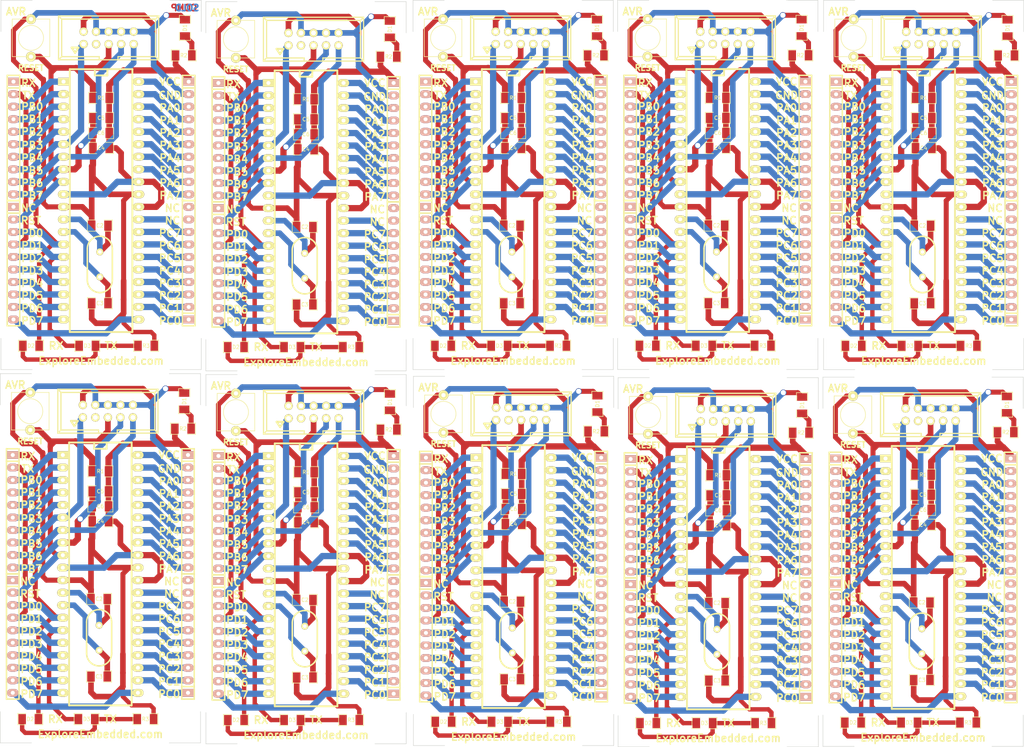
<source format=kicad_pcb>
(kicad_pcb (version 3) (host pcbnew "(2013-07-07 BZR 4022)-stable")
  (layers (15 F.Cu signal) (0 B.Cu signal) (18 B.Paste user) (19 F.Paste user) (20 B.SilkS user) (21 F.SilkS user) (22 B.Mask user) (23 F.Mask user) (28 Edge.Cuts user))
  (net 0 "")
  (net 1 /+5V)
  (net 2 /MISO)
  (net 3 /MOSI)
  (net 4 /RX)
  (net 5 /SCK)
  (net 6 /TX)
  (net 7 /rst)
  (net 8 GND)
  (net 9 N-000001)
  (net 10 N-0000010)
  (net 11 N-0000011)
  (net 12 N-0000012)
  (net 13 N-0000013)
  (net 14 N-0000014)
  (net 15 N-0000015)
  (net 16 N-0000016)
  (net 17 N-0000017)
  (net 18 N-0000018)
  (net 19 N-0000019)
  (net 20 N-000002)
  (net 21 N-0000023)
  (net 22 N-0000027)
  (net 23 N-000003)
  (net 24 N-0000030)
  (net 25 N-0000031)
  (net 26 N-0000032)
  (net 27 N-0000033)
  (net 28 N-0000034)
  (net 29 N-0000035)
  (net 30 N-0000036)
  (net 31 N-0000039)
  (net 32 N-000004)
  (net 33 N-0000042)
  (net 34 N-0000043)
  (net 35 N-000005)
  (net 36 N-000006)
  (net 37 N-000007)
  (net 38 N-000008)
  (net 39 N-000009)
  (module VASCH5x2 (layer F.Cu) (at 213.871 71.109)
    (fp_text reference P1 hide)
    (fp_text value CONN_5X2 hide)
    (pad 1 thru_hole circle (at -5.08 1.27) (size 1.7 1.7) (drill 0.99822) (layers *.Cu *.Mask F.Paste F.SilkS) (net 3 /MOSI))
    (pad 2 thru_hole circle (at -5.08 -1.27) (size 1.7 1.7) (drill 0.99822) (layers *.Cu *.Mask F.Paste F.SilkS) (net 1 /+5V))
    (pad 3 thru_hole circle (at -2.54 1.27) (size 1.7 1.7) (drill 0.99822) (layers *.Cu *.Mask F.Paste F.SilkS))
    (pad 4 thru_hole circle (at -2.54 -1.27) (size 1.7 1.7) (drill 0.99822) (layers *.Cu *.Mask F.Paste F.SilkS) (net 8 GND))
    (pad 5 thru_hole circle (at 0 1.27) (size 1.7 1.7) (drill 0.99822) (layers *.Cu *.Mask F.Paste F.SilkS) (net 7 /rst))
    (pad 6 thru_hole circle (at 0 -1.27) (size 1.7 1.7) (drill 0.99822) (layers *.Cu *.Mask F.Paste F.SilkS) (net 8 GND))
    (pad 7 thru_hole circle (at 2.54 1.27) (size 1.7 1.7) (drill 0.99822) (layers *.Cu *.Mask F.Paste F.SilkS) (net 5 /SCK))
    (pad 8 thru_hole circle (at 2.54 -1.27) (size 1.7 1.7) (drill 0.99822) (layers *.Cu *.Mask F.Paste F.SilkS) (net 8 GND))
    (pad 9 thru_hole circle (at 5.08 1.27) (size 1.7 1.7) (drill 0.99822) (layers *.Cu *.Mask F.Paste F.SilkS) (net 2 /MISO))
    (pad 10 thru_hole circle (at 5.08 -1.27) (size 1.7 1.7) (drill 0.99822) (layers *.Cu *.Mask F.Paste F.SilkS) (net 8 GND))
  )
  (module SIL-10 (layer F.Cu) (at 194.567 91.429 270)
    (fp_text reference P5 hide)
    (fp_text value CONN_10 hide)
    (pad 1 thru_hole rect (at -11.43 0 270) (size 1.5748 2.286) (drill 0.8128) (layers *.Cu *.Mask B.SilkS) (net 4 /RX))
    (pad 2 thru_hole oval (at -8.89 0 270) (size 1.5748 2.286) (drill 0.8128) (layers *.Cu *.Mask B.SilkS) (net 6 /TX))
    (pad 3 thru_hole oval (at -6.35 0 270) (size 1.5748 2.286) (drill 0.8128) (layers *.Cu *.Mask B.SilkS) (net 37 N-000007))
    (pad 4 thru_hole oval (at -3.81 0 270) (size 1.5748 2.286) (drill 0.8128) (layers *.Cu *.Mask B.SilkS) (net 36 N-000006))
    (pad 5 thru_hole oval (at -1.27 0 270) (size 1.5748 2.286) (drill 0.8128) (layers *.Cu *.Mask B.SilkS) (net 35 N-000005))
    (pad 6 thru_hole oval (at 1.27 0 270) (size 1.5748 2.286) (drill 0.8128) (layers *.Cu *.Mask B.SilkS) (net 32 N-000004))
    (pad 7 thru_hole oval (at 3.81 0 270) (size 1.5748 2.286) (drill 0.8128) (layers *.Cu *.Mask B.SilkS) (net 23 N-000003))
    (pad 8 thru_hole oval (at 6.35 0 270) (size 1.5748 2.286) (drill 0.8128) (layers *.Cu *.Mask B.SilkS) (net 3 /MOSI))
    (pad 9 thru_hole oval (at 8.89 0 270) (size 1.5748 2.286) (drill 0.8128) (layers *.Cu *.Mask B.SilkS) (net 2 /MISO))
    (pad 10 thru_hole oval (at 11.43 0 270) (size 1.5748 2.286) (drill 0.8128) (layers *.Cu *.Mask B.SilkS) (net 5 /SCK))
  )
  (module SIL-10 (layer F.Cu) (at 230.127 91.429 270)
    (fp_text reference P3 hide)
    (fp_text value CONN_10 hide)
    (pad 1 thru_hole rect (at -11.43 0 270) (size 1.5748 2.286) (drill 0.8128) (layers *.Cu *.Mask B.SilkS) (net 1 /+5V))
    (pad 2 thru_hole oval (at -8.89 0 270) (size 1.5748 2.286) (drill 0.8128) (layers *.Cu *.Mask B.SilkS) (net 8 GND))
    (pad 3 thru_hole oval (at -6.35 0 270) (size 1.5748 2.286) (drill 0.8128) (layers *.Cu *.Mask B.SilkS) (net 9 N-000001))
    (pad 4 thru_hole oval (at -3.81 0 270) (size 1.5748 2.286) (drill 0.8128) (layers *.Cu *.Mask B.SilkS) (net 20 N-000002))
    (pad 5 thru_hole oval (at -1.27 0 270) (size 1.5748 2.286) (drill 0.8128) (layers *.Cu *.Mask B.SilkS) (net 38 N-000008))
    (pad 6 thru_hole oval (at 1.27 0 270) (size 1.5748 2.286) (drill 0.8128) (layers *.Cu *.Mask B.SilkS) (net 39 N-000009))
    (pad 7 thru_hole oval (at 3.81 0 270) (size 1.5748 2.286) (drill 0.8128) (layers *.Cu *.Mask B.SilkS) (net 10 N-0000010))
    (pad 8 thru_hole oval (at 6.35 0 270) (size 1.5748 2.286) (drill 0.8128) (layers *.Cu *.Mask B.SilkS) (net 13 N-0000013))
    (pad 9 thru_hole oval (at 8.89 0 270) (size 1.5748 2.286) (drill 0.8128) (layers *.Cu *.Mask B.SilkS) (net 12 N-0000012))
    (pad 10 thru_hole oval (at 11.43 0 270) (size 1.5748 2.286) (drill 0.8128) (layers *.Cu *.Mask B.SilkS) (net 11 N-0000011))
  )
  (module HC-49V (layer F.Cu) (at 212.093 117.083 90)
    (fp_text reference X1 hide)
    (fp_text value 16Mhz hide)
    (pad 1 thru_hole circle (at -2.54 0 90) (size 1.4224 1.4224) (drill 0.762) (layers *.Cu *.Mask F.SilkS) (net 33 N-0000042))
    (pad 2 thru_hole circle (at 2.54 0 90) (size 1.4224 1.4224) (drill 0.762) (layers *.Cu *.Mask F.SilkS) (net 34 N-0000043))
  )
  (module DIP-40__600_ELL (layer F.Cu) (at 212.347 104.129 270)
    (fp_text reference IC1 hide)
    (fp_text value ATMEGA32-P hide)
    (pad 1 thru_hole rect (at -24.13 7.62 270) (size 1.5748 2.286) (drill 0.8128) (layers *.Cu *.Mask F.SilkS) (net 37 N-000007))
    (pad 2 thru_hole oval (at -21.59 7.62 270) (size 1.5748 2.286) (drill 0.8128) (layers *.Cu *.Mask F.SilkS) (net 36 N-000006))
    (pad 3 thru_hole oval (at -19.05 7.62 270) (size 1.5748 2.286) (drill 0.8128) (layers *.Cu *.Mask F.SilkS) (net 35 N-000005))
    (pad 4 thru_hole oval (at -16.51 7.62 270) (size 1.5748 2.286) (drill 0.8128) (layers *.Cu *.Mask F.SilkS) (net 32 N-000004))
    (pad 5 thru_hole oval (at -13.97 7.62 270) (size 1.5748 2.286) (drill 0.8128) (layers *.Cu *.Mask F.SilkS) (net 23 N-000003))
    (pad 6 thru_hole oval (at -11.43 7.62 270) (size 1.5748 2.286) (drill 0.8128) (layers *.Cu *.Mask F.SilkS) (net 3 /MOSI))
    (pad 7 thru_hole oval (at -8.89 7.62 270) (size 1.5748 2.286) (drill 0.8128) (layers *.Cu *.Mask F.SilkS) (net 2 /MISO))
    (pad 8 thru_hole oval (at -6.35 7.62 270) (size 1.5748 2.286) (drill 0.8128) (layers *.Cu *.Mask F.SilkS) (net 5 /SCK))
    (pad 9 thru_hole oval (at -3.81 7.62 270) (size 1.5748 2.286) (drill 0.8128) (layers *.Cu *.Mask F.SilkS) (net 7 /rst))
    (pad 10 thru_hole oval (at -1.27 7.62 270) (size 1.5748 2.286) (drill 0.8128) (layers *.Cu *.Mask F.SilkS) (net 1 /+5V))
    (pad 11 thru_hole oval (at 1.27 7.62 270) (size 1.5748 2.286) (drill 0.8128) (layers *.Cu *.Mask F.SilkS) (net 8 GND))
    (pad 12 thru_hole oval (at 3.81 7.62 270) (size 1.5748 2.286) (drill 0.8128) (layers *.Cu *.Mask F.SilkS) (net 34 N-0000043))
    (pad 13 thru_hole oval (at 6.35 7.62 270) (size 1.5748 2.286) (drill 0.8128) (layers *.Cu *.Mask F.SilkS) (net 33 N-0000042))
    (pad 14 thru_hole oval (at 8.89 7.62 270) (size 1.5748 2.286) (drill 0.8128) (layers *.Cu *.Mask F.SilkS) (net 4 /RX))
    (pad 15 thru_hole oval (at 11.43 7.62 270) (size 1.5748 2.286) (drill 0.8128) (layers *.Cu *.Mask F.SilkS) (net 6 /TX))
    (pad 16 thru_hole oval (at 13.97 7.62 270) (size 1.5748 2.286) (drill 0.8128) (layers *.Cu *.Mask F.SilkS) (net 14 N-0000014))
    (pad 17 thru_hole oval (at 16.51 7.62 270) (size 1.5748 2.286) (drill 0.8128) (layers *.Cu *.Mask F.SilkS) (net 17 N-0000017))
    (pad 18 thru_hole oval (at 19.05 7.62 270) (size 1.5748 2.286) (drill 0.8128) (layers *.Cu *.Mask F.SilkS) (net 16 N-0000016))
    (pad 19 thru_hole oval (at 21.59 7.62 270) (size 1.5748 2.286) (drill 0.8128) (layers *.Cu *.Mask F.SilkS) (net 15 N-0000015))
    (pad 20 thru_hole oval (at 24.13 7.62 270) (size 1.5748 2.286) (drill 0.8128) (layers *.Cu *.Mask F.SilkS) (net 18 N-0000018))
    (pad 21 thru_hole oval (at 24.13 -7.62 270) (size 1.5748 2.286) (drill 0.8128) (layers *.Cu *.Mask F.SilkS) (net 19 N-0000019))
    (pad 22 thru_hole oval (at 21.59 -7.62 270) (size 1.5748 2.286) (drill 0.8128) (layers *.Cu *.Mask F.SilkS) (net 25 N-0000031))
    (pad 23 thru_hole oval (at 19.05 -7.62 270) (size 1.5748 2.286) (drill 0.8128) (layers *.Cu *.Mask F.SilkS) (net 24 N-0000030))
    (pad 24 thru_hole oval (at 16.51 -7.62 270) (size 1.5748 2.286) (drill 0.8128) (layers *.Cu *.Mask F.SilkS) (net 26 N-0000032))
    (pad 25 thru_hole oval (at 13.97 -7.62 270) (size 1.5748 2.286) (drill 0.8128) (layers *.Cu *.Mask F.SilkS) (net 27 N-0000033))
    (pad 26 thru_hole oval (at 11.43 -7.62 270) (size 1.5748 2.286) (drill 0.8128) (layers *.Cu *.Mask F.SilkS) (net 28 N-0000034))
    (pad 27 thru_hole oval (at 8.89 -7.62 270) (size 1.5748 2.286) (drill 0.8128) (layers *.Cu *.Mask F.SilkS) (net 29 N-0000035))
    (pad 28 thru_hole oval (at 6.35 -7.62 270) (size 1.5748 2.286) (drill 0.8128) (layers *.Cu *.Mask F.SilkS) (net 30 N-0000036))
    (pad 29 thru_hole oval (at 3.81 -7.62 270) (size 1.5748 2.286) (drill 0.8128) (layers *.Cu *.Mask F.SilkS) (net 31 N-0000039))
    (pad 30 thru_hole oval (at 1.27 -7.62 270) (size 1.5748 2.286) (drill 0.8128) (layers *.Cu *.Mask F.SilkS) (net 1 /+5V))
    (pad 31 thru_hole oval (at -1.27 -7.62 270) (size 1.5748 2.286) (drill 0.8128) (layers *.Cu *.Mask F.SilkS) (net 8 GND))
    (pad 32 thru_hole oval (at -3.81 -7.62 270) (size 1.5748 2.286) (drill 0.8128) (layers *.Cu *.Mask F.SilkS) (net 1 /+5V))
    (pad 33 thru_hole oval (at -6.35 -7.62 270) (size 1.5748 2.286) (drill 0.8128) (layers *.Cu *.Mask F.SilkS) (net 11 N-0000011))
    (pad 34 thru_hole oval (at -8.89 -7.62 270) (size 1.5748 2.286) (drill 0.8128) (layers *.Cu *.Mask F.SilkS) (net 12 N-0000012))
    (pad 35 thru_hole oval (at -11.43 -7.62 270) (size 1.5748 2.286) (drill 0.8128) (layers *.Cu *.Mask F.SilkS) (net 13 N-0000013))
    (pad 36 thru_hole oval (at -13.97 -7.62 270) (size 1.5748 2.286) (drill 0.8128) (layers *.Cu *.Mask F.SilkS) (net 10 N-0000010))
    (pad 37 thru_hole oval (at -16.51 -7.62 270) (size 1.5748 2.286) (drill 0.8128) (layers *.Cu *.Mask F.SilkS) (net 39 N-000009))
    (pad 38 thru_hole oval (at -19.05 -7.62 270) (size 1.5748 2.286) (drill 0.8128) (layers *.Cu *.Mask F.SilkS) (net 38 N-000008))
    (pad 39 thru_hole oval (at -21.59 -7.62 270) (size 1.5748 2.286) (drill 0.8128) (layers *.Cu *.Mask F.SilkS) (net 20 N-000002))
    (pad 40 thru_hole oval (at -24.13 -7.62 270) (size 1.5748 2.286) (drill 0.8128) (layers *.Cu *.Mask F.SilkS) (net 9 N-000001))
  )
  (module SW_PB_2pin_xl (layer F.Cu) (at 198.123 71.109 90)
    (fp_text reference SW1 hide)
    (fp_text value rst hide)
    (pad 1 thru_hole circle (at -3.81 -0.01016 90) (size 2 2) (drill 0.85) (layers *.Cu *.Mask F.SilkS) (net 7 /rst))
    (pad 2 thru_hole circle (at 3.79984 0 90) (size 2 2) (drill 0.85) (layers *.Cu *.Mask F.SilkS) (net 8 GND))
  )
  (module SIL-10 (layer F.Cu) (at 194.567 116.829 270)
    (fp_text reference P2 hide)
    (fp_text value CONN_10 hide)
    (pad 1 thru_hole rect (at -11.43 0 270) (size 1.5748 2.286) (drill 0.8128) (layers *.Cu *.Mask B.SilkS))
    (pad 2 thru_hole oval (at -8.89 0 270) (size 1.5748 2.286) (drill 0.8128) (layers *.Cu *.Mask B.SilkS) (net 7 /rst))
    (pad 3 thru_hole oval (at -6.35 0 270) (size 1.5748 2.286) (drill 0.8128) (layers *.Cu *.Mask B.SilkS) (net 4 /RX))
    (pad 4 thru_hole oval (at -3.81 0 270) (size 1.5748 2.286) (drill 0.8128) (layers *.Cu *.Mask B.SilkS) (net 6 /TX))
    (pad 5 thru_hole oval (at -1.27 0 270) (size 1.5748 2.286) (drill 0.8128) (layers *.Cu *.Mask B.SilkS) (net 14 N-0000014))
    (pad 6 thru_hole oval (at 1.27 0 270) (size 1.5748 2.286) (drill 0.8128) (layers *.Cu *.Mask B.SilkS) (net 17 N-0000017))
    (pad 7 thru_hole oval (at 3.81 0 270) (size 1.5748 2.286) (drill 0.8128) (layers *.Cu *.Mask B.SilkS) (net 16 N-0000016))
    (pad 8 thru_hole oval (at 6.35 0 270) (size 1.5748 2.286) (drill 0.8128) (layers *.Cu *.Mask B.SilkS) (net 15 N-0000015))
    (pad 9 thru_hole oval (at 8.89 0 270) (size 1.5748 2.286) (drill 0.8128) (layers *.Cu *.Mask B.SilkS) (net 18 N-0000018))
    (pad 10 thru_hole oval (at 11.43 0 270) (size 1.5748 2.286) (drill 0.8128) (layers *.Cu *.Mask B.SilkS) (net 19 N-0000019))
  )
  (module SIL-10 (layer F.Cu) (at 230.127 116.829 90)
    (fp_text reference P4 hide)
    (fp_text value CONN_10 hide)
    (pad 1 thru_hole rect (at -11.43 0 90) (size 1.5748 2.286) (drill 0.8128) (layers *.Cu *.Mask B.SilkS) (net 25 N-0000031))
    (pad 2 thru_hole oval (at -8.89 0 90) (size 1.5748 2.286) (drill 0.8128) (layers *.Cu *.Mask B.SilkS) (net 24 N-0000030))
    (pad 3 thru_hole oval (at -6.35 0 90) (size 1.5748 2.286) (drill 0.8128) (layers *.Cu *.Mask B.SilkS) (net 26 N-0000032))
    (pad 4 thru_hole oval (at -3.81 0 90) (size 1.5748 2.286) (drill 0.8128) (layers *.Cu *.Mask B.SilkS) (net 27 N-0000033))
    (pad 5 thru_hole oval (at -1.27 0 90) (size 1.5748 2.286) (drill 0.8128) (layers *.Cu *.Mask B.SilkS) (net 28 N-0000034))
    (pad 6 thru_hole oval (at 1.27 0 90) (size 1.5748 2.286) (drill 0.8128) (layers *.Cu *.Mask B.SilkS) (net 29 N-0000035))
    (pad 7 thru_hole oval (at 3.81 0 90) (size 1.5748 2.286) (drill 0.8128) (layers *.Cu *.Mask B.SilkS) (net 30 N-0000036))
    (pad 8 thru_hole oval (at 6.35 0 90) (size 1.5748 2.286) (drill 0.8128) (layers *.Cu *.Mask B.SilkS) (net 31 N-0000039))
    (pad 9 thru_hole oval (at 8.89 0 90) (size 1.5748 2.286) (drill 0.8128) (layers *.Cu *.Mask B.SilkS))
    (pad 10 thru_hole oval (at 11.43 0 90) (size 1.5748 2.286) (drill 0.8128) (layers *.Cu *.Mask B.SilkS))
  )
  (module SM1206 (layer F.Cu) (at 212.347 83.301)
    (fp_text reference R1 (at 0 0) (layer F.SilkS) (effects (font (size 0.762 0.762) (thickness 0.127))))
    (fp_text value 10K hide)
    (pad 1 smd rect (at -1.651 0) (size 1.524 2.032) (layers F.Cu F.Paste F.Mask) (net 7 /rst))
    (pad 2 smd rect (at 1.651 0) (size 1.524 2.032) (layers F.Cu F.Paste F.Mask) (net 1 /+5V))
  )
  (module SM1206 (layer F.Cu) (at 212.093 124.957)
    (fp_text reference C3 (at 0 0) (layer F.SilkS) (effects (font (size 0.762 0.762) (thickness 0.127))))
    (fp_text value 22pF hide)
    (pad 1 smd rect (at -1.651 0) (size 1.524 2.032) (layers F.Cu F.Paste F.Mask) (net 8 GND))
    (pad 2 smd rect (at 1.651 0) (size 1.524 2.032) (layers F.Cu F.Paste F.Mask) (net 33 N-0000042))
  )
  (module SM1206 (layer F.Cu) (at 212.347 93.461 180)
    (fp_text reference C4 (at 0 0 180) (layer F.SilkS) (effects (font (size 0.762 0.762) (thickness 0.127))))
    (fp_text value 0.1uF hide)
    (pad 1 smd rect (at -1.651 0 180) (size 1.524 2.032) (layers F.Cu F.Paste F.Mask) (net 1 /+5V))
    (pad 2 smd rect (at 1.651 0 180) (size 1.524 2.032) (layers F.Cu F.Paste F.Mask) (net 8 GND))
  )
  (module SM1206 (layer F.Cu) (at 212.347 90.413 180)
    (fp_text reference C6 (at 0 0 180) (layer F.SilkS) (effects (font (size 0.762 0.762) (thickness 0.127))))
    (fp_text value 0.1uF hide)
    (pad 1 smd rect (at -1.651 0 180) (size 1.524 2.032) (layers F.Cu F.Paste F.Mask) (net 1 /+5V))
    (pad 2 smd rect (at 1.651 0 180) (size 1.524 2.032) (layers F.Cu F.Paste F.Mask) (net 8 GND))
  )
  (module SM1206 (layer F.Cu) (at 212.093 109.209)
    (fp_text reference C2 (at 0 0) (layer F.SilkS) (effects (font (size 0.762 0.762) (thickness 0.127))))
    (fp_text value 22pF hide)
    (pad 1 smd rect (at -1.651 0) (size 1.524 2.032) (layers F.Cu F.Paste F.Mask) (net 8 GND))
    (pad 2 smd rect (at 1.651 0) (size 1.524 2.032) (layers F.Cu F.Paste F.Mask) (net 34 N-0000043))
  )
  (module SM1206 (layer F.Cu) (at 212.347 87.365 180)
    (fp_text reference C5 (at 0 0 180) (layer F.SilkS) (effects (font (size 0.762 0.762) (thickness 0.127))))
    (fp_text value 0.1uF hide)
    (pad 1 smd rect (at -1.651 0 180) (size 1.524 2.032) (layers F.Cu F.Paste F.Mask) (net 1 /+5V))
    (pad 2 smd rect (at 1.651 0 180) (size 1.524 2.032) (layers F.Cu F.Paste F.Mask) (net 8 GND))
  )
  (module SM1206 (layer F.Cu) (at 229.111 74.665)
    (fp_text reference R2 (at 0 0) (layer F.SilkS) (effects (font (size 0.762 0.762) (thickness 0.127))))
    (fp_text value R hide)
    (pad 1 smd rect (at -1.651 0) (size 1.524 2.032) (layers F.Cu F.Paste F.Mask) (net 1 /+5V))
    (pad 2 smd rect (at 1.651 0) (size 1.524 2.032) (layers F.Cu F.Paste F.Mask) (net 21 N-0000023))
  )
  (module SM1206 (layer F.Cu) (at 229.365 69.077 90)
    (fp_text reference D1 (at 0 0 90) (layer F.SilkS) (effects (font (size 0.762 0.762) (thickness 0.127))))
    (fp_text value LED hide)
    (pad 1 smd rect (at -1.651 0 90) (size 1.524 2.032) (layers F.Cu F.Paste F.Mask) (net 21 N-0000023))
    (pad 2 smd rect (at 1.651 0 90) (size 1.524 2.032) (layers F.Cu F.Paste F.Mask) (net 8 GND))
  )
  (module SM1206 (layer F.Cu) (at 198.123 133.593 180)
    (fp_text reference D2 (at 0 0 180) (layer F.SilkS) (effects (font (size 0.762 0.762) (thickness 0.127))))
    (fp_text value LED hide)
    (pad 1 smd rect (at -1.651 0 180) (size 1.524 2.032) (layers F.Cu F.Paste F.Mask) (net 4 /RX))
    (pad 2 smd rect (at 1.651 0 180) (size 1.524 2.032) (layers F.Cu F.Paste F.Mask) (net 22 N-0000027))
  )
  (module SM1206 (layer F.Cu) (at 209.553 133.593)
    (fp_text reference D3 (at 0 0) (layer F.SilkS) (effects (font (size 0.762 0.762) (thickness 0.127))))
    (fp_text value LED hide)
    (pad 1 smd rect (at -1.651 0) (size 1.524 2.032) (layers F.Cu F.Paste F.Mask) (net 6 /TX))
    (pad 2 smd rect (at 1.651 0) (size 1.524 2.032) (layers F.Cu F.Paste F.Mask) (net 22 N-0000027))
  )
  (module SM1206 (layer F.Cu) (at 221.491 133.593)
    (fp_text reference R3 (at 0 0) (layer F.SilkS) (effects (font (size 0.762 0.762) (thickness 0.127))))
    (fp_text value R hide)
    (pad 1 smd rect (at -1.651 0) (size 1.524 2.032) (layers F.Cu F.Paste F.Mask) (net 22 N-0000027))
    (pad 2 smd rect (at 1.651 0) (size 1.524 2.032) (layers F.Cu F.Paste F.Mask) (net 8 GND))
  )
  (module VASCH5x2 (layer F.Cu) (at 255.391 71.094)
    (fp_text reference P1 hide)
    (fp_text value CONN_5X2 hide)
    (pad 1 thru_hole circle (at -5.08 1.27) (size 1.7 1.7) (drill 0.99822) (layers *.Cu *.Mask F.Paste F.SilkS) (net 3 /MOSI))
    (pad 2 thru_hole circle (at -5.08 -1.27) (size 1.7 1.7) (drill 0.99822) (layers *.Cu *.Mask F.Paste F.SilkS) (net 1 /+5V))
    (pad 3 thru_hole circle (at -2.54 1.27) (size 1.7 1.7) (drill 0.99822) (layers *.Cu *.Mask F.Paste F.SilkS))
    (pad 4 thru_hole circle (at -2.54 -1.27) (size 1.7 1.7) (drill 0.99822) (layers *.Cu *.Mask F.Paste F.SilkS) (net 8 GND))
    (pad 5 thru_hole circle (at 0 1.27) (size 1.7 1.7) (drill 0.99822) (layers *.Cu *.Mask F.Paste F.SilkS) (net 7 /rst))
    (pad 6 thru_hole circle (at 0 -1.27) (size 1.7 1.7) (drill 0.99822) (layers *.Cu *.Mask F.Paste F.SilkS) (net 8 GND))
    (pad 7 thru_hole circle (at 2.54 1.27) (size 1.7 1.7) (drill 0.99822) (layers *.Cu *.Mask F.Paste F.SilkS) (net 5 /SCK))
    (pad 8 thru_hole circle (at 2.54 -1.27) (size 1.7 1.7) (drill 0.99822) (layers *.Cu *.Mask F.Paste F.SilkS) (net 8 GND))
    (pad 9 thru_hole circle (at 5.08 1.27) (size 1.7 1.7) (drill 0.99822) (layers *.Cu *.Mask F.Paste F.SilkS) (net 2 /MISO))
    (pad 10 thru_hole circle (at 5.08 -1.27) (size 1.7 1.7) (drill 0.99822) (layers *.Cu *.Mask F.Paste F.SilkS) (net 8 GND))
  )
  (module SIL-10 (layer F.Cu) (at 236.087 91.414 270)
    (fp_text reference P5 hide)
    (fp_text value CONN_10 hide)
    (pad 1 thru_hole rect (at -11.43 0 270) (size 1.5748 2.286) (drill 0.8128) (layers *.Cu *.Mask B.SilkS) (net 4 /RX))
    (pad 2 thru_hole oval (at -8.89 0 270) (size 1.5748 2.286) (drill 0.8128) (layers *.Cu *.Mask B.SilkS) (net 6 /TX))
    (pad 3 thru_hole oval (at -6.35 0 270) (size 1.5748 2.286) (drill 0.8128) (layers *.Cu *.Mask B.SilkS) (net 37 N-000007))
    (pad 4 thru_hole oval (at -3.81 0 270) (size 1.5748 2.286) (drill 0.8128) (layers *.Cu *.Mask B.SilkS) (net 36 N-000006))
    (pad 5 thru_hole oval (at -1.27 0 270) (size 1.5748 2.286) (drill 0.8128) (layers *.Cu *.Mask B.SilkS) (net 35 N-000005))
    (pad 6 thru_hole oval (at 1.27 0 270) (size 1.5748 2.286) (drill 0.8128) (layers *.Cu *.Mask B.SilkS) (net 32 N-000004))
    (pad 7 thru_hole oval (at 3.81 0 270) (size 1.5748 2.286) (drill 0.8128) (layers *.Cu *.Mask B.SilkS) (net 23 N-000003))
    (pad 8 thru_hole oval (at 6.35 0 270) (size 1.5748 2.286) (drill 0.8128) (layers *.Cu *.Mask B.SilkS) (net 3 /MOSI))
    (pad 9 thru_hole oval (at 8.89 0 270) (size 1.5748 2.286) (drill 0.8128) (layers *.Cu *.Mask B.SilkS) (net 2 /MISO))
    (pad 10 thru_hole oval (at 11.43 0 270) (size 1.5748 2.286) (drill 0.8128) (layers *.Cu *.Mask B.SilkS) (net 5 /SCK))
  )
  (module SIL-10 (layer F.Cu) (at 271.647 91.414 270)
    (fp_text reference P3 hide)
    (fp_text value CONN_10 hide)
    (pad 1 thru_hole rect (at -11.43 0 270) (size 1.5748 2.286) (drill 0.8128) (layers *.Cu *.Mask B.SilkS) (net 1 /+5V))
    (pad 2 thru_hole oval (at -8.89 0 270) (size 1.5748 2.286) (drill 0.8128) (layers *.Cu *.Mask B.SilkS) (net 8 GND))
    (pad 3 thru_hole oval (at -6.35 0 270) (size 1.5748 2.286) (drill 0.8128) (layers *.Cu *.Mask B.SilkS) (net 9 N-000001))
    (pad 4 thru_hole oval (at -3.81 0 270) (size 1.5748 2.286) (drill 0.8128) (layers *.Cu *.Mask B.SilkS) (net 20 N-000002))
    (pad 5 thru_hole oval (at -1.27 0 270) (size 1.5748 2.286) (drill 0.8128) (layers *.Cu *.Mask B.SilkS) (net 38 N-000008))
    (pad 6 thru_hole oval (at 1.27 0 270) (size 1.5748 2.286) (drill 0.8128) (layers *.Cu *.Mask B.SilkS) (net 39 N-000009))
    (pad 7 thru_hole oval (at 3.81 0 270) (size 1.5748 2.286) (drill 0.8128) (layers *.Cu *.Mask B.SilkS) (net 10 N-0000010))
    (pad 8 thru_hole oval (at 6.35 0 270) (size 1.5748 2.286) (drill 0.8128) (layers *.Cu *.Mask B.SilkS) (net 13 N-0000013))
    (pad 9 thru_hole oval (at 8.89 0 270) (size 1.5748 2.286) (drill 0.8128) (layers *.Cu *.Mask B.SilkS) (net 12 N-0000012))
    (pad 10 thru_hole oval (at 11.43 0 270) (size 1.5748 2.286) (drill 0.8128) (layers *.Cu *.Mask B.SilkS) (net 11 N-0000011))
  )
  (module HC-49V (layer F.Cu) (at 253.613 117.068 90)
    (fp_text reference X1 hide)
    (fp_text value 16Mhz hide)
    (pad 1 thru_hole circle (at -2.54 0 90) (size 1.4224 1.4224) (drill 0.762) (layers *.Cu *.Mask F.SilkS) (net 33 N-0000042))
    (pad 2 thru_hole circle (at 2.54 0 90) (size 1.4224 1.4224) (drill 0.762) (layers *.Cu *.Mask F.SilkS) (net 34 N-0000043))
  )
  (module DIP-40__600_ELL (layer F.Cu) (at 253.867 104.114 270)
    (fp_text reference IC1 hide)
    (fp_text value ATMEGA32-P hide)
    (pad 1 thru_hole rect (at -24.13 7.62 270) (size 1.5748 2.286) (drill 0.8128) (layers *.Cu *.Mask F.SilkS) (net 37 N-000007))
    (pad 2 thru_hole oval (at -21.59 7.62 270) (size 1.5748 2.286) (drill 0.8128) (layers *.Cu *.Mask F.SilkS) (net 36 N-000006))
    (pad 3 thru_hole oval (at -19.05 7.62 270) (size 1.5748 2.286) (drill 0.8128) (layers *.Cu *.Mask F.SilkS) (net 35 N-000005))
    (pad 4 thru_hole oval (at -16.51 7.62 270) (size 1.5748 2.286) (drill 0.8128) (layers *.Cu *.Mask F.SilkS) (net 32 N-000004))
    (pad 5 thru_hole oval (at -13.97 7.62 270) (size 1.5748 2.286) (drill 0.8128) (layers *.Cu *.Mask F.SilkS) (net 23 N-000003))
    (pad 6 thru_hole oval (at -11.43 7.62 270) (size 1.5748 2.286) (drill 0.8128) (layers *.Cu *.Mask F.SilkS) (net 3 /MOSI))
    (pad 7 thru_hole oval (at -8.89 7.62 270) (size 1.5748 2.286) (drill 0.8128) (layers *.Cu *.Mask F.SilkS) (net 2 /MISO))
    (pad 8 thru_hole oval (at -6.35 7.62 270) (size 1.5748 2.286) (drill 0.8128) (layers *.Cu *.Mask F.SilkS) (net 5 /SCK))
    (pad 9 thru_hole oval (at -3.81 7.62 270) (size 1.5748 2.286) (drill 0.8128) (layers *.Cu *.Mask F.SilkS) (net 7 /rst))
    (pad 10 thru_hole oval (at -1.27 7.62 270) (size 1.5748 2.286) (drill 0.8128) (layers *.Cu *.Mask F.SilkS) (net 1 /+5V))
    (pad 11 thru_hole oval (at 1.27 7.62 270) (size 1.5748 2.286) (drill 0.8128) (layers *.Cu *.Mask F.SilkS) (net 8 GND))
    (pad 12 thru_hole oval (at 3.81 7.62 270) (size 1.5748 2.286) (drill 0.8128) (layers *.Cu *.Mask F.SilkS) (net 34 N-0000043))
    (pad 13 thru_hole oval (at 6.35 7.62 270) (size 1.5748 2.286) (drill 0.8128) (layers *.Cu *.Mask F.SilkS) (net 33 N-0000042))
    (pad 14 thru_hole oval (at 8.89 7.62 270) (size 1.5748 2.286) (drill 0.8128) (layers *.Cu *.Mask F.SilkS) (net 4 /RX))
    (pad 15 thru_hole oval (at 11.43 7.62 270) (size 1.5748 2.286) (drill 0.8128) (layers *.Cu *.Mask F.SilkS) (net 6 /TX))
    (pad 16 thru_hole oval (at 13.97 7.62 270) (size 1.5748 2.286) (drill 0.8128) (layers *.Cu *.Mask F.SilkS) (net 14 N-0000014))
    (pad 17 thru_hole oval (at 16.51 7.62 270) (size 1.5748 2.286) (drill 0.8128) (layers *.Cu *.Mask F.SilkS) (net 17 N-0000017))
    (pad 18 thru_hole oval (at 19.05 7.62 270) (size 1.5748 2.286) (drill 0.8128) (layers *.Cu *.Mask F.SilkS) (net 16 N-0000016))
    (pad 19 thru_hole oval (at 21.59 7.62 270) (size 1.5748 2.286) (drill 0.8128) (layers *.Cu *.Mask F.SilkS) (net 15 N-0000015))
    (pad 20 thru_hole oval (at 24.13 7.62 270) (size 1.5748 2.286) (drill 0.8128) (layers *.Cu *.Mask F.SilkS) (net 18 N-0000018))
    (pad 21 thru_hole oval (at 24.13 -7.62 270) (size 1.5748 2.286) (drill 0.8128) (layers *.Cu *.Mask F.SilkS) (net 19 N-0000019))
    (pad 22 thru_hole oval (at 21.59 -7.62 270) (size 1.5748 2.286) (drill 0.8128) (layers *.Cu *.Mask F.SilkS) (net 25 N-0000031))
    (pad 23 thru_hole oval (at 19.05 -7.62 270) (size 1.5748 2.286) (drill 0.8128) (layers *.Cu *.Mask F.SilkS) (net 24 N-0000030))
    (pad 24 thru_hole oval (at 16.51 -7.62 270) (size 1.5748 2.286) (drill 0.8128) (layers *.Cu *.Mask F.SilkS) (net 26 N-0000032))
    (pad 25 thru_hole oval (at 13.97 -7.62 270) (size 1.5748 2.286) (drill 0.8128) (layers *.Cu *.Mask F.SilkS) (net 27 N-0000033))
    (pad 26 thru_hole oval (at 11.43 -7.62 270) (size 1.5748 2.286) (drill 0.8128) (layers *.Cu *.Mask F.SilkS) (net 28 N-0000034))
    (pad 27 thru_hole oval (at 8.89 -7.62 270) (size 1.5748 2.286) (drill 0.8128) (layers *.Cu *.Mask F.SilkS) (net 29 N-0000035))
    (pad 28 thru_hole oval (at 6.35 -7.62 270) (size 1.5748 2.286) (drill 0.8128) (layers *.Cu *.Mask F.SilkS) (net 30 N-0000036))
    (pad 29 thru_hole oval (at 3.81 -7.62 270) (size 1.5748 2.286) (drill 0.8128) (layers *.Cu *.Mask F.SilkS) (net 31 N-0000039))
    (pad 30 thru_hole oval (at 1.27 -7.62 270) (size 1.5748 2.286) (drill 0.8128) (layers *.Cu *.Mask F.SilkS) (net 1 /+5V))
    (pad 31 thru_hole oval (at -1.27 -7.62 270) (size 1.5748 2.286) (drill 0.8128) (layers *.Cu *.Mask F.SilkS) (net 8 GND))
    (pad 32 thru_hole oval (at -3.81 -7.62 270) (size 1.5748 2.286) (drill 0.8128) (layers *.Cu *.Mask F.SilkS) (net 1 /+5V))
    (pad 33 thru_hole oval (at -6.35 -7.62 270) (size 1.5748 2.286) (drill 0.8128) (layers *.Cu *.Mask F.SilkS) (net 11 N-0000011))
    (pad 34 thru_hole oval (at -8.89 -7.62 270) (size 1.5748 2.286) (drill 0.8128) (layers *.Cu *.Mask F.SilkS) (net 12 N-0000012))
    (pad 35 thru_hole oval (at -11.43 -7.62 270) (size 1.5748 2.286) (drill 0.8128) (layers *.Cu *.Mask F.SilkS) (net 13 N-0000013))
    (pad 36 thru_hole oval (at -13.97 -7.62 270) (size 1.5748 2.286) (drill 0.8128) (layers *.Cu *.Mask F.SilkS) (net 10 N-0000010))
    (pad 37 thru_hole oval (at -16.51 -7.62 270) (size 1.5748 2.286) (drill 0.8128) (layers *.Cu *.Mask F.SilkS) (net 39 N-000009))
    (pad 38 thru_hole oval (at -19.05 -7.62 270) (size 1.5748 2.286) (drill 0.8128) (layers *.Cu *.Mask F.SilkS) (net 38 N-000008))
    (pad 39 thru_hole oval (at -21.59 -7.62 270) (size 1.5748 2.286) (drill 0.8128) (layers *.Cu *.Mask F.SilkS) (net 20 N-000002))
    (pad 40 thru_hole oval (at -24.13 -7.62 270) (size 1.5748 2.286) (drill 0.8128) (layers *.Cu *.Mask F.SilkS) (net 9 N-000001))
  )
  (module SW_PB_2pin_xl (layer F.Cu) (at 239.643 71.094 90)
    (fp_text reference SW1 hide)
    (fp_text value rst hide)
    (pad 1 thru_hole circle (at -3.81 -0.01016 90) (size 2 2) (drill 0.85) (layers *.Cu *.Mask F.SilkS) (net 7 /rst))
    (pad 2 thru_hole circle (at 3.79984 0 90) (size 2 2) (drill 0.85) (layers *.Cu *.Mask F.SilkS) (net 8 GND))
  )
  (module SIL-10 (layer F.Cu) (at 236.087 116.814 270)
    (fp_text reference P2 hide)
    (fp_text value CONN_10 hide)
    (pad 1 thru_hole rect (at -11.43 0 270) (size 1.5748 2.286) (drill 0.8128) (layers *.Cu *.Mask B.SilkS))
    (pad 2 thru_hole oval (at -8.89 0 270) (size 1.5748 2.286) (drill 0.8128) (layers *.Cu *.Mask B.SilkS) (net 7 /rst))
    (pad 3 thru_hole oval (at -6.35 0 270) (size 1.5748 2.286) (drill 0.8128) (layers *.Cu *.Mask B.SilkS) (net 4 /RX))
    (pad 4 thru_hole oval (at -3.81 0 270) (size 1.5748 2.286) (drill 0.8128) (layers *.Cu *.Mask B.SilkS) (net 6 /TX))
    (pad 5 thru_hole oval (at -1.27 0 270) (size 1.5748 2.286) (drill 0.8128) (layers *.Cu *.Mask B.SilkS) (net 14 N-0000014))
    (pad 6 thru_hole oval (at 1.27 0 270) (size 1.5748 2.286) (drill 0.8128) (layers *.Cu *.Mask B.SilkS) (net 17 N-0000017))
    (pad 7 thru_hole oval (at 3.81 0 270) (size 1.5748 2.286) (drill 0.8128) (layers *.Cu *.Mask B.SilkS) (net 16 N-0000016))
    (pad 8 thru_hole oval (at 6.35 0 270) (size 1.5748 2.286) (drill 0.8128) (layers *.Cu *.Mask B.SilkS) (net 15 N-0000015))
    (pad 9 thru_hole oval (at 8.89 0 270) (size 1.5748 2.286) (drill 0.8128) (layers *.Cu *.Mask B.SilkS) (net 18 N-0000018))
    (pad 10 thru_hole oval (at 11.43 0 270) (size 1.5748 2.286) (drill 0.8128) (layers *.Cu *.Mask B.SilkS) (net 19 N-0000019))
  )
  (module SIL-10 (layer F.Cu) (at 271.647 116.814 90)
    (fp_text reference P4 hide)
    (fp_text value CONN_10 hide)
    (pad 1 thru_hole rect (at -11.43 0 90) (size 1.5748 2.286) (drill 0.8128) (layers *.Cu *.Mask B.SilkS) (net 25 N-0000031))
    (pad 2 thru_hole oval (at -8.89 0 90) (size 1.5748 2.286) (drill 0.8128) (layers *.Cu *.Mask B.SilkS) (net 24 N-0000030))
    (pad 3 thru_hole oval (at -6.35 0 90) (size 1.5748 2.286) (drill 0.8128) (layers *.Cu *.Mask B.SilkS) (net 26 N-0000032))
    (pad 4 thru_hole oval (at -3.81 0 90) (size 1.5748 2.286) (drill 0.8128) (layers *.Cu *.Mask B.SilkS) (net 27 N-0000033))
    (pad 5 thru_hole oval (at -1.27 0 90) (size 1.5748 2.286) (drill 0.8128) (layers *.Cu *.Mask B.SilkS) (net 28 N-0000034))
    (pad 6 thru_hole oval (at 1.27 0 90) (size 1.5748 2.286) (drill 0.8128) (layers *.Cu *.Mask B.SilkS) (net 29 N-0000035))
    (pad 7 thru_hole oval (at 3.81 0 90) (size 1.5748 2.286) (drill 0.8128) (layers *.Cu *.Mask B.SilkS) (net 30 N-0000036))
    (pad 8 thru_hole oval (at 6.35 0 90) (size 1.5748 2.286) (drill 0.8128) (layers *.Cu *.Mask B.SilkS) (net 31 N-0000039))
    (pad 9 thru_hole oval (at 8.89 0 90) (size 1.5748 2.286) (drill 0.8128) (layers *.Cu *.Mask B.SilkS))
    (pad 10 thru_hole oval (at 11.43 0 90) (size 1.5748 2.286) (drill 0.8128) (layers *.Cu *.Mask B.SilkS))
  )
  (module SM1206 (layer F.Cu) (at 253.867 83.286)
    (fp_text reference R1 (at 0 0) (layer F.SilkS) (effects (font (size 0.762 0.762) (thickness 0.127))))
    (fp_text value 10K hide)
    (pad 1 smd rect (at -1.651 0) (size 1.524 2.032) (layers F.Cu F.Paste F.Mask) (net 7 /rst))
    (pad 2 smd rect (at 1.651 0) (size 1.524 2.032) (layers F.Cu F.Paste F.Mask) (net 1 /+5V))
  )
  (module SM1206 (layer F.Cu) (at 253.613 124.942)
    (fp_text reference C3 (at 0 0) (layer F.SilkS) (effects (font (size 0.762 0.762) (thickness 0.127))))
    (fp_text value 22pF hide)
    (pad 1 smd rect (at -1.651 0) (size 1.524 2.032) (layers F.Cu F.Paste F.Mask) (net 8 GND))
    (pad 2 smd rect (at 1.651 0) (size 1.524 2.032) (layers F.Cu F.Paste F.Mask) (net 33 N-0000042))
  )
  (module SM1206 (layer F.Cu) (at 253.867 93.446 180)
    (fp_text reference C4 (at 0 0 180) (layer F.SilkS) (effects (font (size 0.762 0.762) (thickness 0.127))))
    (fp_text value 0.1uF hide)
    (pad 1 smd rect (at -1.651 0 180) (size 1.524 2.032) (layers F.Cu F.Paste F.Mask) (net 1 /+5V))
    (pad 2 smd rect (at 1.651 0 180) (size 1.524 2.032) (layers F.Cu F.Paste F.Mask) (net 8 GND))
  )
  (module SM1206 (layer F.Cu) (at 253.867 90.398 180)
    (fp_text reference C6 (at 0 0 180) (layer F.SilkS) (effects (font (size 0.762 0.762) (thickness 0.127))))
    (fp_text value 0.1uF hide)
    (pad 1 smd rect (at -1.651 0 180) (size 1.524 2.032) (layers F.Cu F.Paste F.Mask) (net 1 /+5V))
    (pad 2 smd rect (at 1.651 0 180) (size 1.524 2.032) (layers F.Cu F.Paste F.Mask) (net 8 GND))
  )
  (module SM1206 (layer F.Cu) (at 253.613 109.194)
    (fp_text reference C2 (at 0 0) (layer F.SilkS) (effects (font (size 0.762 0.762) (thickness 0.127))))
    (fp_text value 22pF hide)
    (pad 1 smd rect (at -1.651 0) (size 1.524 2.032) (layers F.Cu F.Paste F.Mask) (net 8 GND))
    (pad 2 smd rect (at 1.651 0) (size 1.524 2.032) (layers F.Cu F.Paste F.Mask) (net 34 N-0000043))
  )
  (module SM1206 (layer F.Cu) (at 253.867 87.35 180)
    (fp_text reference C5 (at 0 0 180) (layer F.SilkS) (effects (font (size 0.762 0.762) (thickness 0.127))))
    (fp_text value 0.1uF hide)
    (pad 1 smd rect (at -1.651 0 180) (size 1.524 2.032) (layers F.Cu F.Paste F.Mask) (net 1 /+5V))
    (pad 2 smd rect (at 1.651 0 180) (size 1.524 2.032) (layers F.Cu F.Paste F.Mask) (net 8 GND))
  )
  (module SM1206 (layer F.Cu) (at 270.631 74.65)
    (fp_text reference R2 (at 0 0) (layer F.SilkS) (effects (font (size 0.762 0.762) (thickness 0.127))))
    (fp_text value R hide)
    (pad 1 smd rect (at -1.651 0) (size 1.524 2.032) (layers F.Cu F.Paste F.Mask) (net 1 /+5V))
    (pad 2 smd rect (at 1.651 0) (size 1.524 2.032) (layers F.Cu F.Paste F.Mask) (net 21 N-0000023))
  )
  (module SM1206 (layer F.Cu) (at 270.885 69.062 90)
    (fp_text reference D1 (at 0 0 90) (layer F.SilkS) (effects (font (size 0.762 0.762) (thickness 0.127))))
    (fp_text value LED hide)
    (pad 1 smd rect (at -1.651 0 90) (size 1.524 2.032) (layers F.Cu F.Paste F.Mask) (net 21 N-0000023))
    (pad 2 smd rect (at 1.651 0 90) (size 1.524 2.032) (layers F.Cu F.Paste F.Mask) (net 8 GND))
  )
  (module SM1206 (layer F.Cu) (at 239.643 133.578 180)
    (fp_text reference D2 (at 0 0 180) (layer F.SilkS) (effects (font (size 0.762 0.762) (thickness 0.127))))
    (fp_text value LED hide)
    (pad 1 smd rect (at -1.651 0 180) (size 1.524 2.032) (layers F.Cu F.Paste F.Mask) (net 4 /RX))
    (pad 2 smd rect (at 1.651 0 180) (size 1.524 2.032) (layers F.Cu F.Paste F.Mask) (net 22 N-0000027))
  )
  (module SM1206 (layer F.Cu) (at 251.073 133.578)
    (fp_text reference D3 (at 0 0) (layer F.SilkS) (effects (font (size 0.762 0.762) (thickness 0.127))))
    (fp_text value LED hide)
    (pad 1 smd rect (at -1.651 0) (size 1.524 2.032) (layers F.Cu F.Paste F.Mask) (net 6 /TX))
    (pad 2 smd rect (at 1.651 0) (size 1.524 2.032) (layers F.Cu F.Paste F.Mask) (net 22 N-0000027))
  )
  (module SM1206 (layer F.Cu) (at 263.011 133.578)
    (fp_text reference R3 (at 0 0) (layer F.SilkS) (effects (font (size 0.762 0.762) (thickness 0.127))))
    (fp_text value R hide)
    (pad 1 smd rect (at -1.651 0) (size 1.524 2.032) (layers F.Cu F.Paste F.Mask) (net 22 N-0000027))
    (pad 2 smd rect (at 1.651 0) (size 1.524 2.032) (layers F.Cu F.Paste F.Mask) (net 8 GND))
  )
  (module VASCH5x2 (layer F.Cu) (at 255.486 147.679)
    (fp_text reference P1 hide)
    (fp_text value CONN_5X2 hide)
    (pad 1 thru_hole circle (at -5.08 1.27) (size 1.7 1.7) (drill 0.99822) (layers *.Cu *.Mask F.Paste F.SilkS) (net 3 /MOSI))
    (pad 2 thru_hole circle (at -5.08 -1.27) (size 1.7 1.7) (drill 0.99822) (layers *.Cu *.Mask F.Paste F.SilkS) (net 1 /+5V))
    (pad 3 thru_hole circle (at -2.54 1.27) (size 1.7 1.7) (drill 0.99822) (layers *.Cu *.Mask F.Paste F.SilkS))
    (pad 4 thru_hole circle (at -2.54 -1.27) (size 1.7 1.7) (drill 0.99822) (layers *.Cu *.Mask F.Paste F.SilkS) (net 8 GND))
    (pad 5 thru_hole circle (at 0 1.27) (size 1.7 1.7) (drill 0.99822) (layers *.Cu *.Mask F.Paste F.SilkS) (net 7 /rst))
    (pad 6 thru_hole circle (at 0 -1.27) (size 1.7 1.7) (drill 0.99822) (layers *.Cu *.Mask F.Paste F.SilkS) (net 8 GND))
    (pad 7 thru_hole circle (at 2.54 1.27) (size 1.7 1.7) (drill 0.99822) (layers *.Cu *.Mask F.Paste F.SilkS) (net 5 /SCK))
    (pad 8 thru_hole circle (at 2.54 -1.27) (size 1.7 1.7) (drill 0.99822) (layers *.Cu *.Mask F.Paste F.SilkS) (net 8 GND))
    (pad 9 thru_hole circle (at 5.08 1.27) (size 1.7 1.7) (drill 0.99822) (layers *.Cu *.Mask F.Paste F.SilkS) (net 2 /MISO))
    (pad 10 thru_hole circle (at 5.08 -1.27) (size 1.7 1.7) (drill 0.99822) (layers *.Cu *.Mask F.Paste F.SilkS) (net 8 GND))
  )
  (module SIL-10 (layer F.Cu) (at 236.182 167.999 270)
    (fp_text reference P5 hide)
    (fp_text value CONN_10 hide)
    (pad 1 thru_hole rect (at -11.43 0 270) (size 1.5748 2.286) (drill 0.8128) (layers *.Cu *.Mask B.SilkS) (net 4 /RX))
    (pad 2 thru_hole oval (at -8.89 0 270) (size 1.5748 2.286) (drill 0.8128) (layers *.Cu *.Mask B.SilkS) (net 6 /TX))
    (pad 3 thru_hole oval (at -6.35 0 270) (size 1.5748 2.286) (drill 0.8128) (layers *.Cu *.Mask B.SilkS) (net 37 N-000007))
    (pad 4 thru_hole oval (at -3.81 0 270) (size 1.5748 2.286) (drill 0.8128) (layers *.Cu *.Mask B.SilkS) (net 36 N-000006))
    (pad 5 thru_hole oval (at -1.27 0 270) (size 1.5748 2.286) (drill 0.8128) (layers *.Cu *.Mask B.SilkS) (net 35 N-000005))
    (pad 6 thru_hole oval (at 1.27 0 270) (size 1.5748 2.286) (drill 0.8128) (layers *.Cu *.Mask B.SilkS) (net 32 N-000004))
    (pad 7 thru_hole oval (at 3.81 0 270) (size 1.5748 2.286) (drill 0.8128) (layers *.Cu *.Mask B.SilkS) (net 23 N-000003))
    (pad 8 thru_hole oval (at 6.35 0 270) (size 1.5748 2.286) (drill 0.8128) (layers *.Cu *.Mask B.SilkS) (net 3 /MOSI))
    (pad 9 thru_hole oval (at 8.89 0 270) (size 1.5748 2.286) (drill 0.8128) (layers *.Cu *.Mask B.SilkS) (net 2 /MISO))
    (pad 10 thru_hole oval (at 11.43 0 270) (size 1.5748 2.286) (drill 0.8128) (layers *.Cu *.Mask B.SilkS) (net 5 /SCK))
  )
  (module SIL-10 (layer F.Cu) (at 271.742 167.999 270)
    (fp_text reference P3 hide)
    (fp_text value CONN_10 hide)
    (pad 1 thru_hole rect (at -11.43 0 270) (size 1.5748 2.286) (drill 0.8128) (layers *.Cu *.Mask B.SilkS) (net 1 /+5V))
    (pad 2 thru_hole oval (at -8.89 0 270) (size 1.5748 2.286) (drill 0.8128) (layers *.Cu *.Mask B.SilkS) (net 8 GND))
    (pad 3 thru_hole oval (at -6.35 0 270) (size 1.5748 2.286) (drill 0.8128) (layers *.Cu *.Mask B.SilkS) (net 9 N-000001))
    (pad 4 thru_hole oval (at -3.81 0 270) (size 1.5748 2.286) (drill 0.8128) (layers *.Cu *.Mask B.SilkS) (net 20 N-000002))
    (pad 5 thru_hole oval (at -1.27 0 270) (size 1.5748 2.286) (drill 0.8128) (layers *.Cu *.Mask B.SilkS) (net 38 N-000008))
    (pad 6 thru_hole oval (at 1.27 0 270) (size 1.5748 2.286) (drill 0.8128) (layers *.Cu *.Mask B.SilkS) (net 39 N-000009))
    (pad 7 thru_hole oval (at 3.81 0 270) (size 1.5748 2.286) (drill 0.8128) (layers *.Cu *.Mask B.SilkS) (net 10 N-0000010))
    (pad 8 thru_hole oval (at 6.35 0 270) (size 1.5748 2.286) (drill 0.8128) (layers *.Cu *.Mask B.SilkS) (net 13 N-0000013))
    (pad 9 thru_hole oval (at 8.89 0 270) (size 1.5748 2.286) (drill 0.8128) (layers *.Cu *.Mask B.SilkS) (net 12 N-0000012))
    (pad 10 thru_hole oval (at 11.43 0 270) (size 1.5748 2.286) (drill 0.8128) (layers *.Cu *.Mask B.SilkS) (net 11 N-0000011))
  )
  (module HC-49V (layer F.Cu) (at 253.708 193.653 90)
    (fp_text reference X1 hide)
    (fp_text value 16Mhz hide)
    (pad 1 thru_hole circle (at -2.54 0 90) (size 1.4224 1.4224) (drill 0.762) (layers *.Cu *.Mask F.SilkS) (net 33 N-0000042))
    (pad 2 thru_hole circle (at 2.54 0 90) (size 1.4224 1.4224) (drill 0.762) (layers *.Cu *.Mask F.SilkS) (net 34 N-0000043))
  )
  (module DIP-40__600_ELL (layer F.Cu) (at 253.962 180.699 270)
    (fp_text reference IC1 hide)
    (fp_text value ATMEGA32-P hide)
    (pad 1 thru_hole rect (at -24.13 7.62 270) (size 1.5748 2.286) (drill 0.8128) (layers *.Cu *.Mask F.SilkS) (net 37 N-000007))
    (pad 2 thru_hole oval (at -21.59 7.62 270) (size 1.5748 2.286) (drill 0.8128) (layers *.Cu *.Mask F.SilkS) (net 36 N-000006))
    (pad 3 thru_hole oval (at -19.05 7.62 270) (size 1.5748 2.286) (drill 0.8128) (layers *.Cu *.Mask F.SilkS) (net 35 N-000005))
    (pad 4 thru_hole oval (at -16.51 7.62 270) (size 1.5748 2.286) (drill 0.8128) (layers *.Cu *.Mask F.SilkS) (net 32 N-000004))
    (pad 5 thru_hole oval (at -13.97 7.62 270) (size 1.5748 2.286) (drill 0.8128) (layers *.Cu *.Mask F.SilkS) (net 23 N-000003))
    (pad 6 thru_hole oval (at -11.43 7.62 270) (size 1.5748 2.286) (drill 0.8128) (layers *.Cu *.Mask F.SilkS) (net 3 /MOSI))
    (pad 7 thru_hole oval (at -8.89 7.62 270) (size 1.5748 2.286) (drill 0.8128) (layers *.Cu *.Mask F.SilkS) (net 2 /MISO))
    (pad 8 thru_hole oval (at -6.35 7.62 270) (size 1.5748 2.286) (drill 0.8128) (layers *.Cu *.Mask F.SilkS) (net 5 /SCK))
    (pad 9 thru_hole oval (at -3.81 7.62 270) (size 1.5748 2.286) (drill 0.8128) (layers *.Cu *.Mask F.SilkS) (net 7 /rst))
    (pad 10 thru_hole oval (at -1.27 7.62 270) (size 1.5748 2.286) (drill 0.8128) (layers *.Cu *.Mask F.SilkS) (net 1 /+5V))
    (pad 11 thru_hole oval (at 1.27 7.62 270) (size 1.5748 2.286) (drill 0.8128) (layers *.Cu *.Mask F.SilkS) (net 8 GND))
    (pad 12 thru_hole oval (at 3.81 7.62 270) (size 1.5748 2.286) (drill 0.8128) (layers *.Cu *.Mask F.SilkS) (net 34 N-0000043))
    (pad 13 thru_hole oval (at 6.35 7.62 270) (size 1.5748 2.286) (drill 0.8128) (layers *.Cu *.Mask F.SilkS) (net 33 N-0000042))
    (pad 14 thru_hole oval (at 8.89 7.62 270) (size 1.5748 2.286) (drill 0.8128) (layers *.Cu *.Mask F.SilkS) (net 4 /RX))
    (pad 15 thru_hole oval (at 11.43 7.62 270) (size 1.5748 2.286) (drill 0.8128) (layers *.Cu *.Mask F.SilkS) (net 6 /TX))
    (pad 16 thru_hole oval (at 13.97 7.62 270) (size 1.5748 2.286) (drill 0.8128) (layers *.Cu *.Mask F.SilkS) (net 14 N-0000014))
    (pad 17 thru_hole oval (at 16.51 7.62 270) (size 1.5748 2.286) (drill 0.8128) (layers *.Cu *.Mask F.SilkS) (net 17 N-0000017))
    (pad 18 thru_hole oval (at 19.05 7.62 270) (size 1.5748 2.286) (drill 0.8128) (layers *.Cu *.Mask F.SilkS) (net 16 N-0000016))
    (pad 19 thru_hole oval (at 21.59 7.62 270) (size 1.5748 2.286) (drill 0.8128) (layers *.Cu *.Mask F.SilkS) (net 15 N-0000015))
    (pad 20 thru_hole oval (at 24.13 7.62 270) (size 1.5748 2.286) (drill 0.8128) (layers *.Cu *.Mask F.SilkS) (net 18 N-0000018))
    (pad 21 thru_hole oval (at 24.13 -7.62 270) (size 1.5748 2.286) (drill 0.8128) (layers *.Cu *.Mask F.SilkS) (net 19 N-0000019))
    (pad 22 thru_hole oval (at 21.59 -7.62 270) (size 1.5748 2.286) (drill 0.8128) (layers *.Cu *.Mask F.SilkS) (net 25 N-0000031))
    (pad 23 thru_hole oval (at 19.05 -7.62 270) (size 1.5748 2.286) (drill 0.8128) (layers *.Cu *.Mask F.SilkS) (net 24 N-0000030))
    (pad 24 thru_hole oval (at 16.51 -7.62 270) (size 1.5748 2.286) (drill 0.8128) (layers *.Cu *.Mask F.SilkS) (net 26 N-0000032))
    (pad 25 thru_hole oval (at 13.97 -7.62 270) (size 1.5748 2.286) (drill 0.8128) (layers *.Cu *.Mask F.SilkS) (net 27 N-0000033))
    (pad 26 thru_hole oval (at 11.43 -7.62 270) (size 1.5748 2.286) (drill 0.8128) (layers *.Cu *.Mask F.SilkS) (net 28 N-0000034))
    (pad 27 thru_hole oval (at 8.89 -7.62 270) (size 1.5748 2.286) (drill 0.8128) (layers *.Cu *.Mask F.SilkS) (net 29 N-0000035))
    (pad 28 thru_hole oval (at 6.35 -7.62 270) (size 1.5748 2.286) (drill 0.8128) (layers *.Cu *.Mask F.SilkS) (net 30 N-0000036))
    (pad 29 thru_hole oval (at 3.81 -7.62 270) (size 1.5748 2.286) (drill 0.8128) (layers *.Cu *.Mask F.SilkS) (net 31 N-0000039))
    (pad 30 thru_hole oval (at 1.27 -7.62 270) (size 1.5748 2.286) (drill 0.8128) (layers *.Cu *.Mask F.SilkS) (net 1 /+5V))
    (pad 31 thru_hole oval (at -1.27 -7.62 270) (size 1.5748 2.286) (drill 0.8128) (layers *.Cu *.Mask F.SilkS) (net 8 GND))
    (pad 32 thru_hole oval (at -3.81 -7.62 270) (size 1.5748 2.286) (drill 0.8128) (layers *.Cu *.Mask F.SilkS) (net 1 /+5V))
    (pad 33 thru_hole oval (at -6.35 -7.62 270) (size 1.5748 2.286) (drill 0.8128) (layers *.Cu *.Mask F.SilkS) (net 11 N-0000011))
    (pad 34 thru_hole oval (at -8.89 -7.62 270) (size 1.5748 2.286) (drill 0.8128) (layers *.Cu *.Mask F.SilkS) (net 12 N-0000012))
    (pad 35 thru_hole oval (at -11.43 -7.62 270) (size 1.5748 2.286) (drill 0.8128) (layers *.Cu *.Mask F.SilkS) (net 13 N-0000013))
    (pad 36 thru_hole oval (at -13.97 -7.62 270) (size 1.5748 2.286) (drill 0.8128) (layers *.Cu *.Mask F.SilkS) (net 10 N-0000010))
    (pad 37 thru_hole oval (at -16.51 -7.62 270) (size 1.5748 2.286) (drill 0.8128) (layers *.Cu *.Mask F.SilkS) (net 39 N-000009))
    (pad 38 thru_hole oval (at -19.05 -7.62 270) (size 1.5748 2.286) (drill 0.8128) (layers *.Cu *.Mask F.SilkS) (net 38 N-000008))
    (pad 39 thru_hole oval (at -21.59 -7.62 270) (size 1.5748 2.286) (drill 0.8128) (layers *.Cu *.Mask F.SilkS) (net 20 N-000002))
    (pad 40 thru_hole oval (at -24.13 -7.62 270) (size 1.5748 2.286) (drill 0.8128) (layers *.Cu *.Mask F.SilkS) (net 9 N-000001))
  )
  (module SW_PB_2pin_xl (layer F.Cu) (at 239.738 147.679 90)
    (fp_text reference SW1 hide)
    (fp_text value rst hide)
    (pad 1 thru_hole circle (at -3.81 -0.01016 90) (size 2 2) (drill 0.85) (layers *.Cu *.Mask F.SilkS) (net 7 /rst))
    (pad 2 thru_hole circle (at 3.79984 0 90) (size 2 2) (drill 0.85) (layers *.Cu *.Mask F.SilkS) (net 8 GND))
  )
  (module SIL-10 (layer F.Cu) (at 236.182 193.399 270)
    (fp_text reference P2 hide)
    (fp_text value CONN_10 hide)
    (pad 1 thru_hole rect (at -11.43 0 270) (size 1.5748 2.286) (drill 0.8128) (layers *.Cu *.Mask B.SilkS))
    (pad 2 thru_hole oval (at -8.89 0 270) (size 1.5748 2.286) (drill 0.8128) (layers *.Cu *.Mask B.SilkS) (net 7 /rst))
    (pad 3 thru_hole oval (at -6.35 0 270) (size 1.5748 2.286) (drill 0.8128) (layers *.Cu *.Mask B.SilkS) (net 4 /RX))
    (pad 4 thru_hole oval (at -3.81 0 270) (size 1.5748 2.286) (drill 0.8128) (layers *.Cu *.Mask B.SilkS) (net 6 /TX))
    (pad 5 thru_hole oval (at -1.27 0 270) (size 1.5748 2.286) (drill 0.8128) (layers *.Cu *.Mask B.SilkS) (net 14 N-0000014))
    (pad 6 thru_hole oval (at 1.27 0 270) (size 1.5748 2.286) (drill 0.8128) (layers *.Cu *.Mask B.SilkS) (net 17 N-0000017))
    (pad 7 thru_hole oval (at 3.81 0 270) (size 1.5748 2.286) (drill 0.8128) (layers *.Cu *.Mask B.SilkS) (net 16 N-0000016))
    (pad 8 thru_hole oval (at 6.35 0 270) (size 1.5748 2.286) (drill 0.8128) (layers *.Cu *.Mask B.SilkS) (net 15 N-0000015))
    (pad 9 thru_hole oval (at 8.89 0 270) (size 1.5748 2.286) (drill 0.8128) (layers *.Cu *.Mask B.SilkS) (net 18 N-0000018))
    (pad 10 thru_hole oval (at 11.43 0 270) (size 1.5748 2.286) (drill 0.8128) (layers *.Cu *.Mask B.SilkS) (net 19 N-0000019))
  )
  (module SIL-10 (layer F.Cu) (at 271.742 193.399 90)
    (fp_text reference P4 hide)
    (fp_text value CONN_10 hide)
    (pad 1 thru_hole rect (at -11.43 0 90) (size 1.5748 2.286) (drill 0.8128) (layers *.Cu *.Mask B.SilkS) (net 25 N-0000031))
    (pad 2 thru_hole oval (at -8.89 0 90) (size 1.5748 2.286) (drill 0.8128) (layers *.Cu *.Mask B.SilkS) (net 24 N-0000030))
    (pad 3 thru_hole oval (at -6.35 0 90) (size 1.5748 2.286) (drill 0.8128) (layers *.Cu *.Mask B.SilkS) (net 26 N-0000032))
    (pad 4 thru_hole oval (at -3.81 0 90) (size 1.5748 2.286) (drill 0.8128) (layers *.Cu *.Mask B.SilkS) (net 27 N-0000033))
    (pad 5 thru_hole oval (at -1.27 0 90) (size 1.5748 2.286) (drill 0.8128) (layers *.Cu *.Mask B.SilkS) (net 28 N-0000034))
    (pad 6 thru_hole oval (at 1.27 0 90) (size 1.5748 2.286) (drill 0.8128) (layers *.Cu *.Mask B.SilkS) (net 29 N-0000035))
    (pad 7 thru_hole oval (at 3.81 0 90) (size 1.5748 2.286) (drill 0.8128) (layers *.Cu *.Mask B.SilkS) (net 30 N-0000036))
    (pad 8 thru_hole oval (at 6.35 0 90) (size 1.5748 2.286) (drill 0.8128) (layers *.Cu *.Mask B.SilkS) (net 31 N-0000039))
    (pad 9 thru_hole oval (at 8.89 0 90) (size 1.5748 2.286) (drill 0.8128) (layers *.Cu *.Mask B.SilkS))
    (pad 10 thru_hole oval (at 11.43 0 90) (size 1.5748 2.286) (drill 0.8128) (layers *.Cu *.Mask B.SilkS))
  )
  (module SM1206 (layer F.Cu) (at 253.962 159.871)
    (fp_text reference R1 (at 0 0) (layer F.SilkS) (effects (font (size 0.762 0.762) (thickness 0.127))))
    (fp_text value 10K hide)
    (pad 1 smd rect (at -1.651 0) (size 1.524 2.032) (layers F.Cu F.Paste F.Mask) (net 7 /rst))
    (pad 2 smd rect (at 1.651 0) (size 1.524 2.032) (layers F.Cu F.Paste F.Mask) (net 1 /+5V))
  )
  (module SM1206 (layer F.Cu) (at 253.708 201.527)
    (fp_text reference C3 (at 0 0) (layer F.SilkS) (effects (font (size 0.762 0.762) (thickness 0.127))))
    (fp_text value 22pF hide)
    (pad 1 smd rect (at -1.651 0) (size 1.524 2.032) (layers F.Cu F.Paste F.Mask) (net 8 GND))
    (pad 2 smd rect (at 1.651 0) (size 1.524 2.032) (layers F.Cu F.Paste F.Mask) (net 33 N-0000042))
  )
  (module SM1206 (layer F.Cu) (at 253.962 170.031 180)
    (fp_text reference C4 (at 0 0 180) (layer F.SilkS) (effects (font (size 0.762 0.762) (thickness 0.127))))
    (fp_text value 0.1uF hide)
    (pad 1 smd rect (at -1.651 0 180) (size 1.524 2.032) (layers F.Cu F.Paste F.Mask) (net 1 /+5V))
    (pad 2 smd rect (at 1.651 0 180) (size 1.524 2.032) (layers F.Cu F.Paste F.Mask) (net 8 GND))
  )
  (module SM1206 (layer F.Cu) (at 253.962 166.983 180)
    (fp_text reference C6 (at 0 0 180) (layer F.SilkS) (effects (font (size 0.762 0.762) (thickness 0.127))))
    (fp_text value 0.1uF hide)
    (pad 1 smd rect (at -1.651 0 180) (size 1.524 2.032) (layers F.Cu F.Paste F.Mask) (net 1 /+5V))
    (pad 2 smd rect (at 1.651 0 180) (size 1.524 2.032) (layers F.Cu F.Paste F.Mask) (net 8 GND))
  )
  (module SM1206 (layer F.Cu) (at 253.708 185.779)
    (fp_text reference C2 (at 0 0) (layer F.SilkS) (effects (font (size 0.762 0.762) (thickness 0.127))))
    (fp_text value 22pF hide)
    (pad 1 smd rect (at -1.651 0) (size 1.524 2.032) (layers F.Cu F.Paste F.Mask) (net 8 GND))
    (pad 2 smd rect (at 1.651 0) (size 1.524 2.032) (layers F.Cu F.Paste F.Mask) (net 34 N-0000043))
  )
  (module SM1206 (layer F.Cu) (at 253.962 163.935 180)
    (fp_text reference C5 (at 0 0 180) (layer F.SilkS) (effects (font (size 0.762 0.762) (thickness 0.127))))
    (fp_text value 0.1uF hide)
    (pad 1 smd rect (at -1.651 0 180) (size 1.524 2.032) (layers F.Cu F.Paste F.Mask) (net 1 /+5V))
    (pad 2 smd rect (at 1.651 0 180) (size 1.524 2.032) (layers F.Cu F.Paste F.Mask) (net 8 GND))
  )
  (module SM1206 (layer F.Cu) (at 270.726 151.235)
    (fp_text reference R2 (at 0 0) (layer F.SilkS) (effects (font (size 0.762 0.762) (thickness 0.127))))
    (fp_text value R hide)
    (pad 1 smd rect (at -1.651 0) (size 1.524 2.032) (layers F.Cu F.Paste F.Mask) (net 1 /+5V))
    (pad 2 smd rect (at 1.651 0) (size 1.524 2.032) (layers F.Cu F.Paste F.Mask) (net 21 N-0000023))
  )
  (module SM1206 (layer F.Cu) (at 270.98 145.647 90)
    (fp_text reference D1 (at 0 0 90) (layer F.SilkS) (effects (font (size 0.762 0.762) (thickness 0.127))))
    (fp_text value LED hide)
    (pad 1 smd rect (at -1.651 0 90) (size 1.524 2.032) (layers F.Cu F.Paste F.Mask) (net 21 N-0000023))
    (pad 2 smd rect (at 1.651 0 90) (size 1.524 2.032) (layers F.Cu F.Paste F.Mask) (net 8 GND))
  )
  (module SM1206 (layer F.Cu) (at 239.738 210.163 180)
    (fp_text reference D2 (at 0 0 180) (layer F.SilkS) (effects (font (size 0.762 0.762) (thickness 0.127))))
    (fp_text value LED hide)
    (pad 1 smd rect (at -1.651 0 180) (size 1.524 2.032) (layers F.Cu F.Paste F.Mask) (net 4 /RX))
    (pad 2 smd rect (at 1.651 0 180) (size 1.524 2.032) (layers F.Cu F.Paste F.Mask) (net 22 N-0000027))
  )
  (module SM1206 (layer F.Cu) (at 251.168 210.163)
    (fp_text reference D3 (at 0 0) (layer F.SilkS) (effects (font (size 0.762 0.762) (thickness 0.127))))
    (fp_text value LED hide)
    (pad 1 smd rect (at -1.651 0) (size 1.524 2.032) (layers F.Cu F.Paste F.Mask) (net 6 /TX))
    (pad 2 smd rect (at 1.651 0) (size 1.524 2.032) (layers F.Cu F.Paste F.Mask) (net 22 N-0000027))
  )
  (module SM1206 (layer F.Cu) (at 263.106 210.163)
    (fp_text reference R3 (at 0 0) (layer F.SilkS) (effects (font (size 0.762 0.762) (thickness 0.127))))
    (fp_text value R hide)
    (pad 1 smd rect (at -1.651 0) (size 1.524 2.032) (layers F.Cu F.Paste F.Mask) (net 22 N-0000027))
    (pad 2 smd rect (at 1.651 0) (size 1.524 2.032) (layers F.Cu F.Paste F.Mask) (net 8 GND))
  )
  (module VASCH5x2 (layer F.Cu) (at 213.951 147.409)
    (fp_text reference P1 hide)
    (fp_text value CONN_5X2 hide)
    (pad 1 thru_hole circle (at -5.08 1.27) (size 1.7 1.7) (drill 0.99822) (layers *.Cu *.Mask F.Paste F.SilkS) (net 3 /MOSI))
    (pad 2 thru_hole circle (at -5.08 -1.27) (size 1.7 1.7) (drill 0.99822) (layers *.Cu *.Mask F.Paste F.SilkS) (net 1 /+5V))
    (pad 3 thru_hole circle (at -2.54 1.27) (size 1.7 1.7) (drill 0.99822) (layers *.Cu *.Mask F.Paste F.SilkS))
    (pad 4 thru_hole circle (at -2.54 -1.27) (size 1.7 1.7) (drill 0.99822) (layers *.Cu *.Mask F.Paste F.SilkS) (net 8 GND))
    (pad 5 thru_hole circle (at 0 1.27) (size 1.7 1.7) (drill 0.99822) (layers *.Cu *.Mask F.Paste F.SilkS) (net 7 /rst))
    (pad 6 thru_hole circle (at 0 -1.27) (size 1.7 1.7) (drill 0.99822) (layers *.Cu *.Mask F.Paste F.SilkS) (net 8 GND))
    (pad 7 thru_hole circle (at 2.54 1.27) (size 1.7 1.7) (drill 0.99822) (layers *.Cu *.Mask F.Paste F.SilkS) (net 5 /SCK))
    (pad 8 thru_hole circle (at 2.54 -1.27) (size 1.7 1.7) (drill 0.99822) (layers *.Cu *.Mask F.Paste F.SilkS) (net 8 GND))
    (pad 9 thru_hole circle (at 5.08 1.27) (size 1.7 1.7) (drill 0.99822) (layers *.Cu *.Mask F.Paste F.SilkS) (net 2 /MISO))
    (pad 10 thru_hole circle (at 5.08 -1.27) (size 1.7 1.7) (drill 0.99822) (layers *.Cu *.Mask F.Paste F.SilkS) (net 8 GND))
  )
  (module SIL-10 (layer F.Cu) (at 194.647 167.729 270)
    (fp_text reference P5 hide)
    (fp_text value CONN_10 hide)
    (pad 1 thru_hole rect (at -11.43 0 270) (size 1.5748 2.286) (drill 0.8128) (layers *.Cu *.Mask B.SilkS) (net 4 /RX))
    (pad 2 thru_hole oval (at -8.89 0 270) (size 1.5748 2.286) (drill 0.8128) (layers *.Cu *.Mask B.SilkS) (net 6 /TX))
    (pad 3 thru_hole oval (at -6.35 0 270) (size 1.5748 2.286) (drill 0.8128) (layers *.Cu *.Mask B.SilkS) (net 37 N-000007))
    (pad 4 thru_hole oval (at -3.81 0 270) (size 1.5748 2.286) (drill 0.8128) (layers *.Cu *.Mask B.SilkS) (net 36 N-000006))
    (pad 5 thru_hole oval (at -1.27 0 270) (size 1.5748 2.286) (drill 0.8128) (layers *.Cu *.Mask B.SilkS) (net 35 N-000005))
    (pad 6 thru_hole oval (at 1.27 0 270) (size 1.5748 2.286) (drill 0.8128) (layers *.Cu *.Mask B.SilkS) (net 32 N-000004))
    (pad 7 thru_hole oval (at 3.81 0 270) (size 1.5748 2.286) (drill 0.8128) (layers *.Cu *.Mask B.SilkS) (net 23 N-000003))
    (pad 8 thru_hole oval (at 6.35 0 270) (size 1.5748 2.286) (drill 0.8128) (layers *.Cu *.Mask B.SilkS) (net 3 /MOSI))
    (pad 9 thru_hole oval (at 8.89 0 270) (size 1.5748 2.286) (drill 0.8128) (layers *.Cu *.Mask B.SilkS) (net 2 /MISO))
    (pad 10 thru_hole oval (at 11.43 0 270) (size 1.5748 2.286) (drill 0.8128) (layers *.Cu *.Mask B.SilkS) (net 5 /SCK))
  )
  (module SIL-10 (layer F.Cu) (at 230.207 167.729 270)
    (fp_text reference P3 hide)
    (fp_text value CONN_10 hide)
    (pad 1 thru_hole rect (at -11.43 0 270) (size 1.5748 2.286) (drill 0.8128) (layers *.Cu *.Mask B.SilkS) (net 1 /+5V))
    (pad 2 thru_hole oval (at -8.89 0 270) (size 1.5748 2.286) (drill 0.8128) (layers *.Cu *.Mask B.SilkS) (net 8 GND))
    (pad 3 thru_hole oval (at -6.35 0 270) (size 1.5748 2.286) (drill 0.8128) (layers *.Cu *.Mask B.SilkS) (net 9 N-000001))
    (pad 4 thru_hole oval (at -3.81 0 270) (size 1.5748 2.286) (drill 0.8128) (layers *.Cu *.Mask B.SilkS) (net 20 N-000002))
    (pad 5 thru_hole oval (at -1.27 0 270) (size 1.5748 2.286) (drill 0.8128) (layers *.Cu *.Mask B.SilkS) (net 38 N-000008))
    (pad 6 thru_hole oval (at 1.27 0 270) (size 1.5748 2.286) (drill 0.8128) (layers *.Cu *.Mask B.SilkS) (net 39 N-000009))
    (pad 7 thru_hole oval (at 3.81 0 270) (size 1.5748 2.286) (drill 0.8128) (layers *.Cu *.Mask B.SilkS) (net 10 N-0000010))
    (pad 8 thru_hole oval (at 6.35 0 270) (size 1.5748 2.286) (drill 0.8128) (layers *.Cu *.Mask B.SilkS) (net 13 N-0000013))
    (pad 9 thru_hole oval (at 8.89 0 270) (size 1.5748 2.286) (drill 0.8128) (layers *.Cu *.Mask B.SilkS) (net 12 N-0000012))
    (pad 10 thru_hole oval (at 11.43 0 270) (size 1.5748 2.286) (drill 0.8128) (layers *.Cu *.Mask B.SilkS) (net 11 N-0000011))
  )
  (module HC-49V (layer F.Cu) (at 212.173 193.383 90)
    (fp_text reference X1 hide)
    (fp_text value 16Mhz hide)
    (pad 1 thru_hole circle (at -2.54 0 90) (size 1.4224 1.4224) (drill 0.762) (layers *.Cu *.Mask F.SilkS) (net 33 N-0000042))
    (pad 2 thru_hole circle (at 2.54 0 90) (size 1.4224 1.4224) (drill 0.762) (layers *.Cu *.Mask F.SilkS) (net 34 N-0000043))
  )
  (module DIP-40__600_ELL (layer F.Cu) (at 212.427 180.429 270)
    (fp_text reference IC1 hide)
    (fp_text value ATMEGA32-P hide)
    (pad 1 thru_hole rect (at -24.13 7.62 270) (size 1.5748 2.286) (drill 0.8128) (layers *.Cu *.Mask F.SilkS) (net 37 N-000007))
    (pad 2 thru_hole oval (at -21.59 7.62 270) (size 1.5748 2.286) (drill 0.8128) (layers *.Cu *.Mask F.SilkS) (net 36 N-000006))
    (pad 3 thru_hole oval (at -19.05 7.62 270) (size 1.5748 2.286) (drill 0.8128) (layers *.Cu *.Mask F.SilkS) (net 35 N-000005))
    (pad 4 thru_hole oval (at -16.51 7.62 270) (size 1.5748 2.286) (drill 0.8128) (layers *.Cu *.Mask F.SilkS) (net 32 N-000004))
    (pad 5 thru_hole oval (at -13.97 7.62 270) (size 1.5748 2.286) (drill 0.8128) (layers *.Cu *.Mask F.SilkS) (net 23 N-000003))
    (pad 6 thru_hole oval (at -11.43 7.62 270) (size 1.5748 2.286) (drill 0.8128) (layers *.Cu *.Mask F.SilkS) (net 3 /MOSI))
    (pad 7 thru_hole oval (at -8.89 7.62 270) (size 1.5748 2.286) (drill 0.8128) (layers *.Cu *.Mask F.SilkS) (net 2 /MISO))
    (pad 8 thru_hole oval (at -6.35 7.62 270) (size 1.5748 2.286) (drill 0.8128) (layers *.Cu *.Mask F.SilkS) (net 5 /SCK))
    (pad 9 thru_hole oval (at -3.81 7.62 270) (size 1.5748 2.286) (drill 0.8128) (layers *.Cu *.Mask F.SilkS) (net 7 /rst))
    (pad 10 thru_hole oval (at -1.27 7.62 270) (size 1.5748 2.286) (drill 0.8128) (layers *.Cu *.Mask F.SilkS) (net 1 /+5V))
    (pad 11 thru_hole oval (at 1.27 7.62 270) (size 1.5748 2.286) (drill 0.8128) (layers *.Cu *.Mask F.SilkS) (net 8 GND))
    (pad 12 thru_hole oval (at 3.81 7.62 270) (size 1.5748 2.286) (drill 0.8128) (layers *.Cu *.Mask F.SilkS) (net 34 N-0000043))
    (pad 13 thru_hole oval (at 6.35 7.62 270) (size 1.5748 2.286) (drill 0.8128) (layers *.Cu *.Mask F.SilkS) (net 33 N-0000042))
    (pad 14 thru_hole oval (at 8.89 7.62 270) (size 1.5748 2.286) (drill 0.8128) (layers *.Cu *.Mask F.SilkS) (net 4 /RX))
    (pad 15 thru_hole oval (at 11.43 7.62 270) (size 1.5748 2.286) (drill 0.8128) (layers *.Cu *.Mask F.SilkS) (net 6 /TX))
    (pad 16 thru_hole oval (at 13.97 7.62 270) (size 1.5748 2.286) (drill 0.8128) (layers *.Cu *.Mask F.SilkS) (net 14 N-0000014))
    (pad 17 thru_hole oval (at 16.51 7.62 270) (size 1.5748 2.286) (drill 0.8128) (layers *.Cu *.Mask F.SilkS) (net 17 N-0000017))
    (pad 18 thru_hole oval (at 19.05 7.62 270) (size 1.5748 2.286) (drill 0.8128) (layers *.Cu *.Mask F.SilkS) (net 16 N-0000016))
    (pad 19 thru_hole oval (at 21.59 7.62 270) (size 1.5748 2.286) (drill 0.8128) (layers *.Cu *.Mask F.SilkS) (net 15 N-0000015))
    (pad 20 thru_hole oval (at 24.13 7.62 270) (size 1.5748 2.286) (drill 0.8128) (layers *.Cu *.Mask F.SilkS) (net 18 N-0000018))
    (pad 21 thru_hole oval (at 24.13 -7.62 270) (size 1.5748 2.286) (drill 0.8128) (layers *.Cu *.Mask F.SilkS) (net 19 N-0000019))
    (pad 22 thru_hole oval (at 21.59 -7.62 270) (size 1.5748 2.286) (drill 0.8128) (layers *.Cu *.Mask F.SilkS) (net 25 N-0000031))
    (pad 23 thru_hole oval (at 19.05 -7.62 270) (size 1.5748 2.286) (drill 0.8128) (layers *.Cu *.Mask F.SilkS) (net 24 N-0000030))
    (pad 24 thru_hole oval (at 16.51 -7.62 270) (size 1.5748 2.286) (drill 0.8128) (layers *.Cu *.Mask F.SilkS) (net 26 N-0000032))
    (pad 25 thru_hole oval (at 13.97 -7.62 270) (size 1.5748 2.286) (drill 0.8128) (layers *.Cu *.Mask F.SilkS) (net 27 N-0000033))
    (pad 26 thru_hole oval (at 11.43 -7.62 270) (size 1.5748 2.286) (drill 0.8128) (layers *.Cu *.Mask F.SilkS) (net 28 N-0000034))
    (pad 27 thru_hole oval (at 8.89 -7.62 270) (size 1.5748 2.286) (drill 0.8128) (layers *.Cu *.Mask F.SilkS) (net 29 N-0000035))
    (pad 28 thru_hole oval (at 6.35 -7.62 270) (size 1.5748 2.286) (drill 0.8128) (layers *.Cu *.Mask F.SilkS) (net 30 N-0000036))
    (pad 29 thru_hole oval (at 3.81 -7.62 270) (size 1.5748 2.286) (drill 0.8128) (layers *.Cu *.Mask F.SilkS) (net 31 N-0000039))
    (pad 30 thru_hole oval (at 1.27 -7.62 270) (size 1.5748 2.286) (drill 0.8128) (layers *.Cu *.Mask F.SilkS) (net 1 /+5V))
    (pad 31 thru_hole oval (at -1.27 -7.62 270) (size 1.5748 2.286) (drill 0.8128) (layers *.Cu *.Mask F.SilkS) (net 8 GND))
    (pad 32 thru_hole oval (at -3.81 -7.62 270) (size 1.5748 2.286) (drill 0.8128) (layers *.Cu *.Mask F.SilkS) (net 1 /+5V))
    (pad 33 thru_hole oval (at -6.35 -7.62 270) (size 1.5748 2.286) (drill 0.8128) (layers *.Cu *.Mask F.SilkS) (net 11 N-0000011))
    (pad 34 thru_hole oval (at -8.89 -7.62 270) (size 1.5748 2.286) (drill 0.8128) (layers *.Cu *.Mask F.SilkS) (net 12 N-0000012))
    (pad 35 thru_hole oval (at -11.43 -7.62 270) (size 1.5748 2.286) (drill 0.8128) (layers *.Cu *.Mask F.SilkS) (net 13 N-0000013))
    (pad 36 thru_hole oval (at -13.97 -7.62 270) (size 1.5748 2.286) (drill 0.8128) (layers *.Cu *.Mask F.SilkS) (net 10 N-0000010))
    (pad 37 thru_hole oval (at -16.51 -7.62 270) (size 1.5748 2.286) (drill 0.8128) (layers *.Cu *.Mask F.SilkS) (net 39 N-000009))
    (pad 38 thru_hole oval (at -19.05 -7.62 270) (size 1.5748 2.286) (drill 0.8128) (layers *.Cu *.Mask F.SilkS) (net 38 N-000008))
    (pad 39 thru_hole oval (at -21.59 -7.62 270) (size 1.5748 2.286) (drill 0.8128) (layers *.Cu *.Mask F.SilkS) (net 20 N-000002))
    (pad 40 thru_hole oval (at -24.13 -7.62 270) (size 1.5748 2.286) (drill 0.8128) (layers *.Cu *.Mask F.SilkS) (net 9 N-000001))
  )
  (module SW_PB_2pin_xl (layer F.Cu) (at 198.203 147.409 90)
    (fp_text reference SW1 hide)
    (fp_text value rst hide)
    (pad 1 thru_hole circle (at -3.81 -0.01016 90) (size 2 2) (drill 0.85) (layers *.Cu *.Mask F.SilkS) (net 7 /rst))
    (pad 2 thru_hole circle (at 3.79984 0 90) (size 2 2) (drill 0.85) (layers *.Cu *.Mask F.SilkS) (net 8 GND))
  )
  (module SIL-10 (layer F.Cu) (at 194.647 193.129 270)
    (fp_text reference P2 hide)
    (fp_text value CONN_10 hide)
    (pad 1 thru_hole rect (at -11.43 0 270) (size 1.5748 2.286) (drill 0.8128) (layers *.Cu *.Mask B.SilkS))
    (pad 2 thru_hole oval (at -8.89 0 270) (size 1.5748 2.286) (drill 0.8128) (layers *.Cu *.Mask B.SilkS) (net 7 /rst))
    (pad 3 thru_hole oval (at -6.35 0 270) (size 1.5748 2.286) (drill 0.8128) (layers *.Cu *.Mask B.SilkS) (net 4 /RX))
    (pad 4 thru_hole oval (at -3.81 0 270) (size 1.5748 2.286) (drill 0.8128) (layers *.Cu *.Mask B.SilkS) (net 6 /TX))
    (pad 5 thru_hole oval (at -1.27 0 270) (size 1.5748 2.286) (drill 0.8128) (layers *.Cu *.Mask B.SilkS) (net 14 N-0000014))
    (pad 6 thru_hole oval (at 1.27 0 270) (size 1.5748 2.286) (drill 0.8128) (layers *.Cu *.Mask B.SilkS) (net 17 N-0000017))
    (pad 7 thru_hole oval (at 3.81 0 270) (size 1.5748 2.286) (drill 0.8128) (layers *.Cu *.Mask B.SilkS) (net 16 N-0000016))
    (pad 8 thru_hole oval (at 6.35 0 270) (size 1.5748 2.286) (drill 0.8128) (layers *.Cu *.Mask B.SilkS) (net 15 N-0000015))
    (pad 9 thru_hole oval (at 8.89 0 270) (size 1.5748 2.286) (drill 0.8128) (layers *.Cu *.Mask B.SilkS) (net 18 N-0000018))
    (pad 10 thru_hole oval (at 11.43 0 270) (size 1.5748 2.286) (drill 0.8128) (layers *.Cu *.Mask B.SilkS) (net 19 N-0000019))
  )
  (module SIL-10 (layer F.Cu) (at 230.207 193.129 90)
    (fp_text reference P4 hide)
    (fp_text value CONN_10 hide)
    (pad 1 thru_hole rect (at -11.43 0 90) (size 1.5748 2.286) (drill 0.8128) (layers *.Cu *.Mask B.SilkS) (net 25 N-0000031))
    (pad 2 thru_hole oval (at -8.89 0 90) (size 1.5748 2.286) (drill 0.8128) (layers *.Cu *.Mask B.SilkS) (net 24 N-0000030))
    (pad 3 thru_hole oval (at -6.35 0 90) (size 1.5748 2.286) (drill 0.8128) (layers *.Cu *.Mask B.SilkS) (net 26 N-0000032))
    (pad 4 thru_hole oval (at -3.81 0 90) (size 1.5748 2.286) (drill 0.8128) (layers *.Cu *.Mask B.SilkS) (net 27 N-0000033))
    (pad 5 thru_hole oval (at -1.27 0 90) (size 1.5748 2.286) (drill 0.8128) (layers *.Cu *.Mask B.SilkS) (net 28 N-0000034))
    (pad 6 thru_hole oval (at 1.27 0 90) (size 1.5748 2.286) (drill 0.8128) (layers *.Cu *.Mask B.SilkS) (net 29 N-0000035))
    (pad 7 thru_hole oval (at 3.81 0 90) (size 1.5748 2.286) (drill 0.8128) (layers *.Cu *.Mask B.SilkS) (net 30 N-0000036))
    (pad 8 thru_hole oval (at 6.35 0 90) (size 1.5748 2.286) (drill 0.8128) (layers *.Cu *.Mask B.SilkS) (net 31 N-0000039))
    (pad 9 thru_hole oval (at 8.89 0 90) (size 1.5748 2.286) (drill 0.8128) (layers *.Cu *.Mask B.SilkS))
    (pad 10 thru_hole oval (at 11.43 0 90) (size 1.5748 2.286) (drill 0.8128) (layers *.Cu *.Mask B.SilkS))
  )
  (module SM1206 (layer F.Cu) (at 212.427 159.601)
    (fp_text reference R1 (at 0 0) (layer F.SilkS) (effects (font (size 0.762 0.762) (thickness 0.127))))
    (fp_text value 10K hide)
    (pad 1 smd rect (at -1.651 0) (size 1.524 2.032) (layers F.Cu F.Paste F.Mask) (net 7 /rst))
    (pad 2 smd rect (at 1.651 0) (size 1.524 2.032) (layers F.Cu F.Paste F.Mask) (net 1 /+5V))
  )
  (module SM1206 (layer F.Cu) (at 212.173 201.257)
    (fp_text reference C3 (at 0 0) (layer F.SilkS) (effects (font (size 0.762 0.762) (thickness 0.127))))
    (fp_text value 22pF hide)
    (pad 1 smd rect (at -1.651 0) (size 1.524 2.032) (layers F.Cu F.Paste F.Mask) (net 8 GND))
    (pad 2 smd rect (at 1.651 0) (size 1.524 2.032) (layers F.Cu F.Paste F.Mask) (net 33 N-0000042))
  )
  (module SM1206 (layer F.Cu) (at 212.427 169.761 180)
    (fp_text reference C4 (at 0 0 180) (layer F.SilkS) (effects (font (size 0.762 0.762) (thickness 0.127))))
    (fp_text value 0.1uF hide)
    (pad 1 smd rect (at -1.651 0 180) (size 1.524 2.032) (layers F.Cu F.Paste F.Mask) (net 1 /+5V))
    (pad 2 smd rect (at 1.651 0 180) (size 1.524 2.032) (layers F.Cu F.Paste F.Mask) (net 8 GND))
  )
  (module SM1206 (layer F.Cu) (at 212.427 166.713 180)
    (fp_text reference C6 (at 0 0 180) (layer F.SilkS) (effects (font (size 0.762 0.762) (thickness 0.127))))
    (fp_text value 0.1uF hide)
    (pad 1 smd rect (at -1.651 0 180) (size 1.524 2.032) (layers F.Cu F.Paste F.Mask) (net 1 /+5V))
    (pad 2 smd rect (at 1.651 0 180) (size 1.524 2.032) (layers F.Cu F.Paste F.Mask) (net 8 GND))
  )
  (module SM1206 (layer F.Cu) (at 212.173 185.509)
    (fp_text reference C2 (at 0 0) (layer F.SilkS) (effects (font (size 0.762 0.762) (thickness 0.127))))
    (fp_text value 22pF hide)
    (pad 1 smd rect (at -1.651 0) (size 1.524 2.032) (layers F.Cu F.Paste F.Mask) (net 8 GND))
    (pad 2 smd rect (at 1.651 0) (size 1.524 2.032) (layers F.Cu F.Paste F.Mask) (net 34 N-0000043))
  )
  (module SM1206 (layer F.Cu) (at 212.427 163.665 180)
    (fp_text reference C5 (at 0 0 180) (layer F.SilkS) (effects (font (size 0.762 0.762) (thickness 0.127))))
    (fp_text value 0.1uF hide)
    (pad 1 smd rect (at -1.651 0 180) (size 1.524 2.032) (layers F.Cu F.Paste F.Mask) (net 1 /+5V))
    (pad 2 smd rect (at 1.651 0 180) (size 1.524 2.032) (layers F.Cu F.Paste F.Mask) (net 8 GND))
  )
  (module SM1206 (layer F.Cu) (at 229.191 150.965)
    (fp_text reference R2 (at 0 0) (layer F.SilkS) (effects (font (size 0.762 0.762) (thickness 0.127))))
    (fp_text value R hide)
    (pad 1 smd rect (at -1.651 0) (size 1.524 2.032) (layers F.Cu F.Paste F.Mask) (net 1 /+5V))
    (pad 2 smd rect (at 1.651 0) (size 1.524 2.032) (layers F.Cu F.Paste F.Mask) (net 21 N-0000023))
  )
  (module SM1206 (layer F.Cu) (at 229.445 145.377 90)
    (fp_text reference D1 (at 0 0 90) (layer F.SilkS) (effects (font (size 0.762 0.762) (thickness 0.127))))
    (fp_text value LED hide)
    (pad 1 smd rect (at -1.651 0 90) (size 1.524 2.032) (layers F.Cu F.Paste F.Mask) (net 21 N-0000023))
    (pad 2 smd rect (at 1.651 0 90) (size 1.524 2.032) (layers F.Cu F.Paste F.Mask) (net 8 GND))
  )
  (module SM1206 (layer F.Cu) (at 198.203 209.893 180)
    (fp_text reference D2 (at 0 0 180) (layer F.SilkS) (effects (font (size 0.762 0.762) (thickness 0.127))))
    (fp_text value LED hide)
    (pad 1 smd rect (at -1.651 0 180) (size 1.524 2.032) (layers F.Cu F.Paste F.Mask) (net 4 /RX))
    (pad 2 smd rect (at 1.651 0 180) (size 1.524 2.032) (layers F.Cu F.Paste F.Mask) (net 22 N-0000027))
  )
  (module SM1206 (layer F.Cu) (at 209.633 209.893)
    (fp_text reference D3 (at 0 0) (layer F.SilkS) (effects (font (size 0.762 0.762) (thickness 0.127))))
    (fp_text value LED hide)
    (pad 1 smd rect (at -1.651 0) (size 1.524 2.032) (layers F.Cu F.Paste F.Mask) (net 6 /TX))
    (pad 2 smd rect (at 1.651 0) (size 1.524 2.032) (layers F.Cu F.Paste F.Mask) (net 22 N-0000027))
  )
  (module SM1206 (layer F.Cu) (at 221.571 209.893)
    (fp_text reference R3 (at 0 0) (layer F.SilkS) (effects (font (size 0.762 0.762) (thickness 0.127))))
    (fp_text value R hide)
    (pad 1 smd rect (at -1.651 0) (size 1.524 2.032) (layers F.Cu F.Paste F.Mask) (net 22 N-0000027))
    (pad 2 smd rect (at 1.651 0) (size 1.524 2.032) (layers F.Cu F.Paste F.Mask) (net 8 GND))
  )
  (module VASCH5x2 (layer F.Cu) (at 130.106 146.869)
    (fp_text reference P1 hide)
    (fp_text value CONN_5X2 hide)
    (pad 1 thru_hole circle (at -5.08 1.27) (size 1.7 1.7) (drill 0.99822) (layers *.Cu *.Mask F.Paste F.SilkS) (net 3 /MOSI))
    (pad 2 thru_hole circle (at -5.08 -1.27) (size 1.7 1.7) (drill 0.99822) (layers *.Cu *.Mask F.Paste F.SilkS) (net 1 /+5V))
    (pad 3 thru_hole circle (at -2.54 1.27) (size 1.7 1.7) (drill 0.99822) (layers *.Cu *.Mask F.Paste F.SilkS))
    (pad 4 thru_hole circle (at -2.54 -1.27) (size 1.7 1.7) (drill 0.99822) (layers *.Cu *.Mask F.Paste F.SilkS) (net 8 GND))
    (pad 5 thru_hole circle (at 0 1.27) (size 1.7 1.7) (drill 0.99822) (layers *.Cu *.Mask F.Paste F.SilkS) (net 7 /rst))
    (pad 6 thru_hole circle (at 0 -1.27) (size 1.7 1.7) (drill 0.99822) (layers *.Cu *.Mask F.Paste F.SilkS) (net 8 GND))
    (pad 7 thru_hole circle (at 2.54 1.27) (size 1.7 1.7) (drill 0.99822) (layers *.Cu *.Mask F.Paste F.SilkS) (net 5 /SCK))
    (pad 8 thru_hole circle (at 2.54 -1.27) (size 1.7 1.7) (drill 0.99822) (layers *.Cu *.Mask F.Paste F.SilkS) (net 8 GND))
    (pad 9 thru_hole circle (at 5.08 1.27) (size 1.7 1.7) (drill 0.99822) (layers *.Cu *.Mask F.Paste F.SilkS) (net 2 /MISO))
    (pad 10 thru_hole circle (at 5.08 -1.27) (size 1.7 1.7) (drill 0.99822) (layers *.Cu *.Mask F.Paste F.SilkS) (net 8 GND))
  )
  (module SIL-10 (layer F.Cu) (at 110.802 167.189 270)
    (fp_text reference P5 hide)
    (fp_text value CONN_10 hide)
    (pad 1 thru_hole rect (at -11.43 0 270) (size 1.5748 2.286) (drill 0.8128) (layers *.Cu *.Mask B.SilkS) (net 4 /RX))
    (pad 2 thru_hole oval (at -8.89 0 270) (size 1.5748 2.286) (drill 0.8128) (layers *.Cu *.Mask B.SilkS) (net 6 /TX))
    (pad 3 thru_hole oval (at -6.35 0 270) (size 1.5748 2.286) (drill 0.8128) (layers *.Cu *.Mask B.SilkS) (net 37 N-000007))
    (pad 4 thru_hole oval (at -3.81 0 270) (size 1.5748 2.286) (drill 0.8128) (layers *.Cu *.Mask B.SilkS) (net 36 N-000006))
    (pad 5 thru_hole oval (at -1.27 0 270) (size 1.5748 2.286) (drill 0.8128) (layers *.Cu *.Mask B.SilkS) (net 35 N-000005))
    (pad 6 thru_hole oval (at 1.27 0 270) (size 1.5748 2.286) (drill 0.8128) (layers *.Cu *.Mask B.SilkS) (net 32 N-000004))
    (pad 7 thru_hole oval (at 3.81 0 270) (size 1.5748 2.286) (drill 0.8128) (layers *.Cu *.Mask B.SilkS) (net 23 N-000003))
    (pad 8 thru_hole oval (at 6.35 0 270) (size 1.5748 2.286) (drill 0.8128) (layers *.Cu *.Mask B.SilkS) (net 3 /MOSI))
    (pad 9 thru_hole oval (at 8.89 0 270) (size 1.5748 2.286) (drill 0.8128) (layers *.Cu *.Mask B.SilkS) (net 2 /MISO))
    (pad 10 thru_hole oval (at 11.43 0 270) (size 1.5748 2.286) (drill 0.8128) (layers *.Cu *.Mask B.SilkS) (net 5 /SCK))
  )
  (module SIL-10 (layer F.Cu) (at 146.362 167.189 270)
    (fp_text reference P3 hide)
    (fp_text value CONN_10 hide)
    (pad 1 thru_hole rect (at -11.43 0 270) (size 1.5748 2.286) (drill 0.8128) (layers *.Cu *.Mask B.SilkS) (net 1 /+5V))
    (pad 2 thru_hole oval (at -8.89 0 270) (size 1.5748 2.286) (drill 0.8128) (layers *.Cu *.Mask B.SilkS) (net 8 GND))
    (pad 3 thru_hole oval (at -6.35 0 270) (size 1.5748 2.286) (drill 0.8128) (layers *.Cu *.Mask B.SilkS) (net 9 N-000001))
    (pad 4 thru_hole oval (at -3.81 0 270) (size 1.5748 2.286) (drill 0.8128) (layers *.Cu *.Mask B.SilkS) (net 20 N-000002))
    (pad 5 thru_hole oval (at -1.27 0 270) (size 1.5748 2.286) (drill 0.8128) (layers *.Cu *.Mask B.SilkS) (net 38 N-000008))
    (pad 6 thru_hole oval (at 1.27 0 270) (size 1.5748 2.286) (drill 0.8128) (layers *.Cu *.Mask B.SilkS) (net 39 N-000009))
    (pad 7 thru_hole oval (at 3.81 0 270) (size 1.5748 2.286) (drill 0.8128) (layers *.Cu *.Mask B.SilkS) (net 10 N-0000010))
    (pad 8 thru_hole oval (at 6.35 0 270) (size 1.5748 2.286) (drill 0.8128) (layers *.Cu *.Mask B.SilkS) (net 13 N-0000013))
    (pad 9 thru_hole oval (at 8.89 0 270) (size 1.5748 2.286) (drill 0.8128) (layers *.Cu *.Mask B.SilkS) (net 12 N-0000012))
    (pad 10 thru_hole oval (at 11.43 0 270) (size 1.5748 2.286) (drill 0.8128) (layers *.Cu *.Mask B.SilkS) (net 11 N-0000011))
  )
  (module HC-49V (layer F.Cu) (at 128.328 192.843 90)
    (fp_text reference X1 hide)
    (fp_text value 16Mhz hide)
    (pad 1 thru_hole circle (at -2.54 0 90) (size 1.4224 1.4224) (drill 0.762) (layers *.Cu *.Mask F.SilkS) (net 33 N-0000042))
    (pad 2 thru_hole circle (at 2.54 0 90) (size 1.4224 1.4224) (drill 0.762) (layers *.Cu *.Mask F.SilkS) (net 34 N-0000043))
  )
  (module DIP-40__600_ELL (layer F.Cu) (at 128.582 179.889 270)
    (fp_text reference IC1 hide)
    (fp_text value ATMEGA32-P hide)
    (pad 1 thru_hole rect (at -24.13 7.62 270) (size 1.5748 2.286) (drill 0.8128) (layers *.Cu *.Mask F.SilkS) (net 37 N-000007))
    (pad 2 thru_hole oval (at -21.59 7.62 270) (size 1.5748 2.286) (drill 0.8128) (layers *.Cu *.Mask F.SilkS) (net 36 N-000006))
    (pad 3 thru_hole oval (at -19.05 7.62 270) (size 1.5748 2.286) (drill 0.8128) (layers *.Cu *.Mask F.SilkS) (net 35 N-000005))
    (pad 4 thru_hole oval (at -16.51 7.62 270) (size 1.5748 2.286) (drill 0.8128) (layers *.Cu *.Mask F.SilkS) (net 32 N-000004))
    (pad 5 thru_hole oval (at -13.97 7.62 270) (size 1.5748 2.286) (drill 0.8128) (layers *.Cu *.Mask F.SilkS) (net 23 N-000003))
    (pad 6 thru_hole oval (at -11.43 7.62 270) (size 1.5748 2.286) (drill 0.8128) (layers *.Cu *.Mask F.SilkS) (net 3 /MOSI))
    (pad 7 thru_hole oval (at -8.89 7.62 270) (size 1.5748 2.286) (drill 0.8128) (layers *.Cu *.Mask F.SilkS) (net 2 /MISO))
    (pad 8 thru_hole oval (at -6.35 7.62 270) (size 1.5748 2.286) (drill 0.8128) (layers *.Cu *.Mask F.SilkS) (net 5 /SCK))
    (pad 9 thru_hole oval (at -3.81 7.62 270) (size 1.5748 2.286) (drill 0.8128) (layers *.Cu *.Mask F.SilkS) (net 7 /rst))
    (pad 10 thru_hole oval (at -1.27 7.62 270) (size 1.5748 2.286) (drill 0.8128) (layers *.Cu *.Mask F.SilkS) (net 1 /+5V))
    (pad 11 thru_hole oval (at 1.27 7.62 270) (size 1.5748 2.286) (drill 0.8128) (layers *.Cu *.Mask F.SilkS) (net 8 GND))
    (pad 12 thru_hole oval (at 3.81 7.62 270) (size 1.5748 2.286) (drill 0.8128) (layers *.Cu *.Mask F.SilkS) (net 34 N-0000043))
    (pad 13 thru_hole oval (at 6.35 7.62 270) (size 1.5748 2.286) (drill 0.8128) (layers *.Cu *.Mask F.SilkS) (net 33 N-0000042))
    (pad 14 thru_hole oval (at 8.89 7.62 270) (size 1.5748 2.286) (drill 0.8128) (layers *.Cu *.Mask F.SilkS) (net 4 /RX))
    (pad 15 thru_hole oval (at 11.43 7.62 270) (size 1.5748 2.286) (drill 0.8128) (layers *.Cu *.Mask F.SilkS) (net 6 /TX))
    (pad 16 thru_hole oval (at 13.97 7.62 270) (size 1.5748 2.286) (drill 0.8128) (layers *.Cu *.Mask F.SilkS) (net 14 N-0000014))
    (pad 17 thru_hole oval (at 16.51 7.62 270) (size 1.5748 2.286) (drill 0.8128) (layers *.Cu *.Mask F.SilkS) (net 17 N-0000017))
    (pad 18 thru_hole oval (at 19.05 7.62 270) (size 1.5748 2.286) (drill 0.8128) (layers *.Cu *.Mask F.SilkS) (net 16 N-0000016))
    (pad 19 thru_hole oval (at 21.59 7.62 270) (size 1.5748 2.286) (drill 0.8128) (layers *.Cu *.Mask F.SilkS) (net 15 N-0000015))
    (pad 20 thru_hole oval (at 24.13 7.62 270) (size 1.5748 2.286) (drill 0.8128) (layers *.Cu *.Mask F.SilkS) (net 18 N-0000018))
    (pad 21 thru_hole oval (at 24.13 -7.62 270) (size 1.5748 2.286) (drill 0.8128) (layers *.Cu *.Mask F.SilkS) (net 19 N-0000019))
    (pad 22 thru_hole oval (at 21.59 -7.62 270) (size 1.5748 2.286) (drill 0.8128) (layers *.Cu *.Mask F.SilkS) (net 25 N-0000031))
    (pad 23 thru_hole oval (at 19.05 -7.62 270) (size 1.5748 2.286) (drill 0.8128) (layers *.Cu *.Mask F.SilkS) (net 24 N-0000030))
    (pad 24 thru_hole oval (at 16.51 -7.62 270) (size 1.5748 2.286) (drill 0.8128) (layers *.Cu *.Mask F.SilkS) (net 26 N-0000032))
    (pad 25 thru_hole oval (at 13.97 -7.62 270) (size 1.5748 2.286) (drill 0.8128) (layers *.Cu *.Mask F.SilkS) (net 27 N-0000033))
    (pad 26 thru_hole oval (at 11.43 -7.62 270) (size 1.5748 2.286) (drill 0.8128) (layers *.Cu *.Mask F.SilkS) (net 28 N-0000034))
    (pad 27 thru_hole oval (at 8.89 -7.62 270) (size 1.5748 2.286) (drill 0.8128) (layers *.Cu *.Mask F.SilkS) (net 29 N-0000035))
    (pad 28 thru_hole oval (at 6.35 -7.62 270) (size 1.5748 2.286) (drill 0.8128) (layers *.Cu *.Mask F.SilkS) (net 30 N-0000036))
    (pad 29 thru_hole oval (at 3.81 -7.62 270) (size 1.5748 2.286) (drill 0.8128) (layers *.Cu *.Mask F.SilkS) (net 31 N-0000039))
    (pad 30 thru_hole oval (at 1.27 -7.62 270) (size 1.5748 2.286) (drill 0.8128) (layers *.Cu *.Mask F.SilkS) (net 1 /+5V))
    (pad 31 thru_hole oval (at -1.27 -7.62 270) (size 1.5748 2.286) (drill 0.8128) (layers *.Cu *.Mask F.SilkS) (net 8 GND))
    (pad 32 thru_hole oval (at -3.81 -7.62 270) (size 1.5748 2.286) (drill 0.8128) (layers *.Cu *.Mask F.SilkS) (net 1 /+5V))
    (pad 33 thru_hole oval (at -6.35 -7.62 270) (size 1.5748 2.286) (drill 0.8128) (layers *.Cu *.Mask F.SilkS) (net 11 N-0000011))
    (pad 34 thru_hole oval (at -8.89 -7.62 270) (size 1.5748 2.286) (drill 0.8128) (layers *.Cu *.Mask F.SilkS) (net 12 N-0000012))
    (pad 35 thru_hole oval (at -11.43 -7.62 270) (size 1.5748 2.286) (drill 0.8128) (layers *.Cu *.Mask F.SilkS) (net 13 N-0000013))
    (pad 36 thru_hole oval (at -13.97 -7.62 270) (size 1.5748 2.286) (drill 0.8128) (layers *.Cu *.Mask F.SilkS) (net 10 N-0000010))
    (pad 37 thru_hole oval (at -16.51 -7.62 270) (size 1.5748 2.286) (drill 0.8128) (layers *.Cu *.Mask F.SilkS) (net 39 N-000009))
    (pad 38 thru_hole oval (at -19.05 -7.62 270) (size 1.5748 2.286) (drill 0.8128) (layers *.Cu *.Mask F.SilkS) (net 38 N-000008))
    (pad 39 thru_hole oval (at -21.59 -7.62 270) (size 1.5748 2.286) (drill 0.8128) (layers *.Cu *.Mask F.SilkS) (net 20 N-000002))
    (pad 40 thru_hole oval (at -24.13 -7.62 270) (size 1.5748 2.286) (drill 0.8128) (layers *.Cu *.Mask F.SilkS) (net 9 N-000001))
  )
  (module SW_PB_2pin_xl (layer F.Cu) (at 114.358 146.869 90)
    (fp_text reference SW1 hide)
    (fp_text value rst hide)
    (pad 1 thru_hole circle (at -3.81 -0.01016 90) (size 2 2) (drill 0.85) (layers *.Cu *.Mask F.SilkS) (net 7 /rst))
    (pad 2 thru_hole circle (at 3.79984 0 90) (size 2 2) (drill 0.85) (layers *.Cu *.Mask F.SilkS) (net 8 GND))
  )
  (module SIL-10 (layer F.Cu) (at 110.802 192.589 270)
    (fp_text reference P2 hide)
    (fp_text value CONN_10 hide)
    (pad 1 thru_hole rect (at -11.43 0 270) (size 1.5748 2.286) (drill 0.8128) (layers *.Cu *.Mask B.SilkS))
    (pad 2 thru_hole oval (at -8.89 0 270) (size 1.5748 2.286) (drill 0.8128) (layers *.Cu *.Mask B.SilkS) (net 7 /rst))
    (pad 3 thru_hole oval (at -6.35 0 270) (size 1.5748 2.286) (drill 0.8128) (layers *.Cu *.Mask B.SilkS) (net 4 /RX))
    (pad 4 thru_hole oval (at -3.81 0 270) (size 1.5748 2.286) (drill 0.8128) (layers *.Cu *.Mask B.SilkS) (net 6 /TX))
    (pad 5 thru_hole oval (at -1.27 0 270) (size 1.5748 2.286) (drill 0.8128) (layers *.Cu *.Mask B.SilkS) (net 14 N-0000014))
    (pad 6 thru_hole oval (at 1.27 0 270) (size 1.5748 2.286) (drill 0.8128) (layers *.Cu *.Mask B.SilkS) (net 17 N-0000017))
    (pad 7 thru_hole oval (at 3.81 0 270) (size 1.5748 2.286) (drill 0.8128) (layers *.Cu *.Mask B.SilkS) (net 16 N-0000016))
    (pad 8 thru_hole oval (at 6.35 0 270) (size 1.5748 2.286) (drill 0.8128) (layers *.Cu *.Mask B.SilkS) (net 15 N-0000015))
    (pad 9 thru_hole oval (at 8.89 0 270) (size 1.5748 2.286) (drill 0.8128) (layers *.Cu *.Mask B.SilkS) (net 18 N-0000018))
    (pad 10 thru_hole oval (at 11.43 0 270) (size 1.5748 2.286) (drill 0.8128) (layers *.Cu *.Mask B.SilkS) (net 19 N-0000019))
  )
  (module SIL-10 (layer F.Cu) (at 146.362 192.589 90)
    (fp_text reference P4 hide)
    (fp_text value CONN_10 hide)
    (pad 1 thru_hole rect (at -11.43 0 90) (size 1.5748 2.286) (drill 0.8128) (layers *.Cu *.Mask B.SilkS) (net 25 N-0000031))
    (pad 2 thru_hole oval (at -8.89 0 90) (size 1.5748 2.286) (drill 0.8128) (layers *.Cu *.Mask B.SilkS) (net 24 N-0000030))
    (pad 3 thru_hole oval (at -6.35 0 90) (size 1.5748 2.286) (drill 0.8128) (layers *.Cu *.Mask B.SilkS) (net 26 N-0000032))
    (pad 4 thru_hole oval (at -3.81 0 90) (size 1.5748 2.286) (drill 0.8128) (layers *.Cu *.Mask B.SilkS) (net 27 N-0000033))
    (pad 5 thru_hole oval (at -1.27 0 90) (size 1.5748 2.286) (drill 0.8128) (layers *.Cu *.Mask B.SilkS) (net 28 N-0000034))
    (pad 6 thru_hole oval (at 1.27 0 90) (size 1.5748 2.286) (drill 0.8128) (layers *.Cu *.Mask B.SilkS) (net 29 N-0000035))
    (pad 7 thru_hole oval (at 3.81 0 90) (size 1.5748 2.286) (drill 0.8128) (layers *.Cu *.Mask B.SilkS) (net 30 N-0000036))
    (pad 8 thru_hole oval (at 6.35 0 90) (size 1.5748 2.286) (drill 0.8128) (layers *.Cu *.Mask B.SilkS) (net 31 N-0000039))
    (pad 9 thru_hole oval (at 8.89 0 90) (size 1.5748 2.286) (drill 0.8128) (layers *.Cu *.Mask B.SilkS))
    (pad 10 thru_hole oval (at 11.43 0 90) (size 1.5748 2.286) (drill 0.8128) (layers *.Cu *.Mask B.SilkS))
  )
  (module SM1206 (layer F.Cu) (at 128.582 159.061)
    (fp_text reference R1 (at 0 0) (layer F.SilkS) (effects (font (size 0.762 0.762) (thickness 0.127))))
    (fp_text value 10K hide)
    (pad 1 smd rect (at -1.651 0) (size 1.524 2.032) (layers F.Cu F.Paste F.Mask) (net 7 /rst))
    (pad 2 smd rect (at 1.651 0) (size 1.524 2.032) (layers F.Cu F.Paste F.Mask) (net 1 /+5V))
  )
  (module SM1206 (layer F.Cu) (at 128.328 200.717)
    (fp_text reference C3 (at 0 0) (layer F.SilkS) (effects (font (size 0.762 0.762) (thickness 0.127))))
    (fp_text value 22pF hide)
    (pad 1 smd rect (at -1.651 0) (size 1.524 2.032) (layers F.Cu F.Paste F.Mask) (net 8 GND))
    (pad 2 smd rect (at 1.651 0) (size 1.524 2.032) (layers F.Cu F.Paste F.Mask) (net 33 N-0000042))
  )
  (module SM1206 (layer F.Cu) (at 128.582 169.221 180)
    (fp_text reference C4 (at 0 0 180) (layer F.SilkS) (effects (font (size 0.762 0.762) (thickness 0.127))))
    (fp_text value 0.1uF hide)
    (pad 1 smd rect (at -1.651 0 180) (size 1.524 2.032) (layers F.Cu F.Paste F.Mask) (net 1 /+5V))
    (pad 2 smd rect (at 1.651 0 180) (size 1.524 2.032) (layers F.Cu F.Paste F.Mask) (net 8 GND))
  )
  (module SM1206 (layer F.Cu) (at 128.582 166.173 180)
    (fp_text reference C6 (at 0 0 180) (layer F.SilkS) (effects (font (size 0.762 0.762) (thickness 0.127))))
    (fp_text value 0.1uF hide)
    (pad 1 smd rect (at -1.651 0 180) (size 1.524 2.032) (layers F.Cu F.Paste F.Mask) (net 1 /+5V))
    (pad 2 smd rect (at 1.651 0 180) (size 1.524 2.032) (layers F.Cu F.Paste F.Mask) (net 8 GND))
  )
  (module SM1206 (layer F.Cu) (at 128.328 184.969)
    (fp_text reference C2 (at 0 0) (layer F.SilkS) (effects (font (size 0.762 0.762) (thickness 0.127))))
    (fp_text value 22pF hide)
    (pad 1 smd rect (at -1.651 0) (size 1.524 2.032) (layers F.Cu F.Paste F.Mask) (net 8 GND))
    (pad 2 smd rect (at 1.651 0) (size 1.524 2.032) (layers F.Cu F.Paste F.Mask) (net 34 N-0000043))
  )
  (module SM1206 (layer F.Cu) (at 128.582 163.125 180)
    (fp_text reference C5 (at 0 0 180) (layer F.SilkS) (effects (font (size 0.762 0.762) (thickness 0.127))))
    (fp_text value 0.1uF hide)
    (pad 1 smd rect (at -1.651 0 180) (size 1.524 2.032) (layers F.Cu F.Paste F.Mask) (net 1 /+5V))
    (pad 2 smd rect (at 1.651 0 180) (size 1.524 2.032) (layers F.Cu F.Paste F.Mask) (net 8 GND))
  )
  (module SM1206 (layer F.Cu) (at 145.346 150.425)
    (fp_text reference R2 (at 0 0) (layer F.SilkS) (effects (font (size 0.762 0.762) (thickness 0.127))))
    (fp_text value R hide)
    (pad 1 smd rect (at -1.651 0) (size 1.524 2.032) (layers F.Cu F.Paste F.Mask) (net 1 /+5V))
    (pad 2 smd rect (at 1.651 0) (size 1.524 2.032) (layers F.Cu F.Paste F.Mask) (net 21 N-0000023))
  )
  (module SM1206 (layer F.Cu) (at 145.6 144.837 90)
    (fp_text reference D1 (at 0 0 90) (layer F.SilkS) (effects (font (size 0.762 0.762) (thickness 0.127))))
    (fp_text value LED hide)
    (pad 1 smd rect (at -1.651 0 90) (size 1.524 2.032) (layers F.Cu F.Paste F.Mask) (net 21 N-0000023))
    (pad 2 smd rect (at 1.651 0 90) (size 1.524 2.032) (layers F.Cu F.Paste F.Mask) (net 8 GND))
  )
  (module SM1206 (layer F.Cu) (at 114.358 209.353 180)
    (fp_text reference D2 (at 0 0 180) (layer F.SilkS) (effects (font (size 0.762 0.762) (thickness 0.127))))
    (fp_text value LED hide)
    (pad 1 smd rect (at -1.651 0 180) (size 1.524 2.032) (layers F.Cu F.Paste F.Mask) (net 4 /RX))
    (pad 2 smd rect (at 1.651 0 180) (size 1.524 2.032) (layers F.Cu F.Paste F.Mask) (net 22 N-0000027))
  )
  (module SM1206 (layer F.Cu) (at 125.788 209.353)
    (fp_text reference D3 (at 0 0) (layer F.SilkS) (effects (font (size 0.762 0.762) (thickness 0.127))))
    (fp_text value LED hide)
    (pad 1 smd rect (at -1.651 0) (size 1.524 2.032) (layers F.Cu F.Paste F.Mask) (net 6 /TX))
    (pad 2 smd rect (at 1.651 0) (size 1.524 2.032) (layers F.Cu F.Paste F.Mask) (net 22 N-0000027))
  )
  (module SM1206 (layer F.Cu) (at 137.726 209.353)
    (fp_text reference R3 (at 0 0) (layer F.SilkS) (effects (font (size 0.762 0.762) (thickness 0.127))))
    (fp_text value R hide)
    (pad 1 smd rect (at -1.651 0) (size 1.524 2.032) (layers F.Cu F.Paste F.Mask) (net 22 N-0000027))
    (pad 2 smd rect (at 1.651 0) (size 1.524 2.032) (layers F.Cu F.Paste F.Mask) (net 8 GND))
  )
  (module VASCH5x2 (layer F.Cu) (at 171.846 147.054)
    (fp_text reference P1 hide)
    (fp_text value CONN_5X2 hide)
    (pad 1 thru_hole circle (at -5.08 1.27) (size 1.7 1.7) (drill 0.99822) (layers *.Cu *.Mask F.Paste F.SilkS) (net 3 /MOSI))
    (pad 2 thru_hole circle (at -5.08 -1.27) (size 1.7 1.7) (drill 0.99822) (layers *.Cu *.Mask F.Paste F.SilkS) (net 1 /+5V))
    (pad 3 thru_hole circle (at -2.54 1.27) (size 1.7 1.7) (drill 0.99822) (layers *.Cu *.Mask F.Paste F.SilkS))
    (pad 4 thru_hole circle (at -2.54 -1.27) (size 1.7 1.7) (drill 0.99822) (layers *.Cu *.Mask F.Paste F.SilkS) (net 8 GND))
    (pad 5 thru_hole circle (at 0 1.27) (size 1.7 1.7) (drill 0.99822) (layers *.Cu *.Mask F.Paste F.SilkS) (net 7 /rst))
    (pad 6 thru_hole circle (at 0 -1.27) (size 1.7 1.7) (drill 0.99822) (layers *.Cu *.Mask F.Paste F.SilkS) (net 8 GND))
    (pad 7 thru_hole circle (at 2.54 1.27) (size 1.7 1.7) (drill 0.99822) (layers *.Cu *.Mask F.Paste F.SilkS) (net 5 /SCK))
    (pad 8 thru_hole circle (at 2.54 -1.27) (size 1.7 1.7) (drill 0.99822) (layers *.Cu *.Mask F.Paste F.SilkS) (net 8 GND))
    (pad 9 thru_hole circle (at 5.08 1.27) (size 1.7 1.7) (drill 0.99822) (layers *.Cu *.Mask F.Paste F.SilkS) (net 2 /MISO))
    (pad 10 thru_hole circle (at 5.08 -1.27) (size 1.7 1.7) (drill 0.99822) (layers *.Cu *.Mask F.Paste F.SilkS) (net 8 GND))
  )
  (module SIL-10 (layer F.Cu) (at 152.542 167.374 270)
    (fp_text reference P5 hide)
    (fp_text value CONN_10 hide)
    (pad 1 thru_hole rect (at -11.43 0 270) (size 1.5748 2.286) (drill 0.8128) (layers *.Cu *.Mask B.SilkS) (net 4 /RX))
    (pad 2 thru_hole oval (at -8.89 0 270) (size 1.5748 2.286) (drill 0.8128) (layers *.Cu *.Mask B.SilkS) (net 6 /TX))
    (pad 3 thru_hole oval (at -6.35 0 270) (size 1.5748 2.286) (drill 0.8128) (layers *.Cu *.Mask B.SilkS) (net 37 N-000007))
    (pad 4 thru_hole oval (at -3.81 0 270) (size 1.5748 2.286) (drill 0.8128) (layers *.Cu *.Mask B.SilkS) (net 36 N-000006))
    (pad 5 thru_hole oval (at -1.27 0 270) (size 1.5748 2.286) (drill 0.8128) (layers *.Cu *.Mask B.SilkS) (net 35 N-000005))
    (pad 6 thru_hole oval (at 1.27 0 270) (size 1.5748 2.286) (drill 0.8128) (layers *.Cu *.Mask B.SilkS) (net 32 N-000004))
    (pad 7 thru_hole oval (at 3.81 0 270) (size 1.5748 2.286) (drill 0.8128) (layers *.Cu *.Mask B.SilkS) (net 23 N-000003))
    (pad 8 thru_hole oval (at 6.35 0 270) (size 1.5748 2.286) (drill 0.8128) (layers *.Cu *.Mask B.SilkS) (net 3 /MOSI))
    (pad 9 thru_hole oval (at 8.89 0 270) (size 1.5748 2.286) (drill 0.8128) (layers *.Cu *.Mask B.SilkS) (net 2 /MISO))
    (pad 10 thru_hole oval (at 11.43 0 270) (size 1.5748 2.286) (drill 0.8128) (layers *.Cu *.Mask B.SilkS) (net 5 /SCK))
  )
  (module SIL-10 (layer F.Cu) (at 188.102 167.374 270)
    (fp_text reference P3 hide)
    (fp_text value CONN_10 hide)
    (pad 1 thru_hole rect (at -11.43 0 270) (size 1.5748 2.286) (drill 0.8128) (layers *.Cu *.Mask B.SilkS) (net 1 /+5V))
    (pad 2 thru_hole oval (at -8.89 0 270) (size 1.5748 2.286) (drill 0.8128) (layers *.Cu *.Mask B.SilkS) (net 8 GND))
    (pad 3 thru_hole oval (at -6.35 0 270) (size 1.5748 2.286) (drill 0.8128) (layers *.Cu *.Mask B.SilkS) (net 9 N-000001))
    (pad 4 thru_hole oval (at -3.81 0 270) (size 1.5748 2.286) (drill 0.8128) (layers *.Cu *.Mask B.SilkS) (net 20 N-000002))
    (pad 5 thru_hole oval (at -1.27 0 270) (size 1.5748 2.286) (drill 0.8128) (layers *.Cu *.Mask B.SilkS) (net 38 N-000008))
    (pad 6 thru_hole oval (at 1.27 0 270) (size 1.5748 2.286) (drill 0.8128) (layers *.Cu *.Mask B.SilkS) (net 39 N-000009))
    (pad 7 thru_hole oval (at 3.81 0 270) (size 1.5748 2.286) (drill 0.8128) (layers *.Cu *.Mask B.SilkS) (net 10 N-0000010))
    (pad 8 thru_hole oval (at 6.35 0 270) (size 1.5748 2.286) (drill 0.8128) (layers *.Cu *.Mask B.SilkS) (net 13 N-0000013))
    (pad 9 thru_hole oval (at 8.89 0 270) (size 1.5748 2.286) (drill 0.8128) (layers *.Cu *.Mask B.SilkS) (net 12 N-0000012))
    (pad 10 thru_hole oval (at 11.43 0 270) (size 1.5748 2.286) (drill 0.8128) (layers *.Cu *.Mask B.SilkS) (net 11 N-0000011))
  )
  (module HC-49V (layer F.Cu) (at 170.068 193.028 90)
    (fp_text reference X1 hide)
    (fp_text value 16Mhz hide)
    (pad 1 thru_hole circle (at -2.54 0 90) (size 1.4224 1.4224) (drill 0.762) (layers *.Cu *.Mask F.SilkS) (net 33 N-0000042))
    (pad 2 thru_hole circle (at 2.54 0 90) (size 1.4224 1.4224) (drill 0.762) (layers *.Cu *.Mask F.SilkS) (net 34 N-0000043))
  )
  (module DIP-40__600_ELL (layer F.Cu) (at 170.322 180.074 270)
    (fp_text reference IC1 hide)
    (fp_text value ATMEGA32-P hide)
    (pad 1 thru_hole rect (at -24.13 7.62 270) (size 1.5748 2.286) (drill 0.8128) (layers *.Cu *.Mask F.SilkS) (net 37 N-000007))
    (pad 2 thru_hole oval (at -21.59 7.62 270) (size 1.5748 2.286) (drill 0.8128) (layers *.Cu *.Mask F.SilkS) (net 36 N-000006))
    (pad 3 thru_hole oval (at -19.05 7.62 270) (size 1.5748 2.286) (drill 0.8128) (layers *.Cu *.Mask F.SilkS) (net 35 N-000005))
    (pad 4 thru_hole oval (at -16.51 7.62 270) (size 1.5748 2.286) (drill 0.8128) (layers *.Cu *.Mask F.SilkS) (net 32 N-000004))
    (pad 5 thru_hole oval (at -13.97 7.62 270) (size 1.5748 2.286) (drill 0.8128) (layers *.Cu *.Mask F.SilkS) (net 23 N-000003))
    (pad 6 thru_hole oval (at -11.43 7.62 270) (size 1.5748 2.286) (drill 0.8128) (layers *.Cu *.Mask F.SilkS) (net 3 /MOSI))
    (pad 7 thru_hole oval (at -8.89 7.62 270) (size 1.5748 2.286) (drill 0.8128) (layers *.Cu *.Mask F.SilkS) (net 2 /MISO))
    (pad 8 thru_hole oval (at -6.35 7.62 270) (size 1.5748 2.286) (drill 0.8128) (layers *.Cu *.Mask F.SilkS) (net 5 /SCK))
    (pad 9 thru_hole oval (at -3.81 7.62 270) (size 1.5748 2.286) (drill 0.8128) (layers *.Cu *.Mask F.SilkS) (net 7 /rst))
    (pad 10 thru_hole oval (at -1.27 7.62 270) (size 1.5748 2.286) (drill 0.8128) (layers *.Cu *.Mask F.SilkS) (net 1 /+5V))
    (pad 11 thru_hole oval (at 1.27 7.62 270) (size 1.5748 2.286) (drill 0.8128) (layers *.Cu *.Mask F.SilkS) (net 8 GND))
    (pad 12 thru_hole oval (at 3.81 7.62 270) (size 1.5748 2.286) (drill 0.8128) (layers *.Cu *.Mask F.SilkS) (net 34 N-0000043))
    (pad 13 thru_hole oval (at 6.35 7.62 270) (size 1.5748 2.286) (drill 0.8128) (layers *.Cu *.Mask F.SilkS) (net 33 N-0000042))
    (pad 14 thru_hole oval (at 8.89 7.62 270) (size 1.5748 2.286) (drill 0.8128) (layers *.Cu *.Mask F.SilkS) (net 4 /RX))
    (pad 15 thru_hole oval (at 11.43 7.62 270) (size 1.5748 2.286) (drill 0.8128) (layers *.Cu *.Mask F.SilkS) (net 6 /TX))
    (pad 16 thru_hole oval (at 13.97 7.62 270) (size 1.5748 2.286) (drill 0.8128) (layers *.Cu *.Mask F.SilkS) (net 14 N-0000014))
    (pad 17 thru_hole oval (at 16.51 7.62 270) (size 1.5748 2.286) (drill 0.8128) (layers *.Cu *.Mask F.SilkS) (net 17 N-0000017))
    (pad 18 thru_hole oval (at 19.05 7.62 270) (size 1.5748 2.286) (drill 0.8128) (layers *.Cu *.Mask F.SilkS) (net 16 N-0000016))
    (pad 19 thru_hole oval (at 21.59 7.62 270) (size 1.5748 2.286) (drill 0.8128) (layers *.Cu *.Mask F.SilkS) (net 15 N-0000015))
    (pad 20 thru_hole oval (at 24.13 7.62 270) (size 1.5748 2.286) (drill 0.8128) (layers *.Cu *.Mask F.SilkS) (net 18 N-0000018))
    (pad 21 thru_hole oval (at 24.13 -7.62 270) (size 1.5748 2.286) (drill 0.8128) (layers *.Cu *.Mask F.SilkS) (net 19 N-0000019))
    (pad 22 thru_hole oval (at 21.59 -7.62 270) (size 1.5748 2.286) (drill 0.8128) (layers *.Cu *.Mask F.SilkS) (net 25 N-0000031))
    (pad 23 thru_hole oval (at 19.05 -7.62 270) (size 1.5748 2.286) (drill 0.8128) (layers *.Cu *.Mask F.SilkS) (net 24 N-0000030))
    (pad 24 thru_hole oval (at 16.51 -7.62 270) (size 1.5748 2.286) (drill 0.8128) (layers *.Cu *.Mask F.SilkS) (net 26 N-0000032))
    (pad 25 thru_hole oval (at 13.97 -7.62 270) (size 1.5748 2.286) (drill 0.8128) (layers *.Cu *.Mask F.SilkS) (net 27 N-0000033))
    (pad 26 thru_hole oval (at 11.43 -7.62 270) (size 1.5748 2.286) (drill 0.8128) (layers *.Cu *.Mask F.SilkS) (net 28 N-0000034))
    (pad 27 thru_hole oval (at 8.89 -7.62 270) (size 1.5748 2.286) (drill 0.8128) (layers *.Cu *.Mask F.SilkS) (net 29 N-0000035))
    (pad 28 thru_hole oval (at 6.35 -7.62 270) (size 1.5748 2.286) (drill 0.8128) (layers *.Cu *.Mask F.SilkS) (net 30 N-0000036))
    (pad 29 thru_hole oval (at 3.81 -7.62 270) (size 1.5748 2.286) (drill 0.8128) (layers *.Cu *.Mask F.SilkS) (net 31 N-0000039))
    (pad 30 thru_hole oval (at 1.27 -7.62 270) (size 1.5748 2.286) (drill 0.8128) (layers *.Cu *.Mask F.SilkS) (net 1 /+5V))
    (pad 31 thru_hole oval (at -1.27 -7.62 270) (size 1.5748 2.286) (drill 0.8128) (layers *.Cu *.Mask F.SilkS) (net 8 GND))
    (pad 32 thru_hole oval (at -3.81 -7.62 270) (size 1.5748 2.286) (drill 0.8128) (layers *.Cu *.Mask F.SilkS) (net 1 /+5V))
    (pad 33 thru_hole oval (at -6.35 -7.62 270) (size 1.5748 2.286) (drill 0.8128) (layers *.Cu *.Mask F.SilkS) (net 11 N-0000011))
    (pad 34 thru_hole oval (at -8.89 -7.62 270) (size 1.5748 2.286) (drill 0.8128) (layers *.Cu *.Mask F.SilkS) (net 12 N-0000012))
    (pad 35 thru_hole oval (at -11.43 -7.62 270) (size 1.5748 2.286) (drill 0.8128) (layers *.Cu *.Mask F.SilkS) (net 13 N-0000013))
    (pad 36 thru_hole oval (at -13.97 -7.62 270) (size 1.5748 2.286) (drill 0.8128) (layers *.Cu *.Mask F.SilkS) (net 10 N-0000010))
    (pad 37 thru_hole oval (at -16.51 -7.62 270) (size 1.5748 2.286) (drill 0.8128) (layers *.Cu *.Mask F.SilkS) (net 39 N-000009))
    (pad 38 thru_hole oval (at -19.05 -7.62 270) (size 1.5748 2.286) (drill 0.8128) (layers *.Cu *.Mask F.SilkS) (net 38 N-000008))
    (pad 39 thru_hole oval (at -21.59 -7.62 270) (size 1.5748 2.286) (drill 0.8128) (layers *.Cu *.Mask F.SilkS) (net 20 N-000002))
    (pad 40 thru_hole oval (at -24.13 -7.62 270) (size 1.5748 2.286) (drill 0.8128) (layers *.Cu *.Mask F.SilkS) (net 9 N-000001))
  )
  (module SW_PB_2pin_xl (layer F.Cu) (at 156.098 147.054 90)
    (fp_text reference SW1 hide)
    (fp_text value rst hide)
    (pad 1 thru_hole circle (at -3.81 -0.01016 90) (size 2 2) (drill 0.85) (layers *.Cu *.Mask F.SilkS) (net 7 /rst))
    (pad 2 thru_hole circle (at 3.79984 0 90) (size 2 2) (drill 0.85) (layers *.Cu *.Mask F.SilkS) (net 8 GND))
  )
  (module SIL-10 (layer F.Cu) (at 152.542 192.774 270)
    (fp_text reference P2 hide)
    (fp_text value CONN_10 hide)
    (pad 1 thru_hole rect (at -11.43 0 270) (size 1.5748 2.286) (drill 0.8128) (layers *.Cu *.Mask B.SilkS))
    (pad 2 thru_hole oval (at -8.89 0 270) (size 1.5748 2.286) (drill 0.8128) (layers *.Cu *.Mask B.SilkS) (net 7 /rst))
    (pad 3 thru_hole oval (at -6.35 0 270) (size 1.5748 2.286) (drill 0.8128) (layers *.Cu *.Mask B.SilkS) (net 4 /RX))
    (pad 4 thru_hole oval (at -3.81 0 270) (size 1.5748 2.286) (drill 0.8128) (layers *.Cu *.Mask B.SilkS) (net 6 /TX))
    (pad 5 thru_hole oval (at -1.27 0 270) (size 1.5748 2.286) (drill 0.8128) (layers *.Cu *.Mask B.SilkS) (net 14 N-0000014))
    (pad 6 thru_hole oval (at 1.27 0 270) (size 1.5748 2.286) (drill 0.8128) (layers *.Cu *.Mask B.SilkS) (net 17 N-0000017))
    (pad 7 thru_hole oval (at 3.81 0 270) (size 1.5748 2.286) (drill 0.8128) (layers *.Cu *.Mask B.SilkS) (net 16 N-0000016))
    (pad 8 thru_hole oval (at 6.35 0 270) (size 1.5748 2.286) (drill 0.8128) (layers *.Cu *.Mask B.SilkS) (net 15 N-0000015))
    (pad 9 thru_hole oval (at 8.89 0 270) (size 1.5748 2.286) (drill 0.8128) (layers *.Cu *.Mask B.SilkS) (net 18 N-0000018))
    (pad 10 thru_hole oval (at 11.43 0 270) (size 1.5748 2.286) (drill 0.8128) (layers *.Cu *.Mask B.SilkS) (net 19 N-0000019))
  )
  (module SIL-10 (layer F.Cu) (at 188.102 192.774 90)
    (fp_text reference P4 hide)
    (fp_text value CONN_10 hide)
    (pad 1 thru_hole rect (at -11.43 0 90) (size 1.5748 2.286) (drill 0.8128) (layers *.Cu *.Mask B.SilkS) (net 25 N-0000031))
    (pad 2 thru_hole oval (at -8.89 0 90) (size 1.5748 2.286) (drill 0.8128) (layers *.Cu *.Mask B.SilkS) (net 24 N-0000030))
    (pad 3 thru_hole oval (at -6.35 0 90) (size 1.5748 2.286) (drill 0.8128) (layers *.Cu *.Mask B.SilkS) (net 26 N-0000032))
    (pad 4 thru_hole oval (at -3.81 0 90) (size 1.5748 2.286) (drill 0.8128) (layers *.Cu *.Mask B.SilkS) (net 27 N-0000033))
    (pad 5 thru_hole oval (at -1.27 0 90) (size 1.5748 2.286) (drill 0.8128) (layers *.Cu *.Mask B.SilkS) (net 28 N-0000034))
    (pad 6 thru_hole oval (at 1.27 0 90) (size 1.5748 2.286) (drill 0.8128) (layers *.Cu *.Mask B.SilkS) (net 29 N-0000035))
    (pad 7 thru_hole oval (at 3.81 0 90) (size 1.5748 2.286) (drill 0.8128) (layers *.Cu *.Mask B.SilkS) (net 30 N-0000036))
    (pad 8 thru_hole oval (at 6.35 0 90) (size 1.5748 2.286) (drill 0.8128) (layers *.Cu *.Mask B.SilkS) (net 31 N-0000039))
    (pad 9 thru_hole oval (at 8.89 0 90) (size 1.5748 2.286) (drill 0.8128) (layers *.Cu *.Mask B.SilkS))
    (pad 10 thru_hole oval (at 11.43 0 90) (size 1.5748 2.286) (drill 0.8128) (layers *.Cu *.Mask B.SilkS))
  )
  (module SM1206 (layer F.Cu) (at 170.322 159.246)
    (fp_text reference R1 (at 0 0) (layer F.SilkS) (effects (font (size 0.762 0.762) (thickness 0.127))))
    (fp_text value 10K hide)
    (pad 1 smd rect (at -1.651 0) (size 1.524 2.032) (layers F.Cu F.Paste F.Mask) (net 7 /rst))
    (pad 2 smd rect (at 1.651 0) (size 1.524 2.032) (layers F.Cu F.Paste F.Mask) (net 1 /+5V))
  )
  (module SM1206 (layer F.Cu) (at 170.068 200.902)
    (fp_text reference C3 (at 0 0) (layer F.SilkS) (effects (font (size 0.762 0.762) (thickness 0.127))))
    (fp_text value 22pF hide)
    (pad 1 smd rect (at -1.651 0) (size 1.524 2.032) (layers F.Cu F.Paste F.Mask) (net 8 GND))
    (pad 2 smd rect (at 1.651 0) (size 1.524 2.032) (layers F.Cu F.Paste F.Mask) (net 33 N-0000042))
  )
  (module SM1206 (layer F.Cu) (at 170.322 169.406 180)
    (fp_text reference C4 (at 0 0 180) (layer F.SilkS) (effects (font (size 0.762 0.762) (thickness 0.127))))
    (fp_text value 0.1uF hide)
    (pad 1 smd rect (at -1.651 0 180) (size 1.524 2.032) (layers F.Cu F.Paste F.Mask) (net 1 /+5V))
    (pad 2 smd rect (at 1.651 0 180) (size 1.524 2.032) (layers F.Cu F.Paste F.Mask) (net 8 GND))
  )
  (module SM1206 (layer F.Cu) (at 170.322 166.358 180)
    (fp_text reference C6 (at 0 0 180) (layer F.SilkS) (effects (font (size 0.762 0.762) (thickness 0.127))))
    (fp_text value 0.1uF hide)
    (pad 1 smd rect (at -1.651 0 180) (size 1.524 2.032) (layers F.Cu F.Paste F.Mask) (net 1 /+5V))
    (pad 2 smd rect (at 1.651 0 180) (size 1.524 2.032) (layers F.Cu F.Paste F.Mask) (net 8 GND))
  )
  (module SM1206 (layer F.Cu) (at 170.068 185.154)
    (fp_text reference C2 (at 0 0) (layer F.SilkS) (effects (font (size 0.762 0.762) (thickness 0.127))))
    (fp_text value 22pF hide)
    (pad 1 smd rect (at -1.651 0) (size 1.524 2.032) (layers F.Cu F.Paste F.Mask) (net 8 GND))
    (pad 2 smd rect (at 1.651 0) (size 1.524 2.032) (layers F.Cu F.Paste F.Mask) (net 34 N-0000043))
  )
  (module SM1206 (layer F.Cu) (at 170.322 163.31 180)
    (fp_text reference C5 (at 0 0 180) (layer F.SilkS) (effects (font (size 0.762 0.762) (thickness 0.127))))
    (fp_text value 0.1uF hide)
    (pad 1 smd rect (at -1.651 0 180) (size 1.524 2.032) (layers F.Cu F.Paste F.Mask) (net 1 /+5V))
    (pad 2 smd rect (at 1.651 0 180) (size 1.524 2.032) (layers F.Cu F.Paste F.Mask) (net 8 GND))
  )
  (module SM1206 (layer F.Cu) (at 187.086 150.61)
    (fp_text reference R2 (at 0 0) (layer F.SilkS) (effects (font (size 0.762 0.762) (thickness 0.127))))
    (fp_text value R hide)
    (pad 1 smd rect (at -1.651 0) (size 1.524 2.032) (layers F.Cu F.Paste F.Mask) (net 1 /+5V))
    (pad 2 smd rect (at 1.651 0) (size 1.524 2.032) (layers F.Cu F.Paste F.Mask) (net 21 N-0000023))
  )
  (module SM1206 (layer F.Cu) (at 187.34 145.022 90)
    (fp_text reference D1 (at 0 0 90) (layer F.SilkS) (effects (font (size 0.762 0.762) (thickness 0.127))))
    (fp_text value LED hide)
    (pad 1 smd rect (at -1.651 0 90) (size 1.524 2.032) (layers F.Cu F.Paste F.Mask) (net 21 N-0000023))
    (pad 2 smd rect (at 1.651 0 90) (size 1.524 2.032) (layers F.Cu F.Paste F.Mask) (net 8 GND))
  )
  (module SM1206 (layer F.Cu) (at 156.098 209.538 180)
    (fp_text reference D2 (at 0 0 180) (layer F.SilkS) (effects (font (size 0.762 0.762) (thickness 0.127))))
    (fp_text value LED hide)
    (pad 1 smd rect (at -1.651 0 180) (size 1.524 2.032) (layers F.Cu F.Paste F.Mask) (net 4 /RX))
    (pad 2 smd rect (at 1.651 0 180) (size 1.524 2.032) (layers F.Cu F.Paste F.Mask) (net 22 N-0000027))
  )
  (module SM1206 (layer F.Cu) (at 167.528 209.538)
    (fp_text reference D3 (at 0 0) (layer F.SilkS) (effects (font (size 0.762 0.762) (thickness 0.127))))
    (fp_text value LED hide)
    (pad 1 smd rect (at -1.651 0) (size 1.524 2.032) (layers F.Cu F.Paste F.Mask) (net 6 /TX))
    (pad 2 smd rect (at 1.651 0) (size 1.524 2.032) (layers F.Cu F.Paste F.Mask) (net 22 N-0000027))
  )
  (module SM1206 (layer F.Cu) (at 179.466 209.538)
    (fp_text reference R3 (at 0 0) (layer F.SilkS) (effects (font (size 0.762 0.762) (thickness 0.127))))
    (fp_text value R hide)
    (pad 1 smd rect (at -1.651 0) (size 1.524 2.032) (layers F.Cu F.Paste F.Mask) (net 22 N-0000027))
    (pad 2 smd rect (at 1.651 0) (size 1.524 2.032) (layers F.Cu F.Paste F.Mask) (net 8 GND))
  )
  (module VASCH5x2 (layer F.Cu) (at 130.251 71.109)
    (fp_text reference P1 hide)
    (fp_text value CONN_5X2 hide)
    (pad 1 thru_hole circle (at -5.08 1.27) (size 1.7 1.7) (drill 0.99822) (layers *.Cu *.Mask F.Paste F.SilkS) (net 3 /MOSI))
    (pad 2 thru_hole circle (at -5.08 -1.27) (size 1.7 1.7) (drill 0.99822) (layers *.Cu *.Mask F.Paste F.SilkS) (net 1 /+5V))
    (pad 3 thru_hole circle (at -2.54 1.27) (size 1.7 1.7) (drill 0.99822) (layers *.Cu *.Mask F.Paste F.SilkS))
    (pad 4 thru_hole circle (at -2.54 -1.27) (size 1.7 1.7) (drill 0.99822) (layers *.Cu *.Mask F.Paste F.SilkS) (net 8 GND))
    (pad 5 thru_hole circle (at 0 1.27) (size 1.7 1.7) (drill 0.99822) (layers *.Cu *.Mask F.Paste F.SilkS) (net 7 /rst))
    (pad 6 thru_hole circle (at 0 -1.27) (size 1.7 1.7) (drill 0.99822) (layers *.Cu *.Mask F.Paste F.SilkS) (net 8 GND))
    (pad 7 thru_hole circle (at 2.54 1.27) (size 1.7 1.7) (drill 0.99822) (layers *.Cu *.Mask F.Paste F.SilkS) (net 5 /SCK))
    (pad 8 thru_hole circle (at 2.54 -1.27) (size 1.7 1.7) (drill 0.99822) (layers *.Cu *.Mask F.Paste F.SilkS) (net 8 GND))
    (pad 9 thru_hole circle (at 5.08 1.27) (size 1.7 1.7) (drill 0.99822) (layers *.Cu *.Mask F.Paste F.SilkS) (net 2 /MISO))
    (pad 10 thru_hole circle (at 5.08 -1.27) (size 1.7 1.7) (drill 0.99822) (layers *.Cu *.Mask F.Paste F.SilkS) (net 8 GND))
  )
  (module SIL-10 (layer F.Cu) (at 110.947 91.429 270)
    (fp_text reference P5 hide)
    (fp_text value CONN_10 hide)
    (pad 1 thru_hole rect (at -11.43 0 270) (size 1.5748 2.286) (drill 0.8128) (layers *.Cu *.Mask B.SilkS) (net 4 /RX))
    (pad 2 thru_hole oval (at -8.89 0 270) (size 1.5748 2.286) (drill 0.8128) (layers *.Cu *.Mask B.SilkS) (net 6 /TX))
    (pad 3 thru_hole oval (at -6.35 0 270) (size 1.5748 2.286) (drill 0.8128) (layers *.Cu *.Mask B.SilkS) (net 37 N-000007))
    (pad 4 thru_hole oval (at -3.81 0 270) (size 1.5748 2.286) (drill 0.8128) (layers *.Cu *.Mask B.SilkS) (net 36 N-000006))
    (pad 5 thru_hole oval (at -1.27 0 270) (size 1.5748 2.286) (drill 0.8128) (layers *.Cu *.Mask B.SilkS) (net 35 N-000005))
    (pad 6 thru_hole oval (at 1.27 0 270) (size 1.5748 2.286) (drill 0.8128) (layers *.Cu *.Mask B.SilkS) (net 32 N-000004))
    (pad 7 thru_hole oval (at 3.81 0 270) (size 1.5748 2.286) (drill 0.8128) (layers *.Cu *.Mask B.SilkS) (net 23 N-000003))
    (pad 8 thru_hole oval (at 6.35 0 270) (size 1.5748 2.286) (drill 0.8128) (layers *.Cu *.Mask B.SilkS) (net 3 /MOSI))
    (pad 9 thru_hole oval (at 8.89 0 270) (size 1.5748 2.286) (drill 0.8128) (layers *.Cu *.Mask B.SilkS) (net 2 /MISO))
    (pad 10 thru_hole oval (at 11.43 0 270) (size 1.5748 2.286) (drill 0.8128) (layers *.Cu *.Mask B.SilkS) (net 5 /SCK))
  )
  (module SIL-10 (layer F.Cu) (at 146.507 91.429 270)
    (fp_text reference P3 hide)
    (fp_text value CONN_10 hide)
    (pad 1 thru_hole rect (at -11.43 0 270) (size 1.5748 2.286) (drill 0.8128) (layers *.Cu *.Mask B.SilkS) (net 1 /+5V))
    (pad 2 thru_hole oval (at -8.89 0 270) (size 1.5748 2.286) (drill 0.8128) (layers *.Cu *.Mask B.SilkS) (net 8 GND))
    (pad 3 thru_hole oval (at -6.35 0 270) (size 1.5748 2.286) (drill 0.8128) (layers *.Cu *.Mask B.SilkS) (net 9 N-000001))
    (pad 4 thru_hole oval (at -3.81 0 270) (size 1.5748 2.286) (drill 0.8128) (layers *.Cu *.Mask B.SilkS) (net 20 N-000002))
    (pad 5 thru_hole oval (at -1.27 0 270) (size 1.5748 2.286) (drill 0.8128) (layers *.Cu *.Mask B.SilkS) (net 38 N-000008))
    (pad 6 thru_hole oval (at 1.27 0 270) (size 1.5748 2.286) (drill 0.8128) (layers *.Cu *.Mask B.SilkS) (net 39 N-000009))
    (pad 7 thru_hole oval (at 3.81 0 270) (size 1.5748 2.286) (drill 0.8128) (layers *.Cu *.Mask B.SilkS) (net 10 N-0000010))
    (pad 8 thru_hole oval (at 6.35 0 270) (size 1.5748 2.286) (drill 0.8128) (layers *.Cu *.Mask B.SilkS) (net 13 N-0000013))
    (pad 9 thru_hole oval (at 8.89 0 270) (size 1.5748 2.286) (drill 0.8128) (layers *.Cu *.Mask B.SilkS) (net 12 N-0000012))
    (pad 10 thru_hole oval (at 11.43 0 270) (size 1.5748 2.286) (drill 0.8128) (layers *.Cu *.Mask B.SilkS) (net 11 N-0000011))
  )
  (module HC-49V (layer F.Cu) (at 128.473 117.083 90)
    (fp_text reference X1 hide)
    (fp_text value 16Mhz hide)
    (pad 1 thru_hole circle (at -2.54 0 90) (size 1.4224 1.4224) (drill 0.762) (layers *.Cu *.Mask F.SilkS) (net 33 N-0000042))
    (pad 2 thru_hole circle (at 2.54 0 90) (size 1.4224 1.4224) (drill 0.762) (layers *.Cu *.Mask F.SilkS) (net 34 N-0000043))
  )
  (module DIP-40__600_ELL (layer F.Cu) (at 128.727 104.129 270)
    (fp_text reference IC1 hide)
    (fp_text value ATMEGA32-P hide)
    (pad 1 thru_hole rect (at -24.13 7.62 270) (size 1.5748 2.286) (drill 0.8128) (layers *.Cu *.Mask F.SilkS) (net 37 N-000007))
    (pad 2 thru_hole oval (at -21.59 7.62 270) (size 1.5748 2.286) (drill 0.8128) (layers *.Cu *.Mask F.SilkS) (net 36 N-000006))
    (pad 3 thru_hole oval (at -19.05 7.62 270) (size 1.5748 2.286) (drill 0.8128) (layers *.Cu *.Mask F.SilkS) (net 35 N-000005))
    (pad 4 thru_hole oval (at -16.51 7.62 270) (size 1.5748 2.286) (drill 0.8128) (layers *.Cu *.Mask F.SilkS) (net 32 N-000004))
    (pad 5 thru_hole oval (at -13.97 7.62 270) (size 1.5748 2.286) (drill 0.8128) (layers *.Cu *.Mask F.SilkS) (net 23 N-000003))
    (pad 6 thru_hole oval (at -11.43 7.62 270) (size 1.5748 2.286) (drill 0.8128) (layers *.Cu *.Mask F.SilkS) (net 3 /MOSI))
    (pad 7 thru_hole oval (at -8.89 7.62 270) (size 1.5748 2.286) (drill 0.8128) (layers *.Cu *.Mask F.SilkS) (net 2 /MISO))
    (pad 8 thru_hole oval (at -6.35 7.62 270) (size 1.5748 2.286) (drill 0.8128) (layers *.Cu *.Mask F.SilkS) (net 5 /SCK))
    (pad 9 thru_hole oval (at -3.81 7.62 270) (size 1.5748 2.286) (drill 0.8128) (layers *.Cu *.Mask F.SilkS) (net 7 /rst))
    (pad 10 thru_hole oval (at -1.27 7.62 270) (size 1.5748 2.286) (drill 0.8128) (layers *.Cu *.Mask F.SilkS) (net 1 /+5V))
    (pad 11 thru_hole oval (at 1.27 7.62 270) (size 1.5748 2.286) (drill 0.8128) (layers *.Cu *.Mask F.SilkS) (net 8 GND))
    (pad 12 thru_hole oval (at 3.81 7.62 270) (size 1.5748 2.286) (drill 0.8128) (layers *.Cu *.Mask F.SilkS) (net 34 N-0000043))
    (pad 13 thru_hole oval (at 6.35 7.62 270) (size 1.5748 2.286) (drill 0.8128) (layers *.Cu *.Mask F.SilkS) (net 33 N-0000042))
    (pad 14 thru_hole oval (at 8.89 7.62 270) (size 1.5748 2.286) (drill 0.8128) (layers *.Cu *.Mask F.SilkS) (net 4 /RX))
    (pad 15 thru_hole oval (at 11.43 7.62 270) (size 1.5748 2.286) (drill 0.8128) (layers *.Cu *.Mask F.SilkS) (net 6 /TX))
    (pad 16 thru_hole oval (at 13.97 7.62 270) (size 1.5748 2.286) (drill 0.8128) (layers *.Cu *.Mask F.SilkS) (net 14 N-0000014))
    (pad 17 thru_hole oval (at 16.51 7.62 270) (size 1.5748 2.286) (drill 0.8128) (layers *.Cu *.Mask F.SilkS) (net 17 N-0000017))
    (pad 18 thru_hole oval (at 19.05 7.62 270) (size 1.5748 2.286) (drill 0.8128) (layers *.Cu *.Mask F.SilkS) (net 16 N-0000016))
    (pad 19 thru_hole oval (at 21.59 7.62 270) (size 1.5748 2.286) (drill 0.8128) (layers *.Cu *.Mask F.SilkS) (net 15 N-0000015))
    (pad 20 thru_hole oval (at 24.13 7.62 270) (size 1.5748 2.286) (drill 0.8128) (layers *.Cu *.Mask F.SilkS) (net 18 N-0000018))
    (pad 21 thru_hole oval (at 24.13 -7.62 270) (size 1.5748 2.286) (drill 0.8128) (layers *.Cu *.Mask F.SilkS) (net 19 N-0000019))
    (pad 22 thru_hole oval (at 21.59 -7.62 270) (size 1.5748 2.286) (drill 0.8128) (layers *.Cu *.Mask F.SilkS) (net 25 N-0000031))
    (pad 23 thru_hole oval (at 19.05 -7.62 270) (size 1.5748 2.286) (drill 0.8128) (layers *.Cu *.Mask F.SilkS) (net 24 N-0000030))
    (pad 24 thru_hole oval (at 16.51 -7.62 270) (size 1.5748 2.286) (drill 0.8128) (layers *.Cu *.Mask F.SilkS) (net 26 N-0000032))
    (pad 25 thru_hole oval (at 13.97 -7.62 270) (size 1.5748 2.286) (drill 0.8128) (layers *.Cu *.Mask F.SilkS) (net 27 N-0000033))
    (pad 26 thru_hole oval (at 11.43 -7.62 270) (size 1.5748 2.286) (drill 0.8128) (layers *.Cu *.Mask F.SilkS) (net 28 N-0000034))
    (pad 27 thru_hole oval (at 8.89 -7.62 270) (size 1.5748 2.286) (drill 0.8128) (layers *.Cu *.Mask F.SilkS) (net 29 N-0000035))
    (pad 28 thru_hole oval (at 6.35 -7.62 270) (size 1.5748 2.286) (drill 0.8128) (layers *.Cu *.Mask F.SilkS) (net 30 N-0000036))
    (pad 29 thru_hole oval (at 3.81 -7.62 270) (size 1.5748 2.286) (drill 0.8128) (layers *.Cu *.Mask F.SilkS) (net 31 N-0000039))
    (pad 30 thru_hole oval (at 1.27 -7.62 270) (size 1.5748 2.286) (drill 0.8128) (layers *.Cu *.Mask F.SilkS) (net 1 /+5V))
    (pad 31 thru_hole oval (at -1.27 -7.62 270) (size 1.5748 2.286) (drill 0.8128) (layers *.Cu *.Mask F.SilkS) (net 8 GND))
    (pad 32 thru_hole oval (at -3.81 -7.62 270) (size 1.5748 2.286) (drill 0.8128) (layers *.Cu *.Mask F.SilkS) (net 1 /+5V))
    (pad 33 thru_hole oval (at -6.35 -7.62 270) (size 1.5748 2.286) (drill 0.8128) (layers *.Cu *.Mask F.SilkS) (net 11 N-0000011))
    (pad 34 thru_hole oval (at -8.89 -7.62 270) (size 1.5748 2.286) (drill 0.8128) (layers *.Cu *.Mask F.SilkS) (net 12 N-0000012))
    (pad 35 thru_hole oval (at -11.43 -7.62 270) (size 1.5748 2.286) (drill 0.8128) (layers *.Cu *.Mask F.SilkS) (net 13 N-0000013))
    (pad 36 thru_hole oval (at -13.97 -7.62 270) (size 1.5748 2.286) (drill 0.8128) (layers *.Cu *.Mask F.SilkS) (net 10 N-0000010))
    (pad 37 thru_hole oval (at -16.51 -7.62 270) (size 1.5748 2.286) (drill 0.8128) (layers *.Cu *.Mask F.SilkS) (net 39 N-000009))
    (pad 38 thru_hole oval (at -19.05 -7.62 270) (size 1.5748 2.286) (drill 0.8128) (layers *.Cu *.Mask F.SilkS) (net 38 N-000008))
    (pad 39 thru_hole oval (at -21.59 -7.62 270) (size 1.5748 2.286) (drill 0.8128) (layers *.Cu *.Mask F.SilkS) (net 20 N-000002))
    (pad 40 thru_hole oval (at -24.13 -7.62 270) (size 1.5748 2.286) (drill 0.8128) (layers *.Cu *.Mask F.SilkS) (net 9 N-000001))
  )
  (module SW_PB_2pin_xl (layer F.Cu) (at 114.503 71.109 90)
    (fp_text reference SW1 hide)
    (fp_text value rst hide)
    (pad 1 thru_hole circle (at -3.81 -0.01016 90) (size 2 2) (drill 0.85) (layers *.Cu *.Mask F.SilkS) (net 7 /rst))
    (pad 2 thru_hole circle (at 3.79984 0 90) (size 2 2) (drill 0.85) (layers *.Cu *.Mask F.SilkS) (net 8 GND))
  )
  (module SIL-10 (layer F.Cu) (at 110.947 116.829 270)
    (fp_text reference P2 hide)
    (fp_text value CONN_10 hide)
    (pad 1 thru_hole rect (at -11.43 0 270) (size 1.5748 2.286) (drill 0.8128) (layers *.Cu *.Mask B.SilkS))
    (pad 2 thru_hole oval (at -8.89 0 270) (size 1.5748 2.286) (drill 0.8128) (layers *.Cu *.Mask B.SilkS) (net 7 /rst))
    (pad 3 thru_hole oval (at -6.35 0 270) (size 1.5748 2.286) (drill 0.8128) (layers *.Cu *.Mask B.SilkS) (net 4 /RX))
    (pad 4 thru_hole oval (at -3.81 0 270) (size 1.5748 2.286) (drill 0.8128) (layers *.Cu *.Mask B.SilkS) (net 6 /TX))
    (pad 5 thru_hole oval (at -1.27 0 270) (size 1.5748 2.286) (drill 0.8128) (layers *.Cu *.Mask B.SilkS) (net 14 N-0000014))
    (pad 6 thru_hole oval (at 1.27 0 270) (size 1.5748 2.286) (drill 0.8128) (layers *.Cu *.Mask B.SilkS) (net 17 N-0000017))
    (pad 7 thru_hole oval (at 3.81 0 270) (size 1.5748 2.286) (drill 0.8128) (layers *.Cu *.Mask B.SilkS) (net 16 N-0000016))
    (pad 8 thru_hole oval (at 6.35 0 270) (size 1.5748 2.286) (drill 0.8128) (layers *.Cu *.Mask B.SilkS) (net 15 N-0000015))
    (pad 9 thru_hole oval (at 8.89 0 270) (size 1.5748 2.286) (drill 0.8128) (layers *.Cu *.Mask B.SilkS) (net 18 N-0000018))
    (pad 10 thru_hole oval (at 11.43 0 270) (size 1.5748 2.286) (drill 0.8128) (layers *.Cu *.Mask B.SilkS) (net 19 N-0000019))
  )
  (module SIL-10 (layer F.Cu) (at 146.507 116.829 90)
    (fp_text reference P4 hide)
    (fp_text value CONN_10 hide)
    (pad 1 thru_hole rect (at -11.43 0 90) (size 1.5748 2.286) (drill 0.8128) (layers *.Cu *.Mask B.SilkS) (net 25 N-0000031))
    (pad 2 thru_hole oval (at -8.89 0 90) (size 1.5748 2.286) (drill 0.8128) (layers *.Cu *.Mask B.SilkS) (net 24 N-0000030))
    (pad 3 thru_hole oval (at -6.35 0 90) (size 1.5748 2.286) (drill 0.8128) (layers *.Cu *.Mask B.SilkS) (net 26 N-0000032))
    (pad 4 thru_hole oval (at -3.81 0 90) (size 1.5748 2.286) (drill 0.8128) (layers *.Cu *.Mask B.SilkS) (net 27 N-0000033))
    (pad 5 thru_hole oval (at -1.27 0 90) (size 1.5748 2.286) (drill 0.8128) (layers *.Cu *.Mask B.SilkS) (net 28 N-0000034))
    (pad 6 thru_hole oval (at 1.27 0 90) (size 1.5748 2.286) (drill 0.8128) (layers *.Cu *.Mask B.SilkS) (net 29 N-0000035))
    (pad 7 thru_hole oval (at 3.81 0 90) (size 1.5748 2.286) (drill 0.8128) (layers *.Cu *.Mask B.SilkS) (net 30 N-0000036))
    (pad 8 thru_hole oval (at 6.35 0 90) (size 1.5748 2.286) (drill 0.8128) (layers *.Cu *.Mask B.SilkS) (net 31 N-0000039))
    (pad 9 thru_hole oval (at 8.89 0 90) (size 1.5748 2.286) (drill 0.8128) (layers *.Cu *.Mask B.SilkS))
    (pad 10 thru_hole oval (at 11.43 0 90) (size 1.5748 2.286) (drill 0.8128) (layers *.Cu *.Mask B.SilkS))
  )
  (module SM1206 (layer F.Cu) (at 128.727 83.301)
    (fp_text reference R1 (at 0 0) (layer F.SilkS) (effects (font (size 0.762 0.762) (thickness 0.127))))
    (fp_text value 10K hide)
    (pad 1 smd rect (at -1.651 0) (size 1.524 2.032) (layers F.Cu F.Paste F.Mask) (net 7 /rst))
    (pad 2 smd rect (at 1.651 0) (size 1.524 2.032) (layers F.Cu F.Paste F.Mask) (net 1 /+5V))
  )
  (module SM1206 (layer F.Cu) (at 128.473 124.957)
    (fp_text reference C3 (at 0 0) (layer F.SilkS) (effects (font (size 0.762 0.762) (thickness 0.127))))
    (fp_text value 22pF hide)
    (pad 1 smd rect (at -1.651 0) (size 1.524 2.032) (layers F.Cu F.Paste F.Mask) (net 8 GND))
    (pad 2 smd rect (at 1.651 0) (size 1.524 2.032) (layers F.Cu F.Paste F.Mask) (net 33 N-0000042))
  )
  (module SM1206 (layer F.Cu) (at 128.727 93.461 180)
    (fp_text reference C4 (at 0 0 180) (layer F.SilkS) (effects (font (size 0.762 0.762) (thickness 0.127))))
    (fp_text value 0.1uF hide)
    (pad 1 smd rect (at -1.651 0 180) (size 1.524 2.032) (layers F.Cu F.Paste F.Mask) (net 1 /+5V))
    (pad 2 smd rect (at 1.651 0 180) (size 1.524 2.032) (layers F.Cu F.Paste F.Mask) (net 8 GND))
  )
  (module SM1206 (layer F.Cu) (at 128.727 90.413 180)
    (fp_text reference C6 (at 0 0 180) (layer F.SilkS) (effects (font (size 0.762 0.762) (thickness 0.127))))
    (fp_text value 0.1uF hide)
    (pad 1 smd rect (at -1.651 0 180) (size 1.524 2.032) (layers F.Cu F.Paste F.Mask) (net 1 /+5V))
    (pad 2 smd rect (at 1.651 0 180) (size 1.524 2.032) (layers F.Cu F.Paste F.Mask) (net 8 GND))
  )
  (module SM1206 (layer F.Cu) (at 128.473 109.209)
    (fp_text reference C2 (at 0 0) (layer F.SilkS) (effects (font (size 0.762 0.762) (thickness 0.127))))
    (fp_text value 22pF hide)
    (pad 1 smd rect (at -1.651 0) (size 1.524 2.032) (layers F.Cu F.Paste F.Mask) (net 8 GND))
    (pad 2 smd rect (at 1.651 0) (size 1.524 2.032) (layers F.Cu F.Paste F.Mask) (net 34 N-0000043))
  )
  (module SM1206 (layer F.Cu) (at 128.727 87.365 180)
    (fp_text reference C5 (at 0 0 180) (layer F.SilkS) (effects (font (size 0.762 0.762) (thickness 0.127))))
    (fp_text value 0.1uF hide)
    (pad 1 smd rect (at -1.651 0 180) (size 1.524 2.032) (layers F.Cu F.Paste F.Mask) (net 1 /+5V))
    (pad 2 smd rect (at 1.651 0 180) (size 1.524 2.032) (layers F.Cu F.Paste F.Mask) (net 8 GND))
  )
  (module SM1206 (layer F.Cu) (at 145.491 74.665)
    (fp_text reference R2 (at 0 0) (layer F.SilkS) (effects (font (size 0.762 0.762) (thickness 0.127))))
    (fp_text value R hide)
    (pad 1 smd rect (at -1.651 0) (size 1.524 2.032) (layers F.Cu F.Paste F.Mask) (net 1 /+5V))
    (pad 2 smd rect (at 1.651 0) (size 1.524 2.032) (layers F.Cu F.Paste F.Mask) (net 21 N-0000023))
  )
  (module SM1206 (layer F.Cu) (at 145.745 69.077 90)
    (fp_text reference D1 (at 0 0 90) (layer F.SilkS) (effects (font (size 0.762 0.762) (thickness 0.127))))
    (fp_text value LED hide)
    (pad 1 smd rect (at -1.651 0 90) (size 1.524 2.032) (layers F.Cu F.Paste F.Mask) (net 21 N-0000023))
    (pad 2 smd rect (at 1.651 0 90) (size 1.524 2.032) (layers F.Cu F.Paste F.Mask) (net 8 GND))
  )
  (module SM1206 (layer F.Cu) (at 114.503 133.593 180)
    (fp_text reference D2 (at 0 0 180) (layer F.SilkS) (effects (font (size 0.762 0.762) (thickness 0.127))))
    (fp_text value LED hide)
    (pad 1 smd rect (at -1.651 0 180) (size 1.524 2.032) (layers F.Cu F.Paste F.Mask) (net 4 /RX))
    (pad 2 smd rect (at 1.651 0 180) (size 1.524 2.032) (layers F.Cu F.Paste F.Mask) (net 22 N-0000027))
  )
  (module SM1206 (layer F.Cu) (at 125.933 133.593)
    (fp_text reference D3 (at 0 0) (layer F.SilkS) (effects (font (size 0.762 0.762) (thickness 0.127))))
    (fp_text value LED hide)
    (pad 1 smd rect (at -1.651 0) (size 1.524 2.032) (layers F.Cu F.Paste F.Mask) (net 6 /TX))
    (pad 2 smd rect (at 1.651 0) (size 1.524 2.032) (layers F.Cu F.Paste F.Mask) (net 22 N-0000027))
  )
  (module SM1206 (layer F.Cu) (at 137.871 133.593)
    (fp_text reference R3 (at 0 0) (layer F.SilkS) (effects (font (size 0.762 0.762) (thickness 0.127))))
    (fp_text value R hide)
    (pad 1 smd rect (at -1.651 0) (size 1.524 2.032) (layers F.Cu F.Paste F.Mask) (net 22 N-0000027))
    (pad 2 smd rect (at 1.651 0) (size 1.524 2.032) (layers F.Cu F.Paste F.Mask) (net 8 GND))
  )
  (module VASCH5x2 (layer F.Cu) (at 171.831 71.374)
    (fp_text reference P1 hide)
    (fp_text value CONN_5X2 hide)
    (pad 1 thru_hole circle (at -5.08 1.27) (size 1.7 1.7) (drill 0.99822) (layers *.Cu *.Mask F.Paste F.SilkS) (net 3 /MOSI))
    (pad 2 thru_hole circle (at -5.08 -1.27) (size 1.7 1.7) (drill 0.99822) (layers *.Cu *.Mask F.Paste F.SilkS) (net 1 /+5V))
    (pad 3 thru_hole circle (at -2.54 1.27) (size 1.7 1.7) (drill 0.99822) (layers *.Cu *.Mask F.Paste F.SilkS))
    (pad 4 thru_hole circle (at -2.54 -1.27) (size 1.7 1.7) (drill 0.99822) (layers *.Cu *.Mask F.Paste F.SilkS) (net 8 GND))
    (pad 5 thru_hole circle (at 0 1.27) (size 1.7 1.7) (drill 0.99822) (layers *.Cu *.Mask F.Paste F.SilkS) (net 7 /rst))
    (pad 6 thru_hole circle (at 0 -1.27) (size 1.7 1.7) (drill 0.99822) (layers *.Cu *.Mask F.Paste F.SilkS) (net 8 GND))
    (pad 7 thru_hole circle (at 2.54 1.27) (size 1.7 1.7) (drill 0.99822) (layers *.Cu *.Mask F.Paste F.SilkS) (net 5 /SCK))
    (pad 8 thru_hole circle (at 2.54 -1.27) (size 1.7 1.7) (drill 0.99822) (layers *.Cu *.Mask F.Paste F.SilkS) (net 8 GND))
    (pad 9 thru_hole circle (at 5.08 1.27) (size 1.7 1.7) (drill 0.99822) (layers *.Cu *.Mask F.Paste F.SilkS) (net 2 /MISO))
    (pad 10 thru_hole circle (at 5.08 -1.27) (size 1.7 1.7) (drill 0.99822) (layers *.Cu *.Mask F.Paste F.SilkS) (net 8 GND))
  )
  (module SIL-10 (layer F.Cu) (at 152.527 91.694 270)
    (fp_text reference P5 hide)
    (fp_text value CONN_10 hide)
    (pad 1 thru_hole rect (at -11.43 0 270) (size 1.5748 2.286) (drill 0.8128) (layers *.Cu *.Mask B.SilkS) (net 4 /RX))
    (pad 2 thru_hole oval (at -8.89 0 270) (size 1.5748 2.286) (drill 0.8128) (layers *.Cu *.Mask B.SilkS) (net 6 /TX))
    (pad 3 thru_hole oval (at -6.35 0 270) (size 1.5748 2.286) (drill 0.8128) (layers *.Cu *.Mask B.SilkS) (net 37 N-000007))
    (pad 4 thru_hole oval (at -3.81 0 270) (size 1.5748 2.286) (drill 0.8128) (layers *.Cu *.Mask B.SilkS) (net 36 N-000006))
    (pad 5 thru_hole oval (at -1.27 0 270) (size 1.5748 2.286) (drill 0.8128) (layers *.Cu *.Mask B.SilkS) (net 35 N-000005))
    (pad 6 thru_hole oval (at 1.27 0 270) (size 1.5748 2.286) (drill 0.8128) (layers *.Cu *.Mask B.SilkS) (net 32 N-000004))
    (pad 7 thru_hole oval (at 3.81 0 270) (size 1.5748 2.286) (drill 0.8128) (layers *.Cu *.Mask B.SilkS) (net 23 N-000003))
    (pad 8 thru_hole oval (at 6.35 0 270) (size 1.5748 2.286) (drill 0.8128) (layers *.Cu *.Mask B.SilkS) (net 3 /MOSI))
    (pad 9 thru_hole oval (at 8.89 0 270) (size 1.5748 2.286) (drill 0.8128) (layers *.Cu *.Mask B.SilkS) (net 2 /MISO))
    (pad 10 thru_hole oval (at 11.43 0 270) (size 1.5748 2.286) (drill 0.8128) (layers *.Cu *.Mask B.SilkS) (net 5 /SCK))
  )
  (module SIL-10 (layer F.Cu) (at 188.087 91.694 270)
    (fp_text reference P3 hide)
    (fp_text value CONN_10 hide)
    (pad 1 thru_hole rect (at -11.43 0 270) (size 1.5748 2.286) (drill 0.8128) (layers *.Cu *.Mask B.SilkS) (net 1 /+5V))
    (pad 2 thru_hole oval (at -8.89 0 270) (size 1.5748 2.286) (drill 0.8128) (layers *.Cu *.Mask B.SilkS) (net 8 GND))
    (pad 3 thru_hole oval (at -6.35 0 270) (size 1.5748 2.286) (drill 0.8128) (layers *.Cu *.Mask B.SilkS) (net 9 N-000001))
    (pad 4 thru_hole oval (at -3.81 0 270) (size 1.5748 2.286) (drill 0.8128) (layers *.Cu *.Mask B.SilkS) (net 20 N-000002))
    (pad 5 thru_hole oval (at -1.27 0 270) (size 1.5748 2.286) (drill 0.8128) (layers *.Cu *.Mask B.SilkS) (net 38 N-000008))
    (pad 6 thru_hole oval (at 1.27 0 270) (size 1.5748 2.286) (drill 0.8128) (layers *.Cu *.Mask B.SilkS) (net 39 N-000009))
    (pad 7 thru_hole oval (at 3.81 0 270) (size 1.5748 2.286) (drill 0.8128) (layers *.Cu *.Mask B.SilkS) (net 10 N-0000010))
    (pad 8 thru_hole oval (at 6.35 0 270) (size 1.5748 2.286) (drill 0.8128) (layers *.Cu *.Mask B.SilkS) (net 13 N-0000013))
    (pad 9 thru_hole oval (at 8.89 0 270) (size 1.5748 2.286) (drill 0.8128) (layers *.Cu *.Mask B.SilkS) (net 12 N-0000012))
    (pad 10 thru_hole oval (at 11.43 0 270) (size 1.5748 2.286) (drill 0.8128) (layers *.Cu *.Mask B.SilkS) (net 11 N-0000011))
  )
  (module HC-49V (layer F.Cu) (at 170.053 117.348 90)
    (fp_text reference X1 hide)
    (fp_text value 16Mhz hide)
    (pad 1 thru_hole circle (at -2.54 0 90) (size 1.4224 1.4224) (drill 0.762) (layers *.Cu *.Mask F.SilkS) (net 33 N-0000042))
    (pad 2 thru_hole circle (at 2.54 0 90) (size 1.4224 1.4224) (drill 0.762) (layers *.Cu *.Mask F.SilkS) (net 34 N-0000043))
  )
  (module DIP-40__600_ELL (layer F.Cu) (at 170.307 104.394 270)
    (fp_text reference IC1 hide)
    (fp_text value ATMEGA32-P hide)
    (pad 1 thru_hole rect (at -24.13 7.62 270) (size 1.5748 2.286) (drill 0.8128) (layers *.Cu *.Mask F.SilkS) (net 37 N-000007))
    (pad 2 thru_hole oval (at -21.59 7.62 270) (size 1.5748 2.286) (drill 0.8128) (layers *.Cu *.Mask F.SilkS) (net 36 N-000006))
    (pad 3 thru_hole oval (at -19.05 7.62 270) (size 1.5748 2.286) (drill 0.8128) (layers *.Cu *.Mask F.SilkS) (net 35 N-000005))
    (pad 4 thru_hole oval (at -16.51 7.62 270) (size 1.5748 2.286) (drill 0.8128) (layers *.Cu *.Mask F.SilkS) (net 32 N-000004))
    (pad 5 thru_hole oval (at -13.97 7.62 270) (size 1.5748 2.286) (drill 0.8128) (layers *.Cu *.Mask F.SilkS) (net 23 N-000003))
    (pad 6 thru_hole oval (at -11.43 7.62 270) (size 1.5748 2.286) (drill 0.8128) (layers *.Cu *.Mask F.SilkS) (net 3 /MOSI))
    (pad 7 thru_hole oval (at -8.89 7.62 270) (size 1.5748 2.286) (drill 0.8128) (layers *.Cu *.Mask F.SilkS) (net 2 /MISO))
    (pad 8 thru_hole oval (at -6.35 7.62 270) (size 1.5748 2.286) (drill 0.8128) (layers *.Cu *.Mask F.SilkS) (net 5 /SCK))
    (pad 9 thru_hole oval (at -3.81 7.62 270) (size 1.5748 2.286) (drill 0.8128) (layers *.Cu *.Mask F.SilkS) (net 7 /rst))
    (pad 10 thru_hole oval (at -1.27 7.62 270) (size 1.5748 2.286) (drill 0.8128) (layers *.Cu *.Mask F.SilkS) (net 1 /+5V))
    (pad 11 thru_hole oval (at 1.27 7.62 270) (size 1.5748 2.286) (drill 0.8128) (layers *.Cu *.Mask F.SilkS) (net 8 GND))
    (pad 12 thru_hole oval (at 3.81 7.62 270) (size 1.5748 2.286) (drill 0.8128) (layers *.Cu *.Mask F.SilkS) (net 34 N-0000043))
    (pad 13 thru_hole oval (at 6.35 7.62 270) (size 1.5748 2.286) (drill 0.8128) (layers *.Cu *.Mask F.SilkS) (net 33 N-0000042))
    (pad 14 thru_hole oval (at 8.89 7.62 270) (size 1.5748 2.286) (drill 0.8128) (layers *.Cu *.Mask F.SilkS) (net 4 /RX))
    (pad 15 thru_hole oval (at 11.43 7.62 270) (size 1.5748 2.286) (drill 0.8128) (layers *.Cu *.Mask F.SilkS) (net 6 /TX))
    (pad 16 thru_hole oval (at 13.97 7.62 270) (size 1.5748 2.286) (drill 0.8128) (layers *.Cu *.Mask F.SilkS) (net 14 N-0000014))
    (pad 17 thru_hole oval (at 16.51 7.62 270) (size 1.5748 2.286) (drill 0.8128) (layers *.Cu *.Mask F.SilkS) (net 17 N-0000017))
    (pad 18 thru_hole oval (at 19.05 7.62 270) (size 1.5748 2.286) (drill 0.8128) (layers *.Cu *.Mask F.SilkS) (net 16 N-0000016))
    (pad 19 thru_hole oval (at 21.59 7.62 270) (size 1.5748 2.286) (drill 0.8128) (layers *.Cu *.Mask F.SilkS) (net 15 N-0000015))
    (pad 20 thru_hole oval (at 24.13 7.62 270) (size 1.5748 2.286) (drill 0.8128) (layers *.Cu *.Mask F.SilkS) (net 18 N-0000018))
    (pad 21 thru_hole oval (at 24.13 -7.62 270) (size 1.5748 2.286) (drill 0.8128) (layers *.Cu *.Mask F.SilkS) (net 19 N-0000019))
    (pad 22 thru_hole oval (at 21.59 -7.62 270) (size 1.5748 2.286) (drill 0.8128) (layers *.Cu *.Mask F.SilkS) (net 25 N-0000031))
    (pad 23 thru_hole oval (at 19.05 -7.62 270) (size 1.5748 2.286) (drill 0.8128) (layers *.Cu *.Mask F.SilkS) (net 24 N-0000030))
    (pad 24 thru_hole oval (at 16.51 -7.62 270) (size 1.5748 2.286) (drill 0.8128) (layers *.Cu *.Mask F.SilkS) (net 26 N-0000032))
    (pad 25 thru_hole oval (at 13.97 -7.62 270) (size 1.5748 2.286) (drill 0.8128) (layers *.Cu *.Mask F.SilkS) (net 27 N-0000033))
    (pad 26 thru_hole oval (at 11.43 -7.62 270) (size 1.5748 2.286) (drill 0.8128) (layers *.Cu *.Mask F.SilkS) (net 28 N-0000034))
    (pad 27 thru_hole oval (at 8.89 -7.62 270) (size 1.5748 2.286) (drill 0.8128) (layers *.Cu *.Mask F.SilkS) (net 29 N-0000035))
    (pad 28 thru_hole oval (at 6.35 -7.62 270) (size 1.5748 2.286) (drill 0.8128) (layers *.Cu *.Mask F.SilkS) (net 30 N-0000036))
    (pad 29 thru_hole oval (at 3.81 -7.62 270) (size 1.5748 2.286) (drill 0.8128) (layers *.Cu *.Mask F.SilkS) (net 31 N-0000039))
    (pad 30 thru_hole oval (at 1.27 -7.62 270) (size 1.5748 2.286) (drill 0.8128) (layers *.Cu *.Mask F.SilkS) (net 1 /+5V))
    (pad 31 thru_hole oval (at -1.27 -7.62 270) (size 1.5748 2.286) (drill 0.8128) (layers *.Cu *.Mask F.SilkS) (net 8 GND))
    (pad 32 thru_hole oval (at -3.81 -7.62 270) (size 1.5748 2.286) (drill 0.8128) (layers *.Cu *.Mask F.SilkS) (net 1 /+5V))
    (pad 33 thru_hole oval (at -6.35 -7.62 270) (size 1.5748 2.286) (drill 0.8128) (layers *.Cu *.Mask F.SilkS) (net 11 N-0000011))
    (pad 34 thru_hole oval (at -8.89 -7.62 270) (size 1.5748 2.286) (drill 0.8128) (layers *.Cu *.Mask F.SilkS) (net 12 N-0000012))
    (pad 35 thru_hole oval (at -11.43 -7.62 270) (size 1.5748 2.286) (drill 0.8128) (layers *.Cu *.Mask F.SilkS) (net 13 N-0000013))
    (pad 36 thru_hole oval (at -13.97 -7.62 270) (size 1.5748 2.286) (drill 0.8128) (layers *.Cu *.Mask F.SilkS) (net 10 N-0000010))
    (pad 37 thru_hole oval (at -16.51 -7.62 270) (size 1.5748 2.286) (drill 0.8128) (layers *.Cu *.Mask F.SilkS) (net 39 N-000009))
    (pad 38 thru_hole oval (at -19.05 -7.62 270) (size 1.5748 2.286) (drill 0.8128) (layers *.Cu *.Mask F.SilkS) (net 38 N-000008))
    (pad 39 thru_hole oval (at -21.59 -7.62 270) (size 1.5748 2.286) (drill 0.8128) (layers *.Cu *.Mask F.SilkS) (net 20 N-000002))
    (pad 40 thru_hole oval (at -24.13 -7.62 270) (size 1.5748 2.286) (drill 0.8128) (layers *.Cu *.Mask F.SilkS) (net 9 N-000001))
  )
  (module SW_PB_2pin_xl (layer F.Cu) (at 156.083 71.374 90)
    (fp_text reference SW1 hide)
    (fp_text value rst hide)
    (pad 1 thru_hole circle (at -3.81 -0.01016 90) (size 2 2) (drill 0.85) (layers *.Cu *.Mask F.SilkS) (net 7 /rst))
    (pad 2 thru_hole circle (at 3.79984 0 90) (size 2 2) (drill 0.85) (layers *.Cu *.Mask F.SilkS) (net 8 GND))
  )
  (module SIL-10 (layer F.Cu) (at 152.527 117.094 270)
    (fp_text reference P2 hide)
    (fp_text value CONN_10 hide)
    (pad 1 thru_hole rect (at -11.43 0 270) (size 1.5748 2.286) (drill 0.8128) (layers *.Cu *.Mask B.SilkS))
    (pad 2 thru_hole oval (at -8.89 0 270) (size 1.5748 2.286) (drill 0.8128) (layers *.Cu *.Mask B.SilkS) (net 7 /rst))
    (pad 3 thru_hole oval (at -6.35 0 270) (size 1.5748 2.286) (drill 0.8128) (layers *.Cu *.Mask B.SilkS) (net 4 /RX))
    (pad 4 thru_hole oval (at -3.81 0 270) (size 1.5748 2.286) (drill 0.8128) (layers *.Cu *.Mask B.SilkS) (net 6 /TX))
    (pad 5 thru_hole oval (at -1.27 0 270) (size 1.5748 2.286) (drill 0.8128) (layers *.Cu *.Mask B.SilkS) (net 14 N-0000014))
    (pad 6 thru_hole oval (at 1.27 0 270) (size 1.5748 2.286) (drill 0.8128) (layers *.Cu *.Mask B.SilkS) (net 17 N-0000017))
    (pad 7 thru_hole oval (at 3.81 0 270) (size 1.5748 2.286) (drill 0.8128) (layers *.Cu *.Mask B.SilkS) (net 16 N-0000016))
    (pad 8 thru_hole oval (at 6.35 0 270) (size 1.5748 2.286) (drill 0.8128) (layers *.Cu *.Mask B.SilkS) (net 15 N-0000015))
    (pad 9 thru_hole oval (at 8.89 0 270) (size 1.5748 2.286) (drill 0.8128) (layers *.Cu *.Mask B.SilkS) (net 18 N-0000018))
    (pad 10 thru_hole oval (at 11.43 0 270) (size 1.5748 2.286) (drill 0.8128) (layers *.Cu *.Mask B.SilkS) (net 19 N-0000019))
  )
  (module SIL-10 (layer F.Cu) (at 188.087 117.094 90)
    (fp_text reference P4 hide)
    (fp_text value CONN_10 hide)
    (pad 1 thru_hole rect (at -11.43 0 90) (size 1.5748 2.286) (drill 0.8128) (layers *.Cu *.Mask B.SilkS) (net 25 N-0000031))
    (pad 2 thru_hole oval (at -8.89 0 90) (size 1.5748 2.286) (drill 0.8128) (layers *.Cu *.Mask B.SilkS) (net 24 N-0000030))
    (pad 3 thru_hole oval (at -6.35 0 90) (size 1.5748 2.286) (drill 0.8128) (layers *.Cu *.Mask B.SilkS) (net 26 N-0000032))
    (pad 4 thru_hole oval (at -3.81 0 90) (size 1.5748 2.286) (drill 0.8128) (layers *.Cu *.Mask B.SilkS) (net 27 N-0000033))
    (pad 5 thru_hole oval (at -1.27 0 90) (size 1.5748 2.286) (drill 0.8128) (layers *.Cu *.Mask B.SilkS) (net 28 N-0000034))
    (pad 6 thru_hole oval (at 1.27 0 90) (size 1.5748 2.286) (drill 0.8128) (layers *.Cu *.Mask B.SilkS) (net 29 N-0000035))
    (pad 7 thru_hole oval (at 3.81 0 90) (size 1.5748 2.286) (drill 0.8128) (layers *.Cu *.Mask B.SilkS) (net 30 N-0000036))
    (pad 8 thru_hole oval (at 6.35 0 90) (size 1.5748 2.286) (drill 0.8128) (layers *.Cu *.Mask B.SilkS) (net 31 N-0000039))
    (pad 9 thru_hole oval (at 8.89 0 90) (size 1.5748 2.286) (drill 0.8128) (layers *.Cu *.Mask B.SilkS))
    (pad 10 thru_hole oval (at 11.43 0 90) (size 1.5748 2.286) (drill 0.8128) (layers *.Cu *.Mask B.SilkS))
  )
  (module SM1206 (layer F.Cu) (at 170.307 83.566)
    (fp_text reference R1 (at 0 0) (layer F.SilkS) (effects (font (size 0.762 0.762) (thickness 0.127))))
    (fp_text value 10K hide)
    (pad 1 smd rect (at -1.651 0) (size 1.524 2.032) (layers F.Cu F.Paste F.Mask) (net 7 /rst))
    (pad 2 smd rect (at 1.651 0) (size 1.524 2.032) (layers F.Cu F.Paste F.Mask) (net 1 /+5V))
  )
  (module SM1206 (layer F.Cu) (at 170.053 125.222)
    (fp_text reference C3 (at 0 0) (layer F.SilkS) (effects (font (size 0.762 0.762) (thickness 0.127))))
    (fp_text value 22pF hide)
    (pad 1 smd rect (at -1.651 0) (size 1.524 2.032) (layers F.Cu F.Paste F.Mask) (net 8 GND))
    (pad 2 smd rect (at 1.651 0) (size 1.524 2.032) (layers F.Cu F.Paste F.Mask) (net 33 N-0000042))
  )
  (module SM1206 (layer F.Cu) (at 170.307 93.726 180)
    (fp_text reference C4 (at 0 0 180) (layer F.SilkS) (effects (font (size 0.762 0.762) (thickness 0.127))))
    (fp_text value 0.1uF hide)
    (pad 1 smd rect (at -1.651 0 180) (size 1.524 2.032) (layers F.Cu F.Paste F.Mask) (net 1 /+5V))
    (pad 2 smd rect (at 1.651 0 180) (size 1.524 2.032) (layers F.Cu F.Paste F.Mask) (net 8 GND))
  )
  (module SM1206 (layer F.Cu) (at 170.307 90.678 180)
    (fp_text reference C6 (at 0 0 180) (layer F.SilkS) (effects (font (size 0.762 0.762) (thickness 0.127))))
    (fp_text value 0.1uF hide)
    (pad 1 smd rect (at -1.651 0 180) (size 1.524 2.032) (layers F.Cu F.Paste F.Mask) (net 1 /+5V))
    (pad 2 smd rect (at 1.651 0 180) (size 1.524 2.032) (layers F.Cu F.Paste F.Mask) (net 8 GND))
  )
  (module SM1206 (layer F.Cu) (at 170.053 109.474)
    (fp_text reference C2 (at 0 0) (layer F.SilkS) (effects (font (size 0.762 0.762) (thickness 0.127))))
    (fp_text value 22pF hide)
    (pad 1 smd rect (at -1.651 0) (size 1.524 2.032) (layers F.Cu F.Paste F.Mask) (net 8 GND))
    (pad 2 smd rect (at 1.651 0) (size 1.524 2.032) (layers F.Cu F.Paste F.Mask) (net 34 N-0000043))
  )
  (module SM1206 (layer F.Cu) (at 170.307 87.63 180)
    (fp_text reference C5 (at 0 0 180) (layer F.SilkS) (effects (font (size 0.762 0.762) (thickness 0.127))))
    (fp_text value 0.1uF hide)
    (pad 1 smd rect (at -1.651 0 180) (size 1.524 2.032) (layers F.Cu F.Paste F.Mask) (net 1 /+5V))
    (pad 2 smd rect (at 1.651 0 180) (size 1.524 2.032) (layers F.Cu F.Paste F.Mask) (net 8 GND))
  )
  (module SM1206 (layer F.Cu) (at 187.071 74.93)
    (fp_text reference R2 (at 0 0) (layer F.SilkS) (effects (font (size 0.762 0.762) (thickness 0.127))))
    (fp_text value R hide)
    (pad 1 smd rect (at -1.651 0) (size 1.524 2.032) (layers F.Cu F.Paste F.Mask) (net 1 /+5V))
    (pad 2 smd rect (at 1.651 0) (size 1.524 2.032) (layers F.Cu F.Paste F.Mask) (net 21 N-0000023))
  )
  (module SM1206 (layer F.Cu) (at 187.325 69.342 90)
    (fp_text reference D1 (at 0 0 90) (layer F.SilkS) (effects (font (size 0.762 0.762) (thickness 0.127))))
    (fp_text value LED hide)
    (pad 1 smd rect (at -1.651 0 90) (size 1.524 2.032) (layers F.Cu F.Paste F.Mask) (net 21 N-0000023))
    (pad 2 smd rect (at 1.651 0 90) (size 1.524 2.032) (layers F.Cu F.Paste F.Mask) (net 8 GND))
  )
  (module SM1206 (layer F.Cu) (at 156.083 133.858 180)
    (fp_text reference D2 (at 0 0 180) (layer F.SilkS) (effects (font (size 0.762 0.762) (thickness 0.127))))
    (fp_text value LED hide)
    (pad 1 smd rect (at -1.651 0 180) (size 1.524 2.032) (layers F.Cu F.Paste F.Mask) (net 4 /RX))
    (pad 2 smd rect (at 1.651 0 180) (size 1.524 2.032) (layers F.Cu F.Paste F.Mask) (net 22 N-0000027))
  )
  (module SM1206 (layer F.Cu) (at 167.513 133.858)
    (fp_text reference D3 (at 0 0) (layer F.SilkS) (effects (font (size 0.762 0.762) (thickness 0.127))))
    (fp_text value LED hide)
    (pad 1 smd rect (at -1.651 0) (size 1.524 2.032) (layers F.Cu F.Paste F.Mask) (net 6 /TX))
    (pad 2 smd rect (at 1.651 0) (size 1.524 2.032) (layers F.Cu F.Paste F.Mask) (net 22 N-0000027))
  )
  (module SM1206 (layer F.Cu) (at 179.451 133.858)
    (fp_text reference R3 (at 0 0) (layer F.SilkS) (effects (font (size 0.762 0.762) (thickness 0.127))))
    (fp_text value R hide)
    (pad 1 smd rect (at -1.651 0) (size 1.524 2.032) (layers F.Cu F.Paste F.Mask) (net 22 N-0000027))
    (pad 2 smd rect (at 1.651 0) (size 1.524 2.032) (layers F.Cu F.Paste F.Mask) (net 8 GND))
  )
  (module VASCH5x2 (layer F.Cu) (at 297.053 147.574)
    (fp_text reference P1 hide)
    (fp_text value CONN_5X2 hide)
    (pad 1 thru_hole circle (at -5.08 1.27) (size 1.7 1.7) (drill 0.99822) (layers *.Cu *.Mask F.Paste F.SilkS) (net 3 /MOSI))
    (pad 2 thru_hole circle (at -5.08 -1.27) (size 1.7 1.7) (drill 0.99822) (layers *.Cu *.Mask F.Paste F.SilkS) (net 1 /+5V))
    (pad 3 thru_hole circle (at -2.54 1.27) (size 1.7 1.7) (drill 0.99822) (layers *.Cu *.Mask F.Paste F.SilkS))
    (pad 4 thru_hole circle (at -2.54 -1.27) (size 1.7 1.7) (drill 0.99822) (layers *.Cu *.Mask F.Paste F.SilkS) (net 8 GND))
    (pad 5 thru_hole circle (at 0 1.27) (size 1.7 1.7) (drill 0.99822) (layers *.Cu *.Mask F.Paste F.SilkS) (net 7 /rst))
    (pad 6 thru_hole circle (at 0 -1.27) (size 1.7 1.7) (drill 0.99822) (layers *.Cu *.Mask F.Paste F.SilkS) (net 8 GND))
    (pad 7 thru_hole circle (at 2.54 1.27) (size 1.7 1.7) (drill 0.99822) (layers *.Cu *.Mask F.Paste F.SilkS) (net 5 /SCK))
    (pad 8 thru_hole circle (at 2.54 -1.27) (size 1.7 1.7) (drill 0.99822) (layers *.Cu *.Mask F.Paste F.SilkS) (net 8 GND))
    (pad 9 thru_hole circle (at 5.08 1.27) (size 1.7 1.7) (drill 0.99822) (layers *.Cu *.Mask F.Paste F.SilkS) (net 2 /MISO))
    (pad 10 thru_hole circle (at 5.08 -1.27) (size 1.7 1.7) (drill 0.99822) (layers *.Cu *.Mask F.Paste F.SilkS) (net 8 GND))
  )
  (module SIL-10 (layer F.Cu) (at 277.749 167.894 270)
    (fp_text reference P5 hide)
    (fp_text value CONN_10 hide)
    (pad 1 thru_hole rect (at -11.43 0 270) (size 1.5748 2.286) (drill 0.8128) (layers *.Cu *.Mask B.SilkS) (net 4 /RX))
    (pad 2 thru_hole oval (at -8.89 0 270) (size 1.5748 2.286) (drill 0.8128) (layers *.Cu *.Mask B.SilkS) (net 6 /TX))
    (pad 3 thru_hole oval (at -6.35 0 270) (size 1.5748 2.286) (drill 0.8128) (layers *.Cu *.Mask B.SilkS) (net 37 N-000007))
    (pad 4 thru_hole oval (at -3.81 0 270) (size 1.5748 2.286) (drill 0.8128) (layers *.Cu *.Mask B.SilkS) (net 36 N-000006))
    (pad 5 thru_hole oval (at -1.27 0 270) (size 1.5748 2.286) (drill 0.8128) (layers *.Cu *.Mask B.SilkS) (net 35 N-000005))
    (pad 6 thru_hole oval (at 1.27 0 270) (size 1.5748 2.286) (drill 0.8128) (layers *.Cu *.Mask B.SilkS) (net 32 N-000004))
    (pad 7 thru_hole oval (at 3.81 0 270) (size 1.5748 2.286) (drill 0.8128) (layers *.Cu *.Mask B.SilkS) (net 23 N-000003))
    (pad 8 thru_hole oval (at 6.35 0 270) (size 1.5748 2.286) (drill 0.8128) (layers *.Cu *.Mask B.SilkS) (net 3 /MOSI))
    (pad 9 thru_hole oval (at 8.89 0 270) (size 1.5748 2.286) (drill 0.8128) (layers *.Cu *.Mask B.SilkS) (net 2 /MISO))
    (pad 10 thru_hole oval (at 11.43 0 270) (size 1.5748 2.286) (drill 0.8128) (layers *.Cu *.Mask B.SilkS) (net 5 /SCK))
  )
  (module SIL-10 (layer F.Cu) (at 313.309 167.894 270)
    (fp_text reference P3 hide)
    (fp_text value CONN_10 hide)
    (pad 1 thru_hole rect (at -11.43 0 270) (size 1.5748 2.286) (drill 0.8128) (layers *.Cu *.Mask B.SilkS) (net 1 /+5V))
    (pad 2 thru_hole oval (at -8.89 0 270) (size 1.5748 2.286) (drill 0.8128) (layers *.Cu *.Mask B.SilkS) (net 8 GND))
    (pad 3 thru_hole oval (at -6.35 0 270) (size 1.5748 2.286) (drill 0.8128) (layers *.Cu *.Mask B.SilkS) (net 9 N-000001))
    (pad 4 thru_hole oval (at -3.81 0 270) (size 1.5748 2.286) (drill 0.8128) (layers *.Cu *.Mask B.SilkS) (net 20 N-000002))
    (pad 5 thru_hole oval (at -1.27 0 270) (size 1.5748 2.286) (drill 0.8128) (layers *.Cu *.Mask B.SilkS) (net 38 N-000008))
    (pad 6 thru_hole oval (at 1.27 0 270) (size 1.5748 2.286) (drill 0.8128) (layers *.Cu *.Mask B.SilkS) (net 39 N-000009))
    (pad 7 thru_hole oval (at 3.81 0 270) (size 1.5748 2.286) (drill 0.8128) (layers *.Cu *.Mask B.SilkS) (net 10 N-0000010))
    (pad 8 thru_hole oval (at 6.35 0 270) (size 1.5748 2.286) (drill 0.8128) (layers *.Cu *.Mask B.SilkS) (net 13 N-0000013))
    (pad 9 thru_hole oval (at 8.89 0 270) (size 1.5748 2.286) (drill 0.8128) (layers *.Cu *.Mask B.SilkS) (net 12 N-0000012))
    (pad 10 thru_hole oval (at 11.43 0 270) (size 1.5748 2.286) (drill 0.8128) (layers *.Cu *.Mask B.SilkS) (net 11 N-0000011))
  )
  (module HC-49V (layer F.Cu) (at 295.275 193.548 90)
    (fp_text reference X1 hide)
    (fp_text value 16Mhz hide)
    (pad 1 thru_hole circle (at -2.54 0 90) (size 1.4224 1.4224) (drill 0.762) (layers *.Cu *.Mask F.SilkS) (net 33 N-0000042))
    (pad 2 thru_hole circle (at 2.54 0 90) (size 1.4224 1.4224) (drill 0.762) (layers *.Cu *.Mask F.SilkS) (net 34 N-0000043))
  )
  (module DIP-40__600_ELL (layer F.Cu) (at 295.529 180.594 270)
    (fp_text reference IC1 hide)
    (fp_text value ATMEGA32-P hide)
    (pad 1 thru_hole rect (at -24.13 7.62 270) (size 1.5748 2.286) (drill 0.8128) (layers *.Cu *.Mask F.SilkS) (net 37 N-000007))
    (pad 2 thru_hole oval (at -21.59 7.62 270) (size 1.5748 2.286) (drill 0.8128) (layers *.Cu *.Mask F.SilkS) (net 36 N-000006))
    (pad 3 thru_hole oval (at -19.05 7.62 270) (size 1.5748 2.286) (drill 0.8128) (layers *.Cu *.Mask F.SilkS) (net 35 N-000005))
    (pad 4 thru_hole oval (at -16.51 7.62 270) (size 1.5748 2.286) (drill 0.8128) (layers *.Cu *.Mask F.SilkS) (net 32 N-000004))
    (pad 5 thru_hole oval (at -13.97 7.62 270) (size 1.5748 2.286) (drill 0.8128) (layers *.Cu *.Mask F.SilkS) (net 23 N-000003))
    (pad 6 thru_hole oval (at -11.43 7.62 270) (size 1.5748 2.286) (drill 0.8128) (layers *.Cu *.Mask F.SilkS) (net 3 /MOSI))
    (pad 7 thru_hole oval (at -8.89 7.62 270) (size 1.5748 2.286) (drill 0.8128) (layers *.Cu *.Mask F.SilkS) (net 2 /MISO))
    (pad 8 thru_hole oval (at -6.35 7.62 270) (size 1.5748 2.286) (drill 0.8128) (layers *.Cu *.Mask F.SilkS) (net 5 /SCK))
    (pad 9 thru_hole oval (at -3.81 7.62 270) (size 1.5748 2.286) (drill 0.8128) (layers *.Cu *.Mask F.SilkS) (net 7 /rst))
    (pad 10 thru_hole oval (at -1.27 7.62 270) (size 1.5748 2.286) (drill 0.8128) (layers *.Cu *.Mask F.SilkS) (net 1 /+5V))
    (pad 11 thru_hole oval (at 1.27 7.62 270) (size 1.5748 2.286) (drill 0.8128) (layers *.Cu *.Mask F.SilkS) (net 8 GND))
    (pad 12 thru_hole oval (at 3.81 7.62 270) (size 1.5748 2.286) (drill 0.8128) (layers *.Cu *.Mask F.SilkS) (net 34 N-0000043))
    (pad 13 thru_hole oval (at 6.35 7.62 270) (size 1.5748 2.286) (drill 0.8128) (layers *.Cu *.Mask F.SilkS) (net 33 N-0000042))
    (pad 14 thru_hole oval (at 8.89 7.62 270) (size 1.5748 2.286) (drill 0.8128) (layers *.Cu *.Mask F.SilkS) (net 4 /RX))
    (pad 15 thru_hole oval (at 11.43 7.62 270) (size 1.5748 2.286) (drill 0.8128) (layers *.Cu *.Mask F.SilkS) (net 6 /TX))
    (pad 16 thru_hole oval (at 13.97 7.62 270) (size 1.5748 2.286) (drill 0.8128) (layers *.Cu *.Mask F.SilkS) (net 14 N-0000014))
    (pad 17 thru_hole oval (at 16.51 7.62 270) (size 1.5748 2.286) (drill 0.8128) (layers *.Cu *.Mask F.SilkS) (net 17 N-0000017))
    (pad 18 thru_hole oval (at 19.05 7.62 270) (size 1.5748 2.286) (drill 0.8128) (layers *.Cu *.Mask F.SilkS) (net 16 N-0000016))
    (pad 19 thru_hole oval (at 21.59 7.62 270) (size 1.5748 2.286) (drill 0.8128) (layers *.Cu *.Mask F.SilkS) (net 15 N-0000015))
    (pad 20 thru_hole oval (at 24.13 7.62 270) (size 1.5748 2.286) (drill 0.8128) (layers *.Cu *.Mask F.SilkS) (net 18 N-0000018))
    (pad 21 thru_hole oval (at 24.13 -7.62 270) (size 1.5748 2.286) (drill 0.8128) (layers *.Cu *.Mask F.SilkS) (net 19 N-0000019))
    (pad 22 thru_hole oval (at 21.59 -7.62 270) (size 1.5748 2.286) (drill 0.8128) (layers *.Cu *.Mask F.SilkS) (net 25 N-0000031))
    (pad 23 thru_hole oval (at 19.05 -7.62 270) (size 1.5748 2.286) (drill 0.8128) (layers *.Cu *.Mask F.SilkS) (net 24 N-0000030))
    (pad 24 thru_hole oval (at 16.51 -7.62 270) (size 1.5748 2.286) (drill 0.8128) (layers *.Cu *.Mask F.SilkS) (net 26 N-0000032))
    (pad 25 thru_hole oval (at 13.97 -7.62 270) (size 1.5748 2.286) (drill 0.8128) (layers *.Cu *.Mask F.SilkS) (net 27 N-0000033))
    (pad 26 thru_hole oval (at 11.43 -7.62 270) (size 1.5748 2.286) (drill 0.8128) (layers *.Cu *.Mask F.SilkS) (net 28 N-0000034))
    (pad 27 thru_hole oval (at 8.89 -7.62 270) (size 1.5748 2.286) (drill 0.8128) (layers *.Cu *.Mask F.SilkS) (net 29 N-0000035))
    (pad 28 thru_hole oval (at 6.35 -7.62 270) (size 1.5748 2.286) (drill 0.8128) (layers *.Cu *.Mask F.SilkS) (net 30 N-0000036))
    (pad 29 thru_hole oval (at 3.81 -7.62 270) (size 1.5748 2.286) (drill 0.8128) (layers *.Cu *.Mask F.SilkS) (net 31 N-0000039))
    (pad 30 thru_hole oval (at 1.27 -7.62 270) (size 1.5748 2.286) (drill 0.8128) (layers *.Cu *.Mask F.SilkS) (net 1 /+5V))
    (pad 31 thru_hole oval (at -1.27 -7.62 270) (size 1.5748 2.286) (drill 0.8128) (layers *.Cu *.Mask F.SilkS) (net 8 GND))
    (pad 32 thru_hole oval (at -3.81 -7.62 270) (size 1.5748 2.286) (drill 0.8128) (layers *.Cu *.Mask F.SilkS) (net 1 /+5V))
    (pad 33 thru_hole oval (at -6.35 -7.62 270) (size 1.5748 2.286) (drill 0.8128) (layers *.Cu *.Mask F.SilkS) (net 11 N-0000011))
    (pad 34 thru_hole oval (at -8.89 -7.62 270) (size 1.5748 2.286) (drill 0.8128) (layers *.Cu *.Mask F.SilkS) (net 12 N-0000012))
    (pad 35 thru_hole oval (at -11.43 -7.62 270) (size 1.5748 2.286) (drill 0.8128) (layers *.Cu *.Mask F.SilkS) (net 13 N-0000013))
    (pad 36 thru_hole oval (at -13.97 -7.62 270) (size 1.5748 2.286) (drill 0.8128) (layers *.Cu *.Mask F.SilkS) (net 10 N-0000010))
    (pad 37 thru_hole oval (at -16.51 -7.62 270) (size 1.5748 2.286) (drill 0.8128) (layers *.Cu *.Mask F.SilkS) (net 39 N-000009))
    (pad 38 thru_hole oval (at -19.05 -7.62 270) (size 1.5748 2.286) (drill 0.8128) (layers *.Cu *.Mask F.SilkS) (net 38 N-000008))
    (pad 39 thru_hole oval (at -21.59 -7.62 270) (size 1.5748 2.286) (drill 0.8128) (layers *.Cu *.Mask F.SilkS) (net 20 N-000002))
    (pad 40 thru_hole oval (at -24.13 -7.62 270) (size 1.5748 2.286) (drill 0.8128) (layers *.Cu *.Mask F.SilkS) (net 9 N-000001))
  )
  (module SW_PB_2pin_xl (layer F.Cu) (at 281.305 147.574 90)
    (fp_text reference SW1 hide)
    (fp_text value rst hide)
    (pad 1 thru_hole circle (at -3.81 -0.01016 90) (size 2 2) (drill 0.85) (layers *.Cu *.Mask F.SilkS) (net 7 /rst))
    (pad 2 thru_hole circle (at 3.79984 0 90) (size 2 2) (drill 0.85) (layers *.Cu *.Mask F.SilkS) (net 8 GND))
  )
  (module SIL-10 (layer F.Cu) (at 277.749 193.294 270)
    (fp_text reference P2 hide)
    (fp_text value CONN_10 hide)
    (pad 1 thru_hole rect (at -11.43 0 270) (size 1.5748 2.286) (drill 0.8128) (layers *.Cu *.Mask B.SilkS))
    (pad 2 thru_hole oval (at -8.89 0 270) (size 1.5748 2.286) (drill 0.8128) (layers *.Cu *.Mask B.SilkS) (net 7 /rst))
    (pad 3 thru_hole oval (at -6.35 0 270) (size 1.5748 2.286) (drill 0.8128) (layers *.Cu *.Mask B.SilkS) (net 4 /RX))
    (pad 4 thru_hole oval (at -3.81 0 270) (size 1.5748 2.286) (drill 0.8128) (layers *.Cu *.Mask B.SilkS) (net 6 /TX))
    (pad 5 thru_hole oval (at -1.27 0 270) (size 1.5748 2.286) (drill 0.8128) (layers *.Cu *.Mask B.SilkS) (net 14 N-0000014))
    (pad 6 thru_hole oval (at 1.27 0 270) (size 1.5748 2.286) (drill 0.8128) (layers *.Cu *.Mask B.SilkS) (net 17 N-0000017))
    (pad 7 thru_hole oval (at 3.81 0 270) (size 1.5748 2.286) (drill 0.8128) (layers *.Cu *.Mask B.SilkS) (net 16 N-0000016))
    (pad 8 thru_hole oval (at 6.35 0 270) (size 1.5748 2.286) (drill 0.8128) (layers *.Cu *.Mask B.SilkS) (net 15 N-0000015))
    (pad 9 thru_hole oval (at 8.89 0 270) (size 1.5748 2.286) (drill 0.8128) (layers *.Cu *.Mask B.SilkS) (net 18 N-0000018))
    (pad 10 thru_hole oval (at 11.43 0 270) (size 1.5748 2.286) (drill 0.8128) (layers *.Cu *.Mask B.SilkS) (net 19 N-0000019))
  )
  (module SIL-10 (layer F.Cu) (at 313.309 193.294 90)
    (fp_text reference P4 hide)
    (fp_text value CONN_10 hide)
    (pad 1 thru_hole rect (at -11.43 0 90) (size 1.5748 2.286) (drill 0.8128) (layers *.Cu *.Mask B.SilkS) (net 25 N-0000031))
    (pad 2 thru_hole oval (at -8.89 0 90) (size 1.5748 2.286) (drill 0.8128) (layers *.Cu *.Mask B.SilkS) (net 24 N-0000030))
    (pad 3 thru_hole oval (at -6.35 0 90) (size 1.5748 2.286) (drill 0.8128) (layers *.Cu *.Mask B.SilkS) (net 26 N-0000032))
    (pad 4 thru_hole oval (at -3.81 0 90) (size 1.5748 2.286) (drill 0.8128) (layers *.Cu *.Mask B.SilkS) (net 27 N-0000033))
    (pad 5 thru_hole oval (at -1.27 0 90) (size 1.5748 2.286) (drill 0.8128) (layers *.Cu *.Mask B.SilkS) (net 28 N-0000034))
    (pad 6 thru_hole oval (at 1.27 0 90) (size 1.5748 2.286) (drill 0.8128) (layers *.Cu *.Mask B.SilkS) (net 29 N-0000035))
    (pad 7 thru_hole oval (at 3.81 0 90) (size 1.5748 2.286) (drill 0.8128) (layers *.Cu *.Mask B.SilkS) (net 30 N-0000036))
    (pad 8 thru_hole oval (at 6.35 0 90) (size 1.5748 2.286) (drill 0.8128) (layers *.Cu *.Mask B.SilkS) (net 31 N-0000039))
    (pad 9 thru_hole oval (at 8.89 0 90) (size 1.5748 2.286) (drill 0.8128) (layers *.Cu *.Mask B.SilkS))
    (pad 10 thru_hole oval (at 11.43 0 90) (size 1.5748 2.286) (drill 0.8128) (layers *.Cu *.Mask B.SilkS))
  )
  (module SM1206 (layer F.Cu) (at 295.529 159.766)
    (fp_text reference R1 (at 0 0) (layer F.SilkS) (effects (font (size 0.762 0.762) (thickness 0.127))))
    (fp_text value 10K hide)
    (pad 1 smd rect (at -1.651 0) (size 1.524 2.032) (layers F.Cu F.Paste F.Mask) (net 7 /rst))
    (pad 2 smd rect (at 1.651 0) (size 1.524 2.032) (layers F.Cu F.Paste F.Mask) (net 1 /+5V))
  )
  (module SM1206 (layer F.Cu) (at 295.275 201.422)
    (fp_text reference C3 (at 0 0) (layer F.SilkS) (effects (font (size 0.762 0.762) (thickness 0.127))))
    (fp_text value 22pF hide)
    (pad 1 smd rect (at -1.651 0) (size 1.524 2.032) (layers F.Cu F.Paste F.Mask) (net 8 GND))
    (pad 2 smd rect (at 1.651 0) (size 1.524 2.032) (layers F.Cu F.Paste F.Mask) (net 33 N-0000042))
  )
  (module SM1206 (layer F.Cu) (at 295.529 169.926 180)
    (fp_text reference C4 (at 0 0 180) (layer F.SilkS) (effects (font (size 0.762 0.762) (thickness 0.127))))
    (fp_text value 0.1uF hide)
    (pad 1 smd rect (at -1.651 0 180) (size 1.524 2.032) (layers F.Cu F.Paste F.Mask) (net 1 /+5V))
    (pad 2 smd rect (at 1.651 0 180) (size 1.524 2.032) (layers F.Cu F.Paste F.Mask) (net 8 GND))
  )
  (module SM1206 (layer F.Cu) (at 295.529 166.878 180)
    (fp_text reference C6 (at 0 0 180) (layer F.SilkS) (effects (font (size 0.762 0.762) (thickness 0.127))))
    (fp_text value 0.1uF hide)
    (pad 1 smd rect (at -1.651 0 180) (size 1.524 2.032) (layers F.Cu F.Paste F.Mask) (net 1 /+5V))
    (pad 2 smd rect (at 1.651 0 180) (size 1.524 2.032) (layers F.Cu F.Paste F.Mask) (net 8 GND))
  )
  (module SM1206 (layer F.Cu) (at 295.275 185.674)
    (fp_text reference C2 (at 0 0) (layer F.SilkS) (effects (font (size 0.762 0.762) (thickness 0.127))))
    (fp_text value 22pF hide)
    (pad 1 smd rect (at -1.651 0) (size 1.524 2.032) (layers F.Cu F.Paste F.Mask) (net 8 GND))
    (pad 2 smd rect (at 1.651 0) (size 1.524 2.032) (layers F.Cu F.Paste F.Mask) (net 34 N-0000043))
  )
  (module SM1206 (layer F.Cu) (at 295.529 163.83 180)
    (fp_text reference C5 (at 0 0 180) (layer F.SilkS) (effects (font (size 0.762 0.762) (thickness 0.127))))
    (fp_text value 0.1uF hide)
    (pad 1 smd rect (at -1.651 0 180) (size 1.524 2.032) (layers F.Cu F.Paste F.Mask) (net 1 /+5V))
    (pad 2 smd rect (at 1.651 0 180) (size 1.524 2.032) (layers F.Cu F.Paste F.Mask) (net 8 GND))
  )
  (module SM1206 (layer F.Cu) (at 312.293 151.13)
    (fp_text reference R2 (at 0 0) (layer F.SilkS) (effects (font (size 0.762 0.762) (thickness 0.127))))
    (fp_text value R hide)
    (pad 1 smd rect (at -1.651 0) (size 1.524 2.032) (layers F.Cu F.Paste F.Mask) (net 1 /+5V))
    (pad 2 smd rect (at 1.651 0) (size 1.524 2.032) (layers F.Cu F.Paste F.Mask) (net 21 N-0000023))
  )
  (module SM1206 (layer F.Cu) (at 312.547 145.542 90)
    (fp_text reference D1 (at 0 0 90) (layer F.SilkS) (effects (font (size 0.762 0.762) (thickness 0.127))))
    (fp_text value LED hide)
    (pad 1 smd rect (at -1.651 0 90) (size 1.524 2.032) (layers F.Cu F.Paste F.Mask) (net 21 N-0000023))
    (pad 2 smd rect (at 1.651 0 90) (size 1.524 2.032) (layers F.Cu F.Paste F.Mask) (net 8 GND))
  )
  (module SM1206 (layer F.Cu) (at 281.305 210.058 180)
    (fp_text reference D2 (at 0 0 180) (layer F.SilkS) (effects (font (size 0.762 0.762) (thickness 0.127))))
    (fp_text value LED hide)
    (pad 1 smd rect (at -1.651 0 180) (size 1.524 2.032) (layers F.Cu F.Paste F.Mask) (net 4 /RX))
    (pad 2 smd rect (at 1.651 0 180) (size 1.524 2.032) (layers F.Cu F.Paste F.Mask) (net 22 N-0000027))
  )
  (module SM1206 (layer F.Cu) (at 292.735 210.058)
    (fp_text reference D3 (at 0 0) (layer F.SilkS) (effects (font (size 0.762 0.762) (thickness 0.127))))
    (fp_text value LED hide)
    (pad 1 smd rect (at -1.651 0) (size 1.524 2.032) (layers F.Cu F.Paste F.Mask) (net 6 /TX))
    (pad 2 smd rect (at 1.651 0) (size 1.524 2.032) (layers F.Cu F.Paste F.Mask) (net 22 N-0000027))
  )
  (module SM1206 (layer F.Cu) (at 304.673 210.058)
    (fp_text reference R3 (at 0 0) (layer F.SilkS) (effects (font (size 0.762 0.762) (thickness 0.127))))
    (fp_text value R hide)
    (pad 1 smd rect (at -1.651 0) (size 1.524 2.032) (layers F.Cu F.Paste F.Mask) (net 22 N-0000027))
    (pad 2 smd rect (at 1.651 0) (size 1.524 2.032) (layers F.Cu F.Paste F.Mask) (net 8 GND))
  )
  (module VASCH5x2 (layer F.Cu) (at 297.18 71.12)
    (fp_text reference P1 hide)
    (fp_text value CONN_5X2 hide)
    (pad 1 thru_hole circle (at -5.08 1.27) (size 1.7 1.7) (drill 0.99822) (layers *.Cu *.Mask F.Paste F.SilkS) (net 3 /MOSI))
    (pad 2 thru_hole circle (at -5.08 -1.27) (size 1.7 1.7) (drill 0.99822) (layers *.Cu *.Mask F.Paste F.SilkS) (net 1 /+5V))
    (pad 3 thru_hole circle (at -2.54 1.27) (size 1.7 1.7) (drill 0.99822) (layers *.Cu *.Mask F.Paste F.SilkS))
    (pad 4 thru_hole circle (at -2.54 -1.27) (size 1.7 1.7) (drill 0.99822) (layers *.Cu *.Mask F.Paste F.SilkS) (net 8 GND))
    (pad 5 thru_hole circle (at 0 1.27) (size 1.7 1.7) (drill 0.99822) (layers *.Cu *.Mask F.Paste F.SilkS) (net 7 /rst))
    (pad 6 thru_hole circle (at 0 -1.27) (size 1.7 1.7) (drill 0.99822) (layers *.Cu *.Mask F.Paste F.SilkS) (net 8 GND))
    (pad 7 thru_hole circle (at 2.54 1.27) (size 1.7 1.7) (drill 0.99822) (layers *.Cu *.Mask F.Paste F.SilkS) (net 5 /SCK))
    (pad 8 thru_hole circle (at 2.54 -1.27) (size 1.7 1.7) (drill 0.99822) (layers *.Cu *.Mask F.Paste F.SilkS) (net 8 GND))
    (pad 9 thru_hole circle (at 5.08 1.27) (size 1.7 1.7) (drill 0.99822) (layers *.Cu *.Mask F.Paste F.SilkS) (net 2 /MISO))
    (pad 10 thru_hole circle (at 5.08 -1.27) (size 1.7 1.7) (drill 0.99822) (layers *.Cu *.Mask F.Paste F.SilkS) (net 8 GND))
  )
  (module SIL-10 (layer F.Cu) (at 277.876 91.44 270)
    (fp_text reference P5 hide)
    (fp_text value CONN_10 hide)
    (pad 1 thru_hole rect (at -11.43 0 270) (size 1.5748 2.286) (drill 0.8128) (layers *.Cu *.Mask B.SilkS) (net 4 /RX))
    (pad 2 thru_hole oval (at -8.89 0 270) (size 1.5748 2.286) (drill 0.8128) (layers *.Cu *.Mask B.SilkS) (net 6 /TX))
    (pad 3 thru_hole oval (at -6.35 0 270) (size 1.5748 2.286) (drill 0.8128) (layers *.Cu *.Mask B.SilkS) (net 37 N-000007))
    (pad 4 thru_hole oval (at -3.81 0 270) (size 1.5748 2.286) (drill 0.8128) (layers *.Cu *.Mask B.SilkS) (net 36 N-000006))
    (pad 5 thru_hole oval (at -1.27 0 270) (size 1.5748 2.286) (drill 0.8128) (layers *.Cu *.Mask B.SilkS) (net 35 N-000005))
    (pad 6 thru_hole oval (at 1.27 0 270) (size 1.5748 2.286) (drill 0.8128) (layers *.Cu *.Mask B.SilkS) (net 32 N-000004))
    (pad 7 thru_hole oval (at 3.81 0 270) (size 1.5748 2.286) (drill 0.8128) (layers *.Cu *.Mask B.SilkS) (net 23 N-000003))
    (pad 8 thru_hole oval (at 6.35 0 270) (size 1.5748 2.286) (drill 0.8128) (layers *.Cu *.Mask B.SilkS) (net 3 /MOSI))
    (pad 9 thru_hole oval (at 8.89 0 270) (size 1.5748 2.286) (drill 0.8128) (layers *.Cu *.Mask B.SilkS) (net 2 /MISO))
    (pad 10 thru_hole oval (at 11.43 0 270) (size 1.5748 2.286) (drill 0.8128) (layers *.Cu *.Mask B.SilkS) (net 5 /SCK))
  )
  (module SIL-10 (layer F.Cu) (at 313.436 91.44 270)
    (fp_text reference P3 hide)
    (fp_text value CONN_10 hide)
    (pad 1 thru_hole rect (at -11.43 0 270) (size 1.5748 2.286) (drill 0.8128) (layers *.Cu *.Mask B.SilkS) (net 1 /+5V))
    (pad 2 thru_hole oval (at -8.89 0 270) (size 1.5748 2.286) (drill 0.8128) (layers *.Cu *.Mask B.SilkS) (net 8 GND))
    (pad 3 thru_hole oval (at -6.35 0 270) (size 1.5748 2.286) (drill 0.8128) (layers *.Cu *.Mask B.SilkS) (net 9 N-000001))
    (pad 4 thru_hole oval (at -3.81 0 270) (size 1.5748 2.286) (drill 0.8128) (layers *.Cu *.Mask B.SilkS) (net 20 N-000002))
    (pad 5 thru_hole oval (at -1.27 0 270) (size 1.5748 2.286) (drill 0.8128) (layers *.Cu *.Mask B.SilkS) (net 38 N-000008))
    (pad 6 thru_hole oval (at 1.27 0 270) (size 1.5748 2.286) (drill 0.8128) (layers *.Cu *.Mask B.SilkS) (net 39 N-000009))
    (pad 7 thru_hole oval (at 3.81 0 270) (size 1.5748 2.286) (drill 0.8128) (layers *.Cu *.Mask B.SilkS) (net 10 N-0000010))
    (pad 8 thru_hole oval (at 6.35 0 270) (size 1.5748 2.286) (drill 0.8128) (layers *.Cu *.Mask B.SilkS) (net 13 N-0000013))
    (pad 9 thru_hole oval (at 8.89 0 270) (size 1.5748 2.286) (drill 0.8128) (layers *.Cu *.Mask B.SilkS) (net 12 N-0000012))
    (pad 10 thru_hole oval (at 11.43 0 270) (size 1.5748 2.286) (drill 0.8128) (layers *.Cu *.Mask B.SilkS) (net 11 N-0000011))
  )
  (module HC-49V (layer F.Cu) (at 295.402 117.094 90)
    (fp_text reference X1 hide)
    (fp_text value 16Mhz hide)
    (pad 1 thru_hole circle (at -2.54 0 90) (size 1.4224 1.4224) (drill 0.762) (layers *.Cu *.Mask F.SilkS) (net 33 N-0000042))
    (pad 2 thru_hole circle (at 2.54 0 90) (size 1.4224 1.4224) (drill 0.762) (layers *.Cu *.Mask F.SilkS) (net 34 N-0000043))
  )
  (module DIP-40__600_ELL (layer F.Cu) (at 295.656 104.14 270)
    (fp_text reference IC1 hide)
    (fp_text value ATMEGA32-P hide)
    (pad 1 thru_hole rect (at -24.13 7.62 270) (size 1.5748 2.286) (drill 0.8128) (layers *.Cu *.Mask F.SilkS) (net 37 N-000007))
    (pad 2 thru_hole oval (at -21.59 7.62 270) (size 1.5748 2.286) (drill 0.8128) (layers *.Cu *.Mask F.SilkS) (net 36 N-000006))
    (pad 3 thru_hole oval (at -19.05 7.62 270) (size 1.5748 2.286) (drill 0.8128) (layers *.Cu *.Mask F.SilkS) (net 35 N-000005))
    (pad 4 thru_hole oval (at -16.51 7.62 270) (size 1.5748 2.286) (drill 0.8128) (layers *.Cu *.Mask F.SilkS) (net 32 N-000004))
    (pad 5 thru_hole oval (at -13.97 7.62 270) (size 1.5748 2.286) (drill 0.8128) (layers *.Cu *.Mask F.SilkS) (net 23 N-000003))
    (pad 6 thru_hole oval (at -11.43 7.62 270) (size 1.5748 2.286) (drill 0.8128) (layers *.Cu *.Mask F.SilkS) (net 3 /MOSI))
    (pad 7 thru_hole oval (at -8.89 7.62 270) (size 1.5748 2.286) (drill 0.8128) (layers *.Cu *.Mask F.SilkS) (net 2 /MISO))
    (pad 8 thru_hole oval (at -6.35 7.62 270) (size 1.5748 2.286) (drill 0.8128) (layers *.Cu *.Mask F.SilkS) (net 5 /SCK))
    (pad 9 thru_hole oval (at -3.81 7.62 270) (size 1.5748 2.286) (drill 0.8128) (layers *.Cu *.Mask F.SilkS) (net 7 /rst))
    (pad 10 thru_hole oval (at -1.27 7.62 270) (size 1.5748 2.286) (drill 0.8128) (layers *.Cu *.Mask F.SilkS) (net 1 /+5V))
    (pad 11 thru_hole oval (at 1.27 7.62 270) (size 1.5748 2.286) (drill 0.8128) (layers *.Cu *.Mask F.SilkS) (net 8 GND))
    (pad 12 thru_hole oval (at 3.81 7.62 270) (size 1.5748 2.286) (drill 0.8128) (layers *.Cu *.Mask F.SilkS) (net 34 N-0000043))
    (pad 13 thru_hole oval (at 6.35 7.62 270) (size 1.5748 2.286) (drill 0.8128) (layers *.Cu *.Mask F.SilkS) (net 33 N-0000042))
    (pad 14 thru_hole oval (at 8.89 7.62 270) (size 1.5748 2.286) (drill 0.8128) (layers *.Cu *.Mask F.SilkS) (net 4 /RX))
    (pad 15 thru_hole oval (at 11.43 7.62 270) (size 1.5748 2.286) (drill 0.8128) (layers *.Cu *.Mask F.SilkS) (net 6 /TX))
    (pad 16 thru_hole oval (at 13.97 7.62 270) (size 1.5748 2.286) (drill 0.8128) (layers *.Cu *.Mask F.SilkS) (net 14 N-0000014))
    (pad 17 thru_hole oval (at 16.51 7.62 270) (size 1.5748 2.286) (drill 0.8128) (layers *.Cu *.Mask F.SilkS) (net 17 N-0000017))
    (pad 18 thru_hole oval (at 19.05 7.62 270) (size 1.5748 2.286) (drill 0.8128) (layers *.Cu *.Mask F.SilkS) (net 16 N-0000016))
    (pad 19 thru_hole oval (at 21.59 7.62 270) (size 1.5748 2.286) (drill 0.8128) (layers *.Cu *.Mask F.SilkS) (net 15 N-0000015))
    (pad 20 thru_hole oval (at 24.13 7.62 270) (size 1.5748 2.286) (drill 0.8128) (layers *.Cu *.Mask F.SilkS) (net 18 N-0000018))
    (pad 21 thru_hole oval (at 24.13 -7.62 270) (size 1.5748 2.286) (drill 0.8128) (layers *.Cu *.Mask F.SilkS) (net 19 N-0000019))
    (pad 22 thru_hole oval (at 21.59 -7.62 270) (size 1.5748 2.286) (drill 0.8128) (layers *.Cu *.Mask F.SilkS) (net 25 N-0000031))
    (pad 23 thru_hole oval (at 19.05 -7.62 270) (size 1.5748 2.286) (drill 0.8128) (layers *.Cu *.Mask F.SilkS) (net 24 N-0000030))
    (pad 24 thru_hole oval (at 16.51 -7.62 270) (size 1.5748 2.286) (drill 0.8128) (layers *.Cu *.Mask F.SilkS) (net 26 N-0000032))
    (pad 25 thru_hole oval (at 13.97 -7.62 270) (size 1.5748 2.286) (drill 0.8128) (layers *.Cu *.Mask F.SilkS) (net 27 N-0000033))
    (pad 26 thru_hole oval (at 11.43 -7.62 270) (size 1.5748 2.286) (drill 0.8128) (layers *.Cu *.Mask F.SilkS) (net 28 N-0000034))
    (pad 27 thru_hole oval (at 8.89 -7.62 270) (size 1.5748 2.286) (drill 0.8128) (layers *.Cu *.Mask F.SilkS) (net 29 N-0000035))
    (pad 28 thru_hole oval (at 6.35 -7.62 270) (size 1.5748 2.286) (drill 0.8128) (layers *.Cu *.Mask F.SilkS) (net 30 N-0000036))
    (pad 29 thru_hole oval (at 3.81 -7.62 270) (size 1.5748 2.286) (drill 0.8128) (layers *.Cu *.Mask F.SilkS) (net 31 N-0000039))
    (pad 30 thru_hole oval (at 1.27 -7.62 270) (size 1.5748 2.286) (drill 0.8128) (layers *.Cu *.Mask F.SilkS) (net 1 /+5V))
    (pad 31 thru_hole oval (at -1.27 -7.62 270) (size 1.5748 2.286) (drill 0.8128) (layers *.Cu *.Mask F.SilkS) (net 8 GND))
    (pad 32 thru_hole oval (at -3.81 -7.62 270) (size 1.5748 2.286) (drill 0.8128) (layers *.Cu *.Mask F.SilkS) (net 1 /+5V))
    (pad 33 thru_hole oval (at -6.35 -7.62 270) (size 1.5748 2.286) (drill 0.8128) (layers *.Cu *.Mask F.SilkS) (net 11 N-0000011))
    (pad 34 thru_hole oval (at -8.89 -7.62 270) (size 1.5748 2.286) (drill 0.8128) (layers *.Cu *.Mask F.SilkS) (net 12 N-0000012))
    (pad 35 thru_hole oval (at -11.43 -7.62 270) (size 1.5748 2.286) (drill 0.8128) (layers *.Cu *.Mask F.SilkS) (net 13 N-0000013))
    (pad 36 thru_hole oval (at -13.97 -7.62 270) (size 1.5748 2.286) (drill 0.8128) (layers *.Cu *.Mask F.SilkS) (net 10 N-0000010))
    (pad 37 thru_hole oval (at -16.51 -7.62 270) (size 1.5748 2.286) (drill 0.8128) (layers *.Cu *.Mask F.SilkS) (net 39 N-000009))
    (pad 38 thru_hole oval (at -19.05 -7.62 270) (size 1.5748 2.286) (drill 0.8128) (layers *.Cu *.Mask F.SilkS) (net 38 N-000008))
    (pad 39 thru_hole oval (at -21.59 -7.62 270) (size 1.5748 2.286) (drill 0.8128) (layers *.Cu *.Mask F.SilkS) (net 20 N-000002))
    (pad 40 thru_hole oval (at -24.13 -7.62 270) (size 1.5748 2.286) (drill 0.8128) (layers *.Cu *.Mask F.SilkS) (net 9 N-000001))
  )
  (module SW_PB_2pin_xl (layer F.Cu) (at 281.432 71.12 90)
    (fp_text reference SW1 hide)
    (fp_text value rst hide)
    (pad 1 thru_hole circle (at -3.81 -0.01016 90) (size 2 2) (drill 0.85) (layers *.Cu *.Mask F.SilkS) (net 7 /rst))
    (pad 2 thru_hole circle (at 3.79984 0 90) (size 2 2) (drill 0.85) (layers *.Cu *.Mask F.SilkS) (net 8 GND))
  )
  (module SIL-10 (layer F.Cu) (at 277.876 116.84 270)
    (fp_text reference P2 hide)
    (fp_text value CONN_10 hide)
    (pad 1 thru_hole rect (at -11.43 0 270) (size 1.5748 2.286) (drill 0.8128) (layers *.Cu *.Mask B.SilkS))
    (pad 2 thru_hole oval (at -8.89 0 270) (size 1.5748 2.286) (drill 0.8128) (layers *.Cu *.Mask B.SilkS) (net 7 /rst))
    (pad 3 thru_hole oval (at -6.35 0 270) (size 1.5748 2.286) (drill 0.8128) (layers *.Cu *.Mask B.SilkS) (net 4 /RX))
    (pad 4 thru_hole oval (at -3.81 0 270) (size 1.5748 2.286) (drill 0.8128) (layers *.Cu *.Mask B.SilkS) (net 6 /TX))
    (pad 5 thru_hole oval (at -1.27 0 270) (size 1.5748 2.286) (drill 0.8128) (layers *.Cu *.Mask B.SilkS) (net 14 N-0000014))
    (pad 6 thru_hole oval (at 1.27 0 270) (size 1.5748 2.286) (drill 0.8128) (layers *.Cu *.Mask B.SilkS) (net 17 N-0000017))
    (pad 7 thru_hole oval (at 3.81 0 270) (size 1.5748 2.286) (drill 0.8128) (layers *.Cu *.Mask B.SilkS) (net 16 N-0000016))
    (pad 8 thru_hole oval (at 6.35 0 270) (size 1.5748 2.286) (drill 0.8128) (layers *.Cu *.Mask B.SilkS) (net 15 N-0000015))
    (pad 9 thru_hole oval (at 8.89 0 270) (size 1.5748 2.286) (drill 0.8128) (layers *.Cu *.Mask B.SilkS) (net 18 N-0000018))
    (pad 10 thru_hole oval (at 11.43 0 270) (size 1.5748 2.286) (drill 0.8128) (layers *.Cu *.Mask B.SilkS) (net 19 N-0000019))
  )
  (module SIL-10 (layer F.Cu) (at 313.436 116.84 90)
    (fp_text reference P4 hide)
    (fp_text value CONN_10 hide)
    (pad 1 thru_hole rect (at -11.43 0 90) (size 1.5748 2.286) (drill 0.8128) (layers *.Cu *.Mask B.SilkS) (net 25 N-0000031))
    (pad 2 thru_hole oval (at -8.89 0 90) (size 1.5748 2.286) (drill 0.8128) (layers *.Cu *.Mask B.SilkS) (net 24 N-0000030))
    (pad 3 thru_hole oval (at -6.35 0 90) (size 1.5748 2.286) (drill 0.8128) (layers *.Cu *.Mask B.SilkS) (net 26 N-0000032))
    (pad 4 thru_hole oval (at -3.81 0 90) (size 1.5748 2.286) (drill 0.8128) (layers *.Cu *.Mask B.SilkS) (net 27 N-0000033))
    (pad 5 thru_hole oval (at -1.27 0 90) (size 1.5748 2.286) (drill 0.8128) (layers *.Cu *.Mask B.SilkS) (net 28 N-0000034))
    (pad 6 thru_hole oval (at 1.27 0 90) (size 1.5748 2.286) (drill 0.8128) (layers *.Cu *.Mask B.SilkS) (net 29 N-0000035))
    (pad 7 thru_hole oval (at 3.81 0 90) (size 1.5748 2.286) (drill 0.8128) (layers *.Cu *.Mask B.SilkS) (net 30 N-0000036))
    (pad 8 thru_hole oval (at 6.35 0 90) (size 1.5748 2.286) (drill 0.8128) (layers *.Cu *.Mask B.SilkS) (net 31 N-0000039))
    (pad 9 thru_hole oval (at 8.89 0 90) (size 1.5748 2.286) (drill 0.8128) (layers *.Cu *.Mask B.SilkS))
    (pad 10 thru_hole oval (at 11.43 0 90) (size 1.5748 2.286) (drill 0.8128) (layers *.Cu *.Mask B.SilkS))
  )
  (module SM1206 (layer F.Cu) (at 295.656 83.312)
    (fp_text reference R1 (at 0 0) (layer F.SilkS) (effects (font (size 0.762 0.762) (thickness 0.127))))
    (fp_text value 10K hide)
    (pad 1 smd rect (at -1.651 0) (size 1.524 2.032) (layers F.Cu F.Paste F.Mask) (net 7 /rst))
    (pad 2 smd rect (at 1.651 0) (size 1.524 2.032) (layers F.Cu F.Paste F.Mask) (net 1 /+5V))
  )
  (module SM1206 (layer F.Cu) (at 295.402 124.968)
    (fp_text reference C3 (at 0 0) (layer F.SilkS) (effects (font (size 0.762 0.762) (thickness 0.127))))
    (fp_text value 22pF hide)
    (pad 1 smd rect (at -1.651 0) (size 1.524 2.032) (layers F.Cu F.Paste F.Mask) (net 8 GND))
    (pad 2 smd rect (at 1.651 0) (size 1.524 2.032) (layers F.Cu F.Paste F.Mask) (net 33 N-0000042))
  )
  (module SM1206 (layer F.Cu) (at 295.656 93.472 180)
    (fp_text reference C4 (at 0 0 180) (layer F.SilkS) (effects (font (size 0.762 0.762) (thickness 0.127))))
    (fp_text value 0.1uF hide)
    (pad 1 smd rect (at -1.651 0 180) (size 1.524 2.032) (layers F.Cu F.Paste F.Mask) (net 1 /+5V))
    (pad 2 smd rect (at 1.651 0 180) (size 1.524 2.032) (layers F.Cu F.Paste F.Mask) (net 8 GND))
  )
  (module SM1206 (layer F.Cu) (at 295.656 90.424 180)
    (fp_text reference C6 (at 0 0 180) (layer F.SilkS) (effects (font (size 0.762 0.762) (thickness 0.127))))
    (fp_text value 0.1uF hide)
    (pad 1 smd rect (at -1.651 0 180) (size 1.524 2.032) (layers F.Cu F.Paste F.Mask) (net 1 /+5V))
    (pad 2 smd rect (at 1.651 0 180) (size 1.524 2.032) (layers F.Cu F.Paste F.Mask) (net 8 GND))
  )
  (module SM1206 (layer F.Cu) (at 295.402 109.22)
    (fp_text reference C2 (at 0 0) (layer F.SilkS) (effects (font (size 0.762 0.762) (thickness 0.127))))
    (fp_text value 22pF hide)
    (pad 1 smd rect (at -1.651 0) (size 1.524 2.032) (layers F.Cu F.Paste F.Mask) (net 8 GND))
    (pad 2 smd rect (at 1.651 0) (size 1.524 2.032) (layers F.Cu F.Paste F.Mask) (net 34 N-0000043))
  )
  (module SM1206 (layer F.Cu) (at 295.656 87.376 180)
    (fp_text reference C5 (at 0 0 180) (layer F.SilkS) (effects (font (size 0.762 0.762) (thickness 0.127))))
    (fp_text value 0.1uF hide)
    (pad 1 smd rect (at -1.651 0 180) (size 1.524 2.032) (layers F.Cu F.Paste F.Mask) (net 1 /+5V))
    (pad 2 smd rect (at 1.651 0 180) (size 1.524 2.032) (layers F.Cu F.Paste F.Mask) (net 8 GND))
  )
  (module SM1206 (layer F.Cu) (at 312.42 74.676)
    (fp_text reference R2 (at 0 0) (layer F.SilkS) (effects (font (size 0.762 0.762) (thickness 0.127))))
    (fp_text value R hide)
    (pad 1 smd rect (at -1.651 0) (size 1.524 2.032) (layers F.Cu F.Paste F.Mask) (net 1 /+5V))
    (pad 2 smd rect (at 1.651 0) (size 1.524 2.032) (layers F.Cu F.Paste F.Mask) (net 21 N-0000023))
  )
  (module SM1206 (layer F.Cu) (at 312.674 69.088 90)
    (fp_text reference D1 (at 0 0 90) (layer F.SilkS) (effects (font (size 0.762 0.762) (thickness 0.127))))
    (fp_text value LED hide)
    (pad 1 smd rect (at -1.651 0 90) (size 1.524 2.032) (layers F.Cu F.Paste F.Mask) (net 21 N-0000023))
    (pad 2 smd rect (at 1.651 0 90) (size 1.524 2.032) (layers F.Cu F.Paste F.Mask) (net 8 GND))
  )
  (module SM1206 (layer F.Cu) (at 281.432 133.604 180)
    (fp_text reference D2 (at 0 0 180) (layer F.SilkS) (effects (font (size 0.762 0.762) (thickness 0.127))))
    (fp_text value LED hide)
    (pad 1 smd rect (at -1.651 0 180) (size 1.524 2.032) (layers F.Cu F.Paste F.Mask) (net 4 /RX))
    (pad 2 smd rect (at 1.651 0 180) (size 1.524 2.032) (layers F.Cu F.Paste F.Mask) (net 22 N-0000027))
  )
  (module SM1206 (layer F.Cu) (at 292.862 133.604)
    (fp_text reference D3 (at 0 0) (layer F.SilkS) (effects (font (size 0.762 0.762) (thickness 0.127))))
    (fp_text value LED hide)
    (pad 1 smd rect (at -1.651 0) (size 1.524 2.032) (layers F.Cu F.Paste F.Mask) (net 6 /TX))
    (pad 2 smd rect (at 1.651 0) (size 1.524 2.032) (layers F.Cu F.Paste F.Mask) (net 22 N-0000027))
  )
  (module SM1206 (layer F.Cu) (at 304.8 133.604)
    (fp_text reference R3 (at 0 0) (layer F.SilkS) (effects (font (size 0.762 0.762) (thickness 0.127))))
    (fp_text value R hide)
    (pad 1 smd rect (at -1.651 0) (size 1.524 2.032) (layers F.Cu F.Paste F.Mask) (net 22 N-0000027))
    (pad 2 smd rect (at 1.651 0) (size 1.524 2.032) (layers F.Cu F.Paste F.Mask) (net 8 GND))
  )
  (gr_text COMP (at 145.542 65.024) (layer F.Cu) (effects (font (size 1.27 1.27) (thickness 0.3)) (justify mirror)))
  (gr_text SOLD (at 146.177 65.024) (layer B.Cu) (effects (font (size 1.27 1.27) (thickness 0.3)) (justify mirror)))
  (gr_line (start 192.027 63.489) (end 192.027 69.839) (angle 90) (layer Edge.Cuts) (width 0.1))
  (gr_line (start 192.027 63.489) (end 198.377 63.489) (angle 90) (layer Edge.Cuts) (width 0.1))
  (gr_line (start 232.667 63.489) (end 232.667 69.839) (angle 90) (layer Edge.Cuts) (width 0.1))
  (gr_line (start 232.667 63.489) (end 226.317 63.489) (angle 90) (layer Edge.Cuts) (width 0.1))
  (gr_text TX (at 214.379 133.593) (layer F.SilkS) (effects (font (size 1.5 1.5) (thickness 0.3))))
  (gr_text RX (at 203.203 133.593) (layer F.SilkS) (effects (font (size 1.5 1.5) (thickness 0.3))))
  (gr_line (start 192.027 138.419) (end 198.377 138.419) (angle 90) (layer Edge.Cuts) (width 0.1))
  (gr_line (start 192.027 138.419) (end 192.027 132.069) (angle 90) (layer Edge.Cuts) (width 0.1))
  (gr_line (start 232.667 138.419) (end 226.317 138.419) (angle 90) (layer Edge.Cuts) (width 0.1))
  (gr_line (start 232.667 138.419) (end 232.667 132.069) (angle 90) (layer Edge.Cuts) (width 0.1))
  (gr_text ExploreEmbedded.com (at 212.347 136.641) (layer F.SilkS) (effects (font (size 1.524 1.524) (thickness 0.3048))))
  (gr_text AVR (at 195.075 65.775) (layer F.SilkS) (effects (font (size 1.5 1.5) (thickness 0.3))))
  (gr_text RESET (at 198.123 77.205) (layer F.SilkS) (effects (font (size 1.143 1.143) (thickness 0.28575))))
  (gr_text NC (at 197.615 105.653) (layer F.SilkS) (effects (font (size 1.5 1.5) (thickness 0.3))))
  (gr_text NC (at 226.825 108.193) (layer F.SilkS) (effects (font (size 1.5 1.5) (thickness 0.3))))
  (gr_text NC (at 226.825 105.653) (layer F.SilkS) (effects (font (size 1.5 1.5) (thickness 0.3))))
  (gr_text PC7 (at 226.317 110.733) (layer F.SilkS) (effects (font (size 1.5 1.5) (thickness 0.3))))
  (gr_text PC6 (at 226.317 113.273) (layer F.SilkS) (effects (font (size 1.5 1.5) (thickness 0.3))))
  (gr_text PC5 (at 226.317 115.813) (layer F.SilkS) (effects (font (size 1.5 1.5) (thickness 0.3))))
  (gr_text PC4 (at 226.317 118.353) (layer F.SilkS) (effects (font (size 1.5 1.5) (thickness 0.3))))
  (gr_text PC3 (at 226.317 120.893) (layer F.SilkS) (effects (font (size 1.5 1.5) (thickness 0.3))))
  (gr_text PC2 (at 226.317 123.433) (layer F.SilkS) (effects (font (size 1.5 1.5) (thickness 0.3))))
  (gr_text PC1 (at 226.317 125.973) (layer F.SilkS) (effects (font (size 1.5 1.5) (thickness 0.3))))
  (gr_text PC0 (at 226.317 128.513) (layer F.SilkS) (effects (font (size 1.5 1.5) (thickness 0.3))))
  (gr_text PA7 (at 226.317 103.113) (layer F.SilkS) (effects (font (size 1.5 1.5) (thickness 0.3))))
  (gr_text PA6 (at 226.317 100.573) (layer F.SilkS) (effects (font (size 1.5 1.5) (thickness 0.3))))
  (gr_text PA5 (at 226.317 98.033) (layer F.SilkS) (effects (font (size 1.5 1.5) (thickness 0.3))))
  (gr_text PA4 (at 226.317 95.493) (layer F.SilkS) (effects (font (size 1.5 1.5) (thickness 0.3))))
  (gr_text PA3 (at 226.317 92.953) (layer F.SilkS) (effects (font (size 1.5 1.5) (thickness 0.3))))
  (gr_text PA2 (at 226.317 90.413) (layer F.SilkS) (effects (font (size 1.5 1.5) (thickness 0.3))))
  (gr_text PA1 (at 226.317 87.873) (layer F.SilkS) (effects (font (size 1.5 1.5) (thickness 0.3))))
  (gr_text PA0 (at 226.317 85.333) (layer F.SilkS) (effects (font (size 1.5 1.5) (thickness 0.3))))
  (gr_text GND (at 226.317 82.793) (layer F.SilkS) (effects (font (size 1.5 1.5) (thickness 0.3))))
  (gr_text VCC (at 226.317 79.999) (layer F.SilkS) (effects (font (size 1.5 1.5) (thickness 0.3))))
  (gr_text RST (at 198.123 108.193) (layer F.SilkS) (effects (font (size 1.5 1.5) (thickness 0.3))))
  (gr_text PD7 (at 198.377 128.513) (layer F.SilkS) (effects (font (size 1.5 1.5) (thickness 0.3))))
  (gr_text PD6 (at 198.377 125.973) (layer F.SilkS) (effects (font (size 1.5 1.5) (thickness 0.3))))
  (gr_text PD5 (at 198.377 123.433) (layer F.SilkS) (effects (font (size 1.5 1.5) (thickness 0.3))))
  (gr_text PD4 (at 198.377 120.893) (layer F.SilkS) (effects (font (size 1.5 1.5) (thickness 0.3))))
  (gr_text PD3 (at 198.377 118.353) (layer F.SilkS) (effects (font (size 1.5 1.5) (thickness 0.3))))
  (gr_text "PD2\n" (at 198.377 115.813) (layer F.SilkS) (effects (font (size 1.5 1.5) (thickness 0.3))))
  (gr_text PD1 (at 198.377 113.273) (layer F.SilkS) (effects (font (size 1.5 1.5) (thickness 0.3))))
  (gr_text PD0 (at 198.377 110.733) (layer F.SilkS) (effects (font (size 1.5 1.5) (thickness 0.3))))
  (gr_text PB7 (at 198.377 103.113) (layer F.SilkS) (effects (font (size 1.5 1.5) (thickness 0.3))))
  (gr_text PB6 (at 198.377 100.573) (layer F.SilkS) (effects (font (size 1.5 1.5) (thickness 0.3))))
  (gr_text PB5 (at 198.377 98.033) (layer F.SilkS) (effects (font (size 1.5 1.5) (thickness 0.3))))
  (gr_text PB4 (at 198.377 95.493) (layer F.SilkS) (effects (font (size 1.5 1.5) (thickness 0.3))))
  (gr_text PB3 (at 198.377 92.953) (layer F.SilkS) (effects (font (size 1.5 1.5) (thickness 0.3))))
  (gr_text PB2 (at 198.377 90.159) (layer F.SilkS) (effects (font (size 1.5 1.5) (thickness 0.3))))
  (gr_text PB1 (at 198.377 87.619) (layer F.SilkS) (effects (font (size 1.5 1.5) (thickness 0.3))))
  (gr_text PB0 (at 198.377 85.079) (layer F.SilkS) (effects (font (size 1.5 1.5) (thickness 0.3))))
  (gr_text TX (at 197.615 82.793) (layer F.SilkS) (effects (font (size 1.5 1.5) (thickness 0.3))))
  (gr_text RX (at 197.615 80.253) (layer F.SilkS) (effects (font (size 1.5 1.5) (thickness 0.3))))
  (gr_line (start 233.547 63.474) (end 233.547 69.824) (angle 90) (layer Edge.Cuts) (width 0.1))
  (gr_line (start 233.547 63.474) (end 239.897 63.474) (angle 90) (layer Edge.Cuts) (width 0.1))
  (gr_line (start 274.187 63.474) (end 274.187 69.824) (angle 90) (layer Edge.Cuts) (width 0.1))
  (gr_line (start 274.187 63.474) (end 267.837 63.474) (angle 90) (layer Edge.Cuts) (width 0.1))
  (gr_text TX (at 255.899 133.578) (layer F.SilkS) (effects (font (size 1.5 1.5) (thickness 0.3))))
  (gr_text RX (at 244.723 133.578) (layer F.SilkS) (effects (font (size 1.5 1.5) (thickness 0.3))))
  (gr_line (start 233.547 138.404) (end 239.897 138.404) (angle 90) (layer Edge.Cuts) (width 0.1))
  (gr_line (start 233.547 138.404) (end 233.547 132.054) (angle 90) (layer Edge.Cuts) (width 0.1))
  (gr_line (start 274.187 138.404) (end 267.837 138.404) (angle 90) (layer Edge.Cuts) (width 0.1))
  (gr_line (start 274.187 138.404) (end 274.187 132.054) (angle 90) (layer Edge.Cuts) (width 0.1))
  (gr_text ExploreEmbedded.com (at 253.867 136.626) (layer F.SilkS) (effects (font (size 1.524 1.524) (thickness 0.3048))))
  (gr_text AVR (at 236.595 65.76) (layer F.SilkS) (effects (font (size 1.5 1.5) (thickness 0.3))))
  (gr_text RESET (at 239.643 77.19) (layer F.SilkS) (effects (font (size 1.143 1.143) (thickness 0.28575))))
  (gr_text NC (at 239.135 105.638) (layer F.SilkS) (effects (font (size 1.5 1.5) (thickness 0.3))))
  (gr_text NC (at 268.345 108.178) (layer F.SilkS) (effects (font (size 1.5 1.5) (thickness 0.3))))
  (gr_text NC (at 268.345 105.638) (layer F.SilkS) (effects (font (size 1.5 1.5) (thickness 0.3))))
  (gr_text PC7 (at 267.837 110.718) (layer F.SilkS) (effects (font (size 1.5 1.5) (thickness 0.3))))
  (gr_text PC6 (at 267.837 113.258) (layer F.SilkS) (effects (font (size 1.5 1.5) (thickness 0.3))))
  (gr_text PC5 (at 267.837 115.798) (layer F.SilkS) (effects (font (size 1.5 1.5) (thickness 0.3))))
  (gr_text PC4 (at 267.837 118.338) (layer F.SilkS) (effects (font (size 1.5 1.5) (thickness 0.3))))
  (gr_text PC3 (at 267.837 120.878) (layer F.SilkS) (effects (font (size 1.5 1.5) (thickness 0.3))))
  (gr_text PC2 (at 267.837 123.418) (layer F.SilkS) (effects (font (size 1.5 1.5) (thickness 0.3))))
  (gr_text PC1 (at 267.837 125.958) (layer F.SilkS) (effects (font (size 1.5 1.5) (thickness 0.3))))
  (gr_text PC0 (at 267.837 128.498) (layer F.SilkS) (effects (font (size 1.5 1.5) (thickness 0.3))))
  (gr_text PA7 (at 267.837 103.098) (layer F.SilkS) (effects (font (size 1.5 1.5) (thickness 0.3))))
  (gr_text PA6 (at 267.837 100.558) (layer F.SilkS) (effects (font (size 1.5 1.5) (thickness 0.3))))
  (gr_text PA5 (at 267.837 98.018) (layer F.SilkS) (effects (font (size 1.5 1.5) (thickness 0.3))))
  (gr_text PA4 (at 267.837 95.478) (layer F.SilkS) (effects (font (size 1.5 1.5) (thickness 0.3))))
  (gr_text PA3 (at 267.837 92.938) (layer F.SilkS) (effects (font (size 1.5 1.5) (thickness 0.3))))
  (gr_text PA2 (at 267.837 90.398) (layer F.SilkS) (effects (font (size 1.5 1.5) (thickness 0.3))))
  (gr_text PA1 (at 267.837 87.858) (layer F.SilkS) (effects (font (size 1.5 1.5) (thickness 0.3))))
  (gr_text PA0 (at 267.837 85.318) (layer F.SilkS) (effects (font (size 1.5 1.5) (thickness 0.3))))
  (gr_text GND (at 267.837 82.778) (layer F.SilkS) (effects (font (size 1.5 1.5) (thickness 0.3))))
  (gr_text VCC (at 267.837 79.984) (layer F.SilkS) (effects (font (size 1.5 1.5) (thickness 0.3))))
  (gr_text RST (at 239.643 108.178) (layer F.SilkS) (effects (font (size 1.5 1.5) (thickness 0.3))))
  (gr_text PD7 (at 239.897 128.498) (layer F.SilkS) (effects (font (size 1.5 1.5) (thickness 0.3))))
  (gr_text PD6 (at 239.897 125.958) (layer F.SilkS) (effects (font (size 1.5 1.5) (thickness 0.3))))
  (gr_text PD5 (at 239.897 123.418) (layer F.SilkS) (effects (font (size 1.5 1.5) (thickness 0.3))))
  (gr_text PD4 (at 239.897 120.878) (layer F.SilkS) (effects (font (size 1.5 1.5) (thickness 0.3))))
  (gr_text PD3 (at 239.897 118.338) (layer F.SilkS) (effects (font (size 1.5 1.5) (thickness 0.3))))
  (gr_text "PD2\n" (at 239.897 115.798) (layer F.SilkS) (effects (font (size 1.5 1.5) (thickness 0.3))))
  (gr_text PD1 (at 239.897 113.258) (layer F.SilkS) (effects (font (size 1.5 1.5) (thickness 0.3))))
  (gr_text PD0 (at 239.897 110.718) (layer F.SilkS) (effects (font (size 1.5 1.5) (thickness 0.3))))
  (gr_text PB7 (at 239.897 103.098) (layer F.SilkS) (effects (font (size 1.5 1.5) (thickness 0.3))))
  (gr_text PB6 (at 239.897 100.558) (layer F.SilkS) (effects (font (size 1.5 1.5) (thickness 0.3))))
  (gr_text PB5 (at 239.897 98.018) (layer F.SilkS) (effects (font (size 1.5 1.5) (thickness 0.3))))
  (gr_text PB4 (at 239.897 95.478) (layer F.SilkS) (effects (font (size 1.5 1.5) (thickness 0.3))))
  (gr_text PB3 (at 239.897 92.938) (layer F.SilkS) (effects (font (size 1.5 1.5) (thickness 0.3))))
  (gr_text PB2 (at 239.897 90.144) (layer F.SilkS) (effects (font (size 1.5 1.5) (thickness 0.3))))
  (gr_text PB1 (at 239.897 87.604) (layer F.SilkS) (effects (font (size 1.5 1.5) (thickness 0.3))))
  (gr_text PB0 (at 239.897 85.064) (layer F.SilkS) (effects (font (size 1.5 1.5) (thickness 0.3))))
  (gr_text TX (at 239.135 82.778) (layer F.SilkS) (effects (font (size 1.5 1.5) (thickness 0.3))))
  (gr_text RX (at 239.135 80.238) (layer F.SilkS) (effects (font (size 1.5 1.5) (thickness 0.3))))
  (gr_line (start 233.642 140.059) (end 233.642 146.409) (angle 90) (layer Edge.Cuts) (width 0.1))
  (gr_line (start 233.642 140.059) (end 239.992 140.059) (angle 90) (layer Edge.Cuts) (width 0.1))
  (gr_line (start 274.282 140.059) (end 274.282 146.409) (angle 90) (layer Edge.Cuts) (width 0.1))
  (gr_line (start 274.282 140.059) (end 267.932 140.059) (angle 90) (layer Edge.Cuts) (width 0.1))
  (gr_text TX (at 255.994 210.163) (layer F.SilkS) (effects (font (size 1.5 1.5) (thickness 0.3))))
  (gr_text RX (at 244.818 210.163) (layer F.SilkS) (effects (font (size 1.5 1.5) (thickness 0.3))))
  (gr_line (start 233.642 214.989) (end 239.992 214.989) (angle 90) (layer Edge.Cuts) (width 0.1))
  (gr_line (start 233.642 214.989) (end 233.642 208.639) (angle 90) (layer Edge.Cuts) (width 0.1))
  (gr_line (start 274.282 214.989) (end 267.932 214.989) (angle 90) (layer Edge.Cuts) (width 0.1))
  (gr_line (start 274.282 214.989) (end 274.282 208.639) (angle 90) (layer Edge.Cuts) (width 0.1))
  (gr_text ExploreEmbedded.com (at 253.962 213.211) (layer F.SilkS) (effects (font (size 1.524 1.524) (thickness 0.3048))))
  (gr_text AVR (at 236.69 142.345) (layer F.SilkS) (effects (font (size 1.5 1.5) (thickness 0.3))))
  (gr_text RESET (at 239.738 153.775) (layer F.SilkS) (effects (font (size 1.143 1.143) (thickness 0.28575))))
  (gr_text NC (at 239.23 182.223) (layer F.SilkS) (effects (font (size 1.5 1.5) (thickness 0.3))))
  (gr_text NC (at 268.44 184.763) (layer F.SilkS) (effects (font (size 1.5 1.5) (thickness 0.3))))
  (gr_text NC (at 268.44 182.223) (layer F.SilkS) (effects (font (size 1.5 1.5) (thickness 0.3))))
  (gr_text PC7 (at 267.932 187.303) (layer F.SilkS) (effects (font (size 1.5 1.5) (thickness 0.3))))
  (gr_text PC6 (at 267.932 189.843) (layer F.SilkS) (effects (font (size 1.5 1.5) (thickness 0.3))))
  (gr_text PC5 (at 267.932 192.383) (layer F.SilkS) (effects (font (size 1.5 1.5) (thickness 0.3))))
  (gr_text PC4 (at 267.932 194.923) (layer F.SilkS) (effects (font (size 1.5 1.5) (thickness 0.3))))
  (gr_text PC3 (at 267.932 197.463) (layer F.SilkS) (effects (font (size 1.5 1.5) (thickness 0.3))))
  (gr_text PC2 (at 267.932 200.003) (layer F.SilkS) (effects (font (size 1.5 1.5) (thickness 0.3))))
  (gr_text PC1 (at 267.932 202.543) (layer F.SilkS) (effects (font (size 1.5 1.5) (thickness 0.3))))
  (gr_text PC0 (at 267.932 205.083) (layer F.SilkS) (effects (font (size 1.5 1.5) (thickness 0.3))))
  (gr_text PA7 (at 267.932 179.683) (layer F.SilkS) (effects (font (size 1.5 1.5) (thickness 0.3))))
  (gr_text PA6 (at 267.932 177.143) (layer F.SilkS) (effects (font (size 1.5 1.5) (thickness 0.3))))
  (gr_text PA5 (at 267.932 174.603) (layer F.SilkS) (effects (font (size 1.5 1.5) (thickness 0.3))))
  (gr_text PA4 (at 267.932 172.063) (layer F.SilkS) (effects (font (size 1.5 1.5) (thickness 0.3))))
  (gr_text PA3 (at 267.932 169.523) (layer F.SilkS) (effects (font (size 1.5 1.5) (thickness 0.3))))
  (gr_text PA2 (at 267.932 166.983) (layer F.SilkS) (effects (font (size 1.5 1.5) (thickness 0.3))))
  (gr_text PA1 (at 267.932 164.443) (layer F.SilkS) (effects (font (size 1.5 1.5) (thickness 0.3))))
  (gr_text PA0 (at 267.932 161.903) (layer F.SilkS) (effects (font (size 1.5 1.5) (thickness 0.3))))
  (gr_text GND (at 267.932 159.363) (layer F.SilkS) (effects (font (size 1.5 1.5) (thickness 0.3))))
  (gr_text VCC (at 267.932 156.569) (layer F.SilkS) (effects (font (size 1.5 1.5) (thickness 0.3))))
  (gr_text RST (at 239.738 184.763) (layer F.SilkS) (effects (font (size 1.5 1.5) (thickness 0.3))))
  (gr_text PD7 (at 239.992 205.083) (layer F.SilkS) (effects (font (size 1.5 1.5) (thickness 0.3))))
  (gr_text PD6 (at 239.992 202.543) (layer F.SilkS) (effects (font (size 1.5 1.5) (thickness 0.3))))
  (gr_text PD5 (at 239.992 200.003) (layer F.SilkS) (effects (font (size 1.5 1.5) (thickness 0.3))))
  (gr_text PD4 (at 239.992 197.463) (layer F.SilkS) (effects (font (size 1.5 1.5) (thickness 0.3))))
  (gr_text PD3 (at 239.992 194.923) (layer F.SilkS) (effects (font (size 1.5 1.5) (thickness 0.3))))
  (gr_text "PD2\n" (at 239.992 192.383) (layer F.SilkS) (effects (font (size 1.5 1.5) (thickness 0.3))))
  (gr_text PD1 (at 239.992 189.843) (layer F.SilkS) (effects (font (size 1.5 1.5) (thickness 0.3))))
  (gr_text PD0 (at 239.992 187.303) (layer F.SilkS) (effects (font (size 1.5 1.5) (thickness 0.3))))
  (gr_text PB7 (at 239.992 179.683) (layer F.SilkS) (effects (font (size 1.5 1.5) (thickness 0.3))))
  (gr_text PB6 (at 239.992 177.143) (layer F.SilkS) (effects (font (size 1.5 1.5) (thickness 0.3))))
  (gr_text PB5 (at 239.992 174.603) (layer F.SilkS) (effects (font (size 1.5 1.5) (thickness 0.3))))
  (gr_text PB4 (at 239.992 172.063) (layer F.SilkS) (effects (font (size 1.5 1.5) (thickness 0.3))))
  (gr_text PB3 (at 239.992 169.523) (layer F.SilkS) (effects (font (size 1.5 1.5) (thickness 0.3))))
  (gr_text PB2 (at 239.992 166.729) (layer F.SilkS) (effects (font (size 1.5 1.5) (thickness 0.3))))
  (gr_text PB1 (at 239.992 164.189) (layer F.SilkS) (effects (font (size 1.5 1.5) (thickness 0.3))))
  (gr_text PB0 (at 239.992 161.649) (layer F.SilkS) (effects (font (size 1.5 1.5) (thickness 0.3))))
  (gr_text TX (at 239.23 159.363) (layer F.SilkS) (effects (font (size 1.5 1.5) (thickness 0.3))))
  (gr_text RX (at 239.23 156.823) (layer F.SilkS) (effects (font (size 1.5 1.5) (thickness 0.3))))
  (gr_line (start 192.107 139.789) (end 192.107 146.139) (angle 90) (layer Edge.Cuts) (width 0.1))
  (gr_line (start 192.107 139.789) (end 198.457 139.789) (angle 90) (layer Edge.Cuts) (width 0.1))
  (gr_line (start 232.747 139.789) (end 232.747 146.139) (angle 90) (layer Edge.Cuts) (width 0.1))
  (gr_line (start 232.747 139.789) (end 226.397 139.789) (angle 90) (layer Edge.Cuts) (width 0.1))
  (gr_text TX (at 214.459 209.893) (layer F.SilkS) (effects (font (size 1.5 1.5) (thickness 0.3))))
  (gr_text RX (at 203.283 209.893) (layer F.SilkS) (effects (font (size 1.5 1.5) (thickness 0.3))))
  (gr_line (start 192.107 214.719) (end 198.457 214.719) (angle 90) (layer Edge.Cuts) (width 0.1))
  (gr_line (start 192.107 214.719) (end 192.107 208.369) (angle 90) (layer Edge.Cuts) (width 0.1))
  (gr_line (start 232.747 214.719) (end 226.397 214.719) (angle 90) (layer Edge.Cuts) (width 0.1))
  (gr_line (start 232.747 214.719) (end 232.747 208.369) (angle 90) (layer Edge.Cuts) (width 0.1))
  (gr_text ExploreEmbedded.com (at 212.427 212.941) (layer F.SilkS) (effects (font (size 1.524 1.524) (thickness 0.3048))))
  (gr_text AVR (at 195.155 142.075) (layer F.SilkS) (effects (font (size 1.5 1.5) (thickness 0.3))))
  (gr_text RESET (at 198.203 153.505) (layer F.SilkS) (effects (font (size 1.143 1.143) (thickness 0.28575))))
  (gr_text NC (at 197.695 181.953) (layer F.SilkS) (effects (font (size 1.5 1.5) (thickness 0.3))))
  (gr_text NC (at 226.905 184.493) (layer F.SilkS) (effects (font (size 1.5 1.5) (thickness 0.3))))
  (gr_text NC (at 226.905 181.953) (layer F.SilkS) (effects (font (size 1.5 1.5) (thickness 0.3))))
  (gr_text PC7 (at 226.397 187.033) (layer F.SilkS) (effects (font (size 1.5 1.5) (thickness 0.3))))
  (gr_text PC6 (at 226.397 189.573) (layer F.SilkS) (effects (font (size 1.5 1.5) (thickness 0.3))))
  (gr_text PC5 (at 226.397 192.113) (layer F.SilkS) (effects (font (size 1.5 1.5) (thickness 0.3))))
  (gr_text PC4 (at 226.397 194.653) (layer F.SilkS) (effects (font (size 1.5 1.5) (thickness 0.3))))
  (gr_text PC3 (at 226.397 197.193) (layer F.SilkS) (effects (font (size 1.5 1.5) (thickness 0.3))))
  (gr_text PC2 (at 226.397 199.733) (layer F.SilkS) (effects (font (size 1.5 1.5) (thickness 0.3))))
  (gr_text PC1 (at 226.397 202.273) (layer F.SilkS) (effects (font (size 1.5 1.5) (thickness 0.3))))
  (gr_text PC0 (at 226.397 204.813) (layer F.SilkS) (effects (font (size 1.5 1.5) (thickness 0.3))))
  (gr_text PA7 (at 226.397 179.413) (layer F.SilkS) (effects (font (size 1.5 1.5) (thickness 0.3))))
  (gr_text PA6 (at 226.397 176.873) (layer F.SilkS) (effects (font (size 1.5 1.5) (thickness 0.3))))
  (gr_text PA5 (at 226.397 174.333) (layer F.SilkS) (effects (font (size 1.5 1.5) (thickness 0.3))))
  (gr_text PA4 (at 226.397 171.793) (layer F.SilkS) (effects (font (size 1.5 1.5) (thickness 0.3))))
  (gr_text PA3 (at 226.397 169.253) (layer F.SilkS) (effects (font (size 1.5 1.5) (thickness 0.3))))
  (gr_text PA2 (at 226.397 166.713) (layer F.SilkS) (effects (font (size 1.5 1.5) (thickness 0.3))))
  (gr_text PA1 (at 226.397 164.173) (layer F.SilkS) (effects (font (size 1.5 1.5) (thickness 0.3))))
  (gr_text PA0 (at 226.397 161.633) (layer F.SilkS) (effects (font (size 1.5 1.5) (thickness 0.3))))
  (gr_text GND (at 226.397 159.093) (layer F.SilkS) (effects (font (size 1.5 1.5) (thickness 0.3))))
  (gr_text VCC (at 226.397 156.299) (layer F.SilkS) (effects (font (size 1.5 1.5) (thickness 0.3))))
  (gr_text RST (at 198.203 184.493) (layer F.SilkS) (effects (font (size 1.5 1.5) (thickness 0.3))))
  (gr_text PD7 (at 198.457 204.813) (layer F.SilkS) (effects (font (size 1.5 1.5) (thickness 0.3))))
  (gr_text PD6 (at 198.457 202.273) (layer F.SilkS) (effects (font (size 1.5 1.5) (thickness 0.3))))
  (gr_text PD5 (at 198.457 199.733) (layer F.SilkS) (effects (font (size 1.5 1.5) (thickness 0.3))))
  (gr_text PD4 (at 198.457 197.193) (layer F.SilkS) (effects (font (size 1.5 1.5) (thickness 0.3))))
  (gr_text PD3 (at 198.457 194.653) (layer F.SilkS) (effects (font (size 1.5 1.5) (thickness 0.3))))
  (gr_text "PD2\n" (at 198.457 192.113) (layer F.SilkS) (effects (font (size 1.5 1.5) (thickness 0.3))))
  (gr_text PD1 (at 198.457 189.573) (layer F.SilkS) (effects (font (size 1.5 1.5) (thickness 0.3))))
  (gr_text PD0 (at 198.457 187.033) (layer F.SilkS) (effects (font (size 1.5 1.5) (thickness 0.3))))
  (gr_text PB7 (at 198.457 179.413) (layer F.SilkS) (effects (font (size 1.5 1.5) (thickness 0.3))))
  (gr_text PB6 (at 198.457 176.873) (layer F.SilkS) (effects (font (size 1.5 1.5) (thickness 0.3))))
  (gr_text PB5 (at 198.457 174.333) (layer F.SilkS) (effects (font (size 1.5 1.5) (thickness 0.3))))
  (gr_text PB4 (at 198.457 171.793) (layer F.SilkS) (effects (font (size 1.5 1.5) (thickness 0.3))))
  (gr_text PB3 (at 198.457 169.253) (layer F.SilkS) (effects (font (size 1.5 1.5) (thickness 0.3))))
  (gr_text PB2 (at 198.457 166.459) (layer F.SilkS) (effects (font (size 1.5 1.5) (thickness 0.3))))
  (gr_text PB1 (at 198.457 163.919) (layer F.SilkS) (effects (font (size 1.5 1.5) (thickness 0.3))))
  (gr_text PB0 (at 198.457 161.379) (layer F.SilkS) (effects (font (size 1.5 1.5) (thickness 0.3))))
  (gr_text TX (at 197.695 159.093) (layer F.SilkS) (effects (font (size 1.5 1.5) (thickness 0.3))))
  (gr_text RX (at 197.695 156.553) (layer F.SilkS) (effects (font (size 1.5 1.5) (thickness 0.3))))
  (gr_line (start 108.262 139.249) (end 108.262 145.599) (angle 90) (layer Edge.Cuts) (width 0.1))
  (gr_line (start 108.262 139.249) (end 114.612 139.249) (angle 90) (layer Edge.Cuts) (width 0.1))
  (gr_line (start 148.902 139.249) (end 148.902 145.599) (angle 90) (layer Edge.Cuts) (width 0.1))
  (gr_line (start 148.902 139.249) (end 142.552 139.249) (angle 90) (layer Edge.Cuts) (width 0.1))
  (gr_text TX (at 130.614 209.353) (layer F.SilkS) (effects (font (size 1.5 1.5) (thickness 0.3))))
  (gr_text RX (at 119.438 209.353) (layer F.SilkS) (effects (font (size 1.5 1.5) (thickness 0.3))))
  (gr_line (start 108.262 214.179) (end 114.612 214.179) (angle 90) (layer Edge.Cuts) (width 0.1))
  (gr_line (start 108.262 214.179) (end 108.262 207.829) (angle 90) (layer Edge.Cuts) (width 0.1))
  (gr_line (start 148.902 214.179) (end 142.552 214.179) (angle 90) (layer Edge.Cuts) (width 0.1))
  (gr_line (start 148.902 214.179) (end 148.902 207.829) (angle 90) (layer Edge.Cuts) (width 0.1))
  (gr_text ExploreEmbedded.com (at 128.582 212.401) (layer F.SilkS) (effects (font (size 1.524 1.524) (thickness 0.3048))))
  (gr_text AVR (at 111.31 141.535) (layer F.SilkS) (effects (font (size 1.5 1.5) (thickness 0.3))))
  (gr_text RESET (at 114.358 152.965) (layer F.SilkS) (effects (font (size 1.143 1.143) (thickness 0.28575))))
  (gr_text NC (at 113.85 181.413) (layer F.SilkS) (effects (font (size 1.5 1.5) (thickness 0.3))))
  (gr_text NC (at 143.06 183.953) (layer F.SilkS) (effects (font (size 1.5 1.5) (thickness 0.3))))
  (gr_text NC (at 143.06 181.413) (layer F.SilkS) (effects (font (size 1.5 1.5) (thickness 0.3))))
  (gr_text PC7 (at 142.552 186.493) (layer F.SilkS) (effects (font (size 1.5 1.5) (thickness 0.3))))
  (gr_text PC6 (at 142.552 189.033) (layer F.SilkS) (effects (font (size 1.5 1.5) (thickness 0.3))))
  (gr_text PC5 (at 142.552 191.573) (layer F.SilkS) (effects (font (size 1.5 1.5) (thickness 0.3))))
  (gr_text PC4 (at 142.552 194.113) (layer F.SilkS) (effects (font (size 1.5 1.5) (thickness 0.3))))
  (gr_text PC3 (at 142.552 196.653) (layer F.SilkS) (effects (font (size 1.5 1.5) (thickness 0.3))))
  (gr_text PC2 (at 142.552 199.193) (layer F.SilkS) (effects (font (size 1.5 1.5) (thickness 0.3))))
  (gr_text PC1 (at 142.552 201.733) (layer F.SilkS) (effects (font (size 1.5 1.5) (thickness 0.3))))
  (gr_text PC0 (at 142.552 204.273) (layer F.SilkS) (effects (font (size 1.5 1.5) (thickness 0.3))))
  (gr_text PA7 (at 142.552 178.873) (layer F.SilkS) (effects (font (size 1.5 1.5) (thickness 0.3))))
  (gr_text PA6 (at 142.552 176.333) (layer F.SilkS) (effects (font (size 1.5 1.5) (thickness 0.3))))
  (gr_text PA5 (at 142.552 173.793) (layer F.SilkS) (effects (font (size 1.5 1.5) (thickness 0.3))))
  (gr_text PA4 (at 142.552 171.253) (layer F.SilkS) (effects (font (size 1.5 1.5) (thickness 0.3))))
  (gr_text PA3 (at 142.552 168.713) (layer F.SilkS) (effects (font (size 1.5 1.5) (thickness 0.3))))
  (gr_text PA2 (at 142.552 166.173) (layer F.SilkS) (effects (font (size 1.5 1.5) (thickness 0.3))))
  (gr_text PA1 (at 142.552 163.633) (layer F.SilkS) (effects (font (size 1.5 1.5) (thickness 0.3))))
  (gr_text PA0 (at 142.552 161.093) (layer F.SilkS) (effects (font (size 1.5 1.5) (thickness 0.3))))
  (gr_text GND (at 142.552 158.553) (layer F.SilkS) (effects (font (size 1.5 1.5) (thickness 0.3))))
  (gr_text VCC (at 142.552 155.759) (layer F.SilkS) (effects (font (size 1.5 1.5) (thickness 0.3))))
  (gr_text RST (at 114.358 183.953) (layer F.SilkS) (effects (font (size 1.5 1.5) (thickness 0.3))))
  (gr_text PD7 (at 114.612 204.273) (layer F.SilkS) (effects (font (size 1.5 1.5) (thickness 0.3))))
  (gr_text PD6 (at 114.612 201.733) (layer F.SilkS) (effects (font (size 1.5 1.5) (thickness 0.3))))
  (gr_text PD5 (at 114.612 199.193) (layer F.SilkS) (effects (font (size 1.5 1.5) (thickness 0.3))))
  (gr_text PD4 (at 114.612 196.653) (layer F.SilkS) (effects (font (size 1.5 1.5) (thickness 0.3))))
  (gr_text PD3 (at 114.612 194.113) (layer F.SilkS) (effects (font (size 1.5 1.5) (thickness 0.3))))
  (gr_text "PD2\n" (at 114.612 191.573) (layer F.SilkS) (effects (font (size 1.5 1.5) (thickness 0.3))))
  (gr_text PD1 (at 114.612 189.033) (layer F.SilkS) (effects (font (size 1.5 1.5) (thickness 0.3))))
  (gr_text PD0 (at 114.612 186.493) (layer F.SilkS) (effects (font (size 1.5 1.5) (thickness 0.3))))
  (gr_text PB7 (at 114.612 178.873) (layer F.SilkS) (effects (font (size 1.5 1.5) (thickness 0.3))))
  (gr_text PB6 (at 114.612 176.333) (layer F.SilkS) (effects (font (size 1.5 1.5) (thickness 0.3))))
  (gr_text PB5 (at 114.612 173.793) (layer F.SilkS) (effects (font (size 1.5 1.5) (thickness 0.3))))
  (gr_text PB4 (at 114.612 171.253) (layer F.SilkS) (effects (font (size 1.5 1.5) (thickness 0.3))))
  (gr_text PB3 (at 114.612 168.713) (layer F.SilkS) (effects (font (size 1.5 1.5) (thickness 0.3))))
  (gr_text PB2 (at 114.612 165.919) (layer F.SilkS) (effects (font (size 1.5 1.5) (thickness 0.3))))
  (gr_text PB1 (at 114.612 163.379) (layer F.SilkS) (effects (font (size 1.5 1.5) (thickness 0.3))))
  (gr_text PB0 (at 114.612 160.839) (layer F.SilkS) (effects (font (size 1.5 1.5) (thickness 0.3))))
  (gr_text TX (at 113.85 158.553) (layer F.SilkS) (effects (font (size 1.5 1.5) (thickness 0.3))))
  (gr_text RX (at 113.85 156.013) (layer F.SilkS) (effects (font (size 1.5 1.5) (thickness 0.3))))
  (gr_line (start 150.002 139.434) (end 150.002 145.784) (angle 90) (layer Edge.Cuts) (width 0.1))
  (gr_line (start 150.002 139.434) (end 156.352 139.434) (angle 90) (layer Edge.Cuts) (width 0.1))
  (gr_line (start 190.642 139.434) (end 190.642 145.784) (angle 90) (layer Edge.Cuts) (width 0.1))
  (gr_line (start 190.642 139.434) (end 184.292 139.434) (angle 90) (layer Edge.Cuts) (width 0.1))
  (gr_text TX (at 172.354 209.538) (layer F.SilkS) (effects (font (size 1.5 1.5) (thickness 0.3))))
  (gr_text RX (at 161.178 209.538) (layer F.SilkS) (effects (font (size 1.5 1.5) (thickness 0.3))))
  (gr_line (start 150.002 214.364) (end 156.352 214.364) (angle 90) (layer Edge.Cuts) (width 0.1))
  (gr_line (start 150.002 214.364) (end 150.002 208.014) (angle 90) (layer Edge.Cuts) (width 0.1))
  (gr_line (start 190.642 214.364) (end 184.292 214.364) (angle 90) (layer Edge.Cuts) (width 0.1))
  (gr_line (start 190.642 214.364) (end 190.642 208.014) (angle 90) (layer Edge.Cuts) (width 0.1))
  (gr_text ExploreEmbedded.com (at 170.322 212.586) (layer F.SilkS) (effects (font (size 1.524 1.524) (thickness 0.3048))))
  (gr_text AVR (at 153.05 141.72) (layer F.SilkS) (effects (font (size 1.5 1.5) (thickness 0.3))))
  (gr_text RESET (at 156.098 153.15) (layer F.SilkS) (effects (font (size 1.143 1.143) (thickness 0.28575))))
  (gr_text NC (at 155.59 181.598) (layer F.SilkS) (effects (font (size 1.5 1.5) (thickness 0.3))))
  (gr_text NC (at 184.8 184.138) (layer F.SilkS) (effects (font (size 1.5 1.5) (thickness 0.3))))
  (gr_text NC (at 184.8 181.598) (layer F.SilkS) (effects (font (size 1.5 1.5) (thickness 0.3))))
  (gr_text PC7 (at 184.292 186.678) (layer F.SilkS) (effects (font (size 1.5 1.5) (thickness 0.3))))
  (gr_text PC6 (at 184.292 189.218) (layer F.SilkS) (effects (font (size 1.5 1.5) (thickness 0.3))))
  (gr_text PC5 (at 184.292 191.758) (layer F.SilkS) (effects (font (size 1.5 1.5) (thickness 0.3))))
  (gr_text PC4 (at 184.292 194.298) (layer F.SilkS) (effects (font (size 1.5 1.5) (thickness 0.3))))
  (gr_text PC3 (at 184.292 196.838) (layer F.SilkS) (effects (font (size 1.5 1.5) (thickness 0.3))))
  (gr_text PC2 (at 184.292 199.378) (layer F.SilkS) (effects (font (size 1.5 1.5) (thickness 0.3))))
  (gr_text PC1 (at 184.292 201.918) (layer F.SilkS) (effects (font (size 1.5 1.5) (thickness 0.3))))
  (gr_text PC0 (at 184.292 204.458) (layer F.SilkS) (effects (font (size 1.5 1.5) (thickness 0.3))))
  (gr_text PA7 (at 184.292 179.058) (layer F.SilkS) (effects (font (size 1.5 1.5) (thickness 0.3))))
  (gr_text PA6 (at 184.292 176.518) (layer F.SilkS) (effects (font (size 1.5 1.5) (thickness 0.3))))
  (gr_text PA5 (at 184.292 173.978) (layer F.SilkS) (effects (font (size 1.5 1.5) (thickness 0.3))))
  (gr_text PA4 (at 184.292 171.438) (layer F.SilkS) (effects (font (size 1.5 1.5) (thickness 0.3))))
  (gr_text PA3 (at 184.292 168.898) (layer F.SilkS) (effects (font (size 1.5 1.5) (thickness 0.3))))
  (gr_text PA2 (at 184.292 166.358) (layer F.SilkS) (effects (font (size 1.5 1.5) (thickness 0.3))))
  (gr_text PA1 (at 184.292 163.818) (layer F.SilkS) (effects (font (size 1.5 1.5) (thickness 0.3))))
  (gr_text PA0 (at 184.292 161.278) (layer F.SilkS) (effects (font (size 1.5 1.5) (thickness 0.3))))
  (gr_text GND (at 184.292 158.738) (layer F.SilkS) (effects (font (size 1.5 1.5) (thickness 0.3))))
  (gr_text VCC (at 184.292 155.944) (layer F.SilkS) (effects (font (size 1.5 1.5) (thickness 0.3))))
  (gr_text RST (at 156.098 184.138) (layer F.SilkS) (effects (font (size 1.5 1.5) (thickness 0.3))))
  (gr_text PD7 (at 156.352 204.458) (layer F.SilkS) (effects (font (size 1.5 1.5) (thickness 0.3))))
  (gr_text PD6 (at 156.352 201.918) (layer F.SilkS) (effects (font (size 1.5 1.5) (thickness 0.3))))
  (gr_text PD5 (at 156.352 199.378) (layer F.SilkS) (effects (font (size 1.5 1.5) (thickness 0.3))))
  (gr_text PD4 (at 156.352 196.838) (layer F.SilkS) (effects (font (size 1.5 1.5) (thickness 0.3))))
  (gr_text PD3 (at 156.352 194.298) (layer F.SilkS) (effects (font (size 1.5 1.5) (thickness 0.3))))
  (gr_text "PD2\n" (at 156.352 191.758) (layer F.SilkS) (effects (font (size 1.5 1.5) (thickness 0.3))))
  (gr_text PD1 (at 156.352 189.218) (layer F.SilkS) (effects (font (size 1.5 1.5) (thickness 0.3))))
  (gr_text PD0 (at 156.352 186.678) (layer F.SilkS) (effects (font (size 1.5 1.5) (thickness 0.3))))
  (gr_text PB7 (at 156.352 179.058) (layer F.SilkS) (effects (font (size 1.5 1.5) (thickness 0.3))))
  (gr_text PB6 (at 156.352 176.518) (layer F.SilkS) (effects (font (size 1.5 1.5) (thickness 0.3))))
  (gr_text PB5 (at 156.352 173.978) (layer F.SilkS) (effects (font (size 1.5 1.5) (thickness 0.3))))
  (gr_text PB4 (at 156.352 171.438) (layer F.SilkS) (effects (font (size 1.5 1.5) (thickness 0.3))))
  (gr_text PB3 (at 156.352 168.898) (layer F.SilkS) (effects (font (size 1.5 1.5) (thickness 0.3))))
  (gr_text PB2 (at 156.352 166.104) (layer F.SilkS) (effects (font (size 1.5 1.5) (thickness 0.3))))
  (gr_text PB1 (at 156.352 163.564) (layer F.SilkS) (effects (font (size 1.5 1.5) (thickness 0.3))))
  (gr_text PB0 (at 156.352 161.024) (layer F.SilkS) (effects (font (size 1.5 1.5) (thickness 0.3))))
  (gr_text TX (at 155.59 158.738) (layer F.SilkS) (effects (font (size 1.5 1.5) (thickness 0.3))))
  (gr_text RX (at 155.59 156.198) (layer F.SilkS) (effects (font (size 1.5 1.5) (thickness 0.3))))
  (gr_line (start 108.407 63.489) (end 108.407 69.839) (angle 90) (layer Edge.Cuts) (width 0.1))
  (gr_line (start 108.407 63.489) (end 114.757 63.489) (angle 90) (layer Edge.Cuts) (width 0.1))
  (gr_line (start 149.047 63.489) (end 149.047 69.839) (angle 90) (layer Edge.Cuts) (width 0.1))
  (gr_line (start 149.047 63.489) (end 142.697 63.489) (angle 90) (layer Edge.Cuts) (width 0.1))
  (gr_text TX (at 130.759 133.593) (layer F.SilkS) (effects (font (size 1.5 1.5) (thickness 0.3))))
  (gr_text RX (at 119.583 133.593) (layer F.SilkS) (effects (font (size 1.5 1.5) (thickness 0.3))))
  (gr_line (start 108.407 138.419) (end 114.757 138.419) (angle 90) (layer Edge.Cuts) (width 0.1))
  (gr_line (start 108.407 138.419) (end 108.407 132.069) (angle 90) (layer Edge.Cuts) (width 0.1))
  (gr_line (start 149.047 138.419) (end 142.697 138.419) (angle 90) (layer Edge.Cuts) (width 0.1))
  (gr_line (start 149.047 138.419) (end 149.047 132.069) (angle 90) (layer Edge.Cuts) (width 0.1))
  (gr_text ExploreEmbedded.com (at 128.727 136.641) (layer F.SilkS) (effects (font (size 1.524 1.524) (thickness 0.3048))))
  (gr_text AVR (at 111.455 65.775) (layer F.SilkS) (effects (font (size 1.5 1.5) (thickness 0.3))))
  (gr_text RESET (at 114.503 77.205) (layer F.SilkS) (effects (font (size 1.143 1.143) (thickness 0.28575))))
  (gr_text NC (at 113.995 105.653) (layer F.SilkS) (effects (font (size 1.5 1.5) (thickness 0.3))))
  (gr_text NC (at 143.205 108.193) (layer F.SilkS) (effects (font (size 1.5 1.5) (thickness 0.3))))
  (gr_text NC (at 143.205 105.653) (layer F.SilkS) (effects (font (size 1.5 1.5) (thickness 0.3))))
  (gr_text PC7 (at 142.697 110.733) (layer F.SilkS) (effects (font (size 1.5 1.5) (thickness 0.3))))
  (gr_text PC6 (at 142.697 113.273) (layer F.SilkS) (effects (font (size 1.5 1.5) (thickness 0.3))))
  (gr_text PC5 (at 142.697 115.813) (layer F.SilkS) (effects (font (size 1.5 1.5) (thickness 0.3))))
  (gr_text PC4 (at 142.697 118.353) (layer F.SilkS) (effects (font (size 1.5 1.5) (thickness 0.3))))
  (gr_text PC3 (at 142.697 120.893) (layer F.SilkS) (effects (font (size 1.5 1.5) (thickness 0.3))))
  (gr_text PC2 (at 142.697 123.433) (layer F.SilkS) (effects (font (size 1.5 1.5) (thickness 0.3))))
  (gr_text PC1 (at 142.697 125.973) (layer F.SilkS) (effects (font (size 1.5 1.5) (thickness 0.3))))
  (gr_text PC0 (at 142.697 128.513) (layer F.SilkS) (effects (font (size 1.5 1.5) (thickness 0.3))))
  (gr_text PA7 (at 142.697 103.113) (layer F.SilkS) (effects (font (size 1.5 1.5) (thickness 0.3))))
  (gr_text PA6 (at 142.697 100.573) (layer F.SilkS) (effects (font (size 1.5 1.5) (thickness 0.3))))
  (gr_text PA5 (at 142.697 98.033) (layer F.SilkS) (effects (font (size 1.5 1.5) (thickness 0.3))))
  (gr_text PA4 (at 142.697 95.493) (layer F.SilkS) (effects (font (size 1.5 1.5) (thickness 0.3))))
  (gr_text PA3 (at 142.697 92.953) (layer F.SilkS) (effects (font (size 1.5 1.5) (thickness 0.3))))
  (gr_text PA2 (at 142.697 90.413) (layer F.SilkS) (effects (font (size 1.5 1.5) (thickness 0.3))))
  (gr_text PA1 (at 142.697 87.873) (layer F.SilkS) (effects (font (size 1.5 1.5) (thickness 0.3))))
  (gr_text PA0 (at 142.697 85.333) (layer F.SilkS) (effects (font (size 1.5 1.5) (thickness 0.3))))
  (gr_text GND (at 142.697 82.793) (layer F.SilkS) (effects (font (size 1.5 1.5) (thickness 0.3))))
  (gr_text VCC (at 142.697 79.999) (layer F.SilkS) (effects (font (size 1.5 1.5) (thickness 0.3))))
  (gr_text RST (at 114.503 108.193) (layer F.SilkS) (effects (font (size 1.5 1.5) (thickness 0.3))))
  (gr_text PD7 (at 114.757 128.513) (layer F.SilkS) (effects (font (size 1.5 1.5) (thickness 0.3))))
  (gr_text PD6 (at 114.757 125.973) (layer F.SilkS) (effects (font (size 1.5 1.5) (thickness 0.3))))
  (gr_text PD5 (at 114.757 123.433) (layer F.SilkS) (effects (font (size 1.5 1.5) (thickness 0.3))))
  (gr_text PD4 (at 114.757 120.893) (layer F.SilkS) (effects (font (size 1.5 1.5) (thickness 0.3))))
  (gr_text PD3 (at 114.757 118.353) (layer F.SilkS) (effects (font (size 1.5 1.5) (thickness 0.3))))
  (gr_text "PD2\n" (at 114.757 115.813) (layer F.SilkS) (effects (font (size 1.5 1.5) (thickness 0.3))))
  (gr_text PD1 (at 114.757 113.273) (layer F.SilkS) (effects (font (size 1.5 1.5) (thickness 0.3))))
  (gr_text PD0 (at 114.757 110.733) (layer F.SilkS) (effects (font (size 1.5 1.5) (thickness 0.3))))
  (gr_text PB7 (at 114.757 103.113) (layer F.SilkS) (effects (font (size 1.5 1.5) (thickness 0.3))))
  (gr_text PB6 (at 114.757 100.573) (layer F.SilkS) (effects (font (size 1.5 1.5) (thickness 0.3))))
  (gr_text PB5 (at 114.757 98.033) (layer F.SilkS) (effects (font (size 1.5 1.5) (thickness 0.3))))
  (gr_text PB4 (at 114.757 95.493) (layer F.SilkS) (effects (font (size 1.5 1.5) (thickness 0.3))))
  (gr_text PB3 (at 114.757 92.953) (layer F.SilkS) (effects (font (size 1.5 1.5) (thickness 0.3))))
  (gr_text PB2 (at 114.757 90.159) (layer F.SilkS) (effects (font (size 1.5 1.5) (thickness 0.3))))
  (gr_text PB1 (at 114.757 87.619) (layer F.SilkS) (effects (font (size 1.5 1.5) (thickness 0.3))))
  (gr_text PB0 (at 114.757 85.079) (layer F.SilkS) (effects (font (size 1.5 1.5) (thickness 0.3))))
  (gr_text TX (at 113.995 82.793) (layer F.SilkS) (effects (font (size 1.5 1.5) (thickness 0.3))))
  (gr_text RX (at 113.995 80.253) (layer F.SilkS) (effects (font (size 1.5 1.5) (thickness 0.3))))
  (gr_line (start 149.987 63.754) (end 149.987 70.104) (angle 90) (layer Edge.Cuts) (width 0.1))
  (gr_line (start 149.987 63.754) (end 156.337 63.754) (angle 90) (layer Edge.Cuts) (width 0.1))
  (gr_line (start 190.627 63.754) (end 190.627 70.104) (angle 90) (layer Edge.Cuts) (width 0.1))
  (gr_line (start 190.627 63.754) (end 184.277 63.754) (angle 90) (layer Edge.Cuts) (width 0.1))
  (gr_text TX (at 172.339 133.858) (layer F.SilkS) (effects (font (size 1.5 1.5) (thickness 0.3))))
  (gr_text RX (at 161.163 133.858) (layer F.SilkS) (effects (font (size 1.5 1.5) (thickness 0.3))))
  (gr_line (start 149.987 138.684) (end 156.337 138.684) (angle 90) (layer Edge.Cuts) (width 0.1))
  (gr_line (start 149.987 138.684) (end 149.987 132.334) (angle 90) (layer Edge.Cuts) (width 0.1))
  (gr_line (start 190.627 138.684) (end 184.277 138.684) (angle 90) (layer Edge.Cuts) (width 0.1))
  (gr_line (start 190.627 138.684) (end 190.627 132.334) (angle 90) (layer Edge.Cuts) (width 0.1))
  (gr_text ExploreEmbedded.com (at 170.307 136.906) (layer F.SilkS) (effects (font (size 1.524 1.524) (thickness 0.3048))))
  (gr_text AVR (at 153.035 66.04) (layer F.SilkS) (effects (font (size 1.5 1.5) (thickness 0.3))))
  (gr_text RESET (at 156.083 77.47) (layer F.SilkS) (effects (font (size 1.143 1.143) (thickness 0.28575))))
  (gr_text NC (at 155.575 105.918) (layer F.SilkS) (effects (font (size 1.5 1.5) (thickness 0.3))))
  (gr_text NC (at 184.785 108.458) (layer F.SilkS) (effects (font (size 1.5 1.5) (thickness 0.3))))
  (gr_text NC (at 184.785 105.918) (layer F.SilkS) (effects (font (size 1.5 1.5) (thickness 0.3))))
  (gr_text PC7 (at 184.277 110.998) (layer F.SilkS) (effects (font (size 1.5 1.5) (thickness 0.3))))
  (gr_text PC6 (at 184.277 113.538) (layer F.SilkS) (effects (font (size 1.5 1.5) (thickness 0.3))))
  (gr_text PC5 (at 184.277 116.078) (layer F.SilkS) (effects (font (size 1.5 1.5) (thickness 0.3))))
  (gr_text PC4 (at 184.277 118.618) (layer F.SilkS) (effects (font (size 1.5 1.5) (thickness 0.3))))
  (gr_text PC3 (at 184.277 121.158) (layer F.SilkS) (effects (font (size 1.5 1.5) (thickness 0.3))))
  (gr_text PC2 (at 184.277 123.698) (layer F.SilkS) (effects (font (size 1.5 1.5) (thickness 0.3))))
  (gr_text PC1 (at 184.277 126.238) (layer F.SilkS) (effects (font (size 1.5 1.5) (thickness 0.3))))
  (gr_text PC0 (at 184.277 128.778) (layer F.SilkS) (effects (font (size 1.5 1.5) (thickness 0.3))))
  (gr_text PA7 (at 184.277 103.378) (layer F.SilkS) (effects (font (size 1.5 1.5) (thickness 0.3))))
  (gr_text PA6 (at 184.277 100.838) (layer F.SilkS) (effects (font (size 1.5 1.5) (thickness 0.3))))
  (gr_text PA5 (at 184.277 98.298) (layer F.SilkS) (effects (font (size 1.5 1.5) (thickness 0.3))))
  (gr_text PA4 (at 184.277 95.758) (layer F.SilkS) (effects (font (size 1.5 1.5) (thickness 0.3))))
  (gr_text PA3 (at 184.277 93.218) (layer F.SilkS) (effects (font (size 1.5 1.5) (thickness 0.3))))
  (gr_text PA2 (at 184.277 90.678) (layer F.SilkS) (effects (font (size 1.5 1.5) (thickness 0.3))))
  (gr_text PA1 (at 184.277 88.138) (layer F.SilkS) (effects (font (size 1.5 1.5) (thickness 0.3))))
  (gr_text PA0 (at 184.277 85.598) (layer F.SilkS) (effects (font (size 1.5 1.5) (thickness 0.3))))
  (gr_text GND (at 184.277 83.058) (layer F.SilkS) (effects (font (size 1.5 1.5) (thickness 0.3))))
  (gr_text VCC (at 184.277 80.264) (layer F.SilkS) (effects (font (size 1.5 1.5) (thickness 0.3))))
  (gr_text RST (at 156.083 108.458) (layer F.SilkS) (effects (font (size 1.5 1.5) (thickness 0.3))))
  (gr_text PD7 (at 156.337 128.778) (layer F.SilkS) (effects (font (size 1.5 1.5) (thickness 0.3))))
  (gr_text PD6 (at 156.337 126.238) (layer F.SilkS) (effects (font (size 1.5 1.5) (thickness 0.3))))
  (gr_text PD5 (at 156.337 123.698) (layer F.SilkS) (effects (font (size 1.5 1.5) (thickness 0.3))))
  (gr_text PD4 (at 156.337 121.158) (layer F.SilkS) (effects (font (size 1.5 1.5) (thickness 0.3))))
  (gr_text PD3 (at 156.337 118.618) (layer F.SilkS) (effects (font (size 1.5 1.5) (thickness 0.3))))
  (gr_text "PD2\n" (at 156.337 116.078) (layer F.SilkS) (effects (font (size 1.5 1.5) (thickness 0.3))))
  (gr_text PD1 (at 156.337 113.538) (layer F.SilkS) (effects (font (size 1.5 1.5) (thickness 0.3))))
  (gr_text PD0 (at 156.337 110.998) (layer F.SilkS) (effects (font (size 1.5 1.5) (thickness 0.3))))
  (gr_text PB7 (at 156.337 103.378) (layer F.SilkS) (effects (font (size 1.5 1.5) (thickness 0.3))))
  (gr_text PB6 (at 156.337 100.838) (layer F.SilkS) (effects (font (size 1.5 1.5) (thickness 0.3))))
  (gr_text PB5 (at 156.337 98.298) (layer F.SilkS) (effects (font (size 1.5 1.5) (thickness 0.3))))
  (gr_text PB4 (at 156.337 95.758) (layer F.SilkS) (effects (font (size 1.5 1.5) (thickness 0.3))))
  (gr_text PB3 (at 156.337 93.218) (layer F.SilkS) (effects (font (size 1.5 1.5) (thickness 0.3))))
  (gr_text PB2 (at 156.337 90.424) (layer F.SilkS) (effects (font (size 1.5 1.5) (thickness 0.3))))
  (gr_text PB1 (at 156.337 87.884) (layer F.SilkS) (effects (font (size 1.5 1.5) (thickness 0.3))))
  (gr_text PB0 (at 156.337 85.344) (layer F.SilkS) (effects (font (size 1.5 1.5) (thickness 0.3))))
  (gr_text TX (at 155.575 83.058) (layer F.SilkS) (effects (font (size 1.5 1.5) (thickness 0.3))))
  (gr_text RX (at 155.575 80.518) (layer F.SilkS) (effects (font (size 1.5 1.5) (thickness 0.3))))
  (gr_line (start 275.209 139.954) (end 275.209 146.304) (angle 90) (layer Edge.Cuts) (width 0.1))
  (gr_line (start 275.209 139.954) (end 281.559 139.954) (angle 90) (layer Edge.Cuts) (width 0.1))
  (gr_line (start 315.849 139.954) (end 315.849 146.304) (angle 90) (layer Edge.Cuts) (width 0.1))
  (gr_line (start 315.849 139.954) (end 309.499 139.954) (angle 90) (layer Edge.Cuts) (width 0.1))
  (gr_text TX (at 297.561 210.058) (layer F.SilkS) (effects (font (size 1.5 1.5) (thickness 0.3))))
  (gr_text RX (at 286.385 210.058) (layer F.SilkS) (effects (font (size 1.5 1.5) (thickness 0.3))))
  (gr_line (start 275.209 214.884) (end 281.559 214.884) (angle 90) (layer Edge.Cuts) (width 0.1))
  (gr_line (start 275.209 214.884) (end 275.209 208.534) (angle 90) (layer Edge.Cuts) (width 0.1))
  (gr_line (start 315.849 214.884) (end 309.499 214.884) (angle 90) (layer Edge.Cuts) (width 0.1))
  (gr_line (start 315.849 214.884) (end 315.849 208.534) (angle 90) (layer Edge.Cuts) (width 0.1))
  (gr_text ExploreEmbedded.com (at 295.529 213.106) (layer F.SilkS) (effects (font (size 1.524 1.524) (thickness 0.3048))))
  (gr_text AVR (at 278.257 142.24) (layer F.SilkS) (effects (font (size 1.5 1.5) (thickness 0.3))))
  (gr_text RESET (at 281.305 153.67) (layer F.SilkS) (effects (font (size 1.143 1.143) (thickness 0.28575))))
  (gr_text NC (at 280.797 182.118) (layer F.SilkS) (effects (font (size 1.5 1.5) (thickness 0.3))))
  (gr_text NC (at 310.007 184.658) (layer F.SilkS) (effects (font (size 1.5 1.5) (thickness 0.3))))
  (gr_text NC (at 310.007 182.118) (layer F.SilkS) (effects (font (size 1.5 1.5) (thickness 0.3))))
  (gr_text PC7 (at 309.499 187.198) (layer F.SilkS) (effects (font (size 1.5 1.5) (thickness 0.3))))
  (gr_text PC6 (at 309.499 189.738) (layer F.SilkS) (effects (font (size 1.5 1.5) (thickness 0.3))))
  (gr_text PC5 (at 309.499 192.278) (layer F.SilkS) (effects (font (size 1.5 1.5) (thickness 0.3))))
  (gr_text PC4 (at 309.499 194.818) (layer F.SilkS) (effects (font (size 1.5 1.5) (thickness 0.3))))
  (gr_text PC3 (at 309.499 197.358) (layer F.SilkS) (effects (font (size 1.5 1.5) (thickness 0.3))))
  (gr_text PC2 (at 309.499 199.898) (layer F.SilkS) (effects (font (size 1.5 1.5) (thickness 0.3))))
  (gr_text PC1 (at 309.499 202.438) (layer F.SilkS) (effects (font (size 1.5 1.5) (thickness 0.3))))
  (gr_text PC0 (at 309.499 204.978) (layer F.SilkS) (effects (font (size 1.5 1.5) (thickness 0.3))))
  (gr_text PA7 (at 309.499 179.578) (layer F.SilkS) (effects (font (size 1.5 1.5) (thickness 0.3))))
  (gr_text PA6 (at 309.499 177.038) (layer F.SilkS) (effects (font (size 1.5 1.5) (thickness 0.3))))
  (gr_text PA5 (at 309.499 174.498) (layer F.SilkS) (effects (font (size 1.5 1.5) (thickness 0.3))))
  (gr_text PA4 (at 309.499 171.958) (layer F.SilkS) (effects (font (size 1.5 1.5) (thickness 0.3))))
  (gr_text PA3 (at 309.499 169.418) (layer F.SilkS) (effects (font (size 1.5 1.5) (thickness 0.3))))
  (gr_text PA2 (at 309.499 166.878) (layer F.SilkS) (effects (font (size 1.5 1.5) (thickness 0.3))))
  (gr_text PA1 (at 309.499 164.338) (layer F.SilkS) (effects (font (size 1.5 1.5) (thickness 0.3))))
  (gr_text PA0 (at 309.499 161.798) (layer F.SilkS) (effects (font (size 1.5 1.5) (thickness 0.3))))
  (gr_text GND (at 309.499 159.258) (layer F.SilkS) (effects (font (size 1.5 1.5) (thickness 0.3))))
  (gr_text VCC (at 309.499 156.464) (layer F.SilkS) (effects (font (size 1.5 1.5) (thickness 0.3))))
  (gr_text RST (at 281.305 184.658) (layer F.SilkS) (effects (font (size 1.5 1.5) (thickness 0.3))))
  (gr_text PD7 (at 281.559 204.978) (layer F.SilkS) (effects (font (size 1.5 1.5) (thickness 0.3))))
  (gr_text PD6 (at 281.559 202.438) (layer F.SilkS) (effects (font (size 1.5 1.5) (thickness 0.3))))
  (gr_text PD5 (at 281.559 199.898) (layer F.SilkS) (effects (font (size 1.5 1.5) (thickness 0.3))))
  (gr_text PD4 (at 281.559 197.358) (layer F.SilkS) (effects (font (size 1.5 1.5) (thickness 0.3))))
  (gr_text PD3 (at 281.559 194.818) (layer F.SilkS) (effects (font (size 1.5 1.5) (thickness 0.3))))
  (gr_text "PD2\n" (at 281.559 192.278) (layer F.SilkS) (effects (font (size 1.5 1.5) (thickness 0.3))))
  (gr_text PD1 (at 281.559 189.738) (layer F.SilkS) (effects (font (size 1.5 1.5) (thickness 0.3))))
  (gr_text PD0 (at 281.559 187.198) (layer F.SilkS) (effects (font (size 1.5 1.5) (thickness 0.3))))
  (gr_text PB7 (at 281.559 179.578) (layer F.SilkS) (effects (font (size 1.5 1.5) (thickness 0.3))))
  (gr_text PB6 (at 281.559 177.038) (layer F.SilkS) (effects (font (size 1.5 1.5) (thickness 0.3))))
  (gr_text PB5 (at 281.559 174.498) (layer F.SilkS) (effects (font (size 1.5 1.5) (thickness 0.3))))
  (gr_text PB4 (at 281.559 171.958) (layer F.SilkS) (effects (font (size 1.5 1.5) (thickness 0.3))))
  (gr_text PB3 (at 281.559 169.418) (layer F.SilkS) (effects (font (size 1.5 1.5) (thickness 0.3))))
  (gr_text PB2 (at 281.559 166.624) (layer F.SilkS) (effects (font (size 1.5 1.5) (thickness 0.3))))
  (gr_text PB1 (at 281.559 164.084) (layer F.SilkS) (effects (font (size 1.5 1.5) (thickness 0.3))))
  (gr_text PB0 (at 281.559 161.544) (layer F.SilkS) (effects (font (size 1.5 1.5) (thickness 0.3))))
  (gr_text TX (at 280.797 159.258) (layer F.SilkS) (effects (font (size 1.5 1.5) (thickness 0.3))))
  (gr_text RX (at 280.797 156.718) (layer F.SilkS) (effects (font (size 1.5 1.5) (thickness 0.3))))
  (gr_line (start 275.336 63.5) (end 275.336 69.85) (angle 90) (layer Edge.Cuts) (width 0.1))
  (gr_line (start 275.336 63.5) (end 281.686 63.5) (angle 90) (layer Edge.Cuts) (width 0.1))
  (gr_line (start 315.976 63.5) (end 315.976 69.85) (angle 90) (layer Edge.Cuts) (width 0.1))
  (gr_line (start 315.976 63.5) (end 309.626 63.5) (angle 90) (layer Edge.Cuts) (width 0.1))
  (gr_text TX (at 297.688 133.604) (layer F.SilkS) (effects (font (size 1.5 1.5) (thickness 0.3))))
  (gr_text RX (at 286.512 133.604) (layer F.SilkS) (effects (font (size 1.5 1.5) (thickness 0.3))))
  (gr_line (start 275.336 138.43) (end 281.686 138.43) (angle 90) (layer Edge.Cuts) (width 0.1))
  (gr_line (start 275.336 138.43) (end 275.336 132.08) (angle 90) (layer Edge.Cuts) (width 0.1))
  (gr_line (start 315.976 138.43) (end 309.626 138.43) (angle 90) (layer Edge.Cuts) (width 0.1))
  (gr_line (start 315.976 138.43) (end 315.976 132.08) (angle 90) (layer Edge.Cuts) (width 0.1))
  (gr_text ExploreEmbedded.com (at 295.656 136.652) (layer F.SilkS) (effects (font (size 1.524 1.524) (thickness 0.3048))))
  (gr_text AVR (at 278.384 65.786) (layer F.SilkS) (effects (font (size 1.5 1.5) (thickness 0.3))))
  (gr_text RESET (at 281.432 77.216) (layer F.SilkS) (effects (font (size 1.143 1.143) (thickness 0.28575))))
  (gr_text NC (at 280.924 105.664) (layer F.SilkS) (effects (font (size 1.5 1.5) (thickness 0.3))))
  (gr_text NC (at 310.134 108.204) (layer F.SilkS) (effects (font (size 1.5 1.5) (thickness 0.3))))
  (gr_text NC (at 310.134 105.664) (layer F.SilkS) (effects (font (size 1.5 1.5) (thickness 0.3))))
  (gr_text PC7 (at 309.626 110.744) (layer F.SilkS) (effects (font (size 1.5 1.5) (thickness 0.3))))
  (gr_text PC6 (at 309.626 113.284) (layer F.SilkS) (effects (font (size 1.5 1.5) (thickness 0.3))))
  (gr_text PC5 (at 309.626 115.824) (layer F.SilkS) (effects (font (size 1.5 1.5) (thickness 0.3))))
  (gr_text PC4 (at 309.626 118.364) (layer F.SilkS) (effects (font (size 1.5 1.5) (thickness 0.3))))
  (gr_text PC3 (at 309.626 120.904) (layer F.SilkS) (effects (font (size 1.5 1.5) (thickness 0.3))))
  (gr_text PC2 (at 309.626 123.444) (layer F.SilkS) (effects (font (size 1.5 1.5) (thickness 0.3))))
  (gr_text PC1 (at 309.626 125.984) (layer F.SilkS) (effects (font (size 1.5 1.5) (thickness 0.3))))
  (gr_text PC0 (at 309.626 128.524) (layer F.SilkS) (effects (font (size 1.5 1.5) (thickness 0.3))))
  (gr_text PA7 (at 309.626 103.124) (layer F.SilkS) (effects (font (size 1.5 1.5) (thickness 0.3))))
  (gr_text PA6 (at 309.626 100.584) (layer F.SilkS) (effects (font (size 1.5 1.5) (thickness 0.3))))
  (gr_text PA5 (at 309.626 98.044) (layer F.SilkS) (effects (font (size 1.5 1.5) (thickness 0.3))))
  (gr_text PA4 (at 309.626 95.504) (layer F.SilkS) (effects (font (size 1.5 1.5) (thickness 0.3))))
  (gr_text PA3 (at 309.626 92.964) (layer F.SilkS) (effects (font (size 1.5 1.5) (thickness 0.3))))
  (gr_text PA2 (at 309.626 90.424) (layer F.SilkS) (effects (font (size 1.5 1.5) (thickness 0.3))))
  (gr_text PA1 (at 309.626 87.884) (layer F.SilkS) (effects (font (size 1.5 1.5) (thickness 0.3))))
  (gr_text PA0 (at 309.626 85.344) (layer F.SilkS) (effects (font (size 1.5 1.5) (thickness 0.3))))
  (gr_text GND (at 309.626 82.804) (layer F.SilkS) (effects (font (size 1.5 1.5) (thickness 0.3))))
  (gr_text VCC (at 309.626 80.01) (layer F.SilkS) (effects (font (size 1.5 1.5) (thickness 0.3))))
  (gr_text RST (at 281.432 108.204) (layer F.SilkS) (effects (font (size 1.5 1.5) (thickness 0.3))))
  (gr_text PD7 (at 281.686 128.524) (layer F.SilkS) (effects (font (size 1.5 1.5) (thickness 0.3))))
  (gr_text PD6 (at 281.686 125.984) (layer F.SilkS) (effects (font (size 1.5 1.5) (thickness 0.3))))
  (gr_text PD5 (at 281.686 123.444) (layer F.SilkS) (effects (font (size 1.5 1.5) (thickness 0.3))))
  (gr_text PD4 (at 281.686 120.904) (layer F.SilkS) (effects (font (size 1.5 1.5) (thickness 0.3))))
  (gr_text PD3 (at 281.686 118.364) (layer F.SilkS) (effects (font (size 1.5 1.5) (thickness 0.3))))
  (gr_text "PD2\n" (at 281.686 115.824) (layer F.SilkS) (effects (font (size 1.5 1.5) (thickness 0.3))))
  (gr_text PD1 (at 281.686 113.284) (layer F.SilkS) (effects (font (size 1.5 1.5) (thickness 0.3))))
  (gr_text PD0 (at 281.686 110.744) (layer F.SilkS) (effects (font (size 1.5 1.5) (thickness 0.3))))
  (gr_text PB7 (at 281.686 103.124) (layer F.SilkS) (effects (font (size 1.5 1.5) (thickness 0.3))))
  (gr_text PB6 (at 281.686 100.584) (layer F.SilkS) (effects (font (size 1.5 1.5) (thickness 0.3))))
  (gr_text PB5 (at 281.686 98.044) (layer F.SilkS) (effects (font (size 1.5 1.5) (thickness 0.3))))
  (gr_text PB4 (at 281.686 95.504) (layer F.SilkS) (effects (font (size 1.5 1.5) (thickness 0.3))))
  (gr_text PB3 (at 281.686 92.964) (layer F.SilkS) (effects (font (size 1.5 1.5) (thickness 0.3))))
  (gr_text PB2 (at 281.686 90.17) (layer F.SilkS) (effects (font (size 1.5 1.5) (thickness 0.3))))
  (gr_text PB1 (at 281.686 87.63) (layer F.SilkS) (effects (font (size 1.5 1.5) (thickness 0.3))))
  (gr_text PB0 (at 281.686 85.09) (layer F.SilkS) (effects (font (size 1.5 1.5) (thickness 0.3))))
  (gr_text TX (at 280.924 82.804) (layer F.SilkS) (effects (font (size 1.5 1.5) (thickness 0.3))))
  (gr_text RX (at 280.924 80.264) (layer F.SilkS) (effects (font (size 1.5 1.5) (thickness 0.3))))
  (segment (start 208.791 69.839) (end 208.791 67.553) (width 1.143) (layer F.Cu) (net 1))
  (segment (start 220.983 66.537) (end 223.015 68.569) (width 1.143) (layer F.Cu) (net 1))
  (segment (start 223.015 68.569) (end 223.015 75.681) (width 1.143) (layer F.Cu) (net 1))
  (segment (start 223.015 75.681) (end 225.047 77.713) (width 1.143) (layer F.Cu) (net 1))
  (segment (start 209.807 66.537) (end 220.983 66.537) (width 1.143) (layer F.Cu) (net 1))
  (segment (start 208.791 67.553) (end 209.807 66.537) (width 1.143) (layer F.Cu) (net 1))
  (segment (start 227.46 74.665) (end 227.46 76.57) (width 1.143) (layer F.Cu) (net 1))
  (segment (start 227.46 76.57) (end 228.603 77.713) (width 1.143) (layer F.Cu) (net 1))
  (segment (start 219.967 100.319) (end 223.015 100.319) (width 1.27) (layer F.Cu) (net 1))
  (segment (start 223.523 105.399) (end 219.967 105.399) (width 1.27) (layer F.Cu) (net 1))
  (segment (start 224.539 104.383) (end 223.523 105.399) (width 1.27) (layer F.Cu) (net 1))
  (segment (start 224.539 101.843) (end 224.539 104.383) (width 1.27) (layer F.Cu) (net 1))
  (segment (start 223.015 100.319) (end 224.539 101.843) (width 1.27) (layer F.Cu) (net 1))
  (segment (start 219.967 100.319) (end 215.649 100.319) (width 1.27) (layer B.Cu) (net 1))
  (segment (start 215.649 100.319) (end 213.109 102.859) (width 1.27) (layer B.Cu) (net 1))
  (segment (start 213.109 102.859) (end 204.727 102.859) (width 1.27) (layer B.Cu) (net 1))
  (segment (start 213.998 83.301) (end 213.998 80.634) (width 1.27) (layer F.Cu) (net 1))
  (segment (start 216.919 77.713) (end 225.047 77.713) (width 1.27) (layer F.Cu) (net 1))
  (segment (start 213.998 80.634) (end 216.919 77.713) (width 1.27) (layer F.Cu) (net 1))
  (segment (start 213.998 87.365) (end 213.998 83.301) (width 1.143) (layer F.Cu) (net 1))
  (segment (start 213.998 90.413) (end 213.998 87.365) (width 1.143) (layer F.Cu) (net 1))
  (segment (start 213.998 93.461) (end 213.998 90.413) (width 1.143) (layer F.Cu) (net 1))
  (segment (start 219.967 100.319) (end 218.697 100.319) (width 1.143) (layer F.Cu) (net 1))
  (segment (start 218.697 100.319) (end 216.411 98.033) (width 1.143) (layer F.Cu) (net 1))
  (segment (start 215.395 93.461) (end 213.998 93.461) (width 1.143) (layer F.Cu) (net 1))
  (segment (start 216.411 94.477) (end 215.395 93.461) (width 1.143) (layer F.Cu) (net 1))
  (segment (start 216.411 98.033) (end 216.411 94.477) (width 1.143) (layer F.Cu) (net 1))
  (segment (start 213.109 102.859) (end 204.727 102.859) (width 1.143) (layer B.Cu) (net 1))
  (segment (start 215.649 100.319) (end 213.109 102.859) (width 1.143) (layer B.Cu) (net 1))
  (segment (start 225.047 77.713) (end 228.603 77.713) (width 1.27) (layer F.Cu) (net 1))
  (segment (start 230.127 79.237) (end 230.127 79.999) (width 1.016) (layer F.Cu) (net 1))
  (segment (start 228.603 77.713) (end 230.127 79.237) (width 1.27) (layer F.Cu) (net 1))
  (segment (start 250.311 69.824) (end 250.311 67.538) (width 1.143) (layer F.Cu) (net 1))
  (segment (start 262.503 66.522) (end 264.535 68.554) (width 1.143) (layer F.Cu) (net 1))
  (segment (start 264.535 68.554) (end 264.535 75.666) (width 1.143) (layer F.Cu) (net 1))
  (segment (start 264.535 75.666) (end 266.567 77.698) (width 1.143) (layer F.Cu) (net 1))
  (segment (start 251.327 66.522) (end 262.503 66.522) (width 1.143) (layer F.Cu) (net 1))
  (segment (start 250.311 67.538) (end 251.327 66.522) (width 1.143) (layer F.Cu) (net 1))
  (segment (start 268.98 74.65) (end 268.98 76.555) (width 1.143) (layer F.Cu) (net 1))
  (segment (start 268.98 76.555) (end 270.123 77.698) (width 1.143) (layer F.Cu) (net 1))
  (segment (start 261.487 100.304) (end 264.535 100.304) (width 1.27) (layer F.Cu) (net 1))
  (segment (start 265.043 105.384) (end 261.487 105.384) (width 1.27) (layer F.Cu) (net 1))
  (segment (start 266.059 104.368) (end 265.043 105.384) (width 1.27) (layer F.Cu) (net 1))
  (segment (start 266.059 101.828) (end 266.059 104.368) (width 1.27) (layer F.Cu) (net 1))
  (segment (start 264.535 100.304) (end 266.059 101.828) (width 1.27) (layer F.Cu) (net 1))
  (segment (start 261.487 100.304) (end 257.169 100.304) (width 1.27) (layer B.Cu) (net 1))
  (segment (start 257.169 100.304) (end 254.629 102.844) (width 1.27) (layer B.Cu) (net 1))
  (segment (start 254.629 102.844) (end 246.247 102.844) (width 1.27) (layer B.Cu) (net 1))
  (segment (start 255.518 83.286) (end 255.518 80.619) (width 1.27) (layer F.Cu) (net 1))
  (segment (start 258.439 77.698) (end 266.567 77.698) (width 1.27) (layer F.Cu) (net 1))
  (segment (start 255.518 80.619) (end 258.439 77.698) (width 1.27) (layer F.Cu) (net 1))
  (segment (start 255.518 87.35) (end 255.518 83.286) (width 1.143) (layer F.Cu) (net 1))
  (segment (start 255.518 90.398) (end 255.518 87.35) (width 1.143) (layer F.Cu) (net 1))
  (segment (start 255.518 93.446) (end 255.518 90.398) (width 1.143) (layer F.Cu) (net 1))
  (segment (start 261.487 100.304) (end 260.217 100.304) (width 1.143) (layer F.Cu) (net 1))
  (segment (start 260.217 100.304) (end 257.931 98.018) (width 1.143) (layer F.Cu) (net 1))
  (segment (start 256.915 93.446) (end 255.518 93.446) (width 1.143) (layer F.Cu) (net 1))
  (segment (start 257.931 94.462) (end 256.915 93.446) (width 1.143) (layer F.Cu) (net 1))
  (segment (start 257.931 98.018) (end 257.931 94.462) (width 1.143) (layer F.Cu) (net 1))
  (segment (start 254.629 102.844) (end 246.247 102.844) (width 1.143) (layer B.Cu) (net 1))
  (segment (start 257.169 100.304) (end 254.629 102.844) (width 1.143) (layer B.Cu) (net 1))
  (segment (start 266.567 77.698) (end 270.123 77.698) (width 1.27) (layer F.Cu) (net 1))
  (segment (start 271.647 79.222) (end 271.647 79.984) (width 1.016) (layer F.Cu) (net 1))
  (segment (start 270.123 77.698) (end 271.647 79.222) (width 1.27) (layer F.Cu) (net 1))
  (segment (start 250.406 146.409) (end 250.406 144.123) (width 1.143) (layer F.Cu) (net 1))
  (segment (start 262.598 143.107) (end 264.63 145.139) (width 1.143) (layer F.Cu) (net 1))
  (segment (start 264.63 145.139) (end 264.63 152.251) (width 1.143) (layer F.Cu) (net 1))
  (segment (start 264.63 152.251) (end 266.662 154.283) (width 1.143) (layer F.Cu) (net 1))
  (segment (start 251.422 143.107) (end 262.598 143.107) (width 1.143) (layer F.Cu) (net 1))
  (segment (start 250.406 144.123) (end 251.422 143.107) (width 1.143) (layer F.Cu) (net 1))
  (segment (start 269.075 151.235) (end 269.075 153.14) (width 1.143) (layer F.Cu) (net 1))
  (segment (start 269.075 153.14) (end 270.218 154.283) (width 1.143) (layer F.Cu) (net 1))
  (segment (start 261.582 176.889) (end 264.63 176.889) (width 1.27) (layer F.Cu) (net 1))
  (segment (start 265.138 181.969) (end 261.582 181.969) (width 1.27) (layer F.Cu) (net 1))
  (segment (start 266.154 180.953) (end 265.138 181.969) (width 1.27) (layer F.Cu) (net 1))
  (segment (start 266.154 178.413) (end 266.154 180.953) (width 1.27) (layer F.Cu) (net 1))
  (segment (start 264.63 176.889) (end 266.154 178.413) (width 1.27) (layer F.Cu) (net 1))
  (segment (start 261.582 176.889) (end 257.264 176.889) (width 1.27) (layer B.Cu) (net 1))
  (segment (start 257.264 176.889) (end 254.724 179.429) (width 1.27) (layer B.Cu) (net 1))
  (segment (start 254.724 179.429) (end 246.342 179.429) (width 1.27) (layer B.Cu) (net 1))
  (segment (start 255.613 159.871) (end 255.613 157.204) (width 1.27) (layer F.Cu) (net 1))
  (segment (start 258.534 154.283) (end 266.662 154.283) (width 1.27) (layer F.Cu) (net 1))
  (segment (start 255.613 157.204) (end 258.534 154.283) (width 1.27) (layer F.Cu) (net 1))
  (segment (start 255.613 163.935) (end 255.613 159.871) (width 1.143) (layer F.Cu) (net 1))
  (segment (start 255.613 166.983) (end 255.613 163.935) (width 1.143) (layer F.Cu) (net 1))
  (segment (start 255.613 170.031) (end 255.613 166.983) (width 1.143) (layer F.Cu) (net 1))
  (segment (start 261.582 176.889) (end 260.312 176.889) (width 1.143) (layer F.Cu) (net 1))
  (segment (start 260.312 176.889) (end 258.026 174.603) (width 1.143) (layer F.Cu) (net 1))
  (segment (start 257.01 170.031) (end 255.613 170.031) (width 1.143) (layer F.Cu) (net 1))
  (segment (start 258.026 171.047) (end 257.01 170.031) (width 1.143) (layer F.Cu) (net 1))
  (segment (start 258.026 174.603) (end 258.026 171.047) (width 1.143) (layer F.Cu) (net 1))
  (segment (start 254.724 179.429) (end 246.342 179.429) (width 1.143) (layer B.Cu) (net 1))
  (segment (start 257.264 176.889) (end 254.724 179.429) (width 1.143) (layer B.Cu) (net 1))
  (segment (start 266.662 154.283) (end 270.218 154.283) (width 1.27) (layer F.Cu) (net 1))
  (segment (start 271.742 155.807) (end 271.742 156.569) (width 1.016) (layer F.Cu) (net 1))
  (segment (start 270.218 154.283) (end 271.742 155.807) (width 1.27) (layer F.Cu) (net 1))
  (segment (start 208.871 146.139) (end 208.871 143.853) (width 1.143) (layer F.Cu) (net 1))
  (segment (start 221.063 142.837) (end 223.095 144.869) (width 1.143) (layer F.Cu) (net 1))
  (segment (start 223.095 144.869) (end 223.095 151.981) (width 1.143) (layer F.Cu) (net 1))
  (segment (start 223.095 151.981) (end 225.127 154.013) (width 1.143) (layer F.Cu) (net 1))
  (segment (start 209.887 142.837) (end 221.063 142.837) (width 1.143) (layer F.Cu) (net 1))
  (segment (start 208.871 143.853) (end 209.887 142.837) (width 1.143) (layer F.Cu) (net 1))
  (segment (start 227.54 150.965) (end 227.54 152.87) (width 1.143) (layer F.Cu) (net 1))
  (segment (start 227.54 152.87) (end 228.683 154.013) (width 1.143) (layer F.Cu) (net 1))
  (segment (start 220.047 176.619) (end 223.095 176.619) (width 1.27) (layer F.Cu) (net 1))
  (segment (start 223.603 181.699) (end 220.047 181.699) (width 1.27) (layer F.Cu) (net 1))
  (segment (start 224.619 180.683) (end 223.603 181.699) (width 1.27) (layer F.Cu) (net 1))
  (segment (start 224.619 178.143) (end 224.619 180.683) (width 1.27) (layer F.Cu) (net 1))
  (segment (start 223.095 176.619) (end 224.619 178.143) (width 1.27) (layer F.Cu) (net 1))
  (segment (start 220.047 176.619) (end 215.729 176.619) (width 1.27) (layer B.Cu) (net 1))
  (segment (start 215.729 176.619) (end 213.189 179.159) (width 1.27) (layer B.Cu) (net 1))
  (segment (start 213.189 179.159) (end 204.807 179.159) (width 1.27) (layer B.Cu) (net 1))
  (segment (start 214.078 159.601) (end 214.078 156.934) (width 1.27) (layer F.Cu) (net 1))
  (segment (start 216.999 154.013) (end 225.127 154.013) (width 1.27) (layer F.Cu) (net 1))
  (segment (start 214.078 156.934) (end 216.999 154.013) (width 1.27) (layer F.Cu) (net 1))
  (segment (start 214.078 163.665) (end 214.078 159.601) (width 1.143) (layer F.Cu) (net 1))
  (segment (start 214.078 166.713) (end 214.078 163.665) (width 1.143) (layer F.Cu) (net 1))
  (segment (start 214.078 169.761) (end 214.078 166.713) (width 1.143) (layer F.Cu) (net 1))
  (segment (start 220.047 176.619) (end 218.777 176.619) (width 1.143) (layer F.Cu) (net 1))
  (segment (start 218.777 176.619) (end 216.491 174.333) (width 1.143) (layer F.Cu) (net 1))
  (segment (start 215.475 169.761) (end 214.078 169.761) (width 1.143) (layer F.Cu) (net 1))
  (segment (start 216.491 170.777) (end 215.475 169.761) (width 1.143) (layer F.Cu) (net 1))
  (segment (start 216.491 174.333) (end 216.491 170.777) (width 1.143) (layer F.Cu) (net 1))
  (segment (start 213.189 179.159) (end 204.807 179.159) (width 1.143) (layer B.Cu) (net 1))
  (segment (start 215.729 176.619) (end 213.189 179.159) (width 1.143) (layer B.Cu) (net 1))
  (segment (start 225.127 154.013) (end 228.683 154.013) (width 1.27) (layer F.Cu) (net 1))
  (segment (start 230.207 155.537) (end 230.207 156.299) (width 1.016) (layer F.Cu) (net 1))
  (segment (start 228.683 154.013) (end 230.207 155.537) (width 1.27) (layer F.Cu) (net 1))
  (segment (start 125.026 145.599) (end 125.026 143.313) (width 1.143) (layer F.Cu) (net 1))
  (segment (start 137.218 142.297) (end 139.25 144.329) (width 1.143) (layer F.Cu) (net 1))
  (segment (start 139.25 144.329) (end 139.25 151.441) (width 1.143) (layer F.Cu) (net 1))
  (segment (start 139.25 151.441) (end 141.282 153.473) (width 1.143) (layer F.Cu) (net 1))
  (segment (start 126.042 142.297) (end 137.218 142.297) (width 1.143) (layer F.Cu) (net 1))
  (segment (start 125.026 143.313) (end 126.042 142.297) (width 1.143) (layer F.Cu) (net 1))
  (segment (start 143.695 150.425) (end 143.695 152.33) (width 1.143) (layer F.Cu) (net 1))
  (segment (start 143.695 152.33) (end 144.838 153.473) (width 1.143) (layer F.Cu) (net 1))
  (segment (start 136.202 176.079) (end 139.25 176.079) (width 1.27) (layer F.Cu) (net 1))
  (segment (start 139.758 181.159) (end 136.202 181.159) (width 1.27) (layer F.Cu) (net 1))
  (segment (start 140.774 180.143) (end 139.758 181.159) (width 1.27) (layer F.Cu) (net 1))
  (segment (start 140.774 177.603) (end 140.774 180.143) (width 1.27) (layer F.Cu) (net 1))
  (segment (start 139.25 176.079) (end 140.774 177.603) (width 1.27) (layer F.Cu) (net 1))
  (segment (start 136.202 176.079) (end 131.884 176.079) (width 1.27) (layer B.Cu) (net 1))
  (segment (start 131.884 176.079) (end 129.344 178.619) (width 1.27) (layer B.Cu) (net 1))
  (segment (start 129.344 178.619) (end 120.962 178.619) (width 1.27) (layer B.Cu) (net 1))
  (segment (start 130.233 159.061) (end 130.233 156.394) (width 1.27) (layer F.Cu) (net 1))
  (segment (start 133.154 153.473) (end 141.282 153.473) (width 1.27) (layer F.Cu) (net 1))
  (segment (start 130.233 156.394) (end 133.154 153.473) (width 1.27) (layer F.Cu) (net 1))
  (segment (start 130.233 163.125) (end 130.233 159.061) (width 1.143) (layer F.Cu) (net 1))
  (segment (start 130.233 166.173) (end 130.233 163.125) (width 1.143) (layer F.Cu) (net 1))
  (segment (start 130.233 169.221) (end 130.233 166.173) (width 1.143) (layer F.Cu) (net 1))
  (segment (start 136.202 176.079) (end 134.932 176.079) (width 1.143) (layer F.Cu) (net 1))
  (segment (start 134.932 176.079) (end 132.646 173.793) (width 1.143) (layer F.Cu) (net 1))
  (segment (start 131.63 169.221) (end 130.233 169.221) (width 1.143) (layer F.Cu) (net 1))
  (segment (start 132.646 170.237) (end 131.63 169.221) (width 1.143) (layer F.Cu) (net 1))
  (segment (start 132.646 173.793) (end 132.646 170.237) (width 1.143) (layer F.Cu) (net 1))
  (segment (start 129.344 178.619) (end 120.962 178.619) (width 1.143) (layer B.Cu) (net 1))
  (segment (start 131.884 176.079) (end 129.344 178.619) (width 1.143) (layer B.Cu) (net 1))
  (segment (start 141.282 153.473) (end 144.838 153.473) (width 1.27) (layer F.Cu) (net 1))
  (segment (start 146.362 154.997) (end 146.362 155.759) (width 1.016) (layer F.Cu) (net 1))
  (segment (start 144.838 153.473) (end 146.362 154.997) (width 1.27) (layer F.Cu) (net 1))
  (segment (start 166.766 145.784) (end 166.766 143.498) (width 1.143) (layer F.Cu) (net 1))
  (segment (start 178.958 142.482) (end 180.99 144.514) (width 1.143) (layer F.Cu) (net 1))
  (segment (start 180.99 144.514) (end 180.99 151.626) (width 1.143) (layer F.Cu) (net 1))
  (segment (start 180.99 151.626) (end 183.022 153.658) (width 1.143) (layer F.Cu) (net 1))
  (segment (start 167.782 142.482) (end 178.958 142.482) (width 1.143) (layer F.Cu) (net 1))
  (segment (start 166.766 143.498) (end 167.782 142.482) (width 1.143) (layer F.Cu) (net 1))
  (segment (start 185.435 150.61) (end 185.435 152.515) (width 1.143) (layer F.Cu) (net 1))
  (segment (start 185.435 152.515) (end 186.578 153.658) (width 1.143) (layer F.Cu) (net 1))
  (segment (start 177.942 176.264) (end 180.99 176.264) (width 1.27) (layer F.Cu) (net 1))
  (segment (start 181.498 181.344) (end 177.942 181.344) (width 1.27) (layer F.Cu) (net 1))
  (segment (start 182.514 180.328) (end 181.498 181.344) (width 1.27) (layer F.Cu) (net 1))
  (segment (start 182.514 177.788) (end 182.514 180.328) (width 1.27) (layer F.Cu) (net 1))
  (segment (start 180.99 176.264) (end 182.514 177.788) (width 1.27) (layer F.Cu) (net 1))
  (segment (start 177.942 176.264) (end 173.624 176.264) (width 1.27) (layer B.Cu) (net 1))
  (segment (start 173.624 176.264) (end 171.084 178.804) (width 1.27) (layer B.Cu) (net 1))
  (segment (start 171.084 178.804) (end 162.702 178.804) (width 1.27) (layer B.Cu) (net 1))
  (segment (start 171.973 159.246) (end 171.973 156.579) (width 1.27) (layer F.Cu) (net 1))
  (segment (start 174.894 153.658) (end 183.022 153.658) (width 1.27) (layer F.Cu) (net 1))
  (segment (start 171.973 156.579) (end 174.894 153.658) (width 1.27) (layer F.Cu) (net 1))
  (segment (start 171.973 163.31) (end 171.973 159.246) (width 1.143) (layer F.Cu) (net 1))
  (segment (start 171.973 166.358) (end 171.973 163.31) (width 1.143) (layer F.Cu) (net 1))
  (segment (start 171.973 169.406) (end 171.973 166.358) (width 1.143) (layer F.Cu) (net 1))
  (segment (start 177.942 176.264) (end 176.672 176.264) (width 1.143) (layer F.Cu) (net 1))
  (segment (start 176.672 176.264) (end 174.386 173.978) (width 1.143) (layer F.Cu) (net 1))
  (segment (start 173.37 169.406) (end 171.973 169.406) (width 1.143) (layer F.Cu) (net 1))
  (segment (start 174.386 170.422) (end 173.37 169.406) (width 1.143) (layer F.Cu) (net 1))
  (segment (start 174.386 173.978) (end 174.386 170.422) (width 1.143) (layer F.Cu) (net 1))
  (segment (start 171.084 178.804) (end 162.702 178.804) (width 1.143) (layer B.Cu) (net 1))
  (segment (start 173.624 176.264) (end 171.084 178.804) (width 1.143) (layer B.Cu) (net 1))
  (segment (start 183.022 153.658) (end 186.578 153.658) (width 1.27) (layer F.Cu) (net 1))
  (segment (start 188.102 155.182) (end 188.102 155.944) (width 1.016) (layer F.Cu) (net 1))
  (segment (start 186.578 153.658) (end 188.102 155.182) (width 1.27) (layer F.Cu) (net 1))
  (segment (start 125.171 69.839) (end 125.171 67.553) (width 1.143) (layer F.Cu) (net 1))
  (segment (start 137.363 66.537) (end 139.395 68.569) (width 1.143) (layer F.Cu) (net 1))
  (segment (start 139.395 68.569) (end 139.395 75.681) (width 1.143) (layer F.Cu) (net 1))
  (segment (start 139.395 75.681) (end 141.427 77.713) (width 1.143) (layer F.Cu) (net 1))
  (segment (start 126.187 66.537) (end 137.363 66.537) (width 1.143) (layer F.Cu) (net 1))
  (segment (start 125.171 67.553) (end 126.187 66.537) (width 1.143) (layer F.Cu) (net 1))
  (segment (start 143.84 74.665) (end 143.84 76.57) (width 1.143) (layer F.Cu) (net 1))
  (segment (start 143.84 76.57) (end 144.983 77.713) (width 1.143) (layer F.Cu) (net 1))
  (segment (start 136.347 100.319) (end 139.395 100.319) (width 1.27) (layer F.Cu) (net 1))
  (segment (start 139.903 105.399) (end 136.347 105.399) (width 1.27) (layer F.Cu) (net 1))
  (segment (start 140.919 104.383) (end 139.903 105.399) (width 1.27) (layer F.Cu) (net 1))
  (segment (start 140.919 101.843) (end 140.919 104.383) (width 1.27) (layer F.Cu) (net 1))
  (segment (start 139.395 100.319) (end 140.919 101.843) (width 1.27) (layer F.Cu) (net 1))
  (segment (start 136.347 100.319) (end 132.029 100.319) (width 1.27) (layer B.Cu) (net 1))
  (segment (start 132.029 100.319) (end 129.489 102.859) (width 1.27) (layer B.Cu) (net 1))
  (segment (start 129.489 102.859) (end 121.107 102.859) (width 1.27) (layer B.Cu) (net 1))
  (segment (start 130.378 83.301) (end 130.378 80.634) (width 1.27) (layer F.Cu) (net 1))
  (segment (start 133.299 77.713) (end 141.427 77.713) (width 1.27) (layer F.Cu) (net 1))
  (segment (start 130.378 80.634) (end 133.299 77.713) (width 1.27) (layer F.Cu) (net 1))
  (segment (start 130.378 87.365) (end 130.378 83.301) (width 1.143) (layer F.Cu) (net 1))
  (segment (start 130.378 90.413) (end 130.378 87.365) (width 1.143) (layer F.Cu) (net 1))
  (segment (start 130.378 93.461) (end 130.378 90.413) (width 1.143) (layer F.Cu) (net 1))
  (segment (start 136.347 100.319) (end 135.077 100.319) (width 1.143) (layer F.Cu) (net 1))
  (segment (start 135.077 100.319) (end 132.791 98.033) (width 1.143) (layer F.Cu) (net 1))
  (segment (start 131.775 93.461) (end 130.378 93.461) (width 1.143) (layer F.Cu) (net 1))
  (segment (start 132.791 94.477) (end 131.775 93.461) (width 1.143) (layer F.Cu) (net 1))
  (segment (start 132.791 98.033) (end 132.791 94.477) (width 1.143) (layer F.Cu) (net 1))
  (segment (start 129.489 102.859) (end 121.107 102.859) (width 1.143) (layer B.Cu) (net 1))
  (segment (start 132.029 100.319) (end 129.489 102.859) (width 1.143) (layer B.Cu) (net 1))
  (segment (start 141.427 77.713) (end 144.983 77.713) (width 1.27) (layer F.Cu) (net 1))
  (segment (start 146.507 79.237) (end 146.507 79.999) (width 1.016) (layer F.Cu) (net 1))
  (segment (start 144.983 77.713) (end 146.507 79.237) (width 1.27) (layer F.Cu) (net 1))
  (segment (start 166.751 70.104) (end 166.751 67.818) (width 1.143) (layer F.Cu) (net 1))
  (segment (start 178.943 66.802) (end 180.975 68.834) (width 1.143) (layer F.Cu) (net 1))
  (segment (start 180.975 68.834) (end 180.975 75.946) (width 1.143) (layer F.Cu) (net 1))
  (segment (start 180.975 75.946) (end 183.007 77.978) (width 1.143) (layer F.Cu) (net 1))
  (segment (start 167.767 66.802) (end 178.943 66.802) (width 1.143) (layer F.Cu) (net 1))
  (segment (start 166.751 67.818) (end 167.767 66.802) (width 1.143) (layer F.Cu) (net 1))
  (segment (start 185.42 74.93) (end 185.42 76.835) (width 1.143) (layer F.Cu) (net 1))
  (segment (start 185.42 76.835) (end 186.563 77.978) (width 1.143) (layer F.Cu) (net 1))
  (segment (start 177.927 100.584) (end 180.975 100.584) (width 1.27) (layer F.Cu) (net 1))
  (segment (start 181.483 105.664) (end 177.927 105.664) (width 1.27) (layer F.Cu) (net 1))
  (segment (start 182.499 104.648) (end 181.483 105.664) (width 1.27) (layer F.Cu) (net 1))
  (segment (start 182.499 102.108) (end 182.499 104.648) (width 1.27) (layer F.Cu) (net 1))
  (segment (start 180.975 100.584) (end 182.499 102.108) (width 1.27) (layer F.Cu) (net 1))
  (segment (start 177.927 100.584) (end 173.609 100.584) (width 1.27) (layer B.Cu) (net 1))
  (segment (start 173.609 100.584) (end 171.069 103.124) (width 1.27) (layer B.Cu) (net 1))
  (segment (start 171.069 103.124) (end 162.687 103.124) (width 1.27) (layer B.Cu) (net 1))
  (segment (start 171.958 83.566) (end 171.958 80.899) (width 1.27) (layer F.Cu) (net 1))
  (segment (start 174.879 77.978) (end 183.007 77.978) (width 1.27) (layer F.Cu) (net 1))
  (segment (start 171.958 80.899) (end 174.879 77.978) (width 1.27) (layer F.Cu) (net 1))
  (segment (start 171.958 87.63) (end 171.958 83.566) (width 1.143) (layer F.Cu) (net 1))
  (segment (start 171.958 90.678) (end 171.958 87.63) (width 1.143) (layer F.Cu) (net 1))
  (segment (start 171.958 93.726) (end 171.958 90.678) (width 1.143) (layer F.Cu) (net 1))
  (segment (start 177.927 100.584) (end 176.657 100.584) (width 1.143) (layer F.Cu) (net 1))
  (segment (start 176.657 100.584) (end 174.371 98.298) (width 1.143) (layer F.Cu) (net 1))
  (segment (start 173.355 93.726) (end 171.958 93.726) (width 1.143) (layer F.Cu) (net 1))
  (segment (start 174.371 94.742) (end 173.355 93.726) (width 1.143) (layer F.Cu) (net 1))
  (segment (start 174.371 98.298) (end 174.371 94.742) (width 1.143) (layer F.Cu) (net 1))
  (segment (start 171.069 103.124) (end 162.687 103.124) (width 1.143) (layer B.Cu) (net 1))
  (segment (start 173.609 100.584) (end 171.069 103.124) (width 1.143) (layer B.Cu) (net 1))
  (segment (start 183.007 77.978) (end 186.563 77.978) (width 1.27) (layer F.Cu) (net 1))
  (segment (start 188.087 79.502) (end 188.087 80.264) (width 1.016) (layer F.Cu) (net 1))
  (segment (start 186.563 77.978) (end 188.087 79.502) (width 1.27) (layer F.Cu) (net 1))
  (segment (start 291.973 146.304) (end 291.973 144.018) (width 1.143) (layer F.Cu) (net 1))
  (segment (start 304.165 143.002) (end 306.197 145.034) (width 1.143) (layer F.Cu) (net 1))
  (segment (start 306.197 145.034) (end 306.197 152.146) (width 1.143) (layer F.Cu) (net 1))
  (segment (start 306.197 152.146) (end 308.229 154.178) (width 1.143) (layer F.Cu) (net 1))
  (segment (start 292.989 143.002) (end 304.165 143.002) (width 1.143) (layer F.Cu) (net 1))
  (segment (start 291.973 144.018) (end 292.989 143.002) (width 1.143) (layer F.Cu) (net 1))
  (segment (start 310.642 151.13) (end 310.642 153.035) (width 1.143) (layer F.Cu) (net 1))
  (segment (start 310.642 153.035) (end 311.785 154.178) (width 1.143) (layer F.Cu) (net 1))
  (segment (start 303.149 176.784) (end 306.197 176.784) (width 1.27) (layer F.Cu) (net 1))
  (segment (start 306.705 181.864) (end 303.149 181.864) (width 1.27) (layer F.Cu) (net 1))
  (segment (start 307.721 180.848) (end 306.705 181.864) (width 1.27) (layer F.Cu) (net 1))
  (segment (start 307.721 178.308) (end 307.721 180.848) (width 1.27) (layer F.Cu) (net 1))
  (segment (start 306.197 176.784) (end 307.721 178.308) (width 1.27) (layer F.Cu) (net 1))
  (segment (start 303.149 176.784) (end 298.831 176.784) (width 1.27) (layer B.Cu) (net 1))
  (segment (start 298.831 176.784) (end 296.291 179.324) (width 1.27) (layer B.Cu) (net 1))
  (segment (start 296.291 179.324) (end 287.909 179.324) (width 1.27) (layer B.Cu) (net 1))
  (segment (start 297.18 159.766) (end 297.18 157.099) (width 1.27) (layer F.Cu) (net 1))
  (segment (start 300.101 154.178) (end 308.229 154.178) (width 1.27) (layer F.Cu) (net 1))
  (segment (start 297.18 157.099) (end 300.101 154.178) (width 1.27) (layer F.Cu) (net 1))
  (segment (start 297.18 163.83) (end 297.18 159.766) (width 1.143) (layer F.Cu) (net 1))
  (segment (start 297.18 166.878) (end 297.18 163.83) (width 1.143) (layer F.Cu) (net 1))
  (segment (start 297.18 169.926) (end 297.18 166.878) (width 1.143) (layer F.Cu) (net 1))
  (segment (start 303.149 176.784) (end 301.879 176.784) (width 1.143) (layer F.Cu) (net 1))
  (segment (start 301.879 176.784) (end 299.593 174.498) (width 1.143) (layer F.Cu) (net 1))
  (segment (start 298.577 169.926) (end 297.18 169.926) (width 1.143) (layer F.Cu) (net 1))
  (segment (start 299.593 170.942) (end 298.577 169.926) (width 1.143) (layer F.Cu) (net 1))
  (segment (start 299.593 174.498) (end 299.593 170.942) (width 1.143) (layer F.Cu) (net 1))
  (segment (start 296.291 179.324) (end 287.909 179.324) (width 1.143) (layer B.Cu) (net 1))
  (segment (start 298.831 176.784) (end 296.291 179.324) (width 1.143) (layer B.Cu) (net 1))
  (segment (start 308.229 154.178) (end 311.785 154.178) (width 1.27) (layer F.Cu) (net 1))
  (segment (start 313.309 155.702) (end 313.309 156.464) (width 1.016) (layer F.Cu) (net 1))
  (segment (start 311.785 154.178) (end 313.309 155.702) (width 1.27) (layer F.Cu) (net 1))
  (segment (start 292.1 69.85) (end 292.1 67.564) (width 1.143) (layer F.Cu) (net 1))
  (segment (start 304.292 66.548) (end 306.324 68.58) (width 1.143) (layer F.Cu) (net 1))
  (segment (start 306.324 68.58) (end 306.324 75.692) (width 1.143) (layer F.Cu) (net 1))
  (segment (start 306.324 75.692) (end 308.356 77.724) (width 1.143) (layer F.Cu) (net 1))
  (segment (start 293.116 66.548) (end 304.292 66.548) (width 1.143) (layer F.Cu) (net 1))
  (segment (start 292.1 67.564) (end 293.116 66.548) (width 1.143) (layer F.Cu) (net 1))
  (segment (start 310.769 74.676) (end 310.769 76.581) (width 1.143) (layer F.Cu) (net 1))
  (segment (start 310.769 76.581) (end 311.912 77.724) (width 1.143) (layer F.Cu) (net 1))
  (segment (start 303.276 100.33) (end 306.324 100.33) (width 1.27) (layer F.Cu) (net 1))
  (segment (start 306.832 105.41) (end 303.276 105.41) (width 1.27) (layer F.Cu) (net 1))
  (segment (start 307.848 104.394) (end 306.832 105.41) (width 1.27) (layer F.Cu) (net 1))
  (segment (start 307.848 101.854) (end 307.848 104.394) (width 1.27) (layer F.Cu) (net 1))
  (segment (start 306.324 100.33) (end 307.848 101.854) (width 1.27) (layer F.Cu) (net 1))
  (segment (start 303.276 100.33) (end 298.958 100.33) (width 1.27) (layer B.Cu) (net 1))
  (segment (start 298.958 100.33) (end 296.418 102.87) (width 1.27) (layer B.Cu) (net 1))
  (segment (start 296.418 102.87) (end 288.036 102.87) (width 1.27) (layer B.Cu) (net 1))
  (segment (start 297.307 83.312) (end 297.307 80.645) (width 1.27) (layer F.Cu) (net 1))
  (segment (start 300.228 77.724) (end 308.356 77.724) (width 1.27) (layer F.Cu) (net 1))
  (segment (start 297.307 80.645) (end 300.228 77.724) (width 1.27) (layer F.Cu) (net 1))
  (segment (start 297.307 87.376) (end 297.307 83.312) (width 1.143) (layer F.Cu) (net 1))
  (segment (start 297.307 90.424) (end 297.307 87.376) (width 1.143) (layer F.Cu) (net 1))
  (segment (start 297.307 93.472) (end 297.307 90.424) (width 1.143) (layer F.Cu) (net 1))
  (segment (start 303.276 100.33) (end 302.006 100.33) (width 1.143) (layer F.Cu) (net 1))
  (segment (start 302.006 100.33) (end 299.72 98.044) (width 1.143) (layer F.Cu) (net 1))
  (segment (start 298.704 93.472) (end 297.307 93.472) (width 1.143) (layer F.Cu) (net 1))
  (segment (start 299.72 94.488) (end 298.704 93.472) (width 1.143) (layer F.Cu) (net 1))
  (segment (start 299.72 98.044) (end 299.72 94.488) (width 1.143) (layer F.Cu) (net 1))
  (segment (start 296.418 102.87) (end 288.036 102.87) (width 1.143) (layer B.Cu) (net 1))
  (segment (start 298.958 100.33) (end 296.418 102.87) (width 1.143) (layer B.Cu) (net 1))
  (segment (start 308.356 77.724) (end 311.912 77.724) (width 1.27) (layer F.Cu) (net 1))
  (segment (start 313.436 79.248) (end 313.436 80.01) (width 1.016) (layer F.Cu) (net 1))
  (segment (start 311.912 77.724) (end 313.436 79.248) (width 1.27) (layer F.Cu) (net 1))
  (segment (start 204.727 95.239) (end 211.077 95.239) (width 1.143) (layer B.Cu) (net 2))
  (segment (start 215.395 79.745) (end 218.443 76.697) (width 1.143) (layer B.Cu) (net 2))
  (segment (start 215.395 90.921) (end 215.395 79.745) (width 1.143) (layer B.Cu) (net 2))
  (segment (start 211.077 95.239) (end 215.395 90.921) (width 1.143) (layer B.Cu) (net 2))
  (segment (start 218.951 76.189) (end 218.951 72.379) (width 1.143) (layer B.Cu) (net 2))
  (segment (start 218.443 76.697) (end 218.951 76.189) (width 1.143) (layer B.Cu) (net 2))
  (segment (start 204.727 95.239) (end 203.711 95.239) (width 1.27) (layer B.Cu) (net 2))
  (segment (start 203.711 95.239) (end 198.631 100.319) (width 1.27) (layer B.Cu) (net 2))
  (segment (start 198.631 100.319) (end 194.567 100.319) (width 1.27) (layer B.Cu) (net 2))
  (segment (start 246.247 95.224) (end 252.597 95.224) (width 1.143) (layer B.Cu) (net 2))
  (segment (start 256.915 79.73) (end 259.963 76.682) (width 1.143) (layer B.Cu) (net 2))
  (segment (start 256.915 90.906) (end 256.915 79.73) (width 1.143) (layer B.Cu) (net 2))
  (segment (start 252.597 95.224) (end 256.915 90.906) (width 1.143) (layer B.Cu) (net 2))
  (segment (start 260.471 76.174) (end 260.471 72.364) (width 1.143) (layer B.Cu) (net 2))
  (segment (start 259.963 76.682) (end 260.471 76.174) (width 1.143) (layer B.Cu) (net 2))
  (segment (start 246.247 95.224) (end 245.231 95.224) (width 1.27) (layer B.Cu) (net 2))
  (segment (start 245.231 95.224) (end 240.151 100.304) (width 1.27) (layer B.Cu) (net 2))
  (segment (start 240.151 100.304) (end 236.087 100.304) (width 1.27) (layer B.Cu) (net 2))
  (segment (start 246.342 171.809) (end 252.692 171.809) (width 1.143) (layer B.Cu) (net 2))
  (segment (start 257.01 156.315) (end 260.058 153.267) (width 1.143) (layer B.Cu) (net 2))
  (segment (start 257.01 167.491) (end 257.01 156.315) (width 1.143) (layer B.Cu) (net 2))
  (segment (start 252.692 171.809) (end 257.01 167.491) (width 1.143) (layer B.Cu) (net 2))
  (segment (start 260.566 152.759) (end 260.566 148.949) (width 1.143) (layer B.Cu) (net 2))
  (segment (start 260.058 153.267) (end 260.566 152.759) (width 1.143) (layer B.Cu) (net 2))
  (segment (start 246.342 171.809) (end 245.326 171.809) (width 1.27) (layer B.Cu) (net 2))
  (segment (start 245.326 171.809) (end 240.246 176.889) (width 1.27) (layer B.Cu) (net 2))
  (segment (start 240.246 176.889) (end 236.182 176.889) (width 1.27) (layer B.Cu) (net 2))
  (segment (start 204.807 171.539) (end 211.157 171.539) (width 1.143) (layer B.Cu) (net 2))
  (segment (start 215.475 156.045) (end 218.523 152.997) (width 1.143) (layer B.Cu) (net 2))
  (segment (start 215.475 167.221) (end 215.475 156.045) (width 1.143) (layer B.Cu) (net 2))
  (segment (start 211.157 171.539) (end 215.475 167.221) (width 1.143) (layer B.Cu) (net 2))
  (segment (start 219.031 152.489) (end 219.031 148.679) (width 1.143) (layer B.Cu) (net 2))
  (segment (start 218.523 152.997) (end 219.031 152.489) (width 1.143) (layer B.Cu) (net 2))
  (segment (start 204.807 171.539) (end 203.791 171.539) (width 1.27) (layer B.Cu) (net 2))
  (segment (start 203.791 171.539) (end 198.711 176.619) (width 1.27) (layer B.Cu) (net 2))
  (segment (start 198.711 176.619) (end 194.647 176.619) (width 1.27) (layer B.Cu) (net 2))
  (segment (start 120.962 170.999) (end 127.312 170.999) (width 1.143) (layer B.Cu) (net 2))
  (segment (start 131.63 155.505) (end 134.678 152.457) (width 1.143) (layer B.Cu) (net 2))
  (segment (start 131.63 166.681) (end 131.63 155.505) (width 1.143) (layer B.Cu) (net 2))
  (segment (start 127.312 170.999) (end 131.63 166.681) (width 1.143) (layer B.Cu) (net 2))
  (segment (start 135.186 151.949) (end 135.186 148.139) (width 1.143) (layer B.Cu) (net 2))
  (segment (start 134.678 152.457) (end 135.186 151.949) (width 1.143) (layer B.Cu) (net 2))
  (segment (start 120.962 170.999) (end 119.946 170.999) (width 1.27) (layer B.Cu) (net 2))
  (segment (start 119.946 170.999) (end 114.866 176.079) (width 1.27) (layer B.Cu) (net 2))
  (segment (start 114.866 176.079) (end 110.802 176.079) (width 1.27) (layer B.Cu) (net 2))
  (segment (start 162.702 171.184) (end 169.052 171.184) (width 1.143) (layer B.Cu) (net 2))
  (segment (start 173.37 155.69) (end 176.418 152.642) (width 1.143) (layer B.Cu) (net 2))
  (segment (start 173.37 166.866) (end 173.37 155.69) (width 1.143) (layer B.Cu) (net 2))
  (segment (start 169.052 171.184) (end 173.37 166.866) (width 1.143) (layer B.Cu) (net 2))
  (segment (start 176.926 152.134) (end 176.926 148.324) (width 1.143) (layer B.Cu) (net 2))
  (segment (start 176.418 152.642) (end 176.926 152.134) (width 1.143) (layer B.Cu) (net 2))
  (segment (start 162.702 171.184) (end 161.686 171.184) (width 1.27) (layer B.Cu) (net 2))
  (segment (start 161.686 171.184) (end 156.606 176.264) (width 1.27) (layer B.Cu) (net 2))
  (segment (start 156.606 176.264) (end 152.542 176.264) (width 1.27) (layer B.Cu) (net 2))
  (segment (start 121.107 95.239) (end 127.457 95.239) (width 1.143) (layer B.Cu) (net 2))
  (segment (start 131.775 79.745) (end 134.823 76.697) (width 1.143) (layer B.Cu) (net 2))
  (segment (start 131.775 90.921) (end 131.775 79.745) (width 1.143) (layer B.Cu) (net 2))
  (segment (start 127.457 95.239) (end 131.775 90.921) (width 1.143) (layer B.Cu) (net 2))
  (segment (start 135.331 76.189) (end 135.331 72.379) (width 1.143) (layer B.Cu) (net 2))
  (segment (start 134.823 76.697) (end 135.331 76.189) (width 1.143) (layer B.Cu) (net 2))
  (segment (start 121.107 95.239) (end 120.091 95.239) (width 1.27) (layer B.Cu) (net 2))
  (segment (start 120.091 95.239) (end 115.011 100.319) (width 1.27) (layer B.Cu) (net 2))
  (segment (start 115.011 100.319) (end 110.947 100.319) (width 1.27) (layer B.Cu) (net 2))
  (segment (start 162.687 95.504) (end 169.037 95.504) (width 1.143) (layer B.Cu) (net 2))
  (segment (start 173.355 80.01) (end 176.403 76.962) (width 1.143) (layer B.Cu) (net 2))
  (segment (start 173.355 91.186) (end 173.355 80.01) (width 1.143) (layer B.Cu) (net 2))
  (segment (start 169.037 95.504) (end 173.355 91.186) (width 1.143) (layer B.Cu) (net 2))
  (segment (start 176.911 76.454) (end 176.911 72.644) (width 1.143) (layer B.Cu) (net 2))
  (segment (start 176.403 76.962) (end 176.911 76.454) (width 1.143) (layer B.Cu) (net 2))
  (segment (start 162.687 95.504) (end 161.671 95.504) (width 1.27) (layer B.Cu) (net 2))
  (segment (start 161.671 95.504) (end 156.591 100.584) (width 1.27) (layer B.Cu) (net 2))
  (segment (start 156.591 100.584) (end 152.527 100.584) (width 1.27) (layer B.Cu) (net 2))
  (segment (start 287.909 171.704) (end 294.259 171.704) (width 1.143) (layer B.Cu) (net 2))
  (segment (start 298.577 156.21) (end 301.625 153.162) (width 1.143) (layer B.Cu) (net 2))
  (segment (start 298.577 167.386) (end 298.577 156.21) (width 1.143) (layer B.Cu) (net 2))
  (segment (start 294.259 171.704) (end 298.577 167.386) (width 1.143) (layer B.Cu) (net 2))
  (segment (start 302.133 152.654) (end 302.133 148.844) (width 1.143) (layer B.Cu) (net 2))
  (segment (start 301.625 153.162) (end 302.133 152.654) (width 1.143) (layer B.Cu) (net 2))
  (segment (start 287.909 171.704) (end 286.893 171.704) (width 1.27) (layer B.Cu) (net 2))
  (segment (start 286.893 171.704) (end 281.813 176.784) (width 1.27) (layer B.Cu) (net 2))
  (segment (start 281.813 176.784) (end 277.749 176.784) (width 1.27) (layer B.Cu) (net 2))
  (segment (start 288.036 95.25) (end 294.386 95.25) (width 1.143) (layer B.Cu) (net 2))
  (segment (start 298.704 79.756) (end 301.752 76.708) (width 1.143) (layer B.Cu) (net 2))
  (segment (start 298.704 90.932) (end 298.704 79.756) (width 1.143) (layer B.Cu) (net 2))
  (segment (start 294.386 95.25) (end 298.704 90.932) (width 1.143) (layer B.Cu) (net 2))
  (segment (start 302.26 76.2) (end 302.26 72.39) (width 1.143) (layer B.Cu) (net 2))
  (segment (start 301.752 76.708) (end 302.26 76.2) (width 1.143) (layer B.Cu) (net 2))
  (segment (start 288.036 95.25) (end 287.02 95.25) (width 1.27) (layer B.Cu) (net 2))
  (segment (start 287.02 95.25) (end 281.94 100.33) (width 1.27) (layer B.Cu) (net 2))
  (segment (start 281.94 100.33) (end 277.876 100.33) (width 1.27) (layer B.Cu) (net 2))
  (segment (start 208.283 76.189) (end 208.283 72.887) (width 1.143) (layer B.Cu) (net 3))
  (segment (start 208.283 72.887) (end 208.791 72.379) (width 1.143) (layer B.Cu) (net 3))
  (segment (start 208.283 76.189) (end 208.283 74.411) (width 1.143) (layer B.Cu) (net 3))
  (segment (start 204.727 92.699) (end 203.203 92.699) (width 1.27) (layer B.Cu) (net 3))
  (segment (start 203.203 92.699) (end 198.123 97.779) (width 1.27) (layer B.Cu) (net 3))
  (segment (start 204.727 92.699) (end 205.489 92.699) (width 1.27) (layer B.Cu) (net 3))
  (segment (start 208.283 89.905) (end 208.283 76.189) (width 1.27) (layer B.Cu) (net 3))
  (segment (start 208.283 76.189) (end 208.283 75.173) (width 1.27) (layer B.Cu) (net 3))
  (segment (start 205.489 92.699) (end 208.283 89.905) (width 1.27) (layer B.Cu) (net 3))
  (segment (start 198.123 97.779) (end 194.567 97.779) (width 1.27) (layer B.Cu) (net 3))
  (segment (start 249.803 76.174) (end 249.803 72.872) (width 1.143) (layer B.Cu) (net 3))
  (segment (start 249.803 72.872) (end 250.311 72.364) (width 1.143) (layer B.Cu) (net 3))
  (segment (start 249.803 76.174) (end 249.803 74.396) (width 1.143) (layer B.Cu) (net 3))
  (segment (start 246.247 92.684) (end 244.723 92.684) (width 1.27) (layer B.Cu) (net 3))
  (segment (start 244.723 92.684) (end 239.643 97.764) (width 1.27) (layer B.Cu) (net 3))
  (segment (start 246.247 92.684) (end 247.009 92.684) (width 1.27) (layer B.Cu) (net 3))
  (segment (start 249.803 89.89) (end 249.803 76.174) (width 1.27) (layer B.Cu) (net 3))
  (segment (start 249.803 76.174) (end 249.803 75.158) (width 1.27) (layer B.Cu) (net 3))
  (segment (start 247.009 92.684) (end 249.803 89.89) (width 1.27) (layer B.Cu) (net 3))
  (segment (start 239.643 97.764) (end 236.087 97.764) (width 1.27) (layer B.Cu) (net 3))
  (segment (start 249.898 152.759) (end 249.898 149.457) (width 1.143) (layer B.Cu) (net 3))
  (segment (start 249.898 149.457) (end 250.406 148.949) (width 1.143) (layer B.Cu) (net 3))
  (segment (start 249.898 152.759) (end 249.898 150.981) (width 1.143) (layer B.Cu) (net 3))
  (segment (start 246.342 169.269) (end 244.818 169.269) (width 1.27) (layer B.Cu) (net 3))
  (segment (start 244.818 169.269) (end 239.738 174.349) (width 1.27) (layer B.Cu) (net 3))
  (segment (start 246.342 169.269) (end 247.104 169.269) (width 1.27) (layer B.Cu) (net 3))
  (segment (start 249.898 166.475) (end 249.898 152.759) (width 1.27) (layer B.Cu) (net 3))
  (segment (start 249.898 152.759) (end 249.898 151.743) (width 1.27) (layer B.Cu) (net 3))
  (segment (start 247.104 169.269) (end 249.898 166.475) (width 1.27) (layer B.Cu) (net 3))
  (segment (start 239.738 174.349) (end 236.182 174.349) (width 1.27) (layer B.Cu) (net 3))
  (segment (start 208.363 152.489) (end 208.363 149.187) (width 1.143) (layer B.Cu) (net 3))
  (segment (start 208.363 149.187) (end 208.871 148.679) (width 1.143) (layer B.Cu) (net 3))
  (segment (start 208.363 152.489) (end 208.363 150.711) (width 1.143) (layer B.Cu) (net 3))
  (segment (start 204.807 168.999) (end 203.283 168.999) (width 1.27) (layer B.Cu) (net 3))
  (segment (start 203.283 168.999) (end 198.203 174.079) (width 1.27) (layer B.Cu) (net 3))
  (segment (start 204.807 168.999) (end 205.569 168.999) (width 1.27) (layer B.Cu) (net 3))
  (segment (start 208.363 166.205) (end 208.363 152.489) (width 1.27) (layer B.Cu) (net 3))
  (segment (start 208.363 152.489) (end 208.363 151.473) (width 1.27) (layer B.Cu) (net 3))
  (segment (start 205.569 168.999) (end 208.363 166.205) (width 1.27) (layer B.Cu) (net 3))
  (segment (start 198.203 174.079) (end 194.647 174.079) (width 1.27) (layer B.Cu) (net 3))
  (segment (start 124.518 151.949) (end 124.518 148.647) (width 1.143) (layer B.Cu) (net 3))
  (segment (start 124.518 148.647) (end 125.026 148.139) (width 1.143) (layer B.Cu) (net 3))
  (segment (start 124.518 151.949) (end 124.518 150.171) (width 1.143) (layer B.Cu) (net 3))
  (segment (start 120.962 168.459) (end 119.438 168.459) (width 1.27) (layer B.Cu) (net 3))
  (segment (start 119.438 168.459) (end 114.358 173.539) (width 1.27) (layer B.Cu) (net 3))
  (segment (start 120.962 168.459) (end 121.724 168.459) (width 1.27) (layer B.Cu) (net 3))
  (segment (start 124.518 165.665) (end 124.518 151.949) (width 1.27) (layer B.Cu) (net 3))
  (segment (start 124.518 151.949) (end 124.518 150.933) (width 1.27) (layer B.Cu) (net 3))
  (segment (start 121.724 168.459) (end 124.518 165.665) (width 1.27) (layer B.Cu) (net 3))
  (segment (start 114.358 173.539) (end 110.802 173.539) (width 1.27) (layer B.Cu) (net 3))
  (segment (start 166.258 152.134) (end 166.258 148.832) (width 1.143) (layer B.Cu) (net 3))
  (segment (start 166.258 148.832) (end 166.766 148.324) (width 1.143) (layer B.Cu) (net 3))
  (segment (start 166.258 152.134) (end 166.258 150.356) (width 1.143) (layer B.Cu) (net 3))
  (segment (start 162.702 168.644) (end 161.178 168.644) (width 1.27) (layer B.Cu) (net 3))
  (segment (start 161.178 168.644) (end 156.098 173.724) (width 1.27) (layer B.Cu) (net 3))
  (segment (start 162.702 168.644) (end 163.464 168.644) (width 1.27) (layer B.Cu) (net 3))
  (segment (start 166.258 165.85) (end 166.258 152.134) (width 1.27) (layer B.Cu) (net 3))
  (segment (start 166.258 152.134) (end 166.258 151.118) (width 1.27) (layer B.Cu) (net 3))
  (segment (start 163.464 168.644) (end 166.258 165.85) (width 1.27) (layer B.Cu) (net 3))
  (segment (start 156.098 173.724) (end 152.542 173.724) (width 1.27) (layer B.Cu) (net 3))
  (segment (start 124.663 76.189) (end 124.663 72.887) (width 1.143) (layer B.Cu) (net 3))
  (segment (start 124.663 72.887) (end 125.171 72.379) (width 1.143) (layer B.Cu) (net 3))
  (segment (start 124.663 76.189) (end 124.663 74.411) (width 1.143) (layer B.Cu) (net 3))
  (segment (start 121.107 92.699) (end 119.583 92.699) (width 1.27) (layer B.Cu) (net 3))
  (segment (start 119.583 92.699) (end 114.503 97.779) (width 1.27) (layer B.Cu) (net 3))
  (segment (start 121.107 92.699) (end 121.869 92.699) (width 1.27) (layer B.Cu) (net 3))
  (segment (start 124.663 89.905) (end 124.663 76.189) (width 1.27) (layer B.Cu) (net 3))
  (segment (start 124.663 76.189) (end 124.663 75.173) (width 1.27) (layer B.Cu) (net 3))
  (segment (start 121.869 92.699) (end 124.663 89.905) (width 1.27) (layer B.Cu) (net 3))
  (segment (start 114.503 97.779) (end 110.947 97.779) (width 1.27) (layer B.Cu) (net 3))
  (segment (start 166.243 76.454) (end 166.243 73.152) (width 1.143) (layer B.Cu) (net 3))
  (segment (start 166.243 73.152) (end 166.751 72.644) (width 1.143) (layer B.Cu) (net 3))
  (segment (start 166.243 76.454) (end 166.243 74.676) (width 1.143) (layer B.Cu) (net 3))
  (segment (start 162.687 92.964) (end 161.163 92.964) (width 1.27) (layer B.Cu) (net 3))
  (segment (start 161.163 92.964) (end 156.083 98.044) (width 1.27) (layer B.Cu) (net 3))
  (segment (start 162.687 92.964) (end 163.449 92.964) (width 1.27) (layer B.Cu) (net 3))
  (segment (start 166.243 90.17) (end 166.243 76.454) (width 1.27) (layer B.Cu) (net 3))
  (segment (start 166.243 76.454) (end 166.243 75.438) (width 1.27) (layer B.Cu) (net 3))
  (segment (start 163.449 92.964) (end 166.243 90.17) (width 1.27) (layer B.Cu) (net 3))
  (segment (start 156.083 98.044) (end 152.527 98.044) (width 1.27) (layer B.Cu) (net 3))
  (segment (start 291.465 152.654) (end 291.465 149.352) (width 1.143) (layer B.Cu) (net 3))
  (segment (start 291.465 149.352) (end 291.973 148.844) (width 1.143) (layer B.Cu) (net 3))
  (segment (start 291.465 152.654) (end 291.465 150.876) (width 1.143) (layer B.Cu) (net 3))
  (segment (start 287.909 169.164) (end 286.385 169.164) (width 1.27) (layer B.Cu) (net 3))
  (segment (start 286.385 169.164) (end 281.305 174.244) (width 1.27) (layer B.Cu) (net 3))
  (segment (start 287.909 169.164) (end 288.671 169.164) (width 1.27) (layer B.Cu) (net 3))
  (segment (start 291.465 166.37) (end 291.465 152.654) (width 1.27) (layer B.Cu) (net 3))
  (segment (start 291.465 152.654) (end 291.465 151.638) (width 1.27) (layer B.Cu) (net 3))
  (segment (start 288.671 169.164) (end 291.465 166.37) (width 1.27) (layer B.Cu) (net 3))
  (segment (start 281.305 174.244) (end 277.749 174.244) (width 1.27) (layer B.Cu) (net 3))
  (segment (start 291.592 76.2) (end 291.592 72.898) (width 1.143) (layer B.Cu) (net 3))
  (segment (start 291.592 72.898) (end 292.1 72.39) (width 1.143) (layer B.Cu) (net 3))
  (segment (start 291.592 76.2) (end 291.592 74.422) (width 1.143) (layer B.Cu) (net 3))
  (segment (start 288.036 92.71) (end 286.512 92.71) (width 1.27) (layer B.Cu) (net 3))
  (segment (start 286.512 92.71) (end 281.432 97.79) (width 1.27) (layer B.Cu) (net 3))
  (segment (start 288.036 92.71) (end 288.798 92.71) (width 1.27) (layer B.Cu) (net 3))
  (segment (start 291.592 89.916) (end 291.592 76.2) (width 1.27) (layer B.Cu) (net 3))
  (segment (start 291.592 76.2) (end 291.592 75.184) (width 1.27) (layer B.Cu) (net 3))
  (segment (start 288.798 92.71) (end 291.592 89.916) (width 1.27) (layer B.Cu) (net 3))
  (segment (start 281.432 97.79) (end 277.876 97.79) (width 1.27) (layer B.Cu) (net 3))
  (segment (start 204.727 113.019) (end 202.441 113.019) (width 0.889) (layer F.Cu) (net 4))
  (segment (start 199.774 115.686) (end 199.774 133.593) (width 0.889) (layer F.Cu) (net 4))
  (segment (start 202.441 113.019) (end 199.774 115.686) (width 0.889) (layer F.Cu) (net 4))
  (segment (start 202.695 113.019) (end 204.727 113.019) (width 1.27) (layer B.Cu) (net 4))
  (segment (start 203.457 113.019) (end 204.727 113.019) (width 1.016) (layer F.Cu) (net 4))
  (segment (start 199.139 108.701) (end 203.457 113.019) (width 1.016) (layer F.Cu) (net 4))
  (segment (start 199.139 81.269) (end 199.139 108.701) (width 1.016) (layer F.Cu) (net 4))
  (segment (start 197.869 79.999) (end 199.139 81.269) (width 1.016) (layer F.Cu) (net 4))
  (segment (start 194.567 110.479) (end 200.155 110.479) (width 1.27) (layer B.Cu) (net 4))
  (segment (start 200.155 110.479) (end 202.695 113.019) (width 1.27) (layer B.Cu) (net 4))
  (segment (start 194.567 79.999) (end 197.869 79.999) (width 1.27) (layer F.Cu) (net 4))
  (segment (start 246.247 113.004) (end 243.961 113.004) (width 0.889) (layer F.Cu) (net 4))
  (segment (start 241.294 115.671) (end 241.294 133.578) (width 0.889) (layer F.Cu) (net 4))
  (segment (start 243.961 113.004) (end 241.294 115.671) (width 0.889) (layer F.Cu) (net 4))
  (segment (start 244.215 113.004) (end 246.247 113.004) (width 1.27) (layer B.Cu) (net 4))
  (segment (start 244.977 113.004) (end 246.247 113.004) (width 1.016) (layer F.Cu) (net 4))
  (segment (start 240.659 108.686) (end 244.977 113.004) (width 1.016) (layer F.Cu) (net 4))
  (segment (start 240.659 81.254) (end 240.659 108.686) (width 1.016) (layer F.Cu) (net 4))
  (segment (start 239.389 79.984) (end 240.659 81.254) (width 1.016) (layer F.Cu) (net 4))
  (segment (start 236.087 110.464) (end 241.675 110.464) (width 1.27) (layer B.Cu) (net 4))
  (segment (start 241.675 110.464) (end 244.215 113.004) (width 1.27) (layer B.Cu) (net 4))
  (segment (start 236.087 79.984) (end 239.389 79.984) (width 1.27) (layer F.Cu) (net 4))
  (segment (start 246.342 189.589) (end 244.056 189.589) (width 0.889) (layer F.Cu) (net 4))
  (segment (start 241.389 192.256) (end 241.389 210.163) (width 0.889) (layer F.Cu) (net 4))
  (segment (start 244.056 189.589) (end 241.389 192.256) (width 0.889) (layer F.Cu) (net 4))
  (segment (start 244.31 189.589) (end 246.342 189.589) (width 1.27) (layer B.Cu) (net 4))
  (segment (start 245.072 189.589) (end 246.342 189.589) (width 1.016) (layer F.Cu) (net 4))
  (segment (start 240.754 185.271) (end 245.072 189.589) (width 1.016) (layer F.Cu) (net 4))
  (segment (start 240.754 157.839) (end 240.754 185.271) (width 1.016) (layer F.Cu) (net 4))
  (segment (start 239.484 156.569) (end 240.754 157.839) (width 1.016) (layer F.Cu) (net 4))
  (segment (start 236.182 187.049) (end 241.77 187.049) (width 1.27) (layer B.Cu) (net 4))
  (segment (start 241.77 187.049) (end 244.31 189.589) (width 1.27) (layer B.Cu) (net 4))
  (segment (start 236.182 156.569) (end 239.484 156.569) (width 1.27) (layer F.Cu) (net 4))
  (segment (start 204.807 189.319) (end 202.521 189.319) (width 0.889) (layer F.Cu) (net 4))
  (segment (start 199.854 191.986) (end 199.854 209.893) (width 0.889) (layer F.Cu) (net 4))
  (segment (start 202.521 189.319) (end 199.854 191.986) (width 0.889) (layer F.Cu) (net 4))
  (segment (start 202.775 189.319) (end 204.807 189.319) (width 1.27) (layer B.Cu) (net 4))
  (segment (start 203.537 189.319) (end 204.807 189.319) (width 1.016) (layer F.Cu) (net 4))
  (segment (start 199.219 185.001) (end 203.537 189.319) (width 1.016) (layer F.Cu) (net 4))
  (segment (start 199.219 157.569) (end 199.219 185.001) (width 1.016) (layer F.Cu) (net 4))
  (segment (start 197.949 156.299) (end 199.219 157.569) (width 1.016) (layer F.Cu) (net 4))
  (segment (start 194.647 186.779) (end 200.235 186.779) (width 1.27) (layer B.Cu) (net 4))
  (segment (start 200.235 186.779) (end 202.775 189.319) (width 1.27) (layer B.Cu) (net 4))
  (segment (start 194.647 156.299) (end 197.949 156.299) (width 1.27) (layer F.Cu) (net 4))
  (segment (start 120.962 188.779) (end 118.676 188.779) (width 0.889) (layer F.Cu) (net 4))
  (segment (start 116.009 191.446) (end 116.009 209.353) (width 0.889) (layer F.Cu) (net 4))
  (segment (start 118.676 188.779) (end 116.009 191.446) (width 0.889) (layer F.Cu) (net 4))
  (segment (start 118.93 188.779) (end 120.962 188.779) (width 1.27) (layer B.Cu) (net 4))
  (segment (start 119.692 188.779) (end 120.962 188.779) (width 1.016) (layer F.Cu) (net 4))
  (segment (start 115.374 184.461) (end 119.692 188.779) (width 1.016) (layer F.Cu) (net 4))
  (segment (start 115.374 157.029) (end 115.374 184.461) (width 1.016) (layer F.Cu) (net 4))
  (segment (start 114.104 155.759) (end 115.374 157.029) (width 1.016) (layer F.Cu) (net 4))
  (segment (start 110.802 186.239) (end 116.39 186.239) (width 1.27) (layer B.Cu) (net 4))
  (segment (start 116.39 186.239) (end 118.93 188.779) (width 1.27) (layer B.Cu) (net 4))
  (segment (start 110.802 155.759) (end 114.104 155.759) (width 1.27) (layer F.Cu) (net 4))
  (segment (start 162.702 188.964) (end 160.416 188.964) (width 0.889) (layer F.Cu) (net 4))
  (segment (start 157.749 191.631) (end 157.749 209.538) (width 0.889) (layer F.Cu) (net 4))
  (segment (start 160.416 188.964) (end 157.749 191.631) (width 0.889) (layer F.Cu) (net 4))
  (segment (start 160.67 188.964) (end 162.702 188.964) (width 1.27) (layer B.Cu) (net 4))
  (segment (start 161.432 188.964) (end 162.702 188.964) (width 1.016) (layer F.Cu) (net 4))
  (segment (start 157.114 184.646) (end 161.432 188.964) (width 1.016) (layer F.Cu) (net 4))
  (segment (start 157.114 157.214) (end 157.114 184.646) (width 1.016) (layer F.Cu) (net 4))
  (segment (start 155.844 155.944) (end 157.114 157.214) (width 1.016) (layer F.Cu) (net 4))
  (segment (start 152.542 186.424) (end 158.13 186.424) (width 1.27) (layer B.Cu) (net 4))
  (segment (start 158.13 186.424) (end 160.67 188.964) (width 1.27) (layer B.Cu) (net 4))
  (segment (start 152.542 155.944) (end 155.844 155.944) (width 1.27) (layer F.Cu) (net 4))
  (segment (start 121.107 113.019) (end 118.821 113.019) (width 0.889) (layer F.Cu) (net 4))
  (segment (start 116.154 115.686) (end 116.154 133.593) (width 0.889) (layer F.Cu) (net 4))
  (segment (start 118.821 113.019) (end 116.154 115.686) (width 0.889) (layer F.Cu) (net 4))
  (segment (start 119.075 113.019) (end 121.107 113.019) (width 1.27) (layer B.Cu) (net 4))
  (segment (start 119.837 113.019) (end 121.107 113.019) (width 1.016) (layer F.Cu) (net 4))
  (segment (start 115.519 108.701) (end 119.837 113.019) (width 1.016) (layer F.Cu) (net 4))
  (segment (start 115.519 81.269) (end 115.519 108.701) (width 1.016) (layer F.Cu) (net 4))
  (segment (start 114.249 79.999) (end 115.519 81.269) (width 1.016) (layer F.Cu) (net 4))
  (segment (start 110.947 110.479) (end 116.535 110.479) (width 1.27) (layer B.Cu) (net 4))
  (segment (start 116.535 110.479) (end 119.075 113.019) (width 1.27) (layer B.Cu) (net 4))
  (segment (start 110.947 79.999) (end 114.249 79.999) (width 1.27) (layer F.Cu) (net 4))
  (segment (start 162.687 113.284) (end 160.401 113.284) (width 0.889) (layer F.Cu) (net 4))
  (segment (start 157.734 115.951) (end 157.734 133.858) (width 0.889) (layer F.Cu) (net 4))
  (segment (start 160.401 113.284) (end 157.734 115.951) (width 0.889) (layer F.Cu) (net 4))
  (segment (start 160.655 113.284) (end 162.687 113.284) (width 1.27) (layer B.Cu) (net 4))
  (segment (start 161.417 113.284) (end 162.687 113.284) (width 1.016) (layer F.Cu) (net 4))
  (segment (start 157.099 108.966) (end 161.417 113.284) (width 1.016) (layer F.Cu) (net 4))
  (segment (start 157.099 81.534) (end 157.099 108.966) (width 1.016) (layer F.Cu) (net 4))
  (segment (start 155.829 80.264) (end 157.099 81.534) (width 1.016) (layer F.Cu) (net 4))
  (segment (start 152.527 110.744) (end 158.115 110.744) (width 1.27) (layer B.Cu) (net 4))
  (segment (start 158.115 110.744) (end 160.655 113.284) (width 1.27) (layer B.Cu) (net 4))
  (segment (start 152.527 80.264) (end 155.829 80.264) (width 1.27) (layer F.Cu) (net 4))
  (segment (start 287.909 189.484) (end 285.623 189.484) (width 0.889) (layer F.Cu) (net 4))
  (segment (start 282.956 192.151) (end 282.956 210.058) (width 0.889) (layer F.Cu) (net 4))
  (segment (start 285.623 189.484) (end 282.956 192.151) (width 0.889) (layer F.Cu) (net 4))
  (segment (start 285.877 189.484) (end 287.909 189.484) (width 1.27) (layer B.Cu) (net 4))
  (segment (start 286.639 189.484) (end 287.909 189.484) (width 1.016) (layer F.Cu) (net 4))
  (segment (start 282.321 185.166) (end 286.639 189.484) (width 1.016) (layer F.Cu) (net 4))
  (segment (start 282.321 157.734) (end 282.321 185.166) (width 1.016) (layer F.Cu) (net 4))
  (segment (start 281.051 156.464) (end 282.321 157.734) (width 1.016) (layer F.Cu) (net 4))
  (segment (start 277.749 186.944) (end 283.337 186.944) (width 1.27) (layer B.Cu) (net 4))
  (segment (start 283.337 186.944) (end 285.877 189.484) (width 1.27) (layer B.Cu) (net 4))
  (segment (start 277.749 156.464) (end 281.051 156.464) (width 1.27) (layer F.Cu) (net 4))
  (segment (start 288.036 113.03) (end 285.75 113.03) (width 0.889) (layer F.Cu) (net 4))
  (segment (start 283.083 115.697) (end 283.083 133.604) (width 0.889) (layer F.Cu) (net 4))
  (segment (start 285.75 113.03) (end 283.083 115.697) (width 0.889) (layer F.Cu) (net 4))
  (segment (start 286.004 113.03) (end 288.036 113.03) (width 1.27) (layer B.Cu) (net 4))
  (segment (start 286.766 113.03) (end 288.036 113.03) (width 1.016) (layer F.Cu) (net 4))
  (segment (start 282.448 108.712) (end 286.766 113.03) (width 1.016) (layer F.Cu) (net 4))
  (segment (start 282.448 81.28) (end 282.448 108.712) (width 1.016) (layer F.Cu) (net 4))
  (segment (start 281.178 80.01) (end 282.448 81.28) (width 1.016) (layer F.Cu) (net 4))
  (segment (start 277.876 110.49) (end 283.464 110.49) (width 1.27) (layer B.Cu) (net 4))
  (segment (start 283.464 110.49) (end 286.004 113.03) (width 1.27) (layer B.Cu) (net 4))
  (segment (start 277.876 80.01) (end 281.178 80.01) (width 1.27) (layer F.Cu) (net 4))
  (segment (start 211.839 89.397) (end 211.839 78.729) (width 1.143) (layer B.Cu) (net 5))
  (segment (start 211.839 78.729) (end 214.887 75.681) (width 1.143) (layer B.Cu) (net 5))
  (segment (start 213.871 76.697) (end 214.887 75.681) (width 1.143) (layer B.Cu) (net 5))
  (segment (start 216.411 74.157) (end 216.411 72.379) (width 1.143) (layer B.Cu) (net 5))
  (segment (start 214.887 75.681) (end 216.411 74.157) (width 1.143) (layer B.Cu) (net 5))
  (segment (start 198.631 102.859) (end 194.567 102.859) (width 1.27) (layer B.Cu) (net 5))
  (segment (start 204.727 97.779) (end 203.711 97.779) (width 1.27) (layer B.Cu) (net 5))
  (segment (start 203.711 97.779) (end 198.631 102.859) (width 1.27) (layer B.Cu) (net 5))
  (segment (start 207.013 97.779) (end 204.727 97.779) (width 1.27) (layer F.Cu) (net 5))
  (segment (start 207.775 97.017) (end 207.013 97.779) (width 1.27) (layer F.Cu) (net 5))
  (segment (start 207.775 93.461) (end 207.775 97.017) (width 1.27) (layer F.Cu) (net 5))
  (segment (start 208.283 92.953) (end 207.775 93.461) (width 1.27) (layer F.Cu) (net 5))
  (via (at 208.283 92.953) (size 1.27) (drill 1.016) (layers F.Cu B.Cu) (net 5))
  (segment (start 211.839 89.397) (end 208.283 92.953) (width 1.27) (layer B.Cu) (net 5))
  (segment (start 253.359 89.382) (end 253.359 78.714) (width 1.143) (layer B.Cu) (net 5))
  (segment (start 253.359 78.714) (end 256.407 75.666) (width 1.143) (layer B.Cu) (net 5))
  (segment (start 255.391 76.682) (end 256.407 75.666) (width 1.143) (layer B.Cu) (net 5))
  (segment (start 257.931 74.142) (end 257.931 72.364) (width 1.143) (layer B.Cu) (net 5))
  (segment (start 256.407 75.666) (end 257.931 74.142) (width 1.143) (layer B.Cu) (net 5))
  (segment (start 240.151 102.844) (end 236.087 102.844) (width 1.27) (layer B.Cu) (net 5))
  (segment (start 246.247 97.764) (end 245.231 97.764) (width 1.27) (layer B.Cu) (net 5))
  (segment (start 245.231 97.764) (end 240.151 102.844) (width 1.27) (layer B.Cu) (net 5))
  (segment (start 248.533 97.764) (end 246.247 97.764) (width 1.27) (layer F.Cu) (net 5))
  (segment (start 249.295 97.002) (end 248.533 97.764) (width 1.27) (layer F.Cu) (net 5))
  (segment (start 249.295 93.446) (end 249.295 97.002) (width 1.27) (layer F.Cu) (net 5))
  (segment (start 249.803 92.938) (end 249.295 93.446) (width 1.27) (layer F.Cu) (net 5))
  (via (at 249.803 92.938) (size 1.27) (drill 1.016) (layers F.Cu B.Cu) (net 5))
  (segment (start 253.359 89.382) (end 249.803 92.938) (width 1.27) (layer B.Cu) (net 5))
  (segment (start 253.454 165.967) (end 253.454 155.299) (width 1.143) (layer B.Cu) (net 5))
  (segment (start 253.454 155.299) (end 256.502 152.251) (width 1.143) (layer B.Cu) (net 5))
  (segment (start 255.486 153.267) (end 256.502 152.251) (width 1.143) (layer B.Cu) (net 5))
  (segment (start 258.026 150.727) (end 258.026 148.949) (width 1.143) (layer B.Cu) (net 5))
  (segment (start 256.502 152.251) (end 258.026 150.727) (width 1.143) (layer B.Cu) (net 5))
  (segment (start 240.246 179.429) (end 236.182 179.429) (width 1.27) (layer B.Cu) (net 5))
  (segment (start 246.342 174.349) (end 245.326 174.349) (width 1.27) (layer B.Cu) (net 5))
  (segment (start 245.326 174.349) (end 240.246 179.429) (width 1.27) (layer B.Cu) (net 5))
  (segment (start 248.628 174.349) (end 246.342 174.349) (width 1.27) (layer F.Cu) (net 5))
  (segment (start 249.39 173.587) (end 248.628 174.349) (width 1.27) (layer F.Cu) (net 5))
  (segment (start 249.39 170.031) (end 249.39 173.587) (width 1.27) (layer F.Cu) (net 5))
  (segment (start 249.898 169.523) (end 249.39 170.031) (width 1.27) (layer F.Cu) (net 5))
  (via (at 249.898 169.523) (size 1.27) (drill 1.016) (layers F.Cu B.Cu) (net 5))
  (segment (start 253.454 165.967) (end 249.898 169.523) (width 1.27) (layer B.Cu) (net 5))
  (segment (start 211.919 165.697) (end 211.919 155.029) (width 1.143) (layer B.Cu) (net 5))
  (segment (start 211.919 155.029) (end 214.967 151.981) (width 1.143) (layer B.Cu) (net 5))
  (segment (start 213.951 152.997) (end 214.967 151.981) (width 1.143) (layer B.Cu) (net 5))
  (segment (start 216.491 150.457) (end 216.491 148.679) (width 1.143) (layer B.Cu) (net 5))
  (segment (start 214.967 151.981) (end 216.491 150.457) (width 1.143) (layer B.Cu) (net 5))
  (segment (start 198.711 179.159) (end 194.647 179.159) (width 1.27) (layer B.Cu) (net 5))
  (segment (start 204.807 174.079) (end 203.791 174.079) (width 1.27) (layer B.Cu) (net 5))
  (segment (start 203.791 174.079) (end 198.711 179.159) (width 1.27) (layer B.Cu) (net 5))
  (segment (start 207.093 174.079) (end 204.807 174.079) (width 1.27) (layer F.Cu) (net 5))
  (segment (start 207.855 173.317) (end 207.093 174.079) (width 1.27) (layer F.Cu) (net 5))
  (segment (start 207.855 169.761) (end 207.855 173.317) (width 1.27) (layer F.Cu) (net 5))
  (segment (start 208.363 169.253) (end 207.855 169.761) (width 1.27) (layer F.Cu) (net 5))
  (via (at 208.363 169.253) (size 1.27) (drill 1.016) (layers F.Cu B.Cu) (net 5))
  (segment (start 211.919 165.697) (end 208.363 169.253) (width 1.27) (layer B.Cu) (net 5))
  (segment (start 128.074 165.157) (end 128.074 154.489) (width 1.143) (layer B.Cu) (net 5))
  (segment (start 128.074 154.489) (end 131.122 151.441) (width 1.143) (layer B.Cu) (net 5))
  (segment (start 130.106 152.457) (end 131.122 151.441) (width 1.143) (layer B.Cu) (net 5))
  (segment (start 132.646 149.917) (end 132.646 148.139) (width 1.143) (layer B.Cu) (net 5))
  (segment (start 131.122 151.441) (end 132.646 149.917) (width 1.143) (layer B.Cu) (net 5))
  (segment (start 114.866 178.619) (end 110.802 178.619) (width 1.27) (layer B.Cu) (net 5))
  (segment (start 120.962 173.539) (end 119.946 173.539) (width 1.27) (layer B.Cu) (net 5))
  (segment (start 119.946 173.539) (end 114.866 178.619) (width 1.27) (layer B.Cu) (net 5))
  (segment (start 123.248 173.539) (end 120.962 173.539) (width 1.27) (layer F.Cu) (net 5))
  (segment (start 124.01 172.777) (end 123.248 173.539) (width 1.27) (layer F.Cu) (net 5))
  (segment (start 124.01 169.221) (end 124.01 172.777) (width 1.27) (layer F.Cu) (net 5))
  (segment (start 124.518 168.713) (end 124.01 169.221) (width 1.27) (layer F.Cu) (net 5))
  (via (at 124.518 168.713) (size 1.27) (drill 1.016) (layers F.Cu B.Cu) (net 5))
  (segment (start 128.074 165.157) (end 124.518 168.713) (width 1.27) (layer B.Cu) (net 5))
  (segment (start 169.814 165.342) (end 169.814 154.674) (width 1.143) (layer B.Cu) (net 5))
  (segment (start 169.814 154.674) (end 172.862 151.626) (width 1.143) (layer B.Cu) (net 5))
  (segment (start 171.846 152.642) (end 172.862 151.626) (width 1.143) (layer B.Cu) (net 5))
  (segment (start 174.386 150.102) (end 174.386 148.324) (width 1.143) (layer B.Cu) (net 5))
  (segment (start 172.862 151.626) (end 174.386 150.102) (width 1.143) (layer B.Cu) (net 5))
  (segment (start 156.606 178.804) (end 152.542 178.804) (width 1.27) (layer B.Cu) (net 5))
  (segment (start 162.702 173.724) (end 161.686 173.724) (width 1.27) (layer B.Cu) (net 5))
  (segment (start 161.686 173.724) (end 156.606 178.804) (width 1.27) (layer B.Cu) (net 5))
  (segment (start 164.988 173.724) (end 162.702 173.724) (width 1.27) (layer F.Cu) (net 5))
  (segment (start 165.75 172.962) (end 164.988 173.724) (width 1.27) (layer F.Cu) (net 5))
  (segment (start 165.75 169.406) (end 165.75 172.962) (width 1.27) (layer F.Cu) (net 5))
  (segment (start 166.258 168.898) (end 165.75 169.406) (width 1.27) (layer F.Cu) (net 5))
  (via (at 166.258 168.898) (size 1.27) (drill 1.016) (layers F.Cu B.Cu) (net 5))
  (segment (start 169.814 165.342) (end 166.258 168.898) (width 1.27) (layer B.Cu) (net 5))
  (segment (start 128.219 89.397) (end 128.219 78.729) (width 1.143) (layer B.Cu) (net 5))
  (segment (start 128.219 78.729) (end 131.267 75.681) (width 1.143) (layer B.Cu) (net 5))
  (segment (start 130.251 76.697) (end 131.267 75.681) (width 1.143) (layer B.Cu) (net 5))
  (segment (start 132.791 74.157) (end 132.791 72.379) (width 1.143) (layer B.Cu) (net 5))
  (segment (start 131.267 75.681) (end 132.791 74.157) (width 1.143) (layer B.Cu) (net 5))
  (segment (start 115.011 102.859) (end 110.947 102.859) (width 1.27) (layer B.Cu) (net 5))
  (segment (start 121.107 97.779) (end 120.091 97.779) (width 1.27) (layer B.Cu) (net 5))
  (segment (start 120.091 97.779) (end 115.011 102.859) (width 1.27) (layer B.Cu) (net 5))
  (segment (start 123.393 97.779) (end 121.107 97.779) (width 1.27) (layer F.Cu) (net 5))
  (segment (start 124.155 97.017) (end 123.393 97.779) (width 1.27) (layer F.Cu) (net 5))
  (segment (start 124.155 93.461) (end 124.155 97.017) (width 1.27) (layer F.Cu) (net 5))
  (segment (start 124.663 92.953) (end 124.155 93.461) (width 1.27) (layer F.Cu) (net 5))
  (via (at 124.663 92.953) (size 1.27) (drill 1.016) (layers F.Cu B.Cu) (net 5))
  (segment (start 128.219 89.397) (end 124.663 92.953) (width 1.27) (layer B.Cu) (net 5))
  (segment (start 169.799 89.662) (end 169.799 78.994) (width 1.143) (layer B.Cu) (net 5))
  (segment (start 169.799 78.994) (end 172.847 75.946) (width 1.143) (layer B.Cu) (net 5))
  (segment (start 171.831 76.962) (end 172.847 75.946) (width 1.143) (layer B.Cu) (net 5))
  (segment (start 174.371 74.422) (end 174.371 72.644) (width 1.143) (layer B.Cu) (net 5))
  (segment (start 172.847 75.946) (end 174.371 74.422) (width 1.143) (layer B.Cu) (net 5))
  (segment (start 156.591 103.124) (end 152.527 103.124) (width 1.27) (layer B.Cu) (net 5))
  (segment (start 162.687 98.044) (end 161.671 98.044) (width 1.27) (layer B.Cu) (net 5))
  (segment (start 161.671 98.044) (end 156.591 103.124) (width 1.27) (layer B.Cu) (net 5))
  (segment (start 164.973 98.044) (end 162.687 98.044) (width 1.27) (layer F.Cu) (net 5))
  (segment (start 165.735 97.282) (end 164.973 98.044) (width 1.27) (layer F.Cu) (net 5))
  (segment (start 165.735 93.726) (end 165.735 97.282) (width 1.27) (layer F.Cu) (net 5))
  (segment (start 166.243 93.218) (end 165.735 93.726) (width 1.27) (layer F.Cu) (net 5))
  (via (at 166.243 93.218) (size 1.27) (drill 1.016) (layers F.Cu B.Cu) (net 5))
  (segment (start 169.799 89.662) (end 166.243 93.218) (width 1.27) (layer B.Cu) (net 5))
  (segment (start 295.021 165.862) (end 295.021 155.194) (width 1.143) (layer B.Cu) (net 5))
  (segment (start 295.021 155.194) (end 298.069 152.146) (width 1.143) (layer B.Cu) (net 5))
  (segment (start 297.053 153.162) (end 298.069 152.146) (width 1.143) (layer B.Cu) (net 5))
  (segment (start 299.593 150.622) (end 299.593 148.844) (width 1.143) (layer B.Cu) (net 5))
  (segment (start 298.069 152.146) (end 299.593 150.622) (width 1.143) (layer B.Cu) (net 5))
  (segment (start 281.813 179.324) (end 277.749 179.324) (width 1.27) (layer B.Cu) (net 5))
  (segment (start 287.909 174.244) (end 286.893 174.244) (width 1.27) (layer B.Cu) (net 5))
  (segment (start 286.893 174.244) (end 281.813 179.324) (width 1.27) (layer B.Cu) (net 5))
  (segment (start 290.195 174.244) (end 287.909 174.244) (width 1.27) (layer F.Cu) (net 5))
  (segment (start 290.957 173.482) (end 290.195 174.244) (width 1.27) (layer F.Cu) (net 5))
  (segment (start 290.957 169.926) (end 290.957 173.482) (width 1.27) (layer F.Cu) (net 5))
  (segment (start 291.465 169.418) (end 290.957 169.926) (width 1.27) (layer F.Cu) (net 5))
  (via (at 291.465 169.418) (size 1.27) (drill 1.016) (layers F.Cu B.Cu) (net 5))
  (segment (start 295.021 165.862) (end 291.465 169.418) (width 1.27) (layer B.Cu) (net 5))
  (segment (start 295.148 89.408) (end 295.148 78.74) (width 1.143) (layer B.Cu) (net 5))
  (segment (start 295.148 78.74) (end 298.196 75.692) (width 1.143) (layer B.Cu) (net 5))
  (segment (start 297.18 76.708) (end 298.196 75.692) (width 1.143) (layer B.Cu) (net 5))
  (segment (start 299.72 74.168) (end 299.72 72.39) (width 1.143) (layer B.Cu) (net 5))
  (segment (start 298.196 75.692) (end 299.72 74.168) (width 1.143) (layer B.Cu) (net 5))
  (segment (start 281.94 102.87) (end 277.876 102.87) (width 1.27) (layer B.Cu) (net 5))
  (segment (start 288.036 97.79) (end 287.02 97.79) (width 1.27) (layer B.Cu) (net 5))
  (segment (start 287.02 97.79) (end 281.94 102.87) (width 1.27) (layer B.Cu) (net 5))
  (segment (start 290.322 97.79) (end 288.036 97.79) (width 1.27) (layer F.Cu) (net 5))
  (segment (start 291.084 97.028) (end 290.322 97.79) (width 1.27) (layer F.Cu) (net 5))
  (segment (start 291.084 93.472) (end 291.084 97.028) (width 1.27) (layer F.Cu) (net 5))
  (segment (start 291.592 92.964) (end 291.084 93.472) (width 1.27) (layer F.Cu) (net 5))
  (via (at 291.592 92.964) (size 1.27) (drill 1.016) (layers F.Cu B.Cu) (net 5))
  (segment (start 295.148 89.408) (end 291.592 92.964) (width 1.27) (layer B.Cu) (net 5))
  (segment (start 204.727 115.559) (end 202.949 115.559) (width 0.889) (layer F.Cu) (net 6))
  (segment (start 205.235 133.593) (end 207.902 133.593) (width 0.889) (layer F.Cu) (net 6))
  (segment (start 201.933 130.291) (end 205.235 133.593) (width 0.889) (layer F.Cu) (net 6))
  (segment (start 201.933 116.575) (end 201.933 130.291) (width 0.889) (layer F.Cu) (net 6))
  (segment (start 202.949 115.559) (end 201.933 116.575) (width 0.889) (layer F.Cu) (net 6))
  (segment (start 194.567 82.539) (end 195.837 82.539) (width 1.27) (layer F.Cu) (net 6))
  (segment (start 195.837 82.539) (end 197.107 83.809) (width 1.016) (layer F.Cu) (net 6))
  (segment (start 197.107 83.809) (end 197.107 111.749) (width 1.016) (layer F.Cu) (net 6))
  (segment (start 197.107 111.749) (end 195.837 113.019) (width 1.016) (layer F.Cu) (net 6))
  (segment (start 194.567 113.019) (end 199.901 113.019) (width 1.27) (layer B.Cu) (net 6))
  (segment (start 199.901 113.019) (end 202.441 115.559) (width 1.27) (layer B.Cu) (net 6))
  (segment (start 202.441 115.559) (end 204.727 115.559) (width 1.27) (layer B.Cu) (net 6))
  (segment (start 195.837 113.019) (end 194.567 113.019) (width 1.016) (layer F.Cu) (net 6))
  (segment (start 246.247 115.544) (end 244.469 115.544) (width 0.889) (layer F.Cu) (net 6))
  (segment (start 246.755 133.578) (end 249.422 133.578) (width 0.889) (layer F.Cu) (net 6))
  (segment (start 243.453 130.276) (end 246.755 133.578) (width 0.889) (layer F.Cu) (net 6))
  (segment (start 243.453 116.56) (end 243.453 130.276) (width 0.889) (layer F.Cu) (net 6))
  (segment (start 244.469 115.544) (end 243.453 116.56) (width 0.889) (layer F.Cu) (net 6))
  (segment (start 236.087 82.524) (end 237.357 82.524) (width 1.27) (layer F.Cu) (net 6))
  (segment (start 237.357 82.524) (end 238.627 83.794) (width 1.016) (layer F.Cu) (net 6))
  (segment (start 238.627 83.794) (end 238.627 111.734) (width 1.016) (layer F.Cu) (net 6))
  (segment (start 238.627 111.734) (end 237.357 113.004) (width 1.016) (layer F.Cu) (net 6))
  (segment (start 236.087 113.004) (end 241.421 113.004) (width 1.27) (layer B.Cu) (net 6))
  (segment (start 241.421 113.004) (end 243.961 115.544) (width 1.27) (layer B.Cu) (net 6))
  (segment (start 243.961 115.544) (end 246.247 115.544) (width 1.27) (layer B.Cu) (net 6))
  (segment (start 237.357 113.004) (end 236.087 113.004) (width 1.016) (layer F.Cu) (net 6))
  (segment (start 246.342 192.129) (end 244.564 192.129) (width 0.889) (layer F.Cu) (net 6))
  (segment (start 246.85 210.163) (end 249.517 210.163) (width 0.889) (layer F.Cu) (net 6))
  (segment (start 243.548 206.861) (end 246.85 210.163) (width 0.889) (layer F.Cu) (net 6))
  (segment (start 243.548 193.145) (end 243.548 206.861) (width 0.889) (layer F.Cu) (net 6))
  (segment (start 244.564 192.129) (end 243.548 193.145) (width 0.889) (layer F.Cu) (net 6))
  (segment (start 236.182 159.109) (end 237.452 159.109) (width 1.27) (layer F.Cu) (net 6))
  (segment (start 237.452 159.109) (end 238.722 160.379) (width 1.016) (layer F.Cu) (net 6))
  (segment (start 238.722 160.379) (end 238.722 188.319) (width 1.016) (layer F.Cu) (net 6))
  (segment (start 238.722 188.319) (end 237.452 189.589) (width 1.016) (layer F.Cu) (net 6))
  (segment (start 236.182 189.589) (end 241.516 189.589) (width 1.27) (layer B.Cu) (net 6))
  (segment (start 241.516 189.589) (end 244.056 192.129) (width 1.27) (layer B.Cu) (net 6))
  (segment (start 244.056 192.129) (end 246.342 192.129) (width 1.27) (layer B.Cu) (net 6))
  (segment (start 237.452 189.589) (end 236.182 189.589) (width 1.016) (layer F.Cu) (net 6))
  (segment (start 204.807 191.859) (end 203.029 191.859) (width 0.889) (layer F.Cu) (net 6))
  (segment (start 205.315 209.893) (end 207.982 209.893) (width 0.889) (layer F.Cu) (net 6))
  (segment (start 202.013 206.591) (end 205.315 209.893) (width 0.889) (layer F.Cu) (net 6))
  (segment (start 202.013 192.875) (end 202.013 206.591) (width 0.889) (layer F.Cu) (net 6))
  (segment (start 203.029 191.859) (end 202.013 192.875) (width 0.889) (layer F.Cu) (net 6))
  (segment (start 194.647 158.839) (end 195.917 158.839) (width 1.27) (layer F.Cu) (net 6))
  (segment (start 195.917 158.839) (end 197.187 160.109) (width 1.016) (layer F.Cu) (net 6))
  (segment (start 197.187 160.109) (end 197.187 188.049) (width 1.016) (layer F.Cu) (net 6))
  (segment (start 197.187 188.049) (end 195.917 189.319) (width 1.016) (layer F.Cu) (net 6))
  (segment (start 194.647 189.319) (end 199.981 189.319) (width 1.27) (layer B.Cu) (net 6))
  (segment (start 199.981 189.319) (end 202.521 191.859) (width 1.27) (layer B.Cu) (net 6))
  (segment (start 202.521 191.859) (end 204.807 191.859) (width 1.27) (layer B.Cu) (net 6))
  (segment (start 195.917 189.319) (end 194.647 189.319) (width 1.016) (layer F.Cu) (net 6))
  (segment (start 120.962 191.319) (end 119.184 191.319) (width 0.889) (layer F.Cu) (net 6))
  (segment (start 121.47 209.353) (end 124.137 209.353) (width 0.889) (layer F.Cu) (net 6))
  (segment (start 118.168 206.051) (end 121.47 209.353) (width 0.889) (layer F.Cu) (net 6))
  (segment (start 118.168 192.335) (end 118.168 206.051) (width 0.889) (layer F.Cu) (net 6))
  (segment (start 119.184 191.319) (end 118.168 192.335) (width 0.889) (layer F.Cu) (net 6))
  (segment (start 110.802 158.299) (end 112.072 158.299) (width 1.27) (layer F.Cu) (net 6))
  (segment (start 112.072 158.299) (end 113.342 159.569) (width 1.016) (layer F.Cu) (net 6))
  (segment (start 113.342 159.569) (end 113.342 187.509) (width 1.016) (layer F.Cu) (net 6))
  (segment (start 113.342 187.509) (end 112.072 188.779) (width 1.016) (layer F.Cu) (net 6))
  (segment (start 110.802 188.779) (end 116.136 188.779) (width 1.27) (layer B.Cu) (net 6))
  (segment (start 116.136 188.779) (end 118.676 191.319) (width 1.27) (layer B.Cu) (net 6))
  (segment (start 118.676 191.319) (end 120.962 191.319) (width 1.27) (layer B.Cu) (net 6))
  (segment (start 112.072 188.779) (end 110.802 188.779) (width 1.016) (layer F.Cu) (net 6))
  (segment (start 162.702 191.504) (end 160.924 191.504) (width 0.889) (layer F.Cu) (net 6))
  (segment (start 163.21 209.538) (end 165.877 209.538) (width 0.889) (layer F.Cu) (net 6))
  (segment (start 159.908 206.236) (end 163.21 209.538) (width 0.889) (layer F.Cu) (net 6))
  (segment (start 159.908 192.52) (end 159.908 206.236) (width 0.889) (layer F.Cu) (net 6))
  (segment (start 160.924 191.504) (end 159.908 192.52) (width 0.889) (layer F.Cu) (net 6))
  (segment (start 152.542 158.484) (end 153.812 158.484) (width 1.27) (layer F.Cu) (net 6))
  (segment (start 153.812 158.484) (end 155.082 159.754) (width 1.016) (layer F.Cu) (net 6))
  (segment (start 155.082 159.754) (end 155.082 187.694) (width 1.016) (layer F.Cu) (net 6))
  (segment (start 155.082 187.694) (end 153.812 188.964) (width 1.016) (layer F.Cu) (net 6))
  (segment (start 152.542 188.964) (end 157.876 188.964) (width 1.27) (layer B.Cu) (net 6))
  (segment (start 157.876 188.964) (end 160.416 191.504) (width 1.27) (layer B.Cu) (net 6))
  (segment (start 160.416 191.504) (end 162.702 191.504) (width 1.27) (layer B.Cu) (net 6))
  (segment (start 153.812 188.964) (end 152.542 188.964) (width 1.016) (layer F.Cu) (net 6))
  (segment (start 121.107 115.559) (end 119.329 115.559) (width 0.889) (layer F.Cu) (net 6))
  (segment (start 121.615 133.593) (end 124.282 133.593) (width 0.889) (layer F.Cu) (net 6))
  (segment (start 118.313 130.291) (end 121.615 133.593) (width 0.889) (layer F.Cu) (net 6))
  (segment (start 118.313 116.575) (end 118.313 130.291) (width 0.889) (layer F.Cu) (net 6))
  (segment (start 119.329 115.559) (end 118.313 116.575) (width 0.889) (layer F.Cu) (net 6))
  (segment (start 110.947 82.539) (end 112.217 82.539) (width 1.27) (layer F.Cu) (net 6))
  (segment (start 112.217 82.539) (end 113.487 83.809) (width 1.016) (layer F.Cu) (net 6))
  (segment (start 113.487 83.809) (end 113.487 111.749) (width 1.016) (layer F.Cu) (net 6))
  (segment (start 113.487 111.749) (end 112.217 113.019) (width 1.016) (layer F.Cu) (net 6))
  (segment (start 110.947 113.019) (end 116.281 113.019) (width 1.27) (layer B.Cu) (net 6))
  (segment (start 116.281 113.019) (end 118.821 115.559) (width 1.27) (layer B.Cu) (net 6))
  (segment (start 118.821 115.559) (end 121.107 115.559) (width 1.27) (layer B.Cu) (net 6))
  (segment (start 112.217 113.019) (end 110.947 113.019) (width 1.016) (layer F.Cu) (net 6))
  (segment (start 162.687 115.824) (end 160.909 115.824) (width 0.889) (layer F.Cu) (net 6))
  (segment (start 163.195 133.858) (end 165.862 133.858) (width 0.889) (layer F.Cu) (net 6))
  (segment (start 159.893 130.556) (end 163.195 133.858) (width 0.889) (layer F.Cu) (net 6))
  (segment (start 159.893 116.84) (end 159.893 130.556) (width 0.889) (layer F.Cu) (net 6))
  (segment (start 160.909 115.824) (end 159.893 116.84) (width 0.889) (layer F.Cu) (net 6))
  (segment (start 152.527 82.804) (end 153.797 82.804) (width 1.27) (layer F.Cu) (net 6))
  (segment (start 153.797 82.804) (end 155.067 84.074) (width 1.016) (layer F.Cu) (net 6))
  (segment (start 155.067 84.074) (end 155.067 112.014) (width 1.016) (layer F.Cu) (net 6))
  (segment (start 155.067 112.014) (end 153.797 113.284) (width 1.016) (layer F.Cu) (net 6))
  (segment (start 152.527 113.284) (end 157.861 113.284) (width 1.27) (layer B.Cu) (net 6))
  (segment (start 157.861 113.284) (end 160.401 115.824) (width 1.27) (layer B.Cu) (net 6))
  (segment (start 160.401 115.824) (end 162.687 115.824) (width 1.27) (layer B.Cu) (net 6))
  (segment (start 153.797 113.284) (end 152.527 113.284) (width 1.016) (layer F.Cu) (net 6))
  (segment (start 287.909 192.024) (end 286.131 192.024) (width 0.889) (layer F.Cu) (net 6))
  (segment (start 288.417 210.058) (end 291.084 210.058) (width 0.889) (layer F.Cu) (net 6))
  (segment (start 285.115 206.756) (end 288.417 210.058) (width 0.889) (layer F.Cu) (net 6))
  (segment (start 285.115 193.04) (end 285.115 206.756) (width 0.889) (layer F.Cu) (net 6))
  (segment (start 286.131 192.024) (end 285.115 193.04) (width 0.889) (layer F.Cu) (net 6))
  (segment (start 277.749 159.004) (end 279.019 159.004) (width 1.27) (layer F.Cu) (net 6))
  (segment (start 279.019 159.004) (end 280.289 160.274) (width 1.016) (layer F.Cu) (net 6))
  (segment (start 280.289 160.274) (end 280.289 188.214) (width 1.016) (layer F.Cu) (net 6))
  (segment (start 280.289 188.214) (end 279.019 189.484) (width 1.016) (layer F.Cu) (net 6))
  (segment (start 277.749 189.484) (end 283.083 189.484) (width 1.27) (layer B.Cu) (net 6))
  (segment (start 283.083 189.484) (end 285.623 192.024) (width 1.27) (layer B.Cu) (net 6))
  (segment (start 285.623 192.024) (end 287.909 192.024) (width 1.27) (layer B.Cu) (net 6))
  (segment (start 279.019 189.484) (end 277.749 189.484) (width 1.016) (layer F.Cu) (net 6))
  (segment (start 288.036 115.57) (end 286.258 115.57) (width 0.889) (layer F.Cu) (net 6))
  (segment (start 288.544 133.604) (end 291.211 133.604) (width 0.889) (layer F.Cu) (net 6))
  (segment (start 285.242 130.302) (end 288.544 133.604) (width 0.889) (layer F.Cu) (net 6))
  (segment (start 285.242 116.586) (end 285.242 130.302) (width 0.889) (layer F.Cu) (net 6))
  (segment (start 286.258 115.57) (end 285.242 116.586) (width 0.889) (layer F.Cu) (net 6))
  (segment (start 277.876 82.55) (end 279.146 82.55) (width 1.27) (layer F.Cu) (net 6))
  (segment (start 279.146 82.55) (end 280.416 83.82) (width 1.016) (layer F.Cu) (net 6))
  (segment (start 280.416 83.82) (end 280.416 111.76) (width 1.016) (layer F.Cu) (net 6))
  (segment (start 280.416 111.76) (end 279.146 113.03) (width 1.016) (layer F.Cu) (net 6))
  (segment (start 277.876 113.03) (end 283.21 113.03) (width 1.27) (layer B.Cu) (net 6))
  (segment (start 283.21 113.03) (end 285.75 115.57) (width 1.27) (layer B.Cu) (net 6))
  (segment (start 285.75 115.57) (end 288.036 115.57) (width 1.27) (layer B.Cu) (net 6))
  (segment (start 279.146 113.03) (end 277.876 113.03) (width 1.016) (layer F.Cu) (net 6))
  (segment (start 213.871 72.379) (end 213.871 75.173) (width 1.143) (layer F.Cu) (net 7))
  (segment (start 211.839 77.205) (end 202.187 77.205) (width 1.143) (layer F.Cu) (net 7))
  (segment (start 213.871 75.173) (end 211.839 77.205) (width 1.143) (layer F.Cu) (net 7))
  (segment (start 204.219 77.205) (end 202.187 77.205) (width 1.016) (layer F.Cu) (net 7))
  (segment (start 202.187 78.221) (end 202.187 77.205) (width 1.016) (layer F.Cu) (net 7))
  (segment (start 199.901 74.919) (end 198.11284 74.919) (width 1.143) (layer F.Cu) (net 7))
  (segment (start 202.187 77.205) (end 199.901 74.919) (width 1.143) (layer F.Cu) (net 7))
  (segment (start 207.267 77.205) (end 204.219 77.205) (width 1.016) (layer F.Cu) (net 7))
  (segment (start 204.219 77.205) (end 203.203 77.205) (width 1.016) (layer F.Cu) (net 7))
  (segment (start 202.187 78.221) (end 202.187 78.475) (width 1.016) (layer F.Cu) (net 7))
  (segment (start 203.203 77.205) (end 202.187 78.221) (width 1.016) (layer F.Cu) (net 7))
  (segment (start 202.187 99.049) (end 202.187 78.475) (width 1.016) (layer F.Cu) (net 7))
  (segment (start 204.727 100.319) (end 203.457 100.319) (width 1.016) (layer F.Cu) (net 7))
  (segment (start 203.457 100.319) (end 202.187 99.049) (width 1.016) (layer F.Cu) (net 7))
  (segment (start 202.187 78.475) (end 202.187 77.46916) (width 1.016) (layer F.Cu) (net 7))
  (segment (start 207.267 77.205) (end 205.743 77.205) (width 1.016) (layer F.Cu) (net 7))
  (segment (start 204.727 100.319) (end 203.711 100.319) (width 1.27) (layer B.Cu) (net 7))
  (segment (start 203.711 100.319) (end 196.091 107.939) (width 1.27) (layer B.Cu) (net 7))
  (segment (start 210.696 83.301) (end 210.696 80.634) (width 1.27) (layer F.Cu) (net 7))
  (segment (start 210.696 80.634) (end 207.267 77.205) (width 1.27) (layer F.Cu) (net 7))
  (segment (start 196.091 107.939) (end 194.567 107.939) (width 1.27) (layer B.Cu) (net 7))
  (segment (start 255.391 72.364) (end 255.391 75.158) (width 1.143) (layer F.Cu) (net 7))
  (segment (start 253.359 77.19) (end 243.707 77.19) (width 1.143) (layer F.Cu) (net 7))
  (segment (start 255.391 75.158) (end 253.359 77.19) (width 1.143) (layer F.Cu) (net 7))
  (segment (start 245.739 77.19) (end 243.707 77.19) (width 1.016) (layer F.Cu) (net 7))
  (segment (start 243.707 78.206) (end 243.707 77.19) (width 1.016) (layer F.Cu) (net 7))
  (segment (start 241.421 74.904) (end 239.63284 74.904) (width 1.143) (layer F.Cu) (net 7))
  (segment (start 243.707 77.19) (end 241.421 74.904) (width 1.143) (layer F.Cu) (net 7))
  (segment (start 248.787 77.19) (end 245.739 77.19) (width 1.016) (layer F.Cu) (net 7))
  (segment (start 245.739 77.19) (end 244.723 77.19) (width 1.016) (layer F.Cu) (net 7))
  (segment (start 243.707 78.206) (end 243.707 78.46) (width 1.016) (layer F.Cu) (net 7))
  (segment (start 244.723 77.19) (end 243.707 78.206) (width 1.016) (layer F.Cu) (net 7))
  (segment (start 243.707 99.034) (end 243.707 78.46) (width 1.016) (layer F.Cu) (net 7))
  (segment (start 246.247 100.304) (end 244.977 100.304) (width 1.016) (layer F.Cu) (net 7))
  (segment (start 244.977 100.304) (end 243.707 99.034) (width 1.016) (layer F.Cu) (net 7))
  (segment (start 243.707 78.46) (end 243.707 77.45416) (width 1.016) (layer F.Cu) (net 7))
  (segment (start 248.787 77.19) (end 247.263 77.19) (width 1.016) (layer F.Cu) (net 7))
  (segment (start 246.247 100.304) (end 245.231 100.304) (width 1.27) (layer B.Cu) (net 7))
  (segment (start 245.231 100.304) (end 237.611 107.924) (width 1.27) (layer B.Cu) (net 7))
  (segment (start 252.216 83.286) (end 252.216 80.619) (width 1.27) (layer F.Cu) (net 7))
  (segment (start 252.216 80.619) (end 248.787 77.19) (width 1.27) (layer F.Cu) (net 7))
  (segment (start 237.611 107.924) (end 236.087 107.924) (width 1.27) (layer B.Cu) (net 7))
  (segment (start 255.486 148.949) (end 255.486 151.743) (width 1.143) (layer F.Cu) (net 7))
  (segment (start 253.454 153.775) (end 243.802 153.775) (width 1.143) (layer F.Cu) (net 7))
  (segment (start 255.486 151.743) (end 253.454 153.775) (width 1.143) (layer F.Cu) (net 7))
  (segment (start 245.834 153.775) (end 243.802 153.775) (width 1.016) (layer F.Cu) (net 7))
  (segment (start 243.802 154.791) (end 243.802 153.775) (width 1.016) (layer F.Cu) (net 7))
  (segment (start 241.516 151.489) (end 239.72784 151.489) (width 1.143) (layer F.Cu) (net 7))
  (segment (start 243.802 153.775) (end 241.516 151.489) (width 1.143) (layer F.Cu) (net 7))
  (segment (start 248.882 153.775) (end 245.834 153.775) (width 1.016) (layer F.Cu) (net 7))
  (segment (start 245.834 153.775) (end 244.818 153.775) (width 1.016) (layer F.Cu) (net 7))
  (segment (start 243.802 154.791) (end 243.802 155.045) (width 1.016) (layer F.Cu) (net 7))
  (segment (start 244.818 153.775) (end 243.802 154.791) (width 1.016) (layer F.Cu) (net 7))
  (segment (start 243.802 175.619) (end 243.802 155.045) (width 1.016) (layer F.Cu) (net 7))
  (segment (start 246.342 176.889) (end 245.072 176.889) (width 1.016) (layer F.Cu) (net 7))
  (segment (start 245.072 176.889) (end 243.802 175.619) (width 1.016) (layer F.Cu) (net 7))
  (segment (start 243.802 155.045) (end 243.802 154.03916) (width 1.016) (layer F.Cu) (net 7))
  (segment (start 248.882 153.775) (end 247.358 153.775) (width 1.016) (layer F.Cu) (net 7))
  (segment (start 246.342 176.889) (end 245.326 176.889) (width 1.27) (layer B.Cu) (net 7))
  (segment (start 245.326 176.889) (end 237.706 184.509) (width 1.27) (layer B.Cu) (net 7))
  (segment (start 252.311 159.871) (end 252.311 157.204) (width 1.27) (layer F.Cu) (net 7))
  (segment (start 252.311 157.204) (end 248.882 153.775) (width 1.27) (layer F.Cu) (net 7))
  (segment (start 237.706 184.509) (end 236.182 184.509) (width 1.27) (layer B.Cu) (net 7))
  (segment (start 213.951 148.679) (end 213.951 151.473) (width 1.143) (layer F.Cu) (net 7))
  (segment (start 211.919 153.505) (end 202.267 153.505) (width 1.143) (layer F.Cu) (net 7))
  (segment (start 213.951 151.473) (end 211.919 153.505) (width 1.143) (layer F.Cu) (net 7))
  (segment (start 204.299 153.505) (end 202.267 153.505) (width 1.016) (layer F.Cu) (net 7))
  (segment (start 202.267 154.521) (end 202.267 153.505) (width 1.016) (layer F.Cu) (net 7))
  (segment (start 199.981 151.219) (end 198.19284 151.219) (width 1.143) (layer F.Cu) (net 7))
  (segment (start 202.267 153.505) (end 199.981 151.219) (width 1.143) (layer F.Cu) (net 7))
  (segment (start 207.347 153.505) (end 204.299 153.505) (width 1.016) (layer F.Cu) (net 7))
  (segment (start 204.299 153.505) (end 203.283 153.505) (width 1.016) (layer F.Cu) (net 7))
  (segment (start 202.267 154.521) (end 202.267 154.775) (width 1.016) (layer F.Cu) (net 7))
  (segment (start 203.283 153.505) (end 202.267 154.521) (width 1.016) (layer F.Cu) (net 7))
  (segment (start 202.267 175.349) (end 202.267 154.775) (width 1.016) (layer F.Cu) (net 7))
  (segment (start 204.807 176.619) (end 203.537 176.619) (width 1.016) (layer F.Cu) (net 7))
  (segment (start 203.537 176.619) (end 202.267 175.349) (width 1.016) (layer F.Cu) (net 7))
  (segment (start 202.267 154.775) (end 202.267 153.76916) (width 1.016) (layer F.Cu) (net 7))
  (segment (start 207.347 153.505) (end 205.823 153.505) (width 1.016) (layer F.Cu) (net 7))
  (segment (start 204.807 176.619) (end 203.791 176.619) (width 1.27) (layer B.Cu) (net 7))
  (segment (start 203.791 176.619) (end 196.171 184.239) (width 1.27) (layer B.Cu) (net 7))
  (segment (start 210.776 159.601) (end 210.776 156.934) (width 1.27) (layer F.Cu) (net 7))
  (segment (start 210.776 156.934) (end 207.347 153.505) (width 1.27) (layer F.Cu) (net 7))
  (segment (start 196.171 184.239) (end 194.647 184.239) (width 1.27) (layer B.Cu) (net 7))
  (segment (start 130.106 148.139) (end 130.106 150.933) (width 1.143) (layer F.Cu) (net 7))
  (segment (start 128.074 152.965) (end 118.422 152.965) (width 1.143) (layer F.Cu) (net 7))
  (segment (start 130.106 150.933) (end 128.074 152.965) (width 1.143) (layer F.Cu) (net 7))
  (segment (start 120.454 152.965) (end 118.422 152.965) (width 1.016) (layer F.Cu) (net 7))
  (segment (start 118.422 153.981) (end 118.422 152.965) (width 1.016) (layer F.Cu) (net 7))
  (segment (start 116.136 150.679) (end 114.34784 150.679) (width 1.143) (layer F.Cu) (net 7))
  (segment (start 118.422 152.965) (end 116.136 150.679) (width 1.143) (layer F.Cu) (net 7))
  (segment (start 123.502 152.965) (end 120.454 152.965) (width 1.016) (layer F.Cu) (net 7))
  (segment (start 120.454 152.965) (end 119.438 152.965) (width 1.016) (layer F.Cu) (net 7))
  (segment (start 118.422 153.981) (end 118.422 154.235) (width 1.016) (layer F.Cu) (net 7))
  (segment (start 119.438 152.965) (end 118.422 153.981) (width 1.016) (layer F.Cu) (net 7))
  (segment (start 118.422 174.809) (end 118.422 154.235) (width 1.016) (layer F.Cu) (net 7))
  (segment (start 120.962 176.079) (end 119.692 176.079) (width 1.016) (layer F.Cu) (net 7))
  (segment (start 119.692 176.079) (end 118.422 174.809) (width 1.016) (layer F.Cu) (net 7))
  (segment (start 118.422 154.235) (end 118.422 153.22916) (width 1.016) (layer F.Cu) (net 7))
  (segment (start 123.502 152.965) (end 121.978 152.965) (width 1.016) (layer F.Cu) (net 7))
  (segment (start 120.962 176.079) (end 119.946 176.079) (width 1.27) (layer B.Cu) (net 7))
  (segment (start 119.946 176.079) (end 112.326 183.699) (width 1.27) (layer B.Cu) (net 7))
  (segment (start 126.931 159.061) (end 126.931 156.394) (width 1.27) (layer F.Cu) (net 7))
  (segment (start 126.931 156.394) (end 123.502 152.965) (width 1.27) (layer F.Cu) (net 7))
  (segment (start 112.326 183.699) (end 110.802 183.699) (width 1.27) (layer B.Cu) (net 7))
  (segment (start 171.846 148.324) (end 171.846 151.118) (width 1.143) (layer F.Cu) (net 7))
  (segment (start 169.814 153.15) (end 160.162 153.15) (width 1.143) (layer F.Cu) (net 7))
  (segment (start 171.846 151.118) (end 169.814 153.15) (width 1.143) (layer F.Cu) (net 7))
  (segment (start 162.194 153.15) (end 160.162 153.15) (width 1.016) (layer F.Cu) (net 7))
  (segment (start 160.162 154.166) (end 160.162 153.15) (width 1.016) (layer F.Cu) (net 7))
  (segment (start 157.876 150.864) (end 156.08784 150.864) (width 1.143) (layer F.Cu) (net 7))
  (segment (start 160.162 153.15) (end 157.876 150.864) (width 1.143) (layer F.Cu) (net 7))
  (segment (start 165.242 153.15) (end 162.194 153.15) (width 1.016) (layer F.Cu) (net 7))
  (segment (start 162.194 153.15) (end 161.178 153.15) (width 1.016) (layer F.Cu) (net 7))
  (segment (start 160.162 154.166) (end 160.162 154.42) (width 1.016) (layer F.Cu) (net 7))
  (segment (start 161.178 153.15) (end 160.162 154.166) (width 1.016) (layer F.Cu) (net 7))
  (segment (start 160.162 174.994) (end 160.162 154.42) (width 1.016) (layer F.Cu) (net 7))
  (segment (start 162.702 176.264) (end 161.432 176.264) (width 1.016) (layer F.Cu) (net 7))
  (segment (start 161.432 176.264) (end 160.162 174.994) (width 1.016) (layer F.Cu) (net 7))
  (segment (start 160.162 154.42) (end 160.162 153.41416) (width 1.016) (layer F.Cu) (net 7))
  (segment (start 165.242 153.15) (end 163.718 153.15) (width 1.016) (layer F.Cu) (net 7))
  (segment (start 162.702 176.264) (end 161.686 176.264) (width 1.27) (layer B.Cu) (net 7))
  (segment (start 161.686 176.264) (end 154.066 183.884) (width 1.27) (layer B.Cu) (net 7))
  (segment (start 168.671 159.246) (end 168.671 156.579) (width 1.27) (layer F.Cu) (net 7))
  (segment (start 168.671 156.579) (end 165.242 153.15) (width 1.27) (layer F.Cu) (net 7))
  (segment (start 154.066 183.884) (end 152.542 183.884) (width 1.27) (layer B.Cu) (net 7))
  (segment (start 130.251 72.379) (end 130.251 75.173) (width 1.143) (layer F.Cu) (net 7))
  (segment (start 128.219 77.205) (end 118.567 77.205) (width 1.143) (layer F.Cu) (net 7))
  (segment (start 130.251 75.173) (end 128.219 77.205) (width 1.143) (layer F.Cu) (net 7))
  (segment (start 120.599 77.205) (end 118.567 77.205) (width 1.016) (layer F.Cu) (net 7))
  (segment (start 118.567 78.221) (end 118.567 77.205) (width 1.016) (layer F.Cu) (net 7))
  (segment (start 116.281 74.919) (end 114.49284 74.919) (width 1.143) (layer F.Cu) (net 7))
  (segment (start 118.567 77.205) (end 116.281 74.919) (width 1.143) (layer F.Cu) (net 7))
  (segment (start 123.647 77.205) (end 120.599 77.205) (width 1.016) (layer F.Cu) (net 7))
  (segment (start 120.599 77.205) (end 119.583 77.205) (width 1.016) (layer F.Cu) (net 7))
  (segment (start 118.567 78.221) (end 118.567 78.475) (width 1.016) (layer F.Cu) (net 7))
  (segment (start 119.583 77.205) (end 118.567 78.221) (width 1.016) (layer F.Cu) (net 7))
  (segment (start 118.567 99.049) (end 118.567 78.475) (width 1.016) (layer F.Cu) (net 7))
  (segment (start 121.107 100.319) (end 119.837 100.319) (width 1.016) (layer F.Cu) (net 7))
  (segment (start 119.837 100.319) (end 118.567 99.049) (width 1.016) (layer F.Cu) (net 7))
  (segment (start 118.567 78.475) (end 118.567 77.46916) (width 1.016) (layer F.Cu) (net 7))
  (segment (start 123.647 77.205) (end 122.123 77.205) (width 1.016) (layer F.Cu) (net 7))
  (segment (start 121.107 100.319) (end 120.091 100.319) (width 1.27) (layer B.Cu) (net 7))
  (segment (start 120.091 100.319) (end 112.471 107.939) (width 1.27) (layer B.Cu) (net 7))
  (segment (start 127.076 83.301) (end 127.076 80.634) (width 1.27) (layer F.Cu) (net 7))
  (segment (start 127.076 80.634) (end 123.647 77.205) (width 1.27) (layer F.Cu) (net 7))
  (segment (start 112.471 107.939) (end 110.947 107.939) (width 1.27) (layer B.Cu) (net 7))
  (segment (start 171.831 72.644) (end 171.831 75.438) (width 1.143) (layer F.Cu) (net 7))
  (segment (start 169.799 77.47) (end 160.147 77.47) (width 1.143) (layer F.Cu) (net 7))
  (segment (start 171.831 75.438) (end 169.799 77.47) (width 1.143) (layer F.Cu) (net 7))
  (segment (start 162.179 77.47) (end 160.147 77.47) (width 1.016) (layer F.Cu) (net 7))
  (segment (start 160.147 78.486) (end 160.147 77.47) (width 1.016) (layer F.Cu) (net 7))
  (segment (start 157.861 75.184) (end 156.07284 75.184) (width 1.143) (layer F.Cu) (net 7))
  (segment (start 160.147 77.47) (end 157.861 75.184) (width 1.143) (layer F.Cu) (net 7))
  (segment (start 165.227 77.47) (end 162.179 77.47) (width 1.016) (layer F.Cu) (net 7))
  (segment (start 162.179 77.47) (end 161.163 77.47) (width 1.016) (layer F.Cu) (net 7))
  (segment (start 160.147 78.486) (end 160.147 78.74) (width 1.016) (layer F.Cu) (net 7))
  (segment (start 161.163 77.47) (end 160.147 78.486) (width 1.016) (layer F.Cu) (net 7))
  (segment (start 160.147 99.314) (end 160.147 78.74) (width 1.016) (layer F.Cu) (net 7))
  (segment (start 162.687 100.584) (end 161.417 100.584) (width 1.016) (layer F.Cu) (net 7))
  (segment (start 161.417 100.584) (end 160.147 99.314) (width 1.016) (layer F.Cu) (net 7))
  (segment (start 160.147 78.74) (end 160.147 77.73416) (width 1.016) (layer F.Cu) (net 7))
  (segment (start 165.227 77.47) (end 163.703 77.47) (width 1.016) (layer F.Cu) (net 7))
  (segment (start 162.687 100.584) (end 161.671 100.584) (width 1.27) (layer B.Cu) (net 7))
  (segment (start 161.671 100.584) (end 154.051 108.204) (width 1.27) (layer B.Cu) (net 7))
  (segment (start 168.656 83.566) (end 168.656 80.899) (width 1.27) (layer F.Cu) (net 7))
  (segment (start 168.656 80.899) (end 165.227 77.47) (width 1.27) (layer F.Cu) (net 7))
  (segment (start 154.051 108.204) (end 152.527 108.204) (width 1.27) (layer B.Cu) (net 7))
  (segment (start 297.053 148.844) (end 297.053 151.638) (width 1.143) (layer F.Cu) (net 7))
  (segment (start 295.021 153.67) (end 285.369 153.67) (width 1.143) (layer F.Cu) (net 7))
  (segment (start 297.053 151.638) (end 295.021 153.67) (width 1.143) (layer F.Cu) (net 7))
  (segment (start 287.401 153.67) (end 285.369 153.67) (width 1.016) (layer F.Cu) (net 7))
  (segment (start 285.369 154.686) (end 285.369 153.67) (width 1.016) (layer F.Cu) (net 7))
  (segment (start 283.083 151.384) (end 281.29484 151.384) (width 1.143) (layer F.Cu) (net 7))
  (segment (start 285.369 153.67) (end 283.083 151.384) (width 1.143) (layer F.Cu) (net 7))
  (segment (start 290.449 153.67) (end 287.401 153.67) (width 1.016) (layer F.Cu) (net 7))
  (segment (start 287.401 153.67) (end 286.385 153.67) (width 1.016) (layer F.Cu) (net 7))
  (segment (start 285.369 154.686) (end 285.369 154.94) (width 1.016) (layer F.Cu) (net 7))
  (segment (start 286.385 153.67) (end 285.369 154.686) (width 1.016) (layer F.Cu) (net 7))
  (segment (start 285.369 175.514) (end 285.369 154.94) (width 1.016) (layer F.Cu) (net 7))
  (segment (start 287.909 176.784) (end 286.639 176.784) (width 1.016) (layer F.Cu) (net 7))
  (segment (start 286.639 176.784) (end 285.369 175.514) (width 1.016) (layer F.Cu) (net 7))
  (segment (start 285.369 154.94) (end 285.369 153.93416) (width 1.016) (layer F.Cu) (net 7))
  (segment (start 290.449 153.67) (end 288.925 153.67) (width 1.016) (layer F.Cu) (net 7))
  (segment (start 287.909 176.784) (end 286.893 176.784) (width 1.27) (layer B.Cu) (net 7))
  (segment (start 286.893 176.784) (end 279.273 184.404) (width 1.27) (layer B.Cu) (net 7))
  (segment (start 293.878 159.766) (end 293.878 157.099) (width 1.27) (layer F.Cu) (net 7))
  (segment (start 293.878 157.099) (end 290.449 153.67) (width 1.27) (layer F.Cu) (net 7))
  (segment (start 279.273 184.404) (end 277.749 184.404) (width 1.27) (layer B.Cu) (net 7))
  (segment (start 297.18 72.39) (end 297.18 75.184) (width 1.143) (layer F.Cu) (net 7))
  (segment (start 295.148 77.216) (end 285.496 77.216) (width 1.143) (layer F.Cu) (net 7))
  (segment (start 297.18 75.184) (end 295.148 77.216) (width 1.143) (layer F.Cu) (net 7))
  (segment (start 287.528 77.216) (end 285.496 77.216) (width 1.016) (layer F.Cu) (net 7))
  (segment (start 285.496 78.232) (end 285.496 77.216) (width 1.016) (layer F.Cu) (net 7))
  (segment (start 283.21 74.93) (end 281.42184 74.93) (width 1.143) (layer F.Cu) (net 7))
  (segment (start 285.496 77.216) (end 283.21 74.93) (width 1.143) (layer F.Cu) (net 7))
  (segment (start 290.576 77.216) (end 287.528 77.216) (width 1.016) (layer F.Cu) (net 7))
  (segment (start 287.528 77.216) (end 286.512 77.216) (width 1.016) (layer F.Cu) (net 7))
  (segment (start 285.496 78.232) (end 285.496 78.486) (width 1.016) (layer F.Cu) (net 7))
  (segment (start 286.512 77.216) (end 285.496 78.232) (width 1.016) (layer F.Cu) (net 7))
  (segment (start 285.496 99.06) (end 285.496 78.486) (width 1.016) (layer F.Cu) (net 7))
  (segment (start 288.036 100.33) (end 286.766 100.33) (width 1.016) (layer F.Cu) (net 7))
  (segment (start 286.766 100.33) (end 285.496 99.06) (width 1.016) (layer F.Cu) (net 7))
  (segment (start 285.496 78.486) (end 285.496 77.48016) (width 1.016) (layer F.Cu) (net 7))
  (segment (start 290.576 77.216) (end 289.052 77.216) (width 1.016) (layer F.Cu) (net 7))
  (segment (start 288.036 100.33) (end 287.02 100.33) (width 1.27) (layer B.Cu) (net 7))
  (segment (start 287.02 100.33) (end 279.4 107.95) (width 1.27) (layer B.Cu) (net 7))
  (segment (start 294.005 83.312) (end 294.005 80.645) (width 1.27) (layer F.Cu) (net 7))
  (segment (start 294.005 80.645) (end 290.576 77.216) (width 1.27) (layer F.Cu) (net 7))
  (segment (start 279.4 107.95) (end 277.876 107.95) (width 1.27) (layer B.Cu) (net 7))
  (segment (start 225.555 66.537) (end 228.476 66.537) (width 1.016) (layer F.Cu) (net 8))
  (via (at 225.555 66.537) (size 1.27) (drill 1.016) (layers F.Cu B.Cu) (net 8))
  (segment (start 222.253 69.839) (end 225.555 66.537) (width 1.143) (layer B.Cu) (net 8))
  (segment (start 228.476 66.537) (end 229.365 67.426) (width 1.016) (layer F.Cu) (net 8))
  (segment (start 216.919 124.195) (end 216.919 129.021) (width 0.889) (layer F.Cu) (net 8))
  (segment (start 223.142 131.434) (end 223.142 133.593) (width 0.889) (layer F.Cu) (net 8))
  (segment (start 222.507 130.799) (end 223.142 131.434) (width 0.889) (layer F.Cu) (net 8))
  (segment (start 218.697 130.799) (end 222.507 130.799) (width 0.889) (layer F.Cu) (net 8))
  (segment (start 216.919 129.021) (end 218.697 130.799) (width 0.889) (layer F.Cu) (net 8))
  (segment (start 219.967 102.859) (end 214.125 102.859) (width 1.143) (layer F.Cu) (net 8))
  (segment (start 210.696 99.43) (end 210.696 93.461) (width 1.143) (layer F.Cu) (net 8))
  (segment (start 214.125 102.859) (end 210.696 99.43) (width 1.143) (layer F.Cu) (net 8))
  (segment (start 211.331 69.839) (end 211.331 67.045) (width 1.143) (layer B.Cu) (net 8))
  (segment (start 199.40316 66.029) (end 198.123 67.30916) (width 1.143) (layer B.Cu) (net 8))
  (segment (start 210.315 66.029) (end 199.40316 66.029) (width 1.143) (layer B.Cu) (net 8))
  (segment (start 211.331 67.045) (end 210.315 66.029) (width 1.143) (layer B.Cu) (net 8))
  (segment (start 218.951 69.839) (end 222.253 69.839) (width 1.143) (layer B.Cu) (net 8))
  (segment (start 216.411 69.839) (end 218.951 69.839) (width 1.143) (layer B.Cu) (net 8))
  (segment (start 213.871 69.839) (end 216.411 69.839) (width 1.143) (layer B.Cu) (net 8))
  (segment (start 211.331 69.839) (end 213.871 69.839) (width 1.143) (layer B.Cu) (net 8))
  (segment (start 200.663 80.253) (end 200.663 79.745) (width 1.016) (layer F.Cu) (net 8))
  (segment (start 200.663 79.745) (end 198.631 77.713) (width 1.016) (layer F.Cu) (net 8))
  (segment (start 198.631 77.713) (end 196.599 77.713) (width 1.016) (layer F.Cu) (net 8))
  (segment (start 196.599 77.713) (end 194.567 75.681) (width 1.016) (layer F.Cu) (net 8))
  (segment (start 194.567 75.681) (end 194.567 69.585) (width 1.016) (layer F.Cu) (net 8))
  (segment (start 194.567 69.585) (end 196.84284 67.30916) (width 1.016) (layer F.Cu) (net 8))
  (segment (start 196.84284 67.30916) (end 198.123 67.30916) (width 1.016) (layer F.Cu) (net 8))
  (segment (start 230.127 82.539) (end 228.857 82.539) (width 1.143) (layer B.Cu) (net 8))
  (segment (start 228.857 82.539) (end 223.015 76.697) (width 1.143) (layer B.Cu) (net 8))
  (segment (start 223.015 76.697) (end 223.015 70.601) (width 1.143) (layer B.Cu) (net 8))
  (segment (start 223.015 70.601) (end 222.253 69.839) (width 1.143) (layer B.Cu) (net 8))
  (segment (start 216.919 120.385) (end 216.919 124.195) (width 1.143) (layer F.Cu) (net 8))
  (segment (start 216.919 124.195) (end 216.919 126.989) (width 1.143) (layer F.Cu) (net 8))
  (segment (start 218.189 102.859) (end 216.919 104.129) (width 1.016) (layer F.Cu) (net 8))
  (segment (start 216.919 104.129) (end 216.919 120.385) (width 1.016) (layer F.Cu) (net 8))
  (segment (start 219.967 102.859) (end 218.189 102.859) (width 1.016) (layer F.Cu) (net 8))
  (segment (start 210.442 128.132) (end 210.442 124.957) (width 1.143) (layer F.Cu) (net 8))
  (segment (start 211.331 129.021) (end 210.442 128.132) (width 1.143) (layer F.Cu) (net 8))
  (segment (start 214.887 129.021) (end 211.331 129.021) (width 1.143) (layer F.Cu) (net 8))
  (segment (start 216.919 126.989) (end 214.887 129.021) (width 1.143) (layer F.Cu) (net 8))
  (segment (start 210.442 109.209) (end 210.442 97.144) (width 1.143) (layer F.Cu) (net 8))
  (segment (start 210.696 96.89) (end 210.696 93.461) (width 1.27) (layer F.Cu) (net 8))
  (segment (start 210.442 97.144) (end 210.696 96.89) (width 1.143) (layer F.Cu) (net 8))
  (segment (start 210.442 109.209) (end 210.442 107.304) (width 1.143) (layer F.Cu) (net 8))
  (segment (start 208.537 105.399) (end 204.727 105.399) (width 1.143) (layer F.Cu) (net 8))
  (segment (start 210.442 107.304) (end 208.537 105.399) (width 1.143) (layer F.Cu) (net 8))
  (segment (start 201.425 105.399) (end 204.727 105.399) (width 1.016) (layer F.Cu) (net 8))
  (segment (start 200.663 104.637) (end 201.425 105.399) (width 1.016) (layer F.Cu) (net 8))
  (segment (start 200.663 79.491) (end 200.663 80.253) (width 1.016) (layer F.Cu) (net 8))
  (segment (start 200.663 80.253) (end 200.663 104.637) (width 1.016) (layer F.Cu) (net 8))
  (segment (start 210.696 90.413) (end 210.696 87.365) (width 1.143) (layer F.Cu) (net 8))
  (segment (start 210.696 93.461) (end 210.696 90.413) (width 1.143) (layer F.Cu) (net 8))
  (segment (start 227.079 80.761) (end 228.857 82.539) (width 1.143) (layer B.Cu) (net 8))
  (segment (start 267.075 66.522) (end 269.996 66.522) (width 1.016) (layer F.Cu) (net 8))
  (via (at 267.075 66.522) (size 1.27) (drill 1.016) (layers F.Cu B.Cu) (net 8))
  (segment (start 263.773 69.824) (end 267.075 66.522) (width 1.143) (layer B.Cu) (net 8))
  (segment (start 269.996 66.522) (end 270.885 67.411) (width 1.016) (layer F.Cu) (net 8))
  (segment (start 258.439 124.18) (end 258.439 129.006) (width 0.889) (layer F.Cu) (net 8))
  (segment (start 264.662 131.419) (end 264.662 133.578) (width 0.889) (layer F.Cu) (net 8))
  (segment (start 264.027 130.784) (end 264.662 131.419) (width 0.889) (layer F.Cu) (net 8))
  (segment (start 260.217 130.784) (end 264.027 130.784) (width 0.889) (layer F.Cu) (net 8))
  (segment (start 258.439 129.006) (end 260.217 130.784) (width 0.889) (layer F.Cu) (net 8))
  (segment (start 261.487 102.844) (end 255.645 102.844) (width 1.143) (layer F.Cu) (net 8))
  (segment (start 252.216 99.415) (end 252.216 93.446) (width 1.143) (layer F.Cu) (net 8))
  (segment (start 255.645 102.844) (end 252.216 99.415) (width 1.143) (layer F.Cu) (net 8))
  (segment (start 252.851 69.824) (end 252.851 67.03) (width 1.143) (layer B.Cu) (net 8))
  (segment (start 240.92316 66.014) (end 239.643 67.29416) (width 1.143) (layer B.Cu) (net 8))
  (segment (start 251.835 66.014) (end 240.92316 66.014) (width 1.143) (layer B.Cu) (net 8))
  (segment (start 252.851 67.03) (end 251.835 66.014) (width 1.143) (layer B.Cu) (net 8))
  (segment (start 260.471 69.824) (end 263.773 69.824) (width 1.143) (layer B.Cu) (net 8))
  (segment (start 257.931 69.824) (end 260.471 69.824) (width 1.143) (layer B.Cu) (net 8))
  (segment (start 255.391 69.824) (end 257.931 69.824) (width 1.143) (layer B.Cu) (net 8))
  (segment (start 252.851 69.824) (end 255.391 69.824) (width 1.143) (layer B.Cu) (net 8))
  (segment (start 242.183 80.238) (end 242.183 79.73) (width 1.016) (layer F.Cu) (net 8))
  (segment (start 242.183 79.73) (end 240.151 77.698) (width 1.016) (layer F.Cu) (net 8))
  (segment (start 240.151 77.698) (end 238.119 77.698) (width 1.016) (layer F.Cu) (net 8))
  (segment (start 238.119 77.698) (end 236.087 75.666) (width 1.016) (layer F.Cu) (net 8))
  (segment (start 236.087 75.666) (end 236.087 69.57) (width 1.016) (layer F.Cu) (net 8))
  (segment (start 236.087 69.57) (end 238.36284 67.29416) (width 1.016) (layer F.Cu) (net 8))
  (segment (start 238.36284 67.29416) (end 239.643 67.29416) (width 1.016) (layer F.Cu) (net 8))
  (segment (start 271.647 82.524) (end 270.377 82.524) (width 1.143) (layer B.Cu) (net 8))
  (segment (start 270.377 82.524) (end 264.535 76.682) (width 1.143) (layer B.Cu) (net 8))
  (segment (start 264.535 76.682) (end 264.535 70.586) (width 1.143) (layer B.Cu) (net 8))
  (segment (start 264.535 70.586) (end 263.773 69.824) (width 1.143) (layer B.Cu) (net 8))
  (segment (start 258.439 120.37) (end 258.439 124.18) (width 1.143) (layer F.Cu) (net 8))
  (segment (start 258.439 124.18) (end 258.439 126.974) (width 1.143) (layer F.Cu) (net 8))
  (segment (start 259.709 102.844) (end 258.439 104.114) (width 1.016) (layer F.Cu) (net 8))
  (segment (start 258.439 104.114) (end 258.439 120.37) (width 1.016) (layer F.Cu) (net 8))
  (segment (start 261.487 102.844) (end 259.709 102.844) (width 1.016) (layer F.Cu) (net 8))
  (segment (start 251.962 128.117) (end 251.962 124.942) (width 1.143) (layer F.Cu) (net 8))
  (segment (start 252.851 129.006) (end 251.962 128.117) (width 1.143) (layer F.Cu) (net 8))
  (segment (start 256.407 129.006) (end 252.851 129.006) (width 1.143) (layer F.Cu) (net 8))
  (segment (start 258.439 126.974) (end 256.407 129.006) (width 1.143) (layer F.Cu) (net 8))
  (segment (start 251.962 109.194) (end 251.962 97.129) (width 1.143) (layer F.Cu) (net 8))
  (segment (start 252.216 96.875) (end 252.216 93.446) (width 1.27) (layer F.Cu) (net 8))
  (segment (start 251.962 97.129) (end 252.216 96.875) (width 1.143) (layer F.Cu) (net 8))
  (segment (start 251.962 109.194) (end 251.962 107.289) (width 1.143) (layer F.Cu) (net 8))
  (segment (start 250.057 105.384) (end 246.247 105.384) (width 1.143) (layer F.Cu) (net 8))
  (segment (start 251.962 107.289) (end 250.057 105.384) (width 1.143) (layer F.Cu) (net 8))
  (segment (start 242.945 105.384) (end 246.247 105.384) (width 1.016) (layer F.Cu) (net 8))
  (segment (start 242.183 104.622) (end 242.945 105.384) (width 1.016) (layer F.Cu) (net 8))
  (segment (start 242.183 79.476) (end 242.183 80.238) (width 1.016) (layer F.Cu) (net 8))
  (segment (start 242.183 80.238) (end 242.183 104.622) (width 1.016) (layer F.Cu) (net 8))
  (segment (start 252.216 90.398) (end 252.216 87.35) (width 1.143) (layer F.Cu) (net 8))
  (segment (start 252.216 93.446) (end 252.216 90.398) (width 1.143) (layer F.Cu) (net 8))
  (segment (start 268.599 80.746) (end 270.377 82.524) (width 1.143) (layer B.Cu) (net 8))
  (segment (start 267.17 143.107) (end 270.091 143.107) (width 1.016) (layer F.Cu) (net 8))
  (via (at 267.17 143.107) (size 1.27) (drill 1.016) (layers F.Cu B.Cu) (net 8))
  (segment (start 263.868 146.409) (end 267.17 143.107) (width 1.143) (layer B.Cu) (net 8))
  (segment (start 270.091 143.107) (end 270.98 143.996) (width 1.016) (layer F.Cu) (net 8))
  (segment (start 258.534 200.765) (end 258.534 205.591) (width 0.889) (layer F.Cu) (net 8))
  (segment (start 264.757 208.004) (end 264.757 210.163) (width 0.889) (layer F.Cu) (net 8))
  (segment (start 264.122 207.369) (end 264.757 208.004) (width 0.889) (layer F.Cu) (net 8))
  (segment (start 260.312 207.369) (end 264.122 207.369) (width 0.889) (layer F.Cu) (net 8))
  (segment (start 258.534 205.591) (end 260.312 207.369) (width 0.889) (layer F.Cu) (net 8))
  (segment (start 261.582 179.429) (end 255.74 179.429) (width 1.143) (layer F.Cu) (net 8))
  (segment (start 252.311 176) (end 252.311 170.031) (width 1.143) (layer F.Cu) (net 8))
  (segment (start 255.74 179.429) (end 252.311 176) (width 1.143) (layer F.Cu) (net 8))
  (segment (start 252.946 146.409) (end 252.946 143.615) (width 1.143) (layer B.Cu) (net 8))
  (segment (start 241.01816 142.599) (end 239.738 143.87916) (width 1.143) (layer B.Cu) (net 8))
  (segment (start 251.93 142.599) (end 241.01816 142.599) (width 1.143) (layer B.Cu) (net 8))
  (segment (start 252.946 143.615) (end 251.93 142.599) (width 1.143) (layer B.Cu) (net 8))
  (segment (start 260.566 146.409) (end 263.868 146.409) (width 1.143) (layer B.Cu) (net 8))
  (segment (start 258.026 146.409) (end 260.566 146.409) (width 1.143) (layer B.Cu) (net 8))
  (segment (start 255.486 146.409) (end 258.026 146.409) (width 1.143) (layer B.Cu) (net 8))
  (segment (start 252.946 146.409) (end 255.486 146.409) (width 1.143) (layer B.Cu) (net 8))
  (segment (start 242.278 156.823) (end 242.278 156.315) (width 1.016) (layer F.Cu) (net 8))
  (segment (start 242.278 156.315) (end 240.246 154.283) (width 1.016) (layer F.Cu) (net 8))
  (segment (start 240.246 154.283) (end 238.214 154.283) (width 1.016) (layer F.Cu) (net 8))
  (segment (start 238.214 154.283) (end 236.182 152.251) (width 1.016) (layer F.Cu) (net 8))
  (segment (start 236.182 152.251) (end 236.182 146.155) (width 1.016) (layer F.Cu) (net 8))
  (segment (start 236.182 146.155) (end 238.45784 143.87916) (width 1.016) (layer F.Cu) (net 8))
  (segment (start 238.45784 143.87916) (end 239.738 143.87916) (width 1.016) (layer F.Cu) (net 8))
  (segment (start 271.742 159.109) (end 270.472 159.109) (width 1.143) (layer B.Cu) (net 8))
  (segment (start 270.472 159.109) (end 264.63 153.267) (width 1.143) (layer B.Cu) (net 8))
  (segment (start 264.63 153.267) (end 264.63 147.171) (width 1.143) (layer B.Cu) (net 8))
  (segment (start 264.63 147.171) (end 263.868 146.409) (width 1.143) (layer B.Cu) (net 8))
  (segment (start 258.534 196.955) (end 258.534 200.765) (width 1.143) (layer F.Cu) (net 8))
  (segment (start 258.534 200.765) (end 258.534 203.559) (width 1.143) (layer F.Cu) (net 8))
  (segment (start 259.804 179.429) (end 258.534 180.699) (width 1.016) (layer F.Cu) (net 8))
  (segment (start 258.534 180.699) (end 258.534 196.955) (width 1.016) (layer F.Cu) (net 8))
  (segment (start 261.582 179.429) (end 259.804 179.429) (width 1.016) (layer F.Cu) (net 8))
  (segment (start 252.057 204.702) (end 252.057 201.527) (width 1.143) (layer F.Cu) (net 8))
  (segment (start 252.946 205.591) (end 252.057 204.702) (width 1.143) (layer F.Cu) (net 8))
  (segment (start 256.502 205.591) (end 252.946 205.591) (width 1.143) (layer F.Cu) (net 8))
  (segment (start 258.534 203.559) (end 256.502 205.591) (width 1.143) (layer F.Cu) (net 8))
  (segment (start 252.057 185.779) (end 252.057 173.714) (width 1.143) (layer F.Cu) (net 8))
  (segment (start 252.311 173.46) (end 252.311 170.031) (width 1.27) (layer F.Cu) (net 8))
  (segment (start 252.057 173.714) (end 252.311 173.46) (width 1.143) (layer F.Cu) (net 8))
  (segment (start 252.057 185.779) (end 252.057 183.874) (width 1.143) (layer F.Cu) (net 8))
  (segment (start 250.152 181.969) (end 246.342 181.969) (width 1.143) (layer F.Cu) (net 8))
  (segment (start 252.057 183.874) (end 250.152 181.969) (width 1.143) (layer F.Cu) (net 8))
  (segment (start 243.04 181.969) (end 246.342 181.969) (width 1.016) (layer F.Cu) (net 8))
  (segment (start 242.278 181.207) (end 243.04 181.969) (width 1.016) (layer F.Cu) (net 8))
  (segment (start 242.278 156.061) (end 242.278 156.823) (width 1.016) (layer F.Cu) (net 8))
  (segment (start 242.278 156.823) (end 242.278 181.207) (width 1.016) (layer F.Cu) (net 8))
  (segment (start 252.311 166.983) (end 252.311 163.935) (width 1.143) (layer F.Cu) (net 8))
  (segment (start 252.311 170.031) (end 252.311 166.983) (width 1.143) (layer F.Cu) (net 8))
  (segment (start 268.694 157.331) (end 270.472 159.109) (width 1.143) (layer B.Cu) (net 8))
  (segment (start 225.635 142.837) (end 228.556 142.837) (width 1.016) (layer F.Cu) (net 8))
  (via (at 225.635 142.837) (size 1.27) (drill 1.016) (layers F.Cu B.Cu) (net 8))
  (segment (start 222.333 146.139) (end 225.635 142.837) (width 1.143) (layer B.Cu) (net 8))
  (segment (start 228.556 142.837) (end 229.445 143.726) (width 1.016) (layer F.Cu) (net 8))
  (segment (start 216.999 200.495) (end 216.999 205.321) (width 0.889) (layer F.Cu) (net 8))
  (segment (start 223.222 207.734) (end 223.222 209.893) (width 0.889) (layer F.Cu) (net 8))
  (segment (start 222.587 207.099) (end 223.222 207.734) (width 0.889) (layer F.Cu) (net 8))
  (segment (start 218.777 207.099) (end 222.587 207.099) (width 0.889) (layer F.Cu) (net 8))
  (segment (start 216.999 205.321) (end 218.777 207.099) (width 0.889) (layer F.Cu) (net 8))
  (segment (start 220.047 179.159) (end 214.205 179.159) (width 1.143) (layer F.Cu) (net 8))
  (segment (start 210.776 175.73) (end 210.776 169.761) (width 1.143) (layer F.Cu) (net 8))
  (segment (start 214.205 179.159) (end 210.776 175.73) (width 1.143) (layer F.Cu) (net 8))
  (segment (start 211.411 146.139) (end 211.411 143.345) (width 1.143) (layer B.Cu) (net 8))
  (segment (start 199.48316 142.329) (end 198.203 143.60916) (width 1.143) (layer B.Cu) (net 8))
  (segment (start 210.395 142.329) (end 199.48316 142.329) (width 1.143) (layer B.Cu) (net 8))
  (segment (start 211.411 143.345) (end 210.395 142.329) (width 1.143) (layer B.Cu) (net 8))
  (segment (start 219.031 146.139) (end 222.333 146.139) (width 1.143) (layer B.Cu) (net 8))
  (segment (start 216.491 146.139) (end 219.031 146.139) (width 1.143) (layer B.Cu) (net 8))
  (segment (start 213.951 146.139) (end 216.491 146.139) (width 1.143) (layer B.Cu) (net 8))
  (segment (start 211.411 146.139) (end 213.951 146.139) (width 1.143) (layer B.Cu) (net 8))
  (segment (start 200.743 156.553) (end 200.743 156.045) (width 1.016) (layer F.Cu) (net 8))
  (segment (start 200.743 156.045) (end 198.711 154.013) (width 1.016) (layer F.Cu) (net 8))
  (segment (start 198.711 154.013) (end 196.679 154.013) (width 1.016) (layer F.Cu) (net 8))
  (segment (start 196.679 154.013) (end 194.647 151.981) (width 1.016) (layer F.Cu) (net 8))
  (segment (start 194.647 151.981) (end 194.647 145.885) (width 1.016) (layer F.Cu) (net 8))
  (segment (start 194.647 145.885) (end 196.92284 143.60916) (width 1.016) (layer F.Cu) (net 8))
  (segment (start 196.92284 143.60916) (end 198.203 143.60916) (width 1.016) (layer F.Cu) (net 8))
  (segment (start 230.207 158.839) (end 228.937 158.839) (width 1.143) (layer B.Cu) (net 8))
  (segment (start 228.937 158.839) (end 223.095 152.997) (width 1.143) (layer B.Cu) (net 8))
  (segment (start 223.095 152.997) (end 223.095 146.901) (width 1.143) (layer B.Cu) (net 8))
  (segment (start 223.095 146.901) (end 222.333 146.139) (width 1.143) (layer B.Cu) (net 8))
  (segment (start 216.999 196.685) (end 216.999 200.495) (width 1.143) (layer F.Cu) (net 8))
  (segment (start 216.999 200.495) (end 216.999 203.289) (width 1.143) (layer F.Cu) (net 8))
  (segment (start 218.269 179.159) (end 216.999 180.429) (width 1.016) (layer F.Cu) (net 8))
  (segment (start 216.999 180.429) (end 216.999 196.685) (width 1.016) (layer F.Cu) (net 8))
  (segment (start 220.047 179.159) (end 218.269 179.159) (width 1.016) (layer F.Cu) (net 8))
  (segment (start 210.522 204.432) (end 210.522 201.257) (width 1.143) (layer F.Cu) (net 8))
  (segment (start 211.411 205.321) (end 210.522 204.432) (width 1.143) (layer F.Cu) (net 8))
  (segment (start 214.967 205.321) (end 211.411 205.321) (width 1.143) (layer F.Cu) (net 8))
  (segment (start 216.999 203.289) (end 214.967 205.321) (width 1.143) (layer F.Cu) (net 8))
  (segment (start 210.522 185.509) (end 210.522 173.444) (width 1.143) (layer F.Cu) (net 8))
  (segment (start 210.776 173.19) (end 210.776 169.761) (width 1.27) (layer F.Cu) (net 8))
  (segment (start 210.522 173.444) (end 210.776 173.19) (width 1.143) (layer F.Cu) (net 8))
  (segment (start 210.522 185.509) (end 210.522 183.604) (width 1.143) (layer F.Cu) (net 8))
  (segment (start 208.617 181.699) (end 204.807 181.699) (width 1.143) (layer F.Cu) (net 8))
  (segment (start 210.522 183.604) (end 208.617 181.699) (width 1.143) (layer F.Cu) (net 8))
  (segment (start 201.505 181.699) (end 204.807 181.699) (width 1.016) (layer F.Cu) (net 8))
  (segment (start 200.743 180.937) (end 201.505 181.699) (width 1.016) (layer F.Cu) (net 8))
  (segment (start 200.743 155.791) (end 200.743 156.553) (width 1.016) (layer F.Cu) (net 8))
  (segment (start 200.743 156.553) (end 200.743 180.937) (width 1.016) (layer F.Cu) (net 8))
  (segment (start 210.776 166.713) (end 210.776 163.665) (width 1.143) (layer F.Cu) (net 8))
  (segment (start 210.776 169.761) (end 210.776 166.713) (width 1.143) (layer F.Cu) (net 8))
  (segment (start 227.159 157.061) (end 228.937 158.839) (width 1.143) (layer B.Cu) (net 8))
  (segment (start 141.79 142.297) (end 144.711 142.297) (width 1.016) (layer F.Cu) (net 8))
  (via (at 141.79 142.297) (size 1.27) (drill 1.016) (layers F.Cu B.Cu) (net 8))
  (segment (start 138.488 145.599) (end 141.79 142.297) (width 1.143) (layer B.Cu) (net 8))
  (segment (start 144.711 142.297) (end 145.6 143.186) (width 1.016) (layer F.Cu) (net 8))
  (segment (start 133.154 199.955) (end 133.154 204.781) (width 0.889) (layer F.Cu) (net 8))
  (segment (start 139.377 207.194) (end 139.377 209.353) (width 0.889) (layer F.Cu) (net 8))
  (segment (start 138.742 206.559) (end 139.377 207.194) (width 0.889) (layer F.Cu) (net 8))
  (segment (start 134.932 206.559) (end 138.742 206.559) (width 0.889) (layer F.Cu) (net 8))
  (segment (start 133.154 204.781) (end 134.932 206.559) (width 0.889) (layer F.Cu) (net 8))
  (segment (start 136.202 178.619) (end 130.36 178.619) (width 1.143) (layer F.Cu) (net 8))
  (segment (start 126.931 175.19) (end 126.931 169.221) (width 1.143) (layer F.Cu) (net 8))
  (segment (start 130.36 178.619) (end 126.931 175.19) (width 1.143) (layer F.Cu) (net 8))
  (segment (start 127.566 145.599) (end 127.566 142.805) (width 1.143) (layer B.Cu) (net 8))
  (segment (start 115.63816 141.789) (end 114.358 143.06916) (width 1.143) (layer B.Cu) (net 8))
  (segment (start 126.55 141.789) (end 115.63816 141.789) (width 1.143) (layer B.Cu) (net 8))
  (segment (start 127.566 142.805) (end 126.55 141.789) (width 1.143) (layer B.Cu) (net 8))
  (segment (start 135.186 145.599) (end 138.488 145.599) (width 1.143) (layer B.Cu) (net 8))
  (segment (start 132.646 145.599) (end 135.186 145.599) (width 1.143) (layer B.Cu) (net 8))
  (segment (start 130.106 145.599) (end 132.646 145.599) (width 1.143) (layer B.Cu) (net 8))
  (segment (start 127.566 145.599) (end 130.106 145.599) (width 1.143) (layer B.Cu) (net 8))
  (segment (start 116.898 156.013) (end 116.898 155.505) (width 1.016) (layer F.Cu) (net 8))
  (segment (start 116.898 155.505) (end 114.866 153.473) (width 1.016) (layer F.Cu) (net 8))
  (segment (start 114.866 153.473) (end 112.834 153.473) (width 1.016) (layer F.Cu) (net 8))
  (segment (start 112.834 153.473) (end 110.802 151.441) (width 1.016) (layer F.Cu) (net 8))
  (segment (start 110.802 151.441) (end 110.802 145.345) (width 1.016) (layer F.Cu) (net 8))
  (segment (start 110.802 145.345) (end 113.07784 143.06916) (width 1.016) (layer F.Cu) (net 8))
  (segment (start 113.07784 143.06916) (end 114.358 143.06916) (width 1.016) (layer F.Cu) (net 8))
  (segment (start 146.362 158.299) (end 145.092 158.299) (width 1.143) (layer B.Cu) (net 8))
  (segment (start 145.092 158.299) (end 139.25 152.457) (width 1.143) (layer B.Cu) (net 8))
  (segment (start 139.25 152.457) (end 139.25 146.361) (width 1.143) (layer B.Cu) (net 8))
  (segment (start 139.25 146.361) (end 138.488 145.599) (width 1.143) (layer B.Cu) (net 8))
  (segment (start 133.154 196.145) (end 133.154 199.955) (width 1.143) (layer F.Cu) (net 8))
  (segment (start 133.154 199.955) (end 133.154 202.749) (width 1.143) (layer F.Cu) (net 8))
  (segment (start 134.424 178.619) (end 133.154 179.889) (width 1.016) (layer F.Cu) (net 8))
  (segment (start 133.154 179.889) (end 133.154 196.145) (width 1.016) (layer F.Cu) (net 8))
  (segment (start 136.202 178.619) (end 134.424 178.619) (width 1.016) (layer F.Cu) (net 8))
  (segment (start 126.677 203.892) (end 126.677 200.717) (width 1.143) (layer F.Cu) (net 8))
  (segment (start 127.566 204.781) (end 126.677 203.892) (width 1.143) (layer F.Cu) (net 8))
  (segment (start 131.122 204.781) (end 127.566 204.781) (width 1.143) (layer F.Cu) (net 8))
  (segment (start 133.154 202.749) (end 131.122 204.781) (width 1.143) (layer F.Cu) (net 8))
  (segment (start 126.677 184.969) (end 126.677 172.904) (width 1.143) (layer F.Cu) (net 8))
  (segment (start 126.931 172.65) (end 126.931 169.221) (width 1.27) (layer F.Cu) (net 8))
  (segment (start 126.677 172.904) (end 126.931 172.65) (width 1.143) (layer F.Cu) (net 8))
  (segment (start 126.677 184.969) (end 126.677 183.064) (width 1.143) (layer F.Cu) (net 8))
  (segment (start 124.772 181.159) (end 120.962 181.159) (width 1.143) (layer F.Cu) (net 8))
  (segment (start 126.677 183.064) (end 124.772 181.159) (width 1.143) (layer F.Cu) (net 8))
  (segment (start 117.66 181.159) (end 120.962 181.159) (width 1.016) (layer F.Cu) (net 8))
  (segment (start 116.898 180.397) (end 117.66 181.159) (width 1.016) (layer F.Cu) (net 8))
  (segment (start 116.898 155.251) (end 116.898 156.013) (width 1.016) (layer F.Cu) (net 8))
  (segment (start 116.898 156.013) (end 116.898 180.397) (width 1.016) (layer F.Cu) (net 8))
  (segment (start 126.931 166.173) (end 126.931 163.125) (width 1.143) (layer F.Cu) (net 8))
  (segment (start 126.931 169.221) (end 126.931 166.173) (width 1.143) (layer F.Cu) (net 8))
  (segment (start 143.314 156.521) (end 145.092 158.299) (width 1.143) (layer B.Cu) (net 8))
  (segment (start 183.53 142.482) (end 186.451 142.482) (width 1.016) (layer F.Cu) (net 8))
  (via (at 183.53 142.482) (size 1.27) (drill 1.016) (layers F.Cu B.Cu) (net 8))
  (segment (start 180.228 145.784) (end 183.53 142.482) (width 1.143) (layer B.Cu) (net 8))
  (segment (start 186.451 142.482) (end 187.34 143.371) (width 1.016) (layer F.Cu) (net 8))
  (segment (start 174.894 200.14) (end 174.894 204.966) (width 0.889) (layer F.Cu) (net 8))
  (segment (start 181.117 207.379) (end 181.117 209.538) (width 0.889) (layer F.Cu) (net 8))
  (segment (start 180.482 206.744) (end 181.117 207.379) (width 0.889) (layer F.Cu) (net 8))
  (segment (start 176.672 206.744) (end 180.482 206.744) (width 0.889) (layer F.Cu) (net 8))
  (segment (start 174.894 204.966) (end 176.672 206.744) (width 0.889) (layer F.Cu) (net 8))
  (segment (start 177.942 178.804) (end 172.1 178.804) (width 1.143) (layer F.Cu) (net 8))
  (segment (start 168.671 175.375) (end 168.671 169.406) (width 1.143) (layer F.Cu) (net 8))
  (segment (start 172.1 178.804) (end 168.671 175.375) (width 1.143) (layer F.Cu) (net 8))
  (segment (start 169.306 145.784) (end 169.306 142.99) (width 1.143) (layer B.Cu) (net 8))
  (segment (start 157.37816 141.974) (end 156.098 143.25416) (width 1.143) (layer B.Cu) (net 8))
  (segment (start 168.29 141.974) (end 157.37816 141.974) (width 1.143) (layer B.Cu) (net 8))
  (segment (start 169.306 142.99) (end 168.29 141.974) (width 1.143) (layer B.Cu) (net 8))
  (segment (start 176.926 145.784) (end 180.228 145.784) (width 1.143) (layer B.Cu) (net 8))
  (segment (start 174.386 145.784) (end 176.926 145.784) (width 1.143) (layer B.Cu) (net 8))
  (segment (start 171.846 145.784) (end 174.386 145.784) (width 1.143) (layer B.Cu) (net 8))
  (segment (start 169.306 145.784) (end 171.846 145.784) (width 1.143) (layer B.Cu) (net 8))
  (segment (start 158.638 156.198) (end 158.638 155.69) (width 1.016) (layer F.Cu) (net 8))
  (segment (start 158.638 155.69) (end 156.606 153.658) (width 1.016) (layer F.Cu) (net 8))
  (segment (start 156.606 153.658) (end 154.574 153.658) (width 1.016) (layer F.Cu) (net 8))
  (segment (start 154.574 153.658) (end 152.542 151.626) (width 1.016) (layer F.Cu) (net 8))
  (segment (start 152.542 151.626) (end 152.542 145.53) (width 1.016) (layer F.Cu) (net 8))
  (segment (start 152.542 145.53) (end 154.81784 143.25416) (width 1.016) (layer F.Cu) (net 8))
  (segment (start 154.81784 143.25416) (end 156.098 143.25416) (width 1.016) (layer F.Cu) (net 8))
  (segment (start 188.102 158.484) (end 186.832 158.484) (width 1.143) (layer B.Cu) (net 8))
  (segment (start 186.832 158.484) (end 180.99 152.642) (width 1.143) (layer B.Cu) (net 8))
  (segment (start 180.99 152.642) (end 180.99 146.546) (width 1.143) (layer B.Cu) (net 8))
  (segment (start 180.99 146.546) (end 180.228 145.784) (width 1.143) (layer B.Cu) (net 8))
  (segment (start 174.894 196.33) (end 174.894 200.14) (width 1.143) (layer F.Cu) (net 8))
  (segment (start 174.894 200.14) (end 174.894 202.934) (width 1.143) (layer F.Cu) (net 8))
  (segment (start 176.164 178.804) (end 174.894 180.074) (width 1.016) (layer F.Cu) (net 8))
  (segment (start 174.894 180.074) (end 174.894 196.33) (width 1.016) (layer F.Cu) (net 8))
  (segment (start 177.942 178.804) (end 176.164 178.804) (width 1.016) (layer F.Cu) (net 8))
  (segment (start 168.417 204.077) (end 168.417 200.902) (width 1.143) (layer F.Cu) (net 8))
  (segment (start 169.306 204.966) (end 168.417 204.077) (width 1.143) (layer F.Cu) (net 8))
  (segment (start 172.862 204.966) (end 169.306 204.966) (width 1.143) (layer F.Cu) (net 8))
  (segment (start 174.894 202.934) (end 172.862 204.966) (width 1.143) (layer F.Cu) (net 8))
  (segment (start 168.417 185.154) (end 168.417 173.089) (width 1.143) (layer F.Cu) (net 8))
  (segment (start 168.671 172.835) (end 168.671 169.406) (width 1.27) (layer F.Cu) (net 8))
  (segment (start 168.417 173.089) (end 168.671 172.835) (width 1.143) (layer F.Cu) (net 8))
  (segment (start 168.417 185.154) (end 168.417 183.249) (width 1.143) (layer F.Cu) (net 8))
  (segment (start 166.512 181.344) (end 162.702 181.344) (width 1.143) (layer F.Cu) (net 8))
  (segment (start 168.417 183.249) (end 166.512 181.344) (width 1.143) (layer F.Cu) (net 8))
  (segment (start 159.4 181.344) (end 162.702 181.344) (width 1.016) (layer F.Cu) (net 8))
  (segment (start 158.638 180.582) (end 159.4 181.344) (width 1.016) (layer F.Cu) (net 8))
  (segment (start 158.638 155.436) (end 158.638 156.198) (width 1.016) (layer F.Cu) (net 8))
  (segment (start 158.638 156.198) (end 158.638 180.582) (width 1.016) (layer F.Cu) (net 8))
  (segment (start 168.671 166.358) (end 168.671 163.31) (width 1.143) (layer F.Cu) (net 8))
  (segment (start 168.671 169.406) (end 168.671 166.358) (width 1.143) (layer F.Cu) (net 8))
  (segment (start 185.054 156.706) (end 186.832 158.484) (width 1.143) (layer B.Cu) (net 8))
  (segment (start 141.935 66.537) (end 144.856 66.537) (width 1.016) (layer F.Cu) (net 8))
  (via (at 141.935 66.537) (size 1.27) (drill 1.016) (layers F.Cu B.Cu) (net 8))
  (segment (start 138.633 69.839) (end 141.935 66.537) (width 1.143) (layer B.Cu) (net 8))
  (segment (start 144.856 66.537) (end 145.745 67.426) (width 1.016) (layer F.Cu) (net 8))
  (segment (start 133.299 124.195) (end 133.299 129.021) (width 0.889) (layer F.Cu) (net 8))
  (segment (start 139.522 131.434) (end 139.522 133.593) (width 0.889) (layer F.Cu) (net 8))
  (segment (start 138.887 130.799) (end 139.522 131.434) (width 0.889) (layer F.Cu) (net 8))
  (segment (start 135.077 130.799) (end 138.887 130.799) (width 0.889) (layer F.Cu) (net 8))
  (segment (start 133.299 129.021) (end 135.077 130.799) (width 0.889) (layer F.Cu) (net 8))
  (segment (start 136.347 102.859) (end 130.505 102.859) (width 1.143) (layer F.Cu) (net 8))
  (segment (start 127.076 99.43) (end 127.076 93.461) (width 1.143) (layer F.Cu) (net 8))
  (segment (start 130.505 102.859) (end 127.076 99.43) (width 1.143) (layer F.Cu) (net 8))
  (segment (start 127.711 69.839) (end 127.711 67.045) (width 1.143) (layer B.Cu) (net 8))
  (segment (start 115.78316 66.029) (end 114.503 67.30916) (width 1.143) (layer B.Cu) (net 8))
  (segment (start 126.695 66.029) (end 115.78316 66.029) (width 1.143) (layer B.Cu) (net 8))
  (segment (start 127.711 67.045) (end 126.695 66.029) (width 1.143) (layer B.Cu) (net 8))
  (segment (start 135.331 69.839) (end 138.633 69.839) (width 1.143) (layer B.Cu) (net 8))
  (segment (start 132.791 69.839) (end 135.331 69.839) (width 1.143) (layer B.Cu) (net 8))
  (segment (start 130.251 69.839) (end 132.791 69.839) (width 1.143) (layer B.Cu) (net 8))
  (segment (start 127.711 69.839) (end 130.251 69.839) (width 1.143) (layer B.Cu) (net 8))
  (segment (start 117.043 80.253) (end 117.043 79.745) (width 1.016) (layer F.Cu) (net 8))
  (segment (start 117.043 79.745) (end 115.011 77.713) (width 1.016) (layer F.Cu) (net 8))
  (segment (start 115.011 77.713) (end 112.979 77.713) (width 1.016) (layer F.Cu) (net 8))
  (segment (start 112.979 77.713) (end 110.947 75.681) (width 1.016) (layer F.Cu) (net 8))
  (segment (start 110.947 75.681) (end 110.947 69.585) (width 1.016) (layer F.Cu) (net 8))
  (segment (start 110.947 69.585) (end 113.22284 67.30916) (width 1.016) (layer F.Cu) (net 8))
  (segment (start 113.22284 67.30916) (end 114.503 67.30916) (width 1.016) (layer F.Cu) (net 8))
  (segment (start 146.507 82.539) (end 145.237 82.539) (width 1.143) (layer B.Cu) (net 8))
  (segment (start 145.237 82.539) (end 139.395 76.697) (width 1.143) (layer B.Cu) (net 8))
  (segment (start 139.395 76.697) (end 139.395 70.601) (width 1.143) (layer B.Cu) (net 8))
  (segment (start 139.395 70.601) (end 138.633 69.839) (width 1.143) (layer B.Cu) (net 8))
  (segment (start 133.299 120.385) (end 133.299 124.195) (width 1.143) (layer F.Cu) (net 8))
  (segment (start 133.299 124.195) (end 133.299 126.989) (width 1.143) (layer F.Cu) (net 8))
  (segment (start 134.569 102.859) (end 133.299 104.129) (width 1.016) (layer F.Cu) (net 8))
  (segment (start 133.299 104.129) (end 133.299 120.385) (width 1.016) (layer F.Cu) (net 8))
  (segment (start 136.347 102.859) (end 134.569 102.859) (width 1.016) (layer F.Cu) (net 8))
  (segment (start 126.822 128.132) (end 126.822 124.957) (width 1.143) (layer F.Cu) (net 8))
  (segment (start 127.711 129.021) (end 126.822 128.132) (width 1.143) (layer F.Cu) (net 8))
  (segment (start 131.267 129.021) (end 127.711 129.021) (width 1.143) (layer F.Cu) (net 8))
  (segment (start 133.299 126.989) (end 131.267 129.021) (width 1.143) (layer F.Cu) (net 8))
  (segment (start 126.822 109.209) (end 126.822 97.144) (width 1.143) (layer F.Cu) (net 8))
  (segment (start 127.076 96.89) (end 127.076 93.461) (width 1.27) (layer F.Cu) (net 8))
  (segment (start 126.822 97.144) (end 127.076 96.89) (width 1.143) (layer F.Cu) (net 8))
  (segment (start 126.822 109.209) (end 126.822 107.304) (width 1.143) (layer F.Cu) (net 8))
  (segment (start 124.917 105.399) (end 121.107 105.399) (width 1.143) (layer F.Cu) (net 8))
  (segment (start 126.822 107.304) (end 124.917 105.399) (width 1.143) (layer F.Cu) (net 8))
  (segment (start 117.805 105.399) (end 121.107 105.399) (width 1.016) (layer F.Cu) (net 8))
  (segment (start 117.043 104.637) (end 117.805 105.399) (width 1.016) (layer F.Cu) (net 8))
  (segment (start 117.043 79.491) (end 117.043 80.253) (width 1.016) (layer F.Cu) (net 8))
  (segment (start 117.043 80.253) (end 117.043 104.637) (width 1.016) (layer F.Cu) (net 8))
  (segment (start 127.076 90.413) (end 127.076 87.365) (width 1.143) (layer F.Cu) (net 8))
  (segment (start 127.076 93.461) (end 127.076 90.413) (width 1.143) (layer F.Cu) (net 8))
  (segment (start 143.459 80.761) (end 145.237 82.539) (width 1.143) (layer B.Cu) (net 8))
  (segment (start 183.515 66.802) (end 186.436 66.802) (width 1.016) (layer F.Cu) (net 8))
  (via (at 183.515 66.802) (size 1.27) (drill 1.016) (layers F.Cu B.Cu) (net 8))
  (segment (start 180.213 70.104) (end 183.515 66.802) (width 1.143) (layer B.Cu) (net 8))
  (segment (start 186.436 66.802) (end 187.325 67.691) (width 1.016) (layer F.Cu) (net 8))
  (segment (start 174.879 124.46) (end 174.879 129.286) (width 0.889) (layer F.Cu) (net 8))
  (segment (start 181.102 131.699) (end 181.102 133.858) (width 0.889) (layer F.Cu) (net 8))
  (segment (start 180.467 131.064) (end 181.102 131.699) (width 0.889) (layer F.Cu) (net 8))
  (segment (start 176.657 131.064) (end 180.467 131.064) (width 0.889) (layer F.Cu) (net 8))
  (segment (start 174.879 129.286) (end 176.657 131.064) (width 0.889) (layer F.Cu) (net 8))
  (segment (start 177.927 103.124) (end 172.085 103.124) (width 1.143) (layer F.Cu) (net 8))
  (segment (start 168.656 99.695) (end 168.656 93.726) (width 1.143) (layer F.Cu) (net 8))
  (segment (start 172.085 103.124) (end 168.656 99.695) (width 1.143) (layer F.Cu) (net 8))
  (segment (start 169.291 70.104) (end 169.291 67.31) (width 1.143) (layer B.Cu) (net 8))
  (segment (start 157.36316 66.294) (end 156.083 67.57416) (width 1.143) (layer B.Cu) (net 8))
  (segment (start 168.275 66.294) (end 157.36316 66.294) (width 1.143) (layer B.Cu) (net 8))
  (segment (start 169.291 67.31) (end 168.275 66.294) (width 1.143) (layer B.Cu) (net 8))
  (segment (start 176.911 70.104) (end 180.213 70.104) (width 1.143) (layer B.Cu) (net 8))
  (segment (start 174.371 70.104) (end 176.911 70.104) (width 1.143) (layer B.Cu) (net 8))
  (segment (start 171.831 70.104) (end 174.371 70.104) (width 1.143) (layer B.Cu) (net 8))
  (segment (start 169.291 70.104) (end 171.831 70.104) (width 1.143) (layer B.Cu) (net 8))
  (segment (start 158.623 80.518) (end 158.623 80.01) (width 1.016) (layer F.Cu) (net 8))
  (segment (start 158.623 80.01) (end 156.591 77.978) (width 1.016) (layer F.Cu) (net 8))
  (segment (start 156.591 77.978) (end 154.559 77.978) (width 1.016) (layer F.Cu) (net 8))
  (segment (start 154.559 77.978) (end 152.527 75.946) (width 1.016) (layer F.Cu) (net 8))
  (segment (start 152.527 75.946) (end 152.527 69.85) (width 1.016) (layer F.Cu) (net 8))
  (segment (start 152.527 69.85) (end 154.80284 67.57416) (width 1.016) (layer F.Cu) (net 8))
  (segment (start 154.80284 67.57416) (end 156.083 67.57416) (width 1.016) (layer F.Cu) (net 8))
  (segment (start 188.087 82.804) (end 186.817 82.804) (width 1.143) (layer B.Cu) (net 8))
  (segment (start 186.817 82.804) (end 180.975 76.962) (width 1.143) (layer B.Cu) (net 8))
  (segment (start 180.975 76.962) (end 180.975 70.866) (width 1.143) (layer B.Cu) (net 8))
  (segment (start 180.975 70.866) (end 180.213 70.104) (width 1.143) (layer B.Cu) (net 8))
  (segment (start 174.879 120.65) (end 174.879 124.46) (width 1.143) (layer F.Cu) (net 8))
  (segment (start 174.879 124.46) (end 174.879 127.254) (width 1.143) (layer F.Cu) (net 8))
  (segment (start 176.149 103.124) (end 174.879 104.394) (width 1.016) (layer F.Cu) (net 8))
  (segment (start 174.879 104.394) (end 174.879 120.65) (width 1.016) (layer F.Cu) (net 8))
  (segment (start 177.927 103.124) (end 176.149 103.124) (width 1.016) (layer F.Cu) (net 8))
  (segment (start 168.402 128.397) (end 168.402 125.222) (width 1.143) (layer F.Cu) (net 8))
  (segment (start 169.291 129.286) (end 168.402 128.397) (width 1.143) (layer F.Cu) (net 8))
  (segment (start 172.847 129.286) (end 169.291 129.286) (width 1.143) (layer F.Cu) (net 8))
  (segment (start 174.879 127.254) (end 172.847 129.286) (width 1.143) (layer F.Cu) (net 8))
  (segment (start 168.402 109.474) (end 168.402 97.409) (width 1.143) (layer F.Cu) (net 8))
  (segment (start 168.656 97.155) (end 168.656 93.726) (width 1.27) (layer F.Cu) (net 8))
  (segment (start 168.402 97.409) (end 168.656 97.155) (width 1.143) (layer F.Cu) (net 8))
  (segment (start 168.402 109.474) (end 168.402 107.569) (width 1.143) (layer F.Cu) (net 8))
  (segment (start 166.497 105.664) (end 162.687 105.664) (width 1.143) (layer F.Cu) (net 8))
  (segment (start 168.402 107.569) (end 166.497 105.664) (width 1.143) (layer F.Cu) (net 8))
  (segment (start 159.385 105.664) (end 162.687 105.664) (width 1.016) (layer F.Cu) (net 8))
  (segment (start 158.623 104.902) (end 159.385 105.664) (width 1.016) (layer F.Cu) (net 8))
  (segment (start 158.623 79.756) (end 158.623 80.518) (width 1.016) (layer F.Cu) (net 8))
  (segment (start 158.623 80.518) (end 158.623 104.902) (width 1.016) (layer F.Cu) (net 8))
  (segment (start 168.656 90.678) (end 168.656 87.63) (width 1.143) (layer F.Cu) (net 8))
  (segment (start 168.656 93.726) (end 168.656 90.678) (width 1.143) (layer F.Cu) (net 8))
  (segment (start 185.039 81.026) (end 186.817 82.804) (width 1.143) (layer B.Cu) (net 8))
  (segment (start 308.737 143.002) (end 311.658 143.002) (width 1.016) (layer F.Cu) (net 8))
  (via (at 308.737 143.002) (size 1.27) (drill 1.016) (layers F.Cu B.Cu) (net 8))
  (segment (start 305.435 146.304) (end 308.737 143.002) (width 1.143) (layer B.Cu) (net 8))
  (segment (start 311.658 143.002) (end 312.547 143.891) (width 1.016) (layer F.Cu) (net 8))
  (segment (start 300.101 200.66) (end 300.101 205.486) (width 0.889) (layer F.Cu) (net 8))
  (segment (start 306.324 207.899) (end 306.324 210.058) (width 0.889) (layer F.Cu) (net 8))
  (segment (start 305.689 207.264) (end 306.324 207.899) (width 0.889) (layer F.Cu) (net 8))
  (segment (start 301.879 207.264) (end 305.689 207.264) (width 0.889) (layer F.Cu) (net 8))
  (segment (start 300.101 205.486) (end 301.879 207.264) (width 0.889) (layer F.Cu) (net 8))
  (segment (start 303.149 179.324) (end 297.307 179.324) (width 1.143) (layer F.Cu) (net 8))
  (segment (start 293.878 175.895) (end 293.878 169.926) (width 1.143) (layer F.Cu) (net 8))
  (segment (start 297.307 179.324) (end 293.878 175.895) (width 1.143) (layer F.Cu) (net 8))
  (segment (start 294.513 146.304) (end 294.513 143.51) (width 1.143) (layer B.Cu) (net 8))
  (segment (start 282.58516 142.494) (end 281.305 143.77416) (width 1.143) (layer B.Cu) (net 8))
  (segment (start 293.497 142.494) (end 282.58516 142.494) (width 1.143) (layer B.Cu) (net 8))
  (segment (start 294.513 143.51) (end 293.497 142.494) (width 1.143) (layer B.Cu) (net 8))
  (segment (start 302.133 146.304) (end 305.435 146.304) (width 1.143) (layer B.Cu) (net 8))
  (segment (start 299.593 146.304) (end 302.133 146.304) (width 1.143) (layer B.Cu) (net 8))
  (segment (start 297.053 146.304) (end 299.593 146.304) (width 1.143) (layer B.Cu) (net 8))
  (segment (start 294.513 146.304) (end 297.053 146.304) (width 1.143) (layer B.Cu) (net 8))
  (segment (start 283.845 156.718) (end 283.845 156.21) (width 1.016) (layer F.Cu) (net 8))
  (segment (start 283.845 156.21) (end 281.813 154.178) (width 1.016) (layer F.Cu) (net 8))
  (segment (start 281.813 154.178) (end 279.781 154.178) (width 1.016) (layer F.Cu) (net 8))
  (segment (start 279.781 154.178) (end 277.749 152.146) (width 1.016) (layer F.Cu) (net 8))
  (segment (start 277.749 152.146) (end 277.749 146.05) (width 1.016) (layer F.Cu) (net 8))
  (segment (start 277.749 146.05) (end 280.02484 143.77416) (width 1.016) (layer F.Cu) (net 8))
  (segment (start 280.02484 143.77416) (end 281.305 143.77416) (width 1.016) (layer F.Cu) (net 8))
  (segment (start 313.309 159.004) (end 312.039 159.004) (width 1.143) (layer B.Cu) (net 8))
  (segment (start 312.039 159.004) (end 306.197 153.162) (width 1.143) (layer B.Cu) (net 8))
  (segment (start 306.197 153.162) (end 306.197 147.066) (width 1.143) (layer B.Cu) (net 8))
  (segment (start 306.197 147.066) (end 305.435 146.304) (width 1.143) (layer B.Cu) (net 8))
  (segment (start 300.101 196.85) (end 300.101 200.66) (width 1.143) (layer F.Cu) (net 8))
  (segment (start 300.101 200.66) (end 300.101 203.454) (width 1.143) (layer F.Cu) (net 8))
  (segment (start 301.371 179.324) (end 300.101 180.594) (width 1.016) (layer F.Cu) (net 8))
  (segment (start 300.101 180.594) (end 300.101 196.85) (width 1.016) (layer F.Cu) (net 8))
  (segment (start 303.149 179.324) (end 301.371 179.324) (width 1.016) (layer F.Cu) (net 8))
  (segment (start 293.624 204.597) (end 293.624 201.422) (width 1.143) (layer F.Cu) (net 8))
  (segment (start 294.513 205.486) (end 293.624 204.597) (width 1.143) (layer F.Cu) (net 8))
  (segment (start 298.069 205.486) (end 294.513 205.486) (width 1.143) (layer F.Cu) (net 8))
  (segment (start 300.101 203.454) (end 298.069 205.486) (width 1.143) (layer F.Cu) (net 8))
  (segment (start 293.624 185.674) (end 293.624 173.609) (width 1.143) (layer F.Cu) (net 8))
  (segment (start 293.878 173.355) (end 293.878 169.926) (width 1.27) (layer F.Cu) (net 8))
  (segment (start 293.624 173.609) (end 293.878 173.355) (width 1.143) (layer F.Cu) (net 8))
  (segment (start 293.624 185.674) (end 293.624 183.769) (width 1.143) (layer F.Cu) (net 8))
  (segment (start 291.719 181.864) (end 287.909 181.864) (width 1.143) (layer F.Cu) (net 8))
  (segment (start 293.624 183.769) (end 291.719 181.864) (width 1.143) (layer F.Cu) (net 8))
  (segment (start 284.607 181.864) (end 287.909 181.864) (width 1.016) (layer F.Cu) (net 8))
  (segment (start 283.845 181.102) (end 284.607 181.864) (width 1.016) (layer F.Cu) (net 8))
  (segment (start 283.845 155.956) (end 283.845 156.718) (width 1.016) (layer F.Cu) (net 8))
  (segment (start 283.845 156.718) (end 283.845 181.102) (width 1.016) (layer F.Cu) (net 8))
  (segment (start 293.878 166.878) (end 293.878 163.83) (width 1.143) (layer F.Cu) (net 8))
  (segment (start 293.878 169.926) (end 293.878 166.878) (width 1.143) (layer F.Cu) (net 8))
  (segment (start 310.261 157.226) (end 312.039 159.004) (width 1.143) (layer B.Cu) (net 8))
  (segment (start 308.864 66.548) (end 311.785 66.548) (width 1.016) (layer F.Cu) (net 8))
  (via (at 308.864 66.548) (size 1.27) (drill 1.016) (layers F.Cu B.Cu) (net 8))
  (segment (start 305.562 69.85) (end 308.864 66.548) (width 1.143) (layer B.Cu) (net 8))
  (segment (start 311.785 66.548) (end 312.674 67.437) (width 1.016) (layer F.Cu) (net 8))
  (segment (start 300.228 124.206) (end 300.228 129.032) (width 0.889) (layer F.Cu) (net 8))
  (segment (start 306.451 131.445) (end 306.451 133.604) (width 0.889) (layer F.Cu) (net 8))
  (segment (start 305.816 130.81) (end 306.451 131.445) (width 0.889) (layer F.Cu) (net 8))
  (segment (start 302.006 130.81) (end 305.816 130.81) (width 0.889) (layer F.Cu) (net 8))
  (segment (start 300.228 129.032) (end 302.006 130.81) (width 0.889) (layer F.Cu) (net 8))
  (segment (start 303.276 102.87) (end 297.434 102.87) (width 1.143) (layer F.Cu) (net 8))
  (segment (start 294.005 99.441) (end 294.005 93.472) (width 1.143) (layer F.Cu) (net 8))
  (segment (start 297.434 102.87) (end 294.005 99.441) (width 1.143) (layer F.Cu) (net 8))
  (segment (start 294.64 69.85) (end 294.64 67.056) (width 1.143) (layer B.Cu) (net 8))
  (segment (start 282.71216 66.04) (end 281.432 67.32016) (width 1.143) (layer B.Cu) (net 8))
  (segment (start 293.624 66.04) (end 282.71216 66.04) (width 1.143) (layer B.Cu) (net 8))
  (segment (start 294.64 67.056) (end 293.624 66.04) (width 1.143) (layer B.Cu) (net 8))
  (segment (start 302.26 69.85) (end 305.562 69.85) (width 1.143) (layer B.Cu) (net 8))
  (segment (start 299.72 69.85) (end 302.26 69.85) (width 1.143) (layer B.Cu) (net 8))
  (segment (start 297.18 69.85) (end 299.72 69.85) (width 1.143) (layer B.Cu) (net 8))
  (segment (start 294.64 69.85) (end 297.18 69.85) (width 1.143) (layer B.Cu) (net 8))
  (segment (start 283.972 80.264) (end 283.972 79.756) (width 1.016) (layer F.Cu) (net 8))
  (segment (start 283.972 79.756) (end 281.94 77.724) (width 1.016) (layer F.Cu) (net 8))
  (segment (start 281.94 77.724) (end 279.908 77.724) (width 1.016) (layer F.Cu) (net 8))
  (segment (start 279.908 77.724) (end 277.876 75.692) (width 1.016) (layer F.Cu) (net 8))
  (segment (start 277.876 75.692) (end 277.876 69.596) (width 1.016) (layer F.Cu) (net 8))
  (segment (start 277.876 69.596) (end 280.15184 67.32016) (width 1.016) (layer F.Cu) (net 8))
  (segment (start 280.15184 67.32016) (end 281.432 67.32016) (width 1.016) (layer F.Cu) (net 8))
  (segment (start 313.436 82.55) (end 312.166 82.55) (width 1.143) (layer B.Cu) (net 8))
  (segment (start 312.166 82.55) (end 306.324 76.708) (width 1.143) (layer B.Cu) (net 8))
  (segment (start 306.324 76.708) (end 306.324 70.612) (width 1.143) (layer B.Cu) (net 8))
  (segment (start 306.324 70.612) (end 305.562 69.85) (width 1.143) (layer B.Cu) (net 8))
  (segment (start 300.228 120.396) (end 300.228 124.206) (width 1.143) (layer F.Cu) (net 8))
  (segment (start 300.228 124.206) (end 300.228 127) (width 1.143) (layer F.Cu) (net 8))
  (segment (start 301.498 102.87) (end 300.228 104.14) (width 1.016) (layer F.Cu) (net 8))
  (segment (start 300.228 104.14) (end 300.228 120.396) (width 1.016) (layer F.Cu) (net 8))
  (segment (start 303.276 102.87) (end 301.498 102.87) (width 1.016) (layer F.Cu) (net 8))
  (segment (start 293.751 128.143) (end 293.751 124.968) (width 1.143) (layer F.Cu) (net 8))
  (segment (start 294.64 129.032) (end 293.751 128.143) (width 1.143) (layer F.Cu) (net 8))
  (segment (start 298.196 129.032) (end 294.64 129.032) (width 1.143) (layer F.Cu) (net 8))
  (segment (start 300.228 127) (end 298.196 129.032) (width 1.143) (layer F.Cu) (net 8))
  (segment (start 293.751 109.22) (end 293.751 97.155) (width 1.143) (layer F.Cu) (net 8))
  (segment (start 294.005 96.901) (end 294.005 93.472) (width 1.27) (layer F.Cu) (net 8))
  (segment (start 293.751 97.155) (end 294.005 96.901) (width 1.143) (layer F.Cu) (net 8))
  (segment (start 293.751 109.22) (end 293.751 107.315) (width 1.143) (layer F.Cu) (net 8))
  (segment (start 291.846 105.41) (end 288.036 105.41) (width 1.143) (layer F.Cu) (net 8))
  (segment (start 293.751 107.315) (end 291.846 105.41) (width 1.143) (layer F.Cu) (net 8))
  (segment (start 284.734 105.41) (end 288.036 105.41) (width 1.016) (layer F.Cu) (net 8))
  (segment (start 283.972 104.648) (end 284.734 105.41) (width 1.016) (layer F.Cu) (net 8))
  (segment (start 283.972 79.502) (end 283.972 80.264) (width 1.016) (layer F.Cu) (net 8))
  (segment (start 283.972 80.264) (end 283.972 104.648) (width 1.016) (layer F.Cu) (net 8))
  (segment (start 294.005 90.424) (end 294.005 87.376) (width 1.143) (layer F.Cu) (net 8))
  (segment (start 294.005 93.472) (end 294.005 90.424) (width 1.143) (layer F.Cu) (net 8))
  (segment (start 310.388 80.772) (end 312.166 82.55) (width 1.143) (layer B.Cu) (net 8))
  (segment (start 219.967 79.999) (end 223.269 79.999) (width 1.27) (layer B.Cu) (net 9))
  (segment (start 223.269 79.999) (end 228.349 85.079) (width 1.27) (layer B.Cu) (net 9))
  (segment (start 228.349 85.079) (end 230.127 85.079) (width 1.27) (layer B.Cu) (net 9))
  (segment (start 261.487 79.984) (end 264.789 79.984) (width 1.27) (layer B.Cu) (net 9))
  (segment (start 264.789 79.984) (end 269.869 85.064) (width 1.27) (layer B.Cu) (net 9))
  (segment (start 269.869 85.064) (end 271.647 85.064) (width 1.27) (layer B.Cu) (net 9))
  (segment (start 261.582 156.569) (end 264.884 156.569) (width 1.27) (layer B.Cu) (net 9))
  (segment (start 264.884 156.569) (end 269.964 161.649) (width 1.27) (layer B.Cu) (net 9))
  (segment (start 269.964 161.649) (end 271.742 161.649) (width 1.27) (layer B.Cu) (net 9))
  (segment (start 220.047 156.299) (end 223.349 156.299) (width 1.27) (layer B.Cu) (net 9))
  (segment (start 223.349 156.299) (end 228.429 161.379) (width 1.27) (layer B.Cu) (net 9))
  (segment (start 228.429 161.379) (end 230.207 161.379) (width 1.27) (layer B.Cu) (net 9))
  (segment (start 136.202 155.759) (end 139.504 155.759) (width 1.27) (layer B.Cu) (net 9))
  (segment (start 139.504 155.759) (end 144.584 160.839) (width 1.27) (layer B.Cu) (net 9))
  (segment (start 144.584 160.839) (end 146.362 160.839) (width 1.27) (layer B.Cu) (net 9))
  (segment (start 177.942 155.944) (end 181.244 155.944) (width 1.27) (layer B.Cu) (net 9))
  (segment (start 181.244 155.944) (end 186.324 161.024) (width 1.27) (layer B.Cu) (net 9))
  (segment (start 186.324 161.024) (end 188.102 161.024) (width 1.27) (layer B.Cu) (net 9))
  (segment (start 136.347 79.999) (end 139.649 79.999) (width 1.27) (layer B.Cu) (net 9))
  (segment (start 139.649 79.999) (end 144.729 85.079) (width 1.27) (layer B.Cu) (net 9))
  (segment (start 144.729 85.079) (end 146.507 85.079) (width 1.27) (layer B.Cu) (net 9))
  (segment (start 177.927 80.264) (end 181.229 80.264) (width 1.27) (layer B.Cu) (net 9))
  (segment (start 181.229 80.264) (end 186.309 85.344) (width 1.27) (layer B.Cu) (net 9))
  (segment (start 186.309 85.344) (end 188.087 85.344) (width 1.27) (layer B.Cu) (net 9))
  (segment (start 303.149 156.464) (end 306.451 156.464) (width 1.27) (layer B.Cu) (net 9))
  (segment (start 306.451 156.464) (end 311.531 161.544) (width 1.27) (layer B.Cu) (net 9))
  (segment (start 311.531 161.544) (end 313.309 161.544) (width 1.27) (layer B.Cu) (net 9))
  (segment (start 303.276 80.01) (end 306.578 80.01) (width 1.27) (layer B.Cu) (net 9))
  (segment (start 306.578 80.01) (end 311.658 85.09) (width 1.27) (layer B.Cu) (net 9))
  (segment (start 311.658 85.09) (end 313.436 85.09) (width 1.27) (layer B.Cu) (net 9))
  (segment (start 219.967 90.159) (end 222.507 90.159) (width 1.27) (layer B.Cu) (net 10))
  (segment (start 222.507 90.159) (end 227.587 95.239) (width 1.27) (layer B.Cu) (net 10))
  (segment (start 227.587 95.239) (end 230.127 95.239) (width 1.27) (layer B.Cu) (net 10))
  (segment (start 261.487 90.144) (end 264.027 90.144) (width 1.27) (layer B.Cu) (net 10))
  (segment (start 264.027 90.144) (end 269.107 95.224) (width 1.27) (layer B.Cu) (net 10))
  (segment (start 269.107 95.224) (end 271.647 95.224) (width 1.27) (layer B.Cu) (net 10))
  (segment (start 261.582 166.729) (end 264.122 166.729) (width 1.27) (layer B.Cu) (net 10))
  (segment (start 264.122 166.729) (end 269.202 171.809) (width 1.27) (layer B.Cu) (net 10))
  (segment (start 269.202 171.809) (end 271.742 171.809) (width 1.27) (layer B.Cu) (net 10))
  (segment (start 220.047 166.459) (end 222.587 166.459) (width 1.27) (layer B.Cu) (net 10))
  (segment (start 222.587 166.459) (end 227.667 171.539) (width 1.27) (layer B.Cu) (net 10))
  (segment (start 227.667 171.539) (end 230.207 171.539) (width 1.27) (layer B.Cu) (net 10))
  (segment (start 136.202 165.919) (end 138.742 165.919) (width 1.27) (layer B.Cu) (net 10))
  (segment (start 138.742 165.919) (end 143.822 170.999) (width 1.27) (layer B.Cu) (net 10))
  (segment (start 143.822 170.999) (end 146.362 170.999) (width 1.27) (layer B.Cu) (net 10))
  (segment (start 177.942 166.104) (end 180.482 166.104) (width 1.27) (layer B.Cu) (net 10))
  (segment (start 180.482 166.104) (end 185.562 171.184) (width 1.27) (layer B.Cu) (net 10))
  (segment (start 185.562 171.184) (end 188.102 171.184) (width 1.27) (layer B.Cu) (net 10))
  (segment (start 136.347 90.159) (end 138.887 90.159) (width 1.27) (layer B.Cu) (net 10))
  (segment (start 138.887 90.159) (end 143.967 95.239) (width 1.27) (layer B.Cu) (net 10))
  (segment (start 143.967 95.239) (end 146.507 95.239) (width 1.27) (layer B.Cu) (net 10))
  (segment (start 177.927 90.424) (end 180.467 90.424) (width 1.27) (layer B.Cu) (net 10))
  (segment (start 180.467 90.424) (end 185.547 95.504) (width 1.27) (layer B.Cu) (net 10))
  (segment (start 185.547 95.504) (end 188.087 95.504) (width 1.27) (layer B.Cu) (net 10))
  (segment (start 303.149 166.624) (end 305.689 166.624) (width 1.27) (layer B.Cu) (net 10))
  (segment (start 305.689 166.624) (end 310.769 171.704) (width 1.27) (layer B.Cu) (net 10))
  (segment (start 310.769 171.704) (end 313.309 171.704) (width 1.27) (layer B.Cu) (net 10))
  (segment (start 303.276 90.17) (end 305.816 90.17) (width 1.27) (layer B.Cu) (net 10))
  (segment (start 305.816 90.17) (end 310.896 95.25) (width 1.27) (layer B.Cu) (net 10))
  (segment (start 310.896 95.25) (end 313.436 95.25) (width 1.27) (layer B.Cu) (net 10))
  (segment (start 227.841 102.859) (end 230.127 102.859) (width 1.27) (layer B.Cu) (net 11))
  (segment (start 219.967 97.779) (end 222.761 97.779) (width 1.27) (layer B.Cu) (net 11))
  (segment (start 222.761 97.779) (end 227.841 102.859) (width 1.27) (layer B.Cu) (net 11))
  (segment (start 269.361 102.844) (end 271.647 102.844) (width 1.27) (layer B.Cu) (net 11))
  (segment (start 261.487 97.764) (end 264.281 97.764) (width 1.27) (layer B.Cu) (net 11))
  (segment (start 264.281 97.764) (end 269.361 102.844) (width 1.27) (layer B.Cu) (net 11))
  (segment (start 269.456 179.429) (end 271.742 179.429) (width 1.27) (layer B.Cu) (net 11))
  (segment (start 261.582 174.349) (end 264.376 174.349) (width 1.27) (layer B.Cu) (net 11))
  (segment (start 264.376 174.349) (end 269.456 179.429) (width 1.27) (layer B.Cu) (net 11))
  (segment (start 227.921 179.159) (end 230.207 179.159) (width 1.27) (layer B.Cu) (net 11))
  (segment (start 220.047 174.079) (end 222.841 174.079) (width 1.27) (layer B.Cu) (net 11))
  (segment (start 222.841 174.079) (end 227.921 179.159) (width 1.27) (layer B.Cu) (net 11))
  (segment (start 144.076 178.619) (end 146.362 178.619) (width 1.27) (layer B.Cu) (net 11))
  (segment (start 136.202 173.539) (end 138.996 173.539) (width 1.27) (layer B.Cu) (net 11))
  (segment (start 138.996 173.539) (end 144.076 178.619) (width 1.27) (layer B.Cu) (net 11))
  (segment (start 185.816 178.804) (end 188.102 178.804) (width 1.27) (layer B.Cu) (net 11))
  (segment (start 177.942 173.724) (end 180.736 173.724) (width 1.27) (layer B.Cu) (net 11))
  (segment (start 180.736 173.724) (end 185.816 178.804) (width 1.27) (layer B.Cu) (net 11))
  (segment (start 144.221 102.859) (end 146.507 102.859) (width 1.27) (layer B.Cu) (net 11))
  (segment (start 136.347 97.779) (end 139.141 97.779) (width 1.27) (layer B.Cu) (net 11))
  (segment (start 139.141 97.779) (end 144.221 102.859) (width 1.27) (layer B.Cu) (net 11))
  (segment (start 185.801 103.124) (end 188.087 103.124) (width 1.27) (layer B.Cu) (net 11))
  (segment (start 177.927 98.044) (end 180.721 98.044) (width 1.27) (layer B.Cu) (net 11))
  (segment (start 180.721 98.044) (end 185.801 103.124) (width 1.27) (layer B.Cu) (net 11))
  (segment (start 311.023 179.324) (end 313.309 179.324) (width 1.27) (layer B.Cu) (net 11))
  (segment (start 303.149 174.244) (end 305.943 174.244) (width 1.27) (layer B.Cu) (net 11))
  (segment (start 305.943 174.244) (end 311.023 179.324) (width 1.27) (layer B.Cu) (net 11))
  (segment (start 311.15 102.87) (end 313.436 102.87) (width 1.27) (layer B.Cu) (net 11))
  (segment (start 303.276 97.79) (end 306.07 97.79) (width 1.27) (layer B.Cu) (net 11))
  (segment (start 306.07 97.79) (end 311.15 102.87) (width 1.27) (layer B.Cu) (net 11))
  (segment (start 227.841 100.319) (end 230.127 100.319) (width 1.27) (layer B.Cu) (net 12))
  (segment (start 219.967 95.239) (end 222.761 95.239) (width 1.27) (layer B.Cu) (net 12))
  (segment (start 222.761 95.239) (end 227.841 100.319) (width 1.27) (layer B.Cu) (net 12))
  (segment (start 269.361 100.304) (end 271.647 100.304) (width 1.27) (layer B.Cu) (net 12))
  (segment (start 261.487 95.224) (end 264.281 95.224) (width 1.27) (layer B.Cu) (net 12))
  (segment (start 264.281 95.224) (end 269.361 100.304) (width 1.27) (layer B.Cu) (net 12))
  (segment (start 269.456 176.889) (end 271.742 176.889) (width 1.27) (layer B.Cu) (net 12))
  (segment (start 261.582 171.809) (end 264.376 171.809) (width 1.27) (layer B.Cu) (net 12))
  (segment (start 264.376 171.809) (end 269.456 176.889) (width 1.27) (layer B.Cu) (net 12))
  (segment (start 227.921 176.619) (end 230.207 176.619) (width 1.27) (layer B.Cu) (net 12))
  (segment (start 220.047 171.539) (end 222.841 171.539) (width 1.27) (layer B.Cu) (net 12))
  (segment (start 222.841 171.539) (end 227.921 176.619) (width 1.27) (layer B.Cu) (net 12))
  (segment (start 144.076 176.079) (end 146.362 176.079) (width 1.27) (layer B.Cu) (net 12))
  (segment (start 136.202 170.999) (end 138.996 170.999) (width 1.27) (layer B.Cu) (net 12))
  (segment (start 138.996 170.999) (end 144.076 176.079) (width 1.27) (layer B.Cu) (net 12))
  (segment (start 185.816 176.264) (end 188.102 176.264) (width 1.27) (layer B.Cu) (net 12))
  (segment (start 177.942 171.184) (end 180.736 171.184) (width 1.27) (layer B.Cu) (net 12))
  (segment (start 180.736 171.184) (end 185.816 176.264) (width 1.27) (layer B.Cu) (net 12))
  (segment (start 144.221 100.319) (end 146.507 100.319) (width 1.27) (layer B.Cu) (net 12))
  (segment (start 136.347 95.239) (end 139.141 95.239) (width 1.27) (layer B.Cu) (net 12))
  (segment (start 139.141 95.239) (end 144.221 100.319) (width 1.27) (layer B.Cu) (net 12))
  (segment (start 185.801 100.584) (end 188.087 100.584) (width 1.27) (layer B.Cu) (net 12))
  (segment (start 177.927 95.504) (end 180.721 95.504) (width 1.27) (layer B.Cu) (net 12))
  (segment (start 180.721 95.504) (end 185.801 100.584) (width 1.27) (layer B.Cu) (net 12))
  (segment (start 311.023 176.784) (end 313.309 176.784) (width 1.27) (layer B.Cu) (net 12))
  (segment (start 303.149 171.704) (end 305.943 171.704) (width 1.27) (layer B.Cu) (net 12))
  (segment (start 305.943 171.704) (end 311.023 176.784) (width 1.27) (layer B.Cu) (net 12))
  (segment (start 311.15 100.33) (end 313.436 100.33) (width 1.27) (layer B.Cu) (net 12))
  (segment (start 303.276 95.25) (end 306.07 95.25) (width 1.27) (layer B.Cu) (net 12))
  (segment (start 306.07 95.25) (end 311.15 100.33) (width 1.27) (layer B.Cu) (net 12))
  (segment (start 227.587 97.779) (end 230.127 97.779) (width 1.27) (layer B.Cu) (net 13))
  (segment (start 219.967 92.699) (end 222.507 92.699) (width 1.27) (layer B.Cu) (net 13))
  (segment (start 222.507 92.699) (end 227.587 97.779) (width 1.27) (layer B.Cu) (net 13))
  (segment (start 269.107 97.764) (end 271.647 97.764) (width 1.27) (layer B.Cu) (net 13))
  (segment (start 261.487 92.684) (end 264.027 92.684) (width 1.27) (layer B.Cu) (net 13))
  (segment (start 264.027 92.684) (end 269.107 97.764) (width 1.27) (layer B.Cu) (net 13))
  (segment (start 269.202 174.349) (end 271.742 174.349) (width 1.27) (layer B.Cu) (net 13))
  (segment (start 261.582 169.269) (end 264.122 169.269) (width 1.27) (layer B.Cu) (net 13))
  (segment (start 264.122 169.269) (end 269.202 174.349) (width 1.27) (layer B.Cu) (net 13))
  (segment (start 227.667 174.079) (end 230.207 174.079) (width 1.27) (layer B.Cu) (net 13))
  (segment (start 220.047 168.999) (end 222.587 168.999) (width 1.27) (layer B.Cu) (net 13))
  (segment (start 222.587 168.999) (end 227.667 174.079) (width 1.27) (layer B.Cu) (net 13))
  (segment (start 143.822 173.539) (end 146.362 173.539) (width 1.27) (layer B.Cu) (net 13))
  (segment (start 136.202 168.459) (end 138.742 168.459) (width 1.27) (layer B.Cu) (net 13))
  (segment (start 138.742 168.459) (end 143.822 173.539) (width 1.27) (layer B.Cu) (net 13))
  (segment (start 185.562 173.724) (end 188.102 173.724) (width 1.27) (layer B.Cu) (net 13))
  (segment (start 177.942 168.644) (end 180.482 168.644) (width 1.27) (layer B.Cu) (net 13))
  (segment (start 180.482 168.644) (end 185.562 173.724) (width 1.27) (layer B.Cu) (net 13))
  (segment (start 143.967 97.779) (end 146.507 97.779) (width 1.27) (layer B.Cu) (net 13))
  (segment (start 136.347 92.699) (end 138.887 92.699) (width 1.27) (layer B.Cu) (net 13))
  (segment (start 138.887 92.699) (end 143.967 97.779) (width 1.27) (layer B.Cu) (net 13))
  (segment (start 185.547 98.044) (end 188.087 98.044) (width 1.27) (layer B.Cu) (net 13))
  (segment (start 177.927 92.964) (end 180.467 92.964) (width 1.27) (layer B.Cu) (net 13))
  (segment (start 180.467 92.964) (end 185.547 98.044) (width 1.27) (layer B.Cu) (net 13))
  (segment (start 310.769 174.244) (end 313.309 174.244) (width 1.27) (layer B.Cu) (net 13))
  (segment (start 303.149 169.164) (end 305.689 169.164) (width 1.27) (layer B.Cu) (net 13))
  (segment (start 305.689 169.164) (end 310.769 174.244) (width 1.27) (layer B.Cu) (net 13))
  (segment (start 310.896 97.79) (end 313.436 97.79) (width 1.27) (layer B.Cu) (net 13))
  (segment (start 303.276 92.71) (end 305.816 92.71) (width 1.27) (layer B.Cu) (net 13))
  (segment (start 305.816 92.71) (end 310.896 97.79) (width 1.27) (layer B.Cu) (net 13))
  (segment (start 202.187 118.099) (end 204.727 118.099) (width 1.27) (layer B.Cu) (net 14))
  (segment (start 199.647 115.559) (end 202.187 118.099) (width 1.27) (layer B.Cu) (net 14))
  (segment (start 194.567 115.559) (end 199.647 115.559) (width 1.27) (layer B.Cu) (net 14))
  (segment (start 243.707 118.084) (end 246.247 118.084) (width 1.27) (layer B.Cu) (net 14))
  (segment (start 241.167 115.544) (end 243.707 118.084) (width 1.27) (layer B.Cu) (net 14))
  (segment (start 236.087 115.544) (end 241.167 115.544) (width 1.27) (layer B.Cu) (net 14))
  (segment (start 243.802 194.669) (end 246.342 194.669) (width 1.27) (layer B.Cu) (net 14))
  (segment (start 241.262 192.129) (end 243.802 194.669) (width 1.27) (layer B.Cu) (net 14))
  (segment (start 236.182 192.129) (end 241.262 192.129) (width 1.27) (layer B.Cu) (net 14))
  (segment (start 202.267 194.399) (end 204.807 194.399) (width 1.27) (layer B.Cu) (net 14))
  (segment (start 199.727 191.859) (end 202.267 194.399) (width 1.27) (layer B.Cu) (net 14))
  (segment (start 194.647 191.859) (end 199.727 191.859) (width 1.27) (layer B.Cu) (net 14))
  (segment (start 118.422 193.859) (end 120.962 193.859) (width 1.27) (layer B.Cu) (net 14))
  (segment (start 115.882 191.319) (end 118.422 193.859) (width 1.27) (layer B.Cu) (net 14))
  (segment (start 110.802 191.319) (end 115.882 191.319) (width 1.27) (layer B.Cu) (net 14))
  (segment (start 160.162 194.044) (end 162.702 194.044) (width 1.27) (layer B.Cu) (net 14))
  (segment (start 157.622 191.504) (end 160.162 194.044) (width 1.27) (layer B.Cu) (net 14))
  (segment (start 152.542 191.504) (end 157.622 191.504) (width 1.27) (layer B.Cu) (net 14))
  (segment (start 118.567 118.099) (end 121.107 118.099) (width 1.27) (layer B.Cu) (net 14))
  (segment (start 116.027 115.559) (end 118.567 118.099) (width 1.27) (layer B.Cu) (net 14))
  (segment (start 110.947 115.559) (end 116.027 115.559) (width 1.27) (layer B.Cu) (net 14))
  (segment (start 160.147 118.364) (end 162.687 118.364) (width 1.27) (layer B.Cu) (net 14))
  (segment (start 157.607 115.824) (end 160.147 118.364) (width 1.27) (layer B.Cu) (net 14))
  (segment (start 152.527 115.824) (end 157.607 115.824) (width 1.27) (layer B.Cu) (net 14))
  (segment (start 285.369 194.564) (end 287.909 194.564) (width 1.27) (layer B.Cu) (net 14))
  (segment (start 282.829 192.024) (end 285.369 194.564) (width 1.27) (layer B.Cu) (net 14))
  (segment (start 277.749 192.024) (end 282.829 192.024) (width 1.27) (layer B.Cu) (net 14))
  (segment (start 285.496 118.11) (end 288.036 118.11) (width 1.27) (layer B.Cu) (net 14))
  (segment (start 282.956 115.57) (end 285.496 118.11) (width 1.27) (layer B.Cu) (net 14))
  (segment (start 277.876 115.57) (end 282.956 115.57) (width 1.27) (layer B.Cu) (net 14))
  (segment (start 194.567 123.179) (end 197.869 123.179) (width 1.27) (layer B.Cu) (net 15))
  (segment (start 197.869 123.179) (end 200.409 125.719) (width 1.27) (layer B.Cu) (net 15))
  (segment (start 200.409 125.719) (end 204.727 125.719) (width 1.27) (layer B.Cu) (net 15))
  (segment (start 236.087 123.164) (end 239.389 123.164) (width 1.27) (layer B.Cu) (net 15))
  (segment (start 239.389 123.164) (end 241.929 125.704) (width 1.27) (layer B.Cu) (net 15))
  (segment (start 241.929 125.704) (end 246.247 125.704) (width 1.27) (layer B.Cu) (net 15))
  (segment (start 236.182 199.749) (end 239.484 199.749) (width 1.27) (layer B.Cu) (net 15))
  (segment (start 239.484 199.749) (end 242.024 202.289) (width 1.27) (layer B.Cu) (net 15))
  (segment (start 242.024 202.289) (end 246.342 202.289) (width 1.27) (layer B.Cu) (net 15))
  (segment (start 194.647 199.479) (end 197.949 199.479) (width 1.27) (layer B.Cu) (net 15))
  (segment (start 197.949 199.479) (end 200.489 202.019) (width 1.27) (layer B.Cu) (net 15))
  (segment (start 200.489 202.019) (end 204.807 202.019) (width 1.27) (layer B.Cu) (net 15))
  (segment (start 110.802 198.939) (end 114.104 198.939) (width 1.27) (layer B.Cu) (net 15))
  (segment (start 114.104 198.939) (end 116.644 201.479) (width 1.27) (layer B.Cu) (net 15))
  (segment (start 116.644 201.479) (end 120.962 201.479) (width 1.27) (layer B.Cu) (net 15))
  (segment (start 152.542 199.124) (end 155.844 199.124) (width 1.27) (layer B.Cu) (net 15))
  (segment (start 155.844 199.124) (end 158.384 201.664) (width 1.27) (layer B.Cu) (net 15))
  (segment (start 158.384 201.664) (end 162.702 201.664) (width 1.27) (layer B.Cu) (net 15))
  (segment (start 110.947 123.179) (end 114.249 123.179) (width 1.27) (layer B.Cu) (net 15))
  (segment (start 114.249 123.179) (end 116.789 125.719) (width 1.27) (layer B.Cu) (net 15))
  (segment (start 116.789 125.719) (end 121.107 125.719) (width 1.27) (layer B.Cu) (net 15))
  (segment (start 152.527 123.444) (end 155.829 123.444) (width 1.27) (layer B.Cu) (net 15))
  (segment (start 155.829 123.444) (end 158.369 125.984) (width 1.27) (layer B.Cu) (net 15))
  (segment (start 158.369 125.984) (end 162.687 125.984) (width 1.27) (layer B.Cu) (net 15))
  (segment (start 277.749 199.644) (end 281.051 199.644) (width 1.27) (layer B.Cu) (net 15))
  (segment (start 281.051 199.644) (end 283.591 202.184) (width 1.27) (layer B.Cu) (net 15))
  (segment (start 283.591 202.184) (end 287.909 202.184) (width 1.27) (layer B.Cu) (net 15))
  (segment (start 277.876 123.19) (end 281.178 123.19) (width 1.27) (layer B.Cu) (net 15))
  (segment (start 281.178 123.19) (end 283.718 125.73) (width 1.27) (layer B.Cu) (net 15))
  (segment (start 283.718 125.73) (end 288.036 125.73) (width 1.27) (layer B.Cu) (net 15))
  (segment (start 194.567 120.639) (end 198.123 120.639) (width 1.27) (layer B.Cu) (net 16))
  (segment (start 198.123 120.639) (end 200.663 123.179) (width 1.27) (layer B.Cu) (net 16))
  (segment (start 200.663 123.179) (end 204.727 123.179) (width 1.27) (layer B.Cu) (net 16))
  (segment (start 236.087 120.624) (end 239.643 120.624) (width 1.27) (layer B.Cu) (net 16))
  (segment (start 239.643 120.624) (end 242.183 123.164) (width 1.27) (layer B.Cu) (net 16))
  (segment (start 242.183 123.164) (end 246.247 123.164) (width 1.27) (layer B.Cu) (net 16))
  (segment (start 236.182 197.209) (end 239.738 197.209) (width 1.27) (layer B.Cu) (net 16))
  (segment (start 239.738 197.209) (end 242.278 199.749) (width 1.27) (layer B.Cu) (net 16))
  (segment (start 242.278 199.749) (end 246.342 199.749) (width 1.27) (layer B.Cu) (net 16))
  (segment (start 194.647 196.939) (end 198.203 196.939) (width 1.27) (layer B.Cu) (net 16))
  (segment (start 198.203 196.939) (end 200.743 199.479) (width 1.27) (layer B.Cu) (net 16))
  (segment (start 200.743 199.479) (end 204.807 199.479) (width 1.27) (layer B.Cu) (net 16))
  (segment (start 110.802 196.399) (end 114.358 196.399) (width 1.27) (layer B.Cu) (net 16))
  (segment (start 114.358 196.399) (end 116.898 198.939) (width 1.27) (layer B.Cu) (net 16))
  (segment (start 116.898 198.939) (end 120.962 198.939) (width 1.27) (layer B.Cu) (net 16))
  (segment (start 152.542 196.584) (end 156.098 196.584) (width 1.27) (layer B.Cu) (net 16))
  (segment (start 156.098 196.584) (end 158.638 199.124) (width 1.27) (layer B.Cu) (net 16))
  (segment (start 158.638 199.124) (end 162.702 199.124) (width 1.27) (layer B.Cu) (net 16))
  (segment (start 110.947 120.639) (end 114.503 120.639) (width 1.27) (layer B.Cu) (net 16))
  (segment (start 114.503 120.639) (end 117.043 123.179) (width 1.27) (layer B.Cu) (net 16))
  (segment (start 117.043 123.179) (end 121.107 123.179) (width 1.27) (layer B.Cu) (net 16))
  (segment (start 152.527 120.904) (end 156.083 120.904) (width 1.27) (layer B.Cu) (net 16))
  (segment (start 156.083 120.904) (end 158.623 123.444) (width 1.27) (layer B.Cu) (net 16))
  (segment (start 158.623 123.444) (end 162.687 123.444) (width 1.27) (layer B.Cu) (net 16))
  (segment (start 277.749 197.104) (end 281.305 197.104) (width 1.27) (layer B.Cu) (net 16))
  (segment (start 281.305 197.104) (end 283.845 199.644) (width 1.27) (layer B.Cu) (net 16))
  (segment (start 283.845 199.644) (end 287.909 199.644) (width 1.27) (layer B.Cu) (net 16))
  (segment (start 277.876 120.65) (end 281.432 120.65) (width 1.27) (layer B.Cu) (net 16))
  (segment (start 281.432 120.65) (end 283.972 123.19) (width 1.27) (layer B.Cu) (net 16))
  (segment (start 283.972 123.19) (end 288.036 123.19) (width 1.27) (layer B.Cu) (net 16))
  (segment (start 194.567 118.099) (end 199.393 118.099) (width 1.27) (layer B.Cu) (net 17))
  (segment (start 199.393 118.099) (end 201.933 120.639) (width 1.27) (layer B.Cu) (net 17))
  (segment (start 201.933 120.639) (end 204.727 120.639) (width 1.27) (layer B.Cu) (net 17))
  (segment (start 236.087 118.084) (end 240.913 118.084) (width 1.27) (layer B.Cu) (net 17))
  (segment (start 240.913 118.084) (end 243.453 120.624) (width 1.27) (layer B.Cu) (net 17))
  (segment (start 243.453 120.624) (end 246.247 120.624) (width 1.27) (layer B.Cu) (net 17))
  (segment (start 236.182 194.669) (end 241.008 194.669) (width 1.27) (layer B.Cu) (net 17))
  (segment (start 241.008 194.669) (end 243.548 197.209) (width 1.27) (layer B.Cu) (net 17))
  (segment (start 243.548 197.209) (end 246.342 197.209) (width 1.27) (layer B.Cu) (net 17))
  (segment (start 194.647 194.399) (end 199.473 194.399) (width 1.27) (layer B.Cu) (net 17))
  (segment (start 199.473 194.399) (end 202.013 196.939) (width 1.27) (layer B.Cu) (net 17))
  (segment (start 202.013 196.939) (end 204.807 196.939) (width 1.27) (layer B.Cu) (net 17))
  (segment (start 110.802 193.859) (end 115.628 193.859) (width 1.27) (layer B.Cu) (net 17))
  (segment (start 115.628 193.859) (end 118.168 196.399) (width 1.27) (layer B.Cu) (net 17))
  (segment (start 118.168 196.399) (end 120.962 196.399) (width 1.27) (layer B.Cu) (net 17))
  (segment (start 152.542 194.044) (end 157.368 194.044) (width 1.27) (layer B.Cu) (net 17))
  (segment (start 157.368 194.044) (end 159.908 196.584) (width 1.27) (layer B.Cu) (net 17))
  (segment (start 159.908 196.584) (end 162.702 196.584) (width 1.27) (layer B.Cu) (net 17))
  (segment (start 110.947 118.099) (end 115.773 118.099) (width 1.27) (layer B.Cu) (net 17))
  (segment (start 115.773 118.099) (end 118.313 120.639) (width 1.27) (layer B.Cu) (net 17))
  (segment (start 118.313 120.639) (end 121.107 120.639) (width 1.27) (layer B.Cu) (net 17))
  (segment (start 152.527 118.364) (end 157.353 118.364) (width 1.27) (layer B.Cu) (net 17))
  (segment (start 157.353 118.364) (end 159.893 120.904) (width 1.27) (layer B.Cu) (net 17))
  (segment (start 159.893 120.904) (end 162.687 120.904) (width 1.27) (layer B.Cu) (net 17))
  (segment (start 277.749 194.564) (end 282.575 194.564) (width 1.27) (layer B.Cu) (net 17))
  (segment (start 282.575 194.564) (end 285.115 197.104) (width 1.27) (layer B.Cu) (net 17))
  (segment (start 285.115 197.104) (end 287.909 197.104) (width 1.27) (layer B.Cu) (net 17))
  (segment (start 277.876 118.11) (end 282.702 118.11) (width 1.27) (layer B.Cu) (net 17))
  (segment (start 282.702 118.11) (end 285.242 120.65) (width 1.27) (layer B.Cu) (net 17))
  (segment (start 285.242 120.65) (end 288.036 120.65) (width 1.27) (layer B.Cu) (net 17))
  (segment (start 194.567 125.719) (end 196.853 125.719) (width 1.27) (layer B.Cu) (net 18))
  (segment (start 196.853 125.719) (end 199.393 128.259) (width 1.27) (layer B.Cu) (net 18))
  (segment (start 199.393 128.259) (end 204.727 128.259) (width 1.27) (layer B.Cu) (net 18))
  (segment (start 236.087 125.704) (end 238.373 125.704) (width 1.27) (layer B.Cu) (net 18))
  (segment (start 238.373 125.704) (end 240.913 128.244) (width 1.27) (layer B.Cu) (net 18))
  (segment (start 240.913 128.244) (end 246.247 128.244) (width 1.27) (layer B.Cu) (net 18))
  (segment (start 236.182 202.289) (end 238.468 202.289) (width 1.27) (layer B.Cu) (net 18))
  (segment (start 238.468 202.289) (end 241.008 204.829) (width 1.27) (layer B.Cu) (net 18))
  (segment (start 241.008 204.829) (end 246.342 204.829) (width 1.27) (layer B.Cu) (net 18))
  (segment (start 194.647 202.019) (end 196.933 202.019) (width 1.27) (layer B.Cu) (net 18))
  (segment (start 196.933 202.019) (end 199.473 204.559) (width 1.27) (layer B.Cu) (net 18))
  (segment (start 199.473 204.559) (end 204.807 204.559) (width 1.27) (layer B.Cu) (net 18))
  (segment (start 110.802 201.479) (end 113.088 201.479) (width 1.27) (layer B.Cu) (net 18))
  (segment (start 113.088 201.479) (end 115.628 204.019) (width 1.27) (layer B.Cu) (net 18))
  (segment (start 115.628 204.019) (end 120.962 204.019) (width 1.27) (layer B.Cu) (net 18))
  (segment (start 152.542 201.664) (end 154.828 201.664) (width 1.27) (layer B.Cu) (net 18))
  (segment (start 154.828 201.664) (end 157.368 204.204) (width 1.27) (layer B.Cu) (net 18))
  (segment (start 157.368 204.204) (end 162.702 204.204) (width 1.27) (layer B.Cu) (net 18))
  (segment (start 110.947 125.719) (end 113.233 125.719) (width 1.27) (layer B.Cu) (net 18))
  (segment (start 113.233 125.719) (end 115.773 128.259) (width 1.27) (layer B.Cu) (net 18))
  (segment (start 115.773 128.259) (end 121.107 128.259) (width 1.27) (layer B.Cu) (net 18))
  (segment (start 152.527 125.984) (end 154.813 125.984) (width 1.27) (layer B.Cu) (net 18))
  (segment (start 154.813 125.984) (end 157.353 128.524) (width 1.27) (layer B.Cu) (net 18))
  (segment (start 157.353 128.524) (end 162.687 128.524) (width 1.27) (layer B.Cu) (net 18))
  (segment (start 277.749 202.184) (end 280.035 202.184) (width 1.27) (layer B.Cu) (net 18))
  (segment (start 280.035 202.184) (end 282.575 204.724) (width 1.27) (layer B.Cu) (net 18))
  (segment (start 282.575 204.724) (end 287.909 204.724) (width 1.27) (layer B.Cu) (net 18))
  (segment (start 277.876 125.73) (end 280.162 125.73) (width 1.27) (layer B.Cu) (net 18))
  (segment (start 280.162 125.73) (end 282.702 128.27) (width 1.27) (layer B.Cu) (net 18))
  (segment (start 282.702 128.27) (end 288.036 128.27) (width 1.27) (layer B.Cu) (net 18))
  (segment (start 194.567 128.259) (end 194.821 128.259) (width 1.27) (layer B.Cu) (net 19))
  (segment (start 194.821 128.259) (end 197.615 131.053) (width 1.27) (layer B.Cu) (net 19))
  (segment (start 197.615 131.053) (end 213.363 131.053) (width 1.27) (layer B.Cu) (net 19))
  (segment (start 213.363 131.053) (end 216.157 128.259) (width 1.27) (layer B.Cu) (net 19))
  (segment (start 216.157 128.259) (end 219.967 128.259) (width 1.27) (layer B.Cu) (net 19))
  (segment (start 216.157 128.259) (end 219.967 128.259) (width 1.143) (layer B.Cu) (net 19))
  (segment (start 213.363 131.053) (end 216.157 128.259) (width 1.143) (layer B.Cu) (net 19))
  (segment (start 197.615 131.053) (end 213.363 131.053) (width 1.143) (layer B.Cu) (net 19))
  (segment (start 194.821 128.259) (end 197.615 131.053) (width 1.143) (layer B.Cu) (net 19))
  (segment (start 236.087 128.244) (end 236.341 128.244) (width 1.27) (layer B.Cu) (net 19))
  (segment (start 236.341 128.244) (end 239.135 131.038) (width 1.27) (layer B.Cu) (net 19))
  (segment (start 239.135 131.038) (end 254.883 131.038) (width 1.27) (layer B.Cu) (net 19))
  (segment (start 254.883 131.038) (end 257.677 128.244) (width 1.27) (layer B.Cu) (net 19))
  (segment (start 257.677 128.244) (end 261.487 128.244) (width 1.27) (layer B.Cu) (net 19))
  (segment (start 257.677 128.244) (end 261.487 128.244) (width 1.143) (layer B.Cu) (net 19))
  (segment (start 254.883 131.038) (end 257.677 128.244) (width 1.143) (layer B.Cu) (net 19))
  (segment (start 239.135 131.038) (end 254.883 131.038) (width 1.143) (layer B.Cu) (net 19))
  (segment (start 236.341 128.244) (end 239.135 131.038) (width 1.143) (layer B.Cu) (net 19))
  (segment (start 236.182 204.829) (end 236.436 204.829) (width 1.27) (layer B.Cu) (net 19))
  (segment (start 236.436 204.829) (end 239.23 207.623) (width 1.27) (layer B.Cu) (net 19))
  (segment (start 239.23 207.623) (end 254.978 207.623) (width 1.27) (layer B.Cu) (net 19))
  (segment (start 254.978 207.623) (end 257.772 204.829) (width 1.27) (layer B.Cu) (net 19))
  (segment (start 257.772 204.829) (end 261.582 204.829) (width 1.27) (layer B.Cu) (net 19))
  (segment (start 257.772 204.829) (end 261.582 204.829) (width 1.143) (layer B.Cu) (net 19))
  (segment (start 254.978 207.623) (end 257.772 204.829) (width 1.143) (layer B.Cu) (net 19))
  (segment (start 239.23 207.623) (end 254.978 207.623) (width 1.143) (layer B.Cu) (net 19))
  (segment (start 236.436 204.829) (end 239.23 207.623) (width 1.143) (layer B.Cu) (net 19))
  (segment (start 194.647 204.559) (end 194.901 204.559) (width 1.27) (layer B.Cu) (net 19))
  (segment (start 194.901 204.559) (end 197.695 207.353) (width 1.27) (layer B.Cu) (net 19))
  (segment (start 197.695 207.353) (end 213.443 207.353) (width 1.27) (layer B.Cu) (net 19))
  (segment (start 213.443 207.353) (end 216.237 204.559) (width 1.27) (layer B.Cu) (net 19))
  (segment (start 216.237 204.559) (end 220.047 204.559) (width 1.27) (layer B.Cu) (net 19))
  (segment (start 216.237 204.559) (end 220.047 204.559) (width 1.143) (layer B.Cu) (net 19))
  (segment (start 213.443 207.353) (end 216.237 204.559) (width 1.143) (layer B.Cu) (net 19))
  (segment (start 197.695 207.353) (end 213.443 207.353) (width 1.143) (layer B.Cu) (net 19))
  (segment (start 194.901 204.559) (end 197.695 207.353) (width 1.143) (layer B.Cu) (net 19))
  (segment (start 110.802 204.019) (end 111.056 204.019) (width 1.27) (layer B.Cu) (net 19))
  (segment (start 111.056 204.019) (end 113.85 206.813) (width 1.27) (layer B.Cu) (net 19))
  (segment (start 113.85 206.813) (end 129.598 206.813) (width 1.27) (layer B.Cu) (net 19))
  (segment (start 129.598 206.813) (end 132.392 204.019) (width 1.27) (layer B.Cu) (net 19))
  (segment (start 132.392 204.019) (end 136.202 204.019) (width 1.27) (layer B.Cu) (net 19))
  (segment (start 132.392 204.019) (end 136.202 204.019) (width 1.143) (layer B.Cu) (net 19))
  (segment (start 129.598 206.813) (end 132.392 204.019) (width 1.143) (layer B.Cu) (net 19))
  (segment (start 113.85 206.813) (end 129.598 206.813) (width 1.143) (layer B.Cu) (net 19))
  (segment (start 111.056 204.019) (end 113.85 206.813) (width 1.143) (layer B.Cu) (net 19))
  (segment (start 152.542 204.204) (end 152.796 204.204) (width 1.27) (layer B.Cu) (net 19))
  (segment (start 152.796 204.204) (end 155.59 206.998) (width 1.27) (layer B.Cu) (net 19))
  (segment (start 155.59 206.998) (end 171.338 206.998) (width 1.27) (layer B.Cu) (net 19))
  (segment (start 171.338 206.998) (end 174.132 204.204) (width 1.27) (layer B.Cu) (net 19))
  (segment (start 174.132 204.204) (end 177.942 204.204) (width 1.27) (layer B.Cu) (net 19))
  (segment (start 174.132 204.204) (end 177.942 204.204) (width 1.143) (layer B.Cu) (net 19))
  (segment (start 171.338 206.998) (end 174.132 204.204) (width 1.143) (layer B.Cu) (net 19))
  (segment (start 155.59 206.998) (end 171.338 206.998) (width 1.143) (layer B.Cu) (net 19))
  (segment (start 152.796 204.204) (end 155.59 206.998) (width 1.143) (layer B.Cu) (net 19))
  (segment (start 110.947 128.259) (end 111.201 128.259) (width 1.27) (layer B.Cu) (net 19))
  (segment (start 111.201 128.259) (end 113.995 131.053) (width 1.27) (layer B.Cu) (net 19))
  (segment (start 113.995 131.053) (end 129.743 131.053) (width 1.27) (layer B.Cu) (net 19))
  (segment (start 129.743 131.053) (end 132.537 128.259) (width 1.27) (layer B.Cu) (net 19))
  (segment (start 132.537 128.259) (end 136.347 128.259) (width 1.27) (layer B.Cu) (net 19))
  (segment (start 132.537 128.259) (end 136.347 128.259) (width 1.143) (layer B.Cu) (net 19))
  (segment (start 129.743 131.053) (end 132.537 128.259) (width 1.143) (layer B.Cu) (net 19))
  (segment (start 113.995 131.053) (end 129.743 131.053) (width 1.143) (layer B.Cu) (net 19))
  (segment (start 111.201 128.259) (end 113.995 131.053) (width 1.143) (layer B.Cu) (net 19))
  (segment (start 152.527 128.524) (end 152.781 128.524) (width 1.27) (layer B.Cu) (net 19))
  (segment (start 152.781 128.524) (end 155.575 131.318) (width 1.27) (layer B.Cu) (net 19))
  (segment (start 155.575 131.318) (end 171.323 131.318) (width 1.27) (layer B.Cu) (net 19))
  (segment (start 171.323 131.318) (end 174.117 128.524) (width 1.27) (layer B.Cu) (net 19))
  (segment (start 174.117 128.524) (end 177.927 128.524) (width 1.27) (layer B.Cu) (net 19))
  (segment (start 174.117 128.524) (end 177.927 128.524) (width 1.143) (layer B.Cu) (net 19))
  (segment (start 171.323 131.318) (end 174.117 128.524) (width 1.143) (layer B.Cu) (net 19))
  (segment (start 155.575 131.318) (end 171.323 131.318) (width 1.143) (layer B.Cu) (net 19))
  (segment (start 152.781 128.524) (end 155.575 131.318) (width 1.143) (layer B.Cu) (net 19))
  (segment (start 277.749 204.724) (end 278.003 204.724) (width 1.27) (layer B.Cu) (net 19))
  (segment (start 278.003 204.724) (end 280.797 207.518) (width 1.27) (layer B.Cu) (net 19))
  (segment (start 280.797 207.518) (end 296.545 207.518) (width 1.27) (layer B.Cu) (net 19))
  (segment (start 296.545 207.518) (end 299.339 204.724) (width 1.27) (layer B.Cu) (net 19))
  (segment (start 299.339 204.724) (end 303.149 204.724) (width 1.27) (layer B.Cu) (net 19))
  (segment (start 299.339 204.724) (end 303.149 204.724) (width 1.143) (layer B.Cu) (net 19))
  (segment (start 296.545 207.518) (end 299.339 204.724) (width 1.143) (layer B.Cu) (net 19))
  (segment (start 280.797 207.518) (end 296.545 207.518) (width 1.143) (layer B.Cu) (net 19))
  (segment (start 278.003 204.724) (end 280.797 207.518) (width 1.143) (layer B.Cu) (net 19))
  (segment (start 277.876 128.27) (end 278.13 128.27) (width 1.27) (layer B.Cu) (net 19))
  (segment (start 278.13 128.27) (end 280.924 131.064) (width 1.27) (layer B.Cu) (net 19))
  (segment (start 280.924 131.064) (end 296.672 131.064) (width 1.27) (layer B.Cu) (net 19))
  (segment (start 296.672 131.064) (end 299.466 128.27) (width 1.27) (layer B.Cu) (net 19))
  (segment (start 299.466 128.27) (end 303.276 128.27) (width 1.27) (layer B.Cu) (net 19))
  (segment (start 299.466 128.27) (end 303.276 128.27) (width 1.143) (layer B.Cu) (net 19))
  (segment (start 296.672 131.064) (end 299.466 128.27) (width 1.143) (layer B.Cu) (net 19))
  (segment (start 280.924 131.064) (end 296.672 131.064) (width 1.143) (layer B.Cu) (net 19))
  (segment (start 278.13 128.27) (end 280.924 131.064) (width 1.143) (layer B.Cu) (net 19))
  (segment (start 228.349 87.619) (end 230.127 87.619) (width 1.27) (layer B.Cu) (net 20))
  (segment (start 219.967 82.539) (end 223.269 82.539) (width 1.27) (layer B.Cu) (net 20))
  (segment (start 223.269 82.539) (end 228.349 87.619) (width 1.27) (layer B.Cu) (net 20))
  (segment (start 269.869 87.604) (end 271.647 87.604) (width 1.27) (layer B.Cu) (net 20))
  (segment (start 261.487 82.524) (end 264.789 82.524) (width 1.27) (layer B.Cu) (net 20))
  (segment (start 264.789 82.524) (end 269.869 87.604) (width 1.27) (layer B.Cu) (net 20))
  (segment (start 269.964 164.189) (end 271.742 164.189) (width 1.27) (layer B.Cu) (net 20))
  (segment (start 261.582 159.109) (end 264.884 159.109) (width 1.27) (layer B.Cu) (net 20))
  (segment (start 264.884 159.109) (end 269.964 164.189) (width 1.27) (layer B.Cu) (net 20))
  (segment (start 228.429 163.919) (end 230.207 163.919) (width 1.27) (layer B.Cu) (net 20))
  (segment (start 220.047 158.839) (end 223.349 158.839) (width 1.27) (layer B.Cu) (net 20))
  (segment (start 223.349 158.839) (end 228.429 163.919) (width 1.27) (layer B.Cu) (net 20))
  (segment (start 144.584 163.379) (end 146.362 163.379) (width 1.27) (layer B.Cu) (net 20))
  (segment (start 136.202 158.299) (end 139.504 158.299) (width 1.27) (layer B.Cu) (net 20))
  (segment (start 139.504 158.299) (end 144.584 163.379) (width 1.27) (layer B.Cu) (net 20))
  (segment (start 186.324 163.564) (end 188.102 163.564) (width 1.27) (layer B.Cu) (net 20))
  (segment (start 177.942 158.484) (end 181.244 158.484) (width 1.27) (layer B.Cu) (net 20))
  (segment (start 181.244 158.484) (end 186.324 163.564) (width 1.27) (layer B.Cu) (net 20))
  (segment (start 144.729 87.619) (end 146.507 87.619) (width 1.27) (layer B.Cu) (net 20))
  (segment (start 136.347 82.539) (end 139.649 82.539) (width 1.27) (layer B.Cu) (net 20))
  (segment (start 139.649 82.539) (end 144.729 87.619) (width 1.27) (layer B.Cu) (net 20))
  (segment (start 186.309 87.884) (end 188.087 87.884) (width 1.27) (layer B.Cu) (net 20))
  (segment (start 177.927 82.804) (end 181.229 82.804) (width 1.27) (layer B.Cu) (net 20))
  (segment (start 181.229 82.804) (end 186.309 87.884) (width 1.27) (layer B.Cu) (net 20))
  (segment (start 311.531 164.084) (end 313.309 164.084) (width 1.27) (layer B.Cu) (net 20))
  (segment (start 303.149 159.004) (end 306.451 159.004) (width 1.27) (layer B.Cu) (net 20))
  (segment (start 306.451 159.004) (end 311.531 164.084) (width 1.27) (layer B.Cu) (net 20))
  (segment (start 311.658 87.63) (end 313.436 87.63) (width 1.27) (layer B.Cu) (net 20))
  (segment (start 303.276 82.55) (end 306.578 82.55) (width 1.27) (layer B.Cu) (net 20))
  (segment (start 306.578 82.55) (end 311.658 87.63) (width 1.27) (layer B.Cu) (net 20))
  (segment (start 230.762 74.665) (end 230.762 72.125) (width 1.016) (layer F.Cu) (net 21))
  (segment (start 230.762 72.125) (end 229.365 70.728) (width 1.016) (layer F.Cu) (net 21))
  (segment (start 272.282 74.65) (end 272.282 72.11) (width 1.016) (layer F.Cu) (net 21))
  (segment (start 272.282 72.11) (end 270.885 70.713) (width 1.016) (layer F.Cu) (net 21))
  (segment (start 272.377 151.235) (end 272.377 148.695) (width 1.016) (layer F.Cu) (net 21))
  (segment (start 272.377 148.695) (end 270.98 147.298) (width 1.016) (layer F.Cu) (net 21))
  (segment (start 230.842 150.965) (end 230.842 148.425) (width 1.016) (layer F.Cu) (net 21))
  (segment (start 230.842 148.425) (end 229.445 147.028) (width 1.016) (layer F.Cu) (net 21))
  (segment (start 146.997 150.425) (end 146.997 147.885) (width 1.016) (layer F.Cu) (net 21))
  (segment (start 146.997 147.885) (end 145.6 146.488) (width 1.016) (layer F.Cu) (net 21))
  (segment (start 188.737 150.61) (end 188.737 148.07) (width 1.016) (layer F.Cu) (net 21))
  (segment (start 188.737 148.07) (end 187.34 146.673) (width 1.016) (layer F.Cu) (net 21))
  (segment (start 147.142 74.665) (end 147.142 72.125) (width 1.016) (layer F.Cu) (net 21))
  (segment (start 147.142 72.125) (end 145.745 70.728) (width 1.016) (layer F.Cu) (net 21))
  (segment (start 188.722 74.93) (end 188.722 72.39) (width 1.016) (layer F.Cu) (net 21))
  (segment (start 188.722 72.39) (end 187.325 70.993) (width 1.016) (layer F.Cu) (net 21))
  (segment (start 313.944 151.13) (end 313.944 148.59) (width 1.016) (layer F.Cu) (net 21))
  (segment (start 313.944 148.59) (end 312.547 147.193) (width 1.016) (layer F.Cu) (net 21))
  (segment (start 314.071 74.676) (end 314.071 72.136) (width 1.016) (layer F.Cu) (net 21))
  (segment (start 314.071 72.136) (end 312.674 70.739) (width 1.016) (layer F.Cu) (net 21))
  (segment (start 211.204 133.593) (end 211.204 135.498) (width 0.889) (layer F.Cu) (net 22))
  (segment (start 196.472 135.752) (end 196.472 133.593) (width 0.889) (layer F.Cu) (net 22))
  (segment (start 197.107 136.387) (end 196.472 135.752) (width 0.889) (layer F.Cu) (net 22))
  (segment (start 210.315 136.387) (end 197.107 136.387) (width 0.889) (layer F.Cu) (net 22))
  (segment (start 211.204 135.498) (end 210.315 136.387) (width 0.889) (layer F.Cu) (net 22))
  (segment (start 219.84 133.593) (end 211.204 133.593) (width 0.889) (layer F.Cu) (net 22))
  (segment (start 252.724 133.578) (end 252.724 135.483) (width 0.889) (layer F.Cu) (net 22))
  (segment (start 237.992 135.737) (end 237.992 133.578) (width 0.889) (layer F.Cu) (net 22))
  (segment (start 238.627 136.372) (end 237.992 135.737) (width 0.889) (layer F.Cu) (net 22))
  (segment (start 251.835 136.372) (end 238.627 136.372) (width 0.889) (layer F.Cu) (net 22))
  (segment (start 252.724 135.483) (end 251.835 136.372) (width 0.889) (layer F.Cu) (net 22))
  (segment (start 261.36 133.578) (end 252.724 133.578) (width 0.889) (layer F.Cu) (net 22))
  (segment (start 252.819 210.163) (end 252.819 212.068) (width 0.889) (layer F.Cu) (net 22))
  (segment (start 238.087 212.322) (end 238.087 210.163) (width 0.889) (layer F.Cu) (net 22))
  (segment (start 238.722 212.957) (end 238.087 212.322) (width 0.889) (layer F.Cu) (net 22))
  (segment (start 251.93 212.957) (end 238.722 212.957) (width 0.889) (layer F.Cu) (net 22))
  (segment (start 252.819 212.068) (end 251.93 212.957) (width 0.889) (layer F.Cu) (net 22))
  (segment (start 261.455 210.163) (end 252.819 210.163) (width 0.889) (layer F.Cu) (net 22))
  (segment (start 211.284 209.893) (end 211.284 211.798) (width 0.889) (layer F.Cu) (net 22))
  (segment (start 196.552 212.052) (end 196.552 209.893) (width 0.889) (layer F.Cu) (net 22))
  (segment (start 197.187 212.687) (end 196.552 212.052) (width 0.889) (layer F.Cu) (net 22))
  (segment (start 210.395 212.687) (end 197.187 212.687) (width 0.889) (layer F.Cu) (net 22))
  (segment (start 211.284 211.798) (end 210.395 212.687) (width 0.889) (layer F.Cu) (net 22))
  (segment (start 219.92 209.893) (end 211.284 209.893) (width 0.889) (layer F.Cu) (net 22))
  (segment (start 127.439 209.353) (end 127.439 211.258) (width 0.889) (layer F.Cu) (net 22))
  (segment (start 112.707 211.512) (end 112.707 209.353) (width 0.889) (layer F.Cu) (net 22))
  (segment (start 113.342 212.147) (end 112.707 211.512) (width 0.889) (layer F.Cu) (net 22))
  (segment (start 126.55 212.147) (end 113.342 212.147) (width 0.889) (layer F.Cu) (net 22))
  (segment (start 127.439 211.258) (end 126.55 212.147) (width 0.889) (layer F.Cu) (net 22))
  (segment (start 136.075 209.353) (end 127.439 209.353) (width 0.889) (layer F.Cu) (net 22))
  (segment (start 169.179 209.538) (end 169.179 211.443) (width 0.889) (layer F.Cu) (net 22))
  (segment (start 154.447 211.697) (end 154.447 209.538) (width 0.889) (layer F.Cu) (net 22))
  (segment (start 155.082 212.332) (end 154.447 211.697) (width 0.889) (layer F.Cu) (net 22))
  (segment (start 168.29 212.332) (end 155.082 212.332) (width 0.889) (layer F.Cu) (net 22))
  (segment (start 169.179 211.443) (end 168.29 212.332) (width 0.889) (layer F.Cu) (net 22))
  (segment (start 177.815 209.538) (end 169.179 209.538) (width 0.889) (layer F.Cu) (net 22))
  (segment (start 127.584 133.593) (end 127.584 135.498) (width 0.889) (layer F.Cu) (net 22))
  (segment (start 112.852 135.752) (end 112.852 133.593) (width 0.889) (layer F.Cu) (net 22))
  (segment (start 113.487 136.387) (end 112.852 135.752) (width 0.889) (layer F.Cu) (net 22))
  (segment (start 126.695 136.387) (end 113.487 136.387) (width 0.889) (layer F.Cu) (net 22))
  (segment (start 127.584 135.498) (end 126.695 136.387) (width 0.889) (layer F.Cu) (net 22))
  (segment (start 136.22 133.593) (end 127.584 133.593) (width 0.889) (layer F.Cu) (net 22))
  (segment (start 169.164 133.858) (end 169.164 135.763) (width 0.889) (layer F.Cu) (net 22))
  (segment (start 154.432 136.017) (end 154.432 133.858) (width 0.889) (layer F.Cu) (net 22))
  (segment (start 155.067 136.652) (end 154.432 136.017) (width 0.889) (layer F.Cu) (net 22))
  (segment (start 168.275 136.652) (end 155.067 136.652) (width 0.889) (layer F.Cu) (net 22))
  (segment (start 169.164 135.763) (end 168.275 136.652) (width 0.889) (layer F.Cu) (net 22))
  (segment (start 177.8 133.858) (end 169.164 133.858) (width 0.889) (layer F.Cu) (net 22))
  (segment (start 294.386 210.058) (end 294.386 211.963) (width 0.889) (layer F.Cu) (net 22))
  (segment (start 279.654 212.217) (end 279.654 210.058) (width 0.889) (layer F.Cu) (net 22))
  (segment (start 280.289 212.852) (end 279.654 212.217) (width 0.889) (layer F.Cu) (net 22))
  (segment (start 293.497 212.852) (end 280.289 212.852) (width 0.889) (layer F.Cu) (net 22))
  (segment (start 294.386 211.963) (end 293.497 212.852) (width 0.889) (layer F.Cu) (net 22))
  (segment (start 303.022 210.058) (end 294.386 210.058) (width 0.889) (layer F.Cu) (net 22))
  (segment (start 294.513 133.604) (end 294.513 135.509) (width 0.889) (layer F.Cu) (net 22))
  (segment (start 279.781 135.763) (end 279.781 133.604) (width 0.889) (layer F.Cu) (net 22))
  (segment (start 280.416 136.398) (end 279.781 135.763) (width 0.889) (layer F.Cu) (net 22))
  (segment (start 293.624 136.398) (end 280.416 136.398) (width 0.889) (layer F.Cu) (net 22))
  (segment (start 294.513 135.509) (end 293.624 136.398) (width 0.889) (layer F.Cu) (net 22))
  (segment (start 303.149 133.604) (end 294.513 133.604) (width 0.889) (layer F.Cu) (net 22))
  (segment (start 197.869 95.239) (end 194.567 95.239) (width 1.27) (layer B.Cu) (net 23))
  (segment (start 204.727 90.159) (end 202.949 90.159) (width 1.27) (layer B.Cu) (net 23))
  (segment (start 202.949 90.159) (end 197.869 95.239) (width 1.27) (layer B.Cu) (net 23))
  (segment (start 239.389 95.224) (end 236.087 95.224) (width 1.27) (layer B.Cu) (net 23))
  (segment (start 246.247 90.144) (end 244.469 90.144) (width 1.27) (layer B.Cu) (net 23))
  (segment (start 244.469 90.144) (end 239.389 95.224) (width 1.27) (layer B.Cu) (net 23))
  (segment (start 239.484 171.809) (end 236.182 171.809) (width 1.27) (layer B.Cu) (net 23))
  (segment (start 246.342 166.729) (end 244.564 166.729) (width 1.27) (layer B.Cu) (net 23))
  (segment (start 244.564 166.729) (end 239.484 171.809) (width 1.27) (layer B.Cu) (net 23))
  (segment (start 197.949 171.539) (end 194.647 171.539) (width 1.27) (layer B.Cu) (net 23))
  (segment (start 204.807 166.459) (end 203.029 166.459) (width 1.27) (layer B.Cu) (net 23))
  (segment (start 203.029 166.459) (end 197.949 171.539) (width 1.27) (layer B.Cu) (net 23))
  (segment (start 114.104 170.999) (end 110.802 170.999) (width 1.27) (layer B.Cu) (net 23))
  (segment (start 120.962 165.919) (end 119.184 165.919) (width 1.27) (layer B.Cu) (net 23))
  (segment (start 119.184 165.919) (end 114.104 170.999) (width 1.27) (layer B.Cu) (net 23))
  (segment (start 155.844 171.184) (end 152.542 171.184) (width 1.27) (layer B.Cu) (net 23))
  (segment (start 162.702 166.104) (end 160.924 166.104) (width 1.27) (layer B.Cu) (net 23))
  (segment (start 160.924 166.104) (end 155.844 171.184) (width 1.27) (layer B.Cu) (net 23))
  (segment (start 114.249 95.239) (end 110.947 95.239) (width 1.27) (layer B.Cu) (net 23))
  (segment (start 121.107 90.159) (end 119.329 90.159) (width 1.27) (layer B.Cu) (net 23))
  (segment (start 119.329 90.159) (end 114.249 95.239) (width 1.27) (layer B.Cu) (net 23))
  (segment (start 155.829 95.504) (end 152.527 95.504) (width 1.27) (layer B.Cu) (net 23))
  (segment (start 162.687 90.424) (end 160.909 90.424) (width 1.27) (layer B.Cu) (net 23))
  (segment (start 160.909 90.424) (end 155.829 95.504) (width 1.27) (layer B.Cu) (net 23))
  (segment (start 281.051 171.704) (end 277.749 171.704) (width 1.27) (layer B.Cu) (net 23))
  (segment (start 287.909 166.624) (end 286.131 166.624) (width 1.27) (layer B.Cu) (net 23))
  (segment (start 286.131 166.624) (end 281.051 171.704) (width 1.27) (layer B.Cu) (net 23))
  (segment (start 281.178 95.25) (end 277.876 95.25) (width 1.27) (layer B.Cu) (net 23))
  (segment (start 288.036 90.17) (end 286.258 90.17) (width 1.27) (layer B.Cu) (net 23))
  (segment (start 286.258 90.17) (end 281.178 95.25) (width 1.27) (layer B.Cu) (net 23))
  (segment (start 219.967 123.179) (end 223.523 123.179) (width 1.27) (layer B.Cu) (net 24))
  (segment (start 226.063 125.719) (end 230.127 125.719) (width 1.27) (layer B.Cu) (net 24))
  (segment (start 223.523 123.179) (end 226.063 125.719) (width 1.27) (layer B.Cu) (net 24))
  (segment (start 261.487 123.164) (end 265.043 123.164) (width 1.27) (layer B.Cu) (net 24))
  (segment (start 267.583 125.704) (end 271.647 125.704) (width 1.27) (layer B.Cu) (net 24))
  (segment (start 265.043 123.164) (end 267.583 125.704) (width 1.27) (layer B.Cu) (net 24))
  (segment (start 261.582 199.749) (end 265.138 199.749) (width 1.27) (layer B.Cu) (net 24))
  (segment (start 267.678 202.289) (end 271.742 202.289) (width 1.27) (layer B.Cu) (net 24))
  (segment (start 265.138 199.749) (end 267.678 202.289) (width 1.27) (layer B.Cu) (net 24))
  (segment (start 220.047 199.479) (end 223.603 199.479) (width 1.27) (layer B.Cu) (net 24))
  (segment (start 226.143 202.019) (end 230.207 202.019) (width 1.27) (layer B.Cu) (net 24))
  (segment (start 223.603 199.479) (end 226.143 202.019) (width 1.27) (layer B.Cu) (net 24))
  (segment (start 136.202 198.939) (end 139.758 198.939) (width 1.27) (layer B.Cu) (net 24))
  (segment (start 142.298 201.479) (end 146.362 201.479) (width 1.27) (layer B.Cu) (net 24))
  (segment (start 139.758 198.939) (end 142.298 201.479) (width 1.27) (layer B.Cu) (net 24))
  (segment (start 177.942 199.124) (end 181.498 199.124) (width 1.27) (layer B.Cu) (net 24))
  (segment (start 184.038 201.664) (end 188.102 201.664) (width 1.27) (layer B.Cu) (net 24))
  (segment (start 181.498 199.124) (end 184.038 201.664) (width 1.27) (layer B.Cu) (net 24))
  (segment (start 136.347 123.179) (end 139.903 123.179) (width 1.27) (layer B.Cu) (net 24))
  (segment (start 142.443 125.719) (end 146.507 125.719) (width 1.27) (layer B.Cu) (net 24))
  (segment (start 139.903 123.179) (end 142.443 125.719) (width 1.27) (layer B.Cu) (net 24))
  (segment (start 177.927 123.444) (end 181.483 123.444) (width 1.27) (layer B.Cu) (net 24))
  (segment (start 184.023 125.984) (end 188.087 125.984) (width 1.27) (layer B.Cu) (net 24))
  (segment (start 181.483 123.444) (end 184.023 125.984) (width 1.27) (layer B.Cu) (net 24))
  (segment (start 303.149 199.644) (end 306.705 199.644) (width 1.27) (layer B.Cu) (net 24))
  (segment (start 309.245 202.184) (end 313.309 202.184) (width 1.27) (layer B.Cu) (net 24))
  (segment (start 306.705 199.644) (end 309.245 202.184) (width 1.27) (layer B.Cu) (net 24))
  (segment (start 303.276 123.19) (end 306.832 123.19) (width 1.27) (layer B.Cu) (net 24))
  (segment (start 309.372 125.73) (end 313.436 125.73) (width 1.27) (layer B.Cu) (net 24))
  (segment (start 306.832 123.19) (end 309.372 125.73) (width 1.27) (layer B.Cu) (net 24))
  (segment (start 219.967 125.719) (end 223.015 125.719) (width 1.27) (layer B.Cu) (net 25))
  (segment (start 225.555 128.259) (end 230.127 128.259) (width 1.27) (layer B.Cu) (net 25))
  (segment (start 223.015 125.719) (end 225.555 128.259) (width 1.27) (layer B.Cu) (net 25))
  (segment (start 261.487 125.704) (end 264.535 125.704) (width 1.27) (layer B.Cu) (net 25))
  (segment (start 267.075 128.244) (end 271.647 128.244) (width 1.27) (layer B.Cu) (net 25))
  (segment (start 264.535 125.704) (end 267.075 128.244) (width 1.27) (layer B.Cu) (net 25))
  (segment (start 261.582 202.289) (end 264.63 202.289) (width 1.27) (layer B.Cu) (net 25))
  (segment (start 267.17 204.829) (end 271.742 204.829) (width 1.27) (layer B.Cu) (net 25))
  (segment (start 264.63 202.289) (end 267.17 204.829) (width 1.27) (layer B.Cu) (net 25))
  (segment (start 220.047 202.019) (end 223.095 202.019) (width 1.27) (layer B.Cu) (net 25))
  (segment (start 225.635 204.559) (end 230.207 204.559) (width 1.27) (layer B.Cu) (net 25))
  (segment (start 223.095 202.019) (end 225.635 204.559) (width 1.27) (layer B.Cu) (net 25))
  (segment (start 136.202 201.479) (end 139.25 201.479) (width 1.27) (layer B.Cu) (net 25))
  (segment (start 141.79 204.019) (end 146.362 204.019) (width 1.27) (layer B.Cu) (net 25))
  (segment (start 139.25 201.479) (end 141.79 204.019) (width 1.27) (layer B.Cu) (net 25))
  (segment (start 177.942 201.664) (end 180.99 201.664) (width 1.27) (layer B.Cu) (net 25))
  (segment (start 183.53 204.204) (end 188.102 204.204) (width 1.27) (layer B.Cu) (net 25))
  (segment (start 180.99 201.664) (end 183.53 204.204) (width 1.27) (layer B.Cu) (net 25))
  (segment (start 136.347 125.719) (end 139.395 125.719) (width 1.27) (layer B.Cu) (net 25))
  (segment (start 141.935 128.259) (end 146.507 128.259) (width 1.27) (layer B.Cu) (net 25))
  (segment (start 139.395 125.719) (end 141.935 128.259) (width 1.27) (layer B.Cu) (net 25))
  (segment (start 177.927 125.984) (end 180.975 125.984) (width 1.27) (layer B.Cu) (net 25))
  (segment (start 183.515 128.524) (end 188.087 128.524) (width 1.27) (layer B.Cu) (net 25))
  (segment (start 180.975 125.984) (end 183.515 128.524) (width 1.27) (layer B.Cu) (net 25))
  (segment (start 303.149 202.184) (end 306.197 202.184) (width 1.27) (layer B.Cu) (net 25))
  (segment (start 308.737 204.724) (end 313.309 204.724) (width 1.27) (layer B.Cu) (net 25))
  (segment (start 306.197 202.184) (end 308.737 204.724) (width 1.27) (layer B.Cu) (net 25))
  (segment (start 303.276 125.73) (end 306.324 125.73) (width 1.27) (layer B.Cu) (net 25))
  (segment (start 308.864 128.27) (end 313.436 128.27) (width 1.27) (layer B.Cu) (net 25))
  (segment (start 306.324 125.73) (end 308.864 128.27) (width 1.27) (layer B.Cu) (net 25))
  (segment (start 219.967 120.639) (end 223.523 120.639) (width 1.27) (layer B.Cu) (net 26))
  (segment (start 223.523 120.639) (end 226.063 123.179) (width 1.27) (layer B.Cu) (net 26))
  (segment (start 226.063 123.179) (end 230.127 123.179) (width 1.27) (layer B.Cu) (net 26))
  (segment (start 261.487 120.624) (end 265.043 120.624) (width 1.27) (layer B.Cu) (net 26))
  (segment (start 265.043 120.624) (end 267.583 123.164) (width 1.27) (layer B.Cu) (net 26))
  (segment (start 267.583 123.164) (end 271.647 123.164) (width 1.27) (layer B.Cu) (net 26))
  (segment (start 261.582 197.209) (end 265.138 197.209) (width 1.27) (layer B.Cu) (net 26))
  (segment (start 265.138 197.209) (end 267.678 199.749) (width 1.27) (layer B.Cu) (net 26))
  (segment (start 267.678 199.749) (end 271.742 199.749) (width 1.27) (layer B.Cu) (net 26))
  (segment (start 220.047 196.939) (end 223.603 196.939) (width 1.27) (layer B.Cu) (net 26))
  (segment (start 223.603 196.939) (end 226.143 199.479) (width 1.27) (layer B.Cu) (net 26))
  (segment (start 226.143 199.479) (end 230.207 199.479) (width 1.27) (layer B.Cu) (net 26))
  (segment (start 136.202 196.399) (end 139.758 196.399) (width 1.27) (layer B.Cu) (net 26))
  (segment (start 139.758 196.399) (end 142.298 198.939) (width 1.27) (layer B.Cu) (net 26))
  (segment (start 142.298 198.939) (end 146.362 198.939) (width 1.27) (layer B.Cu) (net 26))
  (segment (start 177.942 196.584) (end 181.498 196.584) (width 1.27) (layer B.Cu) (net 26))
  (segment (start 181.498 196.584) (end 184.038 199.124) (width 1.27) (layer B.Cu) (net 26))
  (segment (start 184.038 199.124) (end 188.102 199.124) (width 1.27) (layer B.Cu) (net 26))
  (segment (start 136.347 120.639) (end 139.903 120.639) (width 1.27) (layer B.Cu) (net 26))
  (segment (start 139.903 120.639) (end 142.443 123.179) (width 1.27) (layer B.Cu) (net 26))
  (segment (start 142.443 123.179) (end 146.507 123.179) (width 1.27) (layer B.Cu) (net 26))
  (segment (start 177.927 120.904) (end 181.483 120.904) (width 1.27) (layer B.Cu) (net 26))
  (segment (start 181.483 120.904) (end 184.023 123.444) (width 1.27) (layer B.Cu) (net 26))
  (segment (start 184.023 123.444) (end 188.087 123.444) (width 1.27) (layer B.Cu) (net 26))
  (segment (start 303.149 197.104) (end 306.705 197.104) (width 1.27) (layer B.Cu) (net 26))
  (segment (start 306.705 197.104) (end 309.245 199.644) (width 1.27) (layer B.Cu) (net 26))
  (segment (start 309.245 199.644) (end 313.309 199.644) (width 1.27) (layer B.Cu) (net 26))
  (segment (start 303.276 120.65) (end 306.832 120.65) (width 1.27) (layer B.Cu) (net 26))
  (segment (start 306.832 120.65) (end 309.372 123.19) (width 1.27) (layer B.Cu) (net 26))
  (segment (start 309.372 123.19) (end 313.436 123.19) (width 1.27) (layer B.Cu) (net 26))
  (segment (start 219.967 118.099) (end 223.777 118.099) (width 1.27) (layer B.Cu) (net 27))
  (segment (start 223.777 118.099) (end 226.317 120.639) (width 1.27) (layer B.Cu) (net 27))
  (segment (start 226.317 120.639) (end 230.127 120.639) (width 1.27) (layer B.Cu) (net 27))
  (segment (start 261.487 118.084) (end 265.297 118.084) (width 1.27) (layer B.Cu) (net 27))
  (segment (start 265.297 118.084) (end 267.837 120.624) (width 1.27) (layer B.Cu) (net 27))
  (segment (start 267.837 120.624) (end 271.647 120.624) (width 1.27) (layer B.Cu) (net 27))
  (segment (start 261.582 194.669) (end 265.392 194.669) (width 1.27) (layer B.Cu) (net 27))
  (segment (start 265.392 194.669) (end 267.932 197.209) (width 1.27) (layer B.Cu) (net 27))
  (segment (start 267.932 197.209) (end 271.742 197.209) (width 1.27) (layer B.Cu) (net 27))
  (segment (start 220.047 194.399) (end 223.857 194.399) (width 1.27) (layer B.Cu) (net 27))
  (segment (start 223.857 194.399) (end 226.397 196.939) (width 1.27) (layer B.Cu) (net 27))
  (segment (start 226.397 196.939) (end 230.207 196.939) (width 1.27) (layer B.Cu) (net 27))
  (segment (start 136.202 193.859) (end 140.012 193.859) (width 1.27) (layer B.Cu) (net 27))
  (segment (start 140.012 193.859) (end 142.552 196.399) (width 1.27) (layer B.Cu) (net 27))
  (segment (start 142.552 196.399) (end 146.362 196.399) (width 1.27) (layer B.Cu) (net 27))
  (segment (start 177.942 194.044) (end 181.752 194.044) (width 1.27) (layer B.Cu) (net 27))
  (segment (start 181.752 194.044) (end 184.292 196.584) (width 1.27) (layer B.Cu) (net 27))
  (segment (start 184.292 196.584) (end 188.102 196.584) (width 1.27) (layer B.Cu) (net 27))
  (segment (start 136.347 118.099) (end 140.157 118.099) (width 1.27) (layer B.Cu) (net 27))
  (segment (start 140.157 118.099) (end 142.697 120.639) (width 1.27) (layer B.Cu) (net 27))
  (segment (start 142.697 120.639) (end 146.507 120.639) (width 1.27) (layer B.Cu) (net 27))
  (segment (start 177.927 118.364) (end 181.737 118.364) (width 1.27) (layer B.Cu) (net 27))
  (segment (start 181.737 118.364) (end 184.277 120.904) (width 1.27) (layer B.Cu) (net 27))
  (segment (start 184.277 120.904) (end 188.087 120.904) (width 1.27) (layer B.Cu) (net 27))
  (segment (start 303.149 194.564) (end 306.959 194.564) (width 1.27) (layer B.Cu) (net 27))
  (segment (start 306.959 194.564) (end 309.499 197.104) (width 1.27) (layer B.Cu) (net 27))
  (segment (start 309.499 197.104) (end 313.309 197.104) (width 1.27) (layer B.Cu) (net 27))
  (segment (start 303.276 118.11) (end 307.086 118.11) (width 1.27) (layer B.Cu) (net 27))
  (segment (start 307.086 118.11) (end 309.626 120.65) (width 1.27) (layer B.Cu) (net 27))
  (segment (start 309.626 120.65) (end 313.436 120.65) (width 1.27) (layer B.Cu) (net 27))
  (segment (start 219.967 115.559) (end 224.031 115.559) (width 1.27) (layer B.Cu) (net 28))
  (segment (start 224.031 115.559) (end 226.571 118.099) (width 1.27) (layer B.Cu) (net 28))
  (segment (start 226.571 118.099) (end 230.127 118.099) (width 1.27) (layer B.Cu) (net 28))
  (segment (start 261.487 115.544) (end 265.551 115.544) (width 1.27) (layer B.Cu) (net 28))
  (segment (start 265.551 115.544) (end 268.091 118.084) (width 1.27) (layer B.Cu) (net 28))
  (segment (start 268.091 118.084) (end 271.647 118.084) (width 1.27) (layer B.Cu) (net 28))
  (segment (start 261.582 192.129) (end 265.646 192.129) (width 1.27) (layer B.Cu) (net 28))
  (segment (start 265.646 192.129) (end 268.186 194.669) (width 1.27) (layer B.Cu) (net 28))
  (segment (start 268.186 194.669) (end 271.742 194.669) (width 1.27) (layer B.Cu) (net 28))
  (segment (start 220.047 191.859) (end 224.111 191.859) (width 1.27) (layer B.Cu) (net 28))
  (segment (start 224.111 191.859) (end 226.651 194.399) (width 1.27) (layer B.Cu) (net 28))
  (segment (start 226.651 194.399) (end 230.207 194.399) (width 1.27) (layer B.Cu) (net 28))
  (segment (start 136.202 191.319) (end 140.266 191.319) (width 1.27) (layer B.Cu) (net 28))
  (segment (start 140.266 191.319) (end 142.806 193.859) (width 1.27) (layer B.Cu) (net 28))
  (segment (start 142.806 193.859) (end 146.362 193.859) (width 1.27) (layer B.Cu) (net 28))
  (segment (start 177.942 191.504) (end 182.006 191.504) (width 1.27) (layer B.Cu) (net 28))
  (segment (start 182.006 191.504) (end 184.546 194.044) (width 1.27) (layer B.Cu) (net 28))
  (segment (start 184.546 194.044) (end 188.102 194.044) (width 1.27) (layer B.Cu) (net 28))
  (segment (start 136.347 115.559) (end 140.411 115.559) (width 1.27) (layer B.Cu) (net 28))
  (segment (start 140.411 115.559) (end 142.951 118.099) (width 1.27) (layer B.Cu) (net 28))
  (segment (start 142.951 118.099) (end 146.507 118.099) (width 1.27) (layer B.Cu) (net 28))
  (segment (start 177.927 115.824) (end 181.991 115.824) (width 1.27) (layer B.Cu) (net 28))
  (segment (start 181.991 115.824) (end 184.531 118.364) (width 1.27) (layer B.Cu) (net 28))
  (segment (start 184.531 118.364) (end 188.087 118.364) (width 1.27) (layer B.Cu) (net 28))
  (segment (start 303.149 192.024) (end 307.213 192.024) (width 1.27) (layer B.Cu) (net 28))
  (segment (start 307.213 192.024) (end 309.753 194.564) (width 1.27) (layer B.Cu) (net 28))
  (segment (start 309.753 194.564) (end 313.309 194.564) (width 1.27) (layer B.Cu) (net 28))
  (segment (start 303.276 115.57) (end 307.34 115.57) (width 1.27) (layer B.Cu) (net 28))
  (segment (start 307.34 115.57) (end 309.88 118.11) (width 1.27) (layer B.Cu) (net 28))
  (segment (start 309.88 118.11) (end 313.436 118.11) (width 1.27) (layer B.Cu) (net 28))
  (segment (start 224.793 113.019) (end 227.333 115.559) (width 1.27) (layer B.Cu) (net 29))
  (segment (start 227.333 115.559) (end 230.127 115.559) (width 1.27) (layer B.Cu) (net 29))
  (segment (start 219.967 113.019) (end 224.793 113.019) (width 1.27) (layer B.Cu) (net 29))
  (segment (start 266.313 113.004) (end 268.853 115.544) (width 1.27) (layer B.Cu) (net 29))
  (segment (start 268.853 115.544) (end 271.647 115.544) (width 1.27) (layer B.Cu) (net 29))
  (segment (start 261.487 113.004) (end 266.313 113.004) (width 1.27) (layer B.Cu) (net 29))
  (segment (start 266.408 189.589) (end 268.948 192.129) (width 1.27) (layer B.Cu) (net 29))
  (segment (start 268.948 192.129) (end 271.742 192.129) (width 1.27) (layer B.Cu) (net 29))
  (segment (start 261.582 189.589) (end 266.408 189.589) (width 1.27) (layer B.Cu) (net 29))
  (segment (start 224.873 189.319) (end 227.413 191.859) (width 1.27) (layer B.Cu) (net 29))
  (segment (start 227.413 191.859) (end 230.207 191.859) (width 1.27) (layer B.Cu) (net 29))
  (segment (start 220.047 189.319) (end 224.873 189.319) (width 1.27) (layer B.Cu) (net 29))
  (segment (start 141.028 188.779) (end 143.568 191.319) (width 1.27) (layer B.Cu) (net 29))
  (segment (start 143.568 191.319) (end 146.362 191.319) (width 1.27) (layer B.Cu) (net 29))
  (segment (start 136.202 188.779) (end 141.028 188.779) (width 1.27) (layer B.Cu) (net 29))
  (segment (start 182.768 188.964) (end 185.308 191.504) (width 1.27) (layer B.Cu) (net 29))
  (segment (start 185.308 191.504) (end 188.102 191.504) (width 1.27) (layer B.Cu) (net 29))
  (segment (start 177.942 188.964) (end 182.768 188.964) (width 1.27) (layer B.Cu) (net 29))
  (segment (start 141.173 113.019) (end 143.713 115.559) (width 1.27) (layer B.Cu) (net 29))
  (segment (start 143.713 115.559) (end 146.507 115.559) (width 1.27) (layer B.Cu) (net 29))
  (segment (start 136.347 113.019) (end 141.173 113.019) (width 1.27) (layer B.Cu) (net 29))
  (segment (start 182.753 113.284) (end 185.293 115.824) (width 1.27) (layer B.Cu) (net 29))
  (segment (start 185.293 115.824) (end 188.087 115.824) (width 1.27) (layer B.Cu) (net 29))
  (segment (start 177.927 113.284) (end 182.753 113.284) (width 1.27) (layer B.Cu) (net 29))
  (segment (start 307.975 189.484) (end 310.515 192.024) (width 1.27) (layer B.Cu) (net 29))
  (segment (start 310.515 192.024) (end 313.309 192.024) (width 1.27) (layer B.Cu) (net 29))
  (segment (start 303.149 189.484) (end 307.975 189.484) (width 1.27) (layer B.Cu) (net 29))
  (segment (start 308.102 113.03) (end 310.642 115.57) (width 1.27) (layer B.Cu) (net 29))
  (segment (start 310.642 115.57) (end 313.436 115.57) (width 1.27) (layer B.Cu) (net 29))
  (segment (start 303.276 113.03) (end 308.102 113.03) (width 1.27) (layer B.Cu) (net 29))
  (segment (start 227.587 113.019) (end 230.127 113.019) (width 1.27) (layer B.Cu) (net 30))
  (segment (start 225.047 110.479) (end 227.587 113.019) (width 1.27) (layer B.Cu) (net 30))
  (segment (start 219.967 110.479) (end 225.047 110.479) (width 1.27) (layer B.Cu) (net 30))
  (segment (start 269.107 113.004) (end 271.647 113.004) (width 1.27) (layer B.Cu) (net 30))
  (segment (start 266.567 110.464) (end 269.107 113.004) (width 1.27) (layer B.Cu) (net 30))
  (segment (start 261.487 110.464) (end 266.567 110.464) (width 1.27) (layer B.Cu) (net 30))
  (segment (start 269.202 189.589) (end 271.742 189.589) (width 1.27) (layer B.Cu) (net 30))
  (segment (start 266.662 187.049) (end 269.202 189.589) (width 1.27) (layer B.Cu) (net 30))
  (segment (start 261.582 187.049) (end 266.662 187.049) (width 1.27) (layer B.Cu) (net 30))
  (segment (start 227.667 189.319) (end 230.207 189.319) (width 1.27) (layer B.Cu) (net 30))
  (segment (start 225.127 186.779) (end 227.667 189.319) (width 1.27) (layer B.Cu) (net 30))
  (segment (start 220.047 186.779) (end 225.127 186.779) (width 1.27) (layer B.Cu) (net 30))
  (segment (start 143.822 188.779) (end 146.362 188.779) (width 1.27) (layer B.Cu) (net 30))
  (segment (start 141.282 186.239) (end 143.822 188.779) (width 1.27) (layer B.Cu) (net 30))
  (segment (start 136.202 186.239) (end 141.282 186.239) (width 1.27) (layer B.Cu) (net 30))
  (segment (start 185.562 188.964) (end 188.102 188.964) (width 1.27) (layer B.Cu) (net 30))
  (segment (start 183.022 186.424) (end 185.562 188.964) (width 1.27) (layer B.Cu) (net 30))
  (segment (start 177.942 186.424) (end 183.022 186.424) (width 1.27) (layer B.Cu) (net 30))
  (segment (start 143.967 113.019) (end 146.507 113.019) (width 1.27) (layer B.Cu) (net 30))
  (segment (start 141.427 110.479) (end 143.967 113.019) (width 1.27) (layer B.Cu) (net 30))
  (segment (start 136.347 110.479) (end 141.427 110.479) (width 1.27) (layer B.Cu) (net 30))
  (segment (start 185.547 113.284) (end 188.087 113.284) (width 1.27) (layer B.Cu) (net 30))
  (segment (start 183.007 110.744) (end 185.547 113.284) (width 1.27) (layer B.Cu) (net 30))
  (segment (start 177.927 110.744) (end 183.007 110.744) (width 1.27) (layer B.Cu) (net 30))
  (segment (start 310.769 189.484) (end 313.309 189.484) (width 1.27) (layer B.Cu) (net 30))
  (segment (start 308.229 186.944) (end 310.769 189.484) (width 1.27) (layer B.Cu) (net 30))
  (segment (start 303.149 186.944) (end 308.229 186.944) (width 1.27) (layer B.Cu) (net 30))
  (segment (start 310.896 113.03) (end 313.436 113.03) (width 1.27) (layer B.Cu) (net 30))
  (segment (start 308.356 110.49) (end 310.896 113.03) (width 1.27) (layer B.Cu) (net 30))
  (segment (start 303.276 110.49) (end 308.356 110.49) (width 1.27) (layer B.Cu) (net 30))
  (segment (start 228.349 110.479) (end 230.127 110.479) (width 1.27) (layer B.Cu) (net 31))
  (segment (start 219.967 107.939) (end 225.809 107.939) (width 1.27) (layer B.Cu) (net 31))
  (segment (start 225.809 107.939) (end 228.349 110.479) (width 1.27) (layer B.Cu) (net 31))
  (segment (start 269.869 110.464) (end 271.647 110.464) (width 1.27) (layer B.Cu) (net 31))
  (segment (start 261.487 107.924) (end 267.329 107.924) (width 1.27) (layer B.Cu) (net 31))
  (segment (start 267.329 107.924) (end 269.869 110.464) (width 1.27) (layer B.Cu) (net 31))
  (segment (start 269.964 187.049) (end 271.742 187.049) (width 1.27) (layer B.Cu) (net 31))
  (segment (start 261.582 184.509) (end 267.424 184.509) (width 1.27) (layer B.Cu) (net 31))
  (segment (start 267.424 184.509) (end 269.964 187.049) (width 1.27) (layer B.Cu) (net 31))
  (segment (start 228.429 186.779) (end 230.207 186.779) (width 1.27) (layer B.Cu) (net 31))
  (segment (start 220.047 184.239) (end 225.889 184.239) (width 1.27) (layer B.Cu) (net 31))
  (segment (start 225.889 184.239) (end 228.429 186.779) (width 1.27) (layer B.Cu) (net 31))
  (segment (start 144.584 186.239) (end 146.362 186.239) (width 1.27) (layer B.Cu) (net 31))
  (segment (start 136.202 183.699) (end 142.044 183.699) (width 1.27) (layer B.Cu) (net 31))
  (segment (start 142.044 183.699) (end 144.584 186.239) (width 1.27) (layer B.Cu) (net 31))
  (segment (start 186.324 186.424) (end 188.102 186.424) (width 1.27) (layer B.Cu) (net 31))
  (segment (start 177.942 183.884) (end 183.784 183.884) (width 1.27) (layer B.Cu) (net 31))
  (segment (start 183.784 183.884) (end 186.324 186.424) (width 1.27) (layer B.Cu) (net 31))
  (segment (start 144.729 110.479) (end 146.507 110.479) (width 1.27) (layer B.Cu) (net 31))
  (segment (start 136.347 107.939) (end 142.189 107.939) (width 1.27) (layer B.Cu) (net 31))
  (segment (start 142.189 107.939) (end 144.729 110.479) (width 1.27) (layer B.Cu) (net 31))
  (segment (start 186.309 110.744) (end 188.087 110.744) (width 1.27) (layer B.Cu) (net 31))
  (segment (start 177.927 108.204) (end 183.769 108.204) (width 1.27) (layer B.Cu) (net 31))
  (segment (start 183.769 108.204) (end 186.309 110.744) (width 1.27) (layer B.Cu) (net 31))
  (segment (start 311.531 186.944) (end 313.309 186.944) (width 1.27) (layer B.Cu) (net 31))
  (segment (start 303.149 184.404) (end 308.991 184.404) (width 1.27) (layer B.Cu) (net 31))
  (segment (start 308.991 184.404) (end 311.531 186.944) (width 1.27) (layer B.Cu) (net 31))
  (segment (start 311.658 110.49) (end 313.436 110.49) (width 1.27) (layer B.Cu) (net 31))
  (segment (start 303.276 107.95) (end 309.118 107.95) (width 1.27) (layer B.Cu) (net 31))
  (segment (start 309.118 107.95) (end 311.658 110.49) (width 1.27) (layer B.Cu) (net 31))
  (segment (start 197.615 92.699) (end 194.567 92.699) (width 1.27) (layer B.Cu) (net 32))
  (segment (start 202.695 87.619) (end 197.615 92.699) (width 1.27) (layer B.Cu) (net 32))
  (segment (start 204.727 87.619) (end 202.695 87.619) (width 1.27) (layer B.Cu) (net 32))
  (segment (start 239.135 92.684) (end 236.087 92.684) (width 1.27) (layer B.Cu) (net 32))
  (segment (start 244.215 87.604) (end 239.135 92.684) (width 1.27) (layer B.Cu) (net 32))
  (segment (start 246.247 87.604) (end 244.215 87.604) (width 1.27) (layer B.Cu) (net 32))
  (segment (start 239.23 169.269) (end 236.182 169.269) (width 1.27) (layer B.Cu) (net 32))
  (segment (start 244.31 164.189) (end 239.23 169.269) (width 1.27) (layer B.Cu) (net 32))
  (segment (start 246.342 164.189) (end 244.31 164.189) (width 1.27) (layer B.Cu) (net 32))
  (segment (start 197.695 168.999) (end 194.647 168.999) (width 1.27) (layer B.Cu) (net 32))
  (segment (start 202.775 163.919) (end 197.695 168.999) (width 1.27) (layer B.Cu) (net 32))
  (segment (start 204.807 163.919) (end 202.775 163.919) (width 1.27) (layer B.Cu) (net 32))
  (segment (start 113.85 168.459) (end 110.802 168.459) (width 1.27) (layer B.Cu) (net 32))
  (segment (start 118.93 163.379) (end 113.85 168.459) (width 1.27) (layer B.Cu) (net 32))
  (segment (start 120.962 163.379) (end 118.93 163.379) (width 1.27) (layer B.Cu) (net 32))
  (segment (start 155.59 168.644) (end 152.542 168.644) (width 1.27) (layer B.Cu) (net 32))
  (segment (start 160.67 163.564) (end 155.59 168.644) (width 1.27) (layer B.Cu) (net 32))
  (segment (start 162.702 163.564) (end 160.67 163.564) (width 1.27) (layer B.Cu) (net 32))
  (segment (start 113.995 92.699) (end 110.947 92.699) (width 1.27) (layer B.Cu) (net 32))
  (segment (start 119.075 87.619) (end 113.995 92.699) (width 1.27) (layer B.Cu) (net 32))
  (segment (start 121.107 87.619) (end 119.075 87.619) (width 1.27) (layer B.Cu) (net 32))
  (segment (start 155.575 92.964) (end 152.527 92.964) (width 1.27) (layer B.Cu) (net 32))
  (segment (start 160.655 87.884) (end 155.575 92.964) (width 1.27) (layer B.Cu) (net 32))
  (segment (start 162.687 87.884) (end 160.655 87.884) (width 1.27) (layer B.Cu) (net 32))
  (segment (start 280.797 169.164) (end 277.749 169.164) (width 1.27) (layer B.Cu) (net 32))
  (segment (start 285.877 164.084) (end 280.797 169.164) (width 1.27) (layer B.Cu) (net 32))
  (segment (start 287.909 164.084) (end 285.877 164.084) (width 1.27) (layer B.Cu) (net 32))
  (segment (start 280.924 92.71) (end 277.876 92.71) (width 1.27) (layer B.Cu) (net 32))
  (segment (start 286.004 87.63) (end 280.924 92.71) (width 1.27) (layer B.Cu) (net 32))
  (segment (start 288.036 87.63) (end 286.004 87.63) (width 1.27) (layer B.Cu) (net 32))
  (segment (start 204.727 110.479) (end 207.013 110.479) (width 1.143) (layer B.Cu) (net 33))
  (segment (start 209.299 116.829) (end 212.093 119.623) (width 1.143) (layer B.Cu) (net 33))
  (segment (start 209.299 112.765) (end 209.299 116.829) (width 1.143) (layer B.Cu) (net 33))
  (segment (start 207.013 110.479) (end 209.299 112.765) (width 1.143) (layer B.Cu) (net 33))
  (segment (start 213.744 124.957) (end 213.744 121.274) (width 1.143) (layer F.Cu) (net 33))
  (segment (start 213.744 121.274) (end 212.093 119.623) (width 1.143) (layer F.Cu) (net 33))
  (segment (start 246.247 110.464) (end 248.533 110.464) (width 1.143) (layer B.Cu) (net 33))
  (segment (start 250.819 116.814) (end 253.613 119.608) (width 1.143) (layer B.Cu) (net 33))
  (segment (start 250.819 112.75) (end 250.819 116.814) (width 1.143) (layer B.Cu) (net 33))
  (segment (start 248.533 110.464) (end 250.819 112.75) (width 1.143) (layer B.Cu) (net 33))
  (segment (start 255.264 124.942) (end 255.264 121.259) (width 1.143) (layer F.Cu) (net 33))
  (segment (start 255.264 121.259) (end 253.613 119.608) (width 1.143) (layer F.Cu) (net 33))
  (segment (start 246.342 187.049) (end 248.628 187.049) (width 1.143) (layer B.Cu) (net 33))
  (segment (start 250.914 193.399) (end 253.708 196.193) (width 1.143) (layer B.Cu) (net 33))
  (segment (start 250.914 189.335) (end 250.914 193.399) (width 1.143) (layer B.Cu) (net 33))
  (segment (start 248.628 187.049) (end 250.914 189.335) (width 1.143) (layer B.Cu) (net 33))
  (segment (start 255.359 201.527) (end 255.359 197.844) (width 1.143) (layer F.Cu) (net 33))
  (segment (start 255.359 197.844) (end 253.708 196.193) (width 1.143) (layer F.Cu) (net 33))
  (segment (start 204.807 186.779) (end 207.093 186.779) (width 1.143) (layer B.Cu) (net 33))
  (segment (start 209.379 193.129) (end 212.173 195.923) (width 1.143) (layer B.Cu) (net 33))
  (segment (start 209.379 189.065) (end 209.379 193.129) (width 1.143) (layer B.Cu) (net 33))
  (segment (start 207.093 186.779) (end 209.379 189.065) (width 1.143) (layer B.Cu) (net 33))
  (segment (start 213.824 201.257) (end 213.824 197.574) (width 1.143) (layer F.Cu) (net 33))
  (segment (start 213.824 197.574) (end 212.173 195.923) (width 1.143) (layer F.Cu) (net 33))
  (segment (start 120.962 186.239) (end 123.248 186.239) (width 1.143) (layer B.Cu) (net 33))
  (segment (start 125.534 192.589) (end 128.328 195.383) (width 1.143) (layer B.Cu) (net 33))
  (segment (start 125.534 188.525) (end 125.534 192.589) (width 1.143) (layer B.Cu) (net 33))
  (segment (start 123.248 186.239) (end 125.534 188.525) (width 1.143) (layer B.Cu) (net 33))
  (segment (start 129.979 200.717) (end 129.979 197.034) (width 1.143) (layer F.Cu) (net 33))
  (segment (start 129.979 197.034) (end 128.328 195.383) (width 1.143) (layer F.Cu) (net 33))
  (segment (start 162.702 186.424) (end 164.988 186.424) (width 1.143) (layer B.Cu) (net 33))
  (segment (start 167.274 192.774) (end 170.068 195.568) (width 1.143) (layer B.Cu) (net 33))
  (segment (start 167.274 188.71) (end 167.274 192.774) (width 1.143) (layer B.Cu) (net 33))
  (segment (start 164.988 186.424) (end 167.274 188.71) (width 1.143) (layer B.Cu) (net 33))
  (segment (start 171.719 200.902) (end 171.719 197.219) (width 1.143) (layer F.Cu) (net 33))
  (segment (start 171.719 197.219) (end 170.068 195.568) (width 1.143) (layer F.Cu) (net 33))
  (segment (start 121.107 110.479) (end 123.393 110.479) (width 1.143) (layer B.Cu) (net 33))
  (segment (start 125.679 116.829) (end 128.473 119.623) (width 1.143) (layer B.Cu) (net 33))
  (segment (start 125.679 112.765) (end 125.679 116.829) (width 1.143) (layer B.Cu) (net 33))
  (segment (start 123.393 110.479) (end 125.679 112.765) (width 1.143) (layer B.Cu) (net 33))
  (segment (start 130.124 124.957) (end 130.124 121.274) (width 1.143) (layer F.Cu) (net 33))
  (segment (start 130.124 121.274) (end 128.473 119.623) (width 1.143) (layer F.Cu) (net 33))
  (segment (start 162.687 110.744) (end 164.973 110.744) (width 1.143) (layer B.Cu) (net 33))
  (segment (start 167.259 117.094) (end 170.053 119.888) (width 1.143) (layer B.Cu) (net 33))
  (segment (start 167.259 113.03) (end 167.259 117.094) (width 1.143) (layer B.Cu) (net 33))
  (segment (start 164.973 110.744) (end 167.259 113.03) (width 1.143) (layer B.Cu) (net 33))
  (segment (start 171.704 125.222) (end 171.704 121.539) (width 1.143) (layer F.Cu) (net 33))
  (segment (start 171.704 121.539) (end 170.053 119.888) (width 1.143) (layer F.Cu) (net 33))
  (segment (start 287.909 186.944) (end 290.195 186.944) (width 1.143) (layer B.Cu) (net 33))
  (segment (start 292.481 193.294) (end 295.275 196.088) (width 1.143) (layer B.Cu) (net 33))
  (segment (start 292.481 189.23) (end 292.481 193.294) (width 1.143) (layer B.Cu) (net 33))
  (segment (start 290.195 186.944) (end 292.481 189.23) (width 1.143) (layer B.Cu) (net 33))
  (segment (start 296.926 201.422) (end 296.926 197.739) (width 1.143) (layer F.Cu) (net 33))
  (segment (start 296.926 197.739) (end 295.275 196.088) (width 1.143) (layer F.Cu) (net 33))
  (segment (start 288.036 110.49) (end 290.322 110.49) (width 1.143) (layer B.Cu) (net 33))
  (segment (start 292.608 116.84) (end 295.402 119.634) (width 1.143) (layer B.Cu) (net 33))
  (segment (start 292.608 112.776) (end 292.608 116.84) (width 1.143) (layer B.Cu) (net 33))
  (segment (start 290.322 110.49) (end 292.608 112.776) (width 1.143) (layer B.Cu) (net 33))
  (segment (start 297.053 124.968) (end 297.053 121.285) (width 1.143) (layer F.Cu) (net 33))
  (segment (start 297.053 121.285) (end 295.402 119.634) (width 1.143) (layer F.Cu) (net 33))
  (segment (start 212.093 114.543) (end 212.093 112.003) (width 1.143) (layer B.Cu) (net 34))
  (segment (start 208.029 107.939) (end 204.727 107.939) (width 1.143) (layer B.Cu) (net 34))
  (segment (start 212.093 112.003) (end 208.029 107.939) (width 1.143) (layer B.Cu) (net 34))
  (segment (start 213.744 109.209) (end 213.744 112.892) (width 1.143) (layer F.Cu) (net 34))
  (segment (start 213.744 112.892) (end 212.093 114.543) (width 1.143) (layer F.Cu) (net 34))
  (segment (start 253.613 114.528) (end 253.613 111.988) (width 1.143) (layer B.Cu) (net 34))
  (segment (start 249.549 107.924) (end 246.247 107.924) (width 1.143) (layer B.Cu) (net 34))
  (segment (start 253.613 111.988) (end 249.549 107.924) (width 1.143) (layer B.Cu) (net 34))
  (segment (start 255.264 109.194) (end 255.264 112.877) (width 1.143) (layer F.Cu) (net 34))
  (segment (start 255.264 112.877) (end 253.613 114.528) (width 1.143) (layer F.Cu) (net 34))
  (segment (start 253.708 191.113) (end 253.708 188.573) (width 1.143) (layer B.Cu) (net 34))
  (segment (start 249.644 184.509) (end 246.342 184.509) (width 1.143) (layer B.Cu) (net 34))
  (segment (start 253.708 188.573) (end 249.644 184.509) (width 1.143) (layer B.Cu) (net 34))
  (segment (start 255.359 185.779) (end 255.359 189.462) (width 1.143) (layer F.Cu) (net 34))
  (segment (start 255.359 189.462) (end 253.708 191.113) (width 1.143) (layer F.Cu) (net 34))
  (segment (start 212.173 190.843) (end 212.173 188.303) (width 1.143) (layer B.Cu) (net 34))
  (segment (start 208.109 184.239) (end 204.807 184.239) (width 1.143) (layer B.Cu) (net 34))
  (segment (start 212.173 188.303) (end 208.109 184.239) (width 1.143) (layer B.Cu) (net 34))
  (segment (start 213.824 185.509) (end 213.824 189.192) (width 1.143) (layer F.Cu) (net 34))
  (segment (start 213.824 189.192) (end 212.173 190.843) (width 1.143) (layer F.Cu) (net 34))
  (segment (start 128.328 190.303) (end 128.328 187.763) (width 1.143) (layer B.Cu) (net 34))
  (segment (start 124.264 183.699) (end 120.962 183.699) (width 1.143) (layer B.Cu) (net 34))
  (segment (start 128.328 187.763) (end 124.264 183.699) (width 1.143) (layer B.Cu) (net 34))
  (segment (start 129.979 184.969) (end 129.979 188.652) (width 1.143) (layer F.Cu) (net 34))
  (segment (start 129.979 188.652) (end 128.328 190.303) (width 1.143) (layer F.Cu) (net 34))
  (segment (start 170.068 190.488) (end 170.068 187.948) (width 1.143) (layer B.Cu) (net 34))
  (segment (start 166.004 183.884) (end 162.702 183.884) (width 1.143) (layer B.Cu) (net 34))
  (segment (start 170.068 187.948) (end 166.004 183.884) (width 1.143) (layer B.Cu) (net 34))
  (segment (start 171.719 185.154) (end 171.719 188.837) (width 1.143) (layer F.Cu) (net 34))
  (segment (start 171.719 188.837) (end 170.068 190.488) (width 1.143) (layer F.Cu) (net 34))
  (segment (start 128.473 114.543) (end 128.473 112.003) (width 1.143) (layer B.Cu) (net 34))
  (segment (start 124.409 107.939) (end 121.107 107.939) (width 1.143) (layer B.Cu) (net 34))
  (segment (start 128.473 112.003) (end 124.409 107.939) (width 1.143) (layer B.Cu) (net 34))
  (segment (start 130.124 109.209) (end 130.124 112.892) (width 1.143) (layer F.Cu) (net 34))
  (segment (start 130.124 112.892) (end 128.473 114.543) (width 1.143) (layer F.Cu) (net 34))
  (segment (start 170.053 114.808) (end 170.053 112.268) (width 1.143) (layer B.Cu) (net 34))
  (segment (start 165.989 108.204) (end 162.687 108.204) (width 1.143) (layer B.Cu) (net 34))
  (segment (start 170.053 112.268) (end 165.989 108.204) (width 1.143) (layer B.Cu) (net 34))
  (segment (start 171.704 109.474) (end 171.704 113.157) (width 1.143) (layer F.Cu) (net 34))
  (segment (start 171.704 113.157) (end 170.053 114.808) (width 1.143) (layer F.Cu) (net 34))
  (segment (start 295.275 191.008) (end 295.275 188.468) (width 1.143) (layer B.Cu) (net 34))
  (segment (start 291.211 184.404) (end 287.909 184.404) (width 1.143) (layer B.Cu) (net 34))
  (segment (start 295.275 188.468) (end 291.211 184.404) (width 1.143) (layer B.Cu) (net 34))
  (segment (start 296.926 185.674) (end 296.926 189.357) (width 1.143) (layer F.Cu) (net 34))
  (segment (start 296.926 189.357) (end 295.275 191.008) (width 1.143) (layer F.Cu) (net 34))
  (segment (start 295.402 114.554) (end 295.402 112.014) (width 1.143) (layer B.Cu) (net 34))
  (segment (start 291.338 107.95) (end 288.036 107.95) (width 1.143) (layer B.Cu) (net 34))
  (segment (start 295.402 112.014) (end 291.338 107.95) (width 1.143) (layer B.Cu) (net 34))
  (segment (start 297.053 109.22) (end 297.053 112.903) (width 1.143) (layer F.Cu) (net 34))
  (segment (start 297.053 112.903) (end 295.402 114.554) (width 1.143) (layer F.Cu) (net 34))
  (segment (start 204.727 85.079) (end 202.441 85.079) (width 1.27) (layer B.Cu) (net 35))
  (segment (start 202.441 85.079) (end 197.361 90.159) (width 1.27) (layer B.Cu) (net 35))
  (segment (start 197.361 90.159) (end 194.567 90.159) (width 1.27) (layer B.Cu) (net 35))
  (segment (start 246.247 85.064) (end 243.961 85.064) (width 1.27) (layer B.Cu) (net 35))
  (segment (start 243.961 85.064) (end 238.881 90.144) (width 1.27) (layer B.Cu) (net 35))
  (segment (start 238.881 90.144) (end 236.087 90.144) (width 1.27) (layer B.Cu) (net 35))
  (segment (start 246.342 161.649) (end 244.056 161.649) (width 1.27) (layer B.Cu) (net 35))
  (segment (start 244.056 161.649) (end 238.976 166.729) (width 1.27) (layer B.Cu) (net 35))
  (segment (start 238.976 166.729) (end 236.182 166.729) (width 1.27) (layer B.Cu) (net 35))
  (segment (start 204.807 161.379) (end 202.521 161.379) (width 1.27) (layer B.Cu) (net 35))
  (segment (start 202.521 161.379) (end 197.441 166.459) (width 1.27) (layer B.Cu) (net 35))
  (segment (start 197.441 166.459) (end 194.647 166.459) (width 1.27) (layer B.Cu) (net 35))
  (segment (start 120.962 160.839) (end 118.676 160.839) (width 1.27) (layer B.Cu) (net 35))
  (segment (start 118.676 160.839) (end 113.596 165.919) (width 1.27) (layer B.Cu) (net 35))
  (segment (start 113.596 165.919) (end 110.802 165.919) (width 1.27) (layer B.Cu) (net 35))
  (segment (start 162.702 161.024) (end 160.416 161.024) (width 1.27) (layer B.Cu) (net 35))
  (segment (start 160.416 161.024) (end 155.336 166.104) (width 1.27) (layer B.Cu) (net 35))
  (segment (start 155.336 166.104) (end 152.542 166.104) (width 1.27) (layer B.Cu) (net 35))
  (segment (start 121.107 85.079) (end 118.821 85.079) (width 1.27) (layer B.Cu) (net 35))
  (segment (start 118.821 85.079) (end 113.741 90.159) (width 1.27) (layer B.Cu) (net 35))
  (segment (start 113.741 90.159) (end 110.947 90.159) (width 1.27) (layer B.Cu) (net 35))
  (segment (start 162.687 85.344) (end 160.401 85.344) (width 1.27) (layer B.Cu) (net 35))
  (segment (start 160.401 85.344) (end 155.321 90.424) (width 1.27) (layer B.Cu) (net 35))
  (segment (start 155.321 90.424) (end 152.527 90.424) (width 1.27) (layer B.Cu) (net 35))
  (segment (start 287.909 161.544) (end 285.623 161.544) (width 1.27) (layer B.Cu) (net 35))
  (segment (start 285.623 161.544) (end 280.543 166.624) (width 1.27) (layer B.Cu) (net 35))
  (segment (start 280.543 166.624) (end 277.749 166.624) (width 1.27) (layer B.Cu) (net 35))
  (segment (start 288.036 85.09) (end 285.75 85.09) (width 1.27) (layer B.Cu) (net 35))
  (segment (start 285.75 85.09) (end 280.67 90.17) (width 1.27) (layer B.Cu) (net 35))
  (segment (start 280.67 90.17) (end 277.876 90.17) (width 1.27) (layer B.Cu) (net 35))
  (segment (start 204.727 82.539) (end 202.441 82.539) (width 1.27) (layer B.Cu) (net 36))
  (segment (start 202.441 82.539) (end 197.361 87.619) (width 1.27) (layer B.Cu) (net 36))
  (segment (start 197.361 87.619) (end 194.567 87.619) (width 1.27) (layer B.Cu) (net 36))
  (segment (start 246.247 82.524) (end 243.961 82.524) (width 1.27) (layer B.Cu) (net 36))
  (segment (start 243.961 82.524) (end 238.881 87.604) (width 1.27) (layer B.Cu) (net 36))
  (segment (start 238.881 87.604) (end 236.087 87.604) (width 1.27) (layer B.Cu) (net 36))
  (segment (start 246.342 159.109) (end 244.056 159.109) (width 1.27) (layer B.Cu) (net 36))
  (segment (start 244.056 159.109) (end 238.976 164.189) (width 1.27) (layer B.Cu) (net 36))
  (segment (start 238.976 164.189) (end 236.182 164.189) (width 1.27) (layer B.Cu) (net 36))
  (segment (start 204.807 158.839) (end 202.521 158.839) (width 1.27) (layer B.Cu) (net 36))
  (segment (start 202.521 158.839) (end 197.441 163.919) (width 1.27) (layer B.Cu) (net 36))
  (segment (start 197.441 163.919) (end 194.647 163.919) (width 1.27) (layer B.Cu) (net 36))
  (segment (start 120.962 158.299) (end 118.676 158.299) (width 1.27) (layer B.Cu) (net 36))
  (segment (start 118.676 158.299) (end 113.596 163.379) (width 1.27) (layer B.Cu) (net 36))
  (segment (start 113.596 163.379) (end 110.802 163.379) (width 1.27) (layer B.Cu) (net 36))
  (segment (start 162.702 158.484) (end 160.416 158.484) (width 1.27) (layer B.Cu) (net 36))
  (segment (start 160.416 158.484) (end 155.336 163.564) (width 1.27) (layer B.Cu) (net 36))
  (segment (start 155.336 163.564) (end 152.542 163.564) (width 1.27) (layer B.Cu) (net 36))
  (segment (start 121.107 82.539) (end 118.821 82.539) (width 1.27) (layer B.Cu) (net 36))
  (segment (start 118.821 82.539) (end 113.741 87.619) (width 1.27) (layer B.Cu) (net 36))
  (segment (start 113.741 87.619) (end 110.947 87.619) (width 1.27) (layer B.Cu) (net 36))
  (segment (start 162.687 82.804) (end 160.401 82.804) (width 1.27) (layer B.Cu) (net 36))
  (segment (start 160.401 82.804) (end 155.321 87.884) (width 1.27) (layer B.Cu) (net 36))
  (segment (start 155.321 87.884) (end 152.527 87.884) (width 1.27) (layer B.Cu) (net 36))
  (segment (start 287.909 159.004) (end 285.623 159.004) (width 1.27) (layer B.Cu) (net 36))
  (segment (start 285.623 159.004) (end 280.543 164.084) (width 1.27) (layer B.Cu) (net 36))
  (segment (start 280.543 164.084) (end 277.749 164.084) (width 1.27) (layer B.Cu) (net 36))
  (segment (start 288.036 82.55) (end 285.75 82.55) (width 1.27) (layer B.Cu) (net 36))
  (segment (start 285.75 82.55) (end 280.67 87.63) (width 1.27) (layer B.Cu) (net 36))
  (segment (start 280.67 87.63) (end 277.876 87.63) (width 1.27) (layer B.Cu) (net 36))
  (segment (start 197.107 85.079) (end 194.567 85.079) (width 1.27) (layer B.Cu) (net 37))
  (segment (start 204.727 79.999) (end 202.187 79.999) (width 1.27) (layer B.Cu) (net 37))
  (segment (start 202.187 79.999) (end 197.107 85.079) (width 1.27) (layer B.Cu) (net 37))
  (segment (start 238.627 85.064) (end 236.087 85.064) (width 1.27) (layer B.Cu) (net 37))
  (segment (start 246.247 79.984) (end 243.707 79.984) (width 1.27) (layer B.Cu) (net 37))
  (segment (start 243.707 79.984) (end 238.627 85.064) (width 1.27) (layer B.Cu) (net 37))
  (segment (start 238.722 161.649) (end 236.182 161.649) (width 1.27) (layer B.Cu) (net 37))
  (segment (start 246.342 156.569) (end 243.802 156.569) (width 1.27) (layer B.Cu) (net 37))
  (segment (start 243.802 156.569) (end 238.722 161.649) (width 1.27) (layer B.Cu) (net 37))
  (segment (start 197.187 161.379) (end 194.647 161.379) (width 1.27) (layer B.Cu) (net 37))
  (segment (start 204.807 156.299) (end 202.267 156.299) (width 1.27) (layer B.Cu) (net 37))
  (segment (start 202.267 156.299) (end 197.187 161.379) (width 1.27) (layer B.Cu) (net 37))
  (segment (start 113.342 160.839) (end 110.802 160.839) (width 1.27) (layer B.Cu) (net 37))
  (segment (start 120.962 155.759) (end 118.422 155.759) (width 1.27) (layer B.Cu) (net 37))
  (segment (start 118.422 155.759) (end 113.342 160.839) (width 1.27) (layer B.Cu) (net 37))
  (segment (start 155.082 161.024) (end 152.542 161.024) (width 1.27) (layer B.Cu) (net 37))
  (segment (start 162.702 155.944) (end 160.162 155.944) (width 1.27) (layer B.Cu) (net 37))
  (segment (start 160.162 155.944) (end 155.082 161.024) (width 1.27) (layer B.Cu) (net 37))
  (segment (start 113.487 85.079) (end 110.947 85.079) (width 1.27) (layer B.Cu) (net 37))
  (segment (start 121.107 79.999) (end 118.567 79.999) (width 1.27) (layer B.Cu) (net 37))
  (segment (start 118.567 79.999) (end 113.487 85.079) (width 1.27) (layer B.Cu) (net 37))
  (segment (start 155.067 85.344) (end 152.527 85.344) (width 1.27) (layer B.Cu) (net 37))
  (segment (start 162.687 80.264) (end 160.147 80.264) (width 1.27) (layer B.Cu) (net 37))
  (segment (start 160.147 80.264) (end 155.067 85.344) (width 1.27) (layer B.Cu) (net 37))
  (segment (start 280.289 161.544) (end 277.749 161.544) (width 1.27) (layer B.Cu) (net 37))
  (segment (start 287.909 156.464) (end 285.369 156.464) (width 1.27) (layer B.Cu) (net 37))
  (segment (start 285.369 156.464) (end 280.289 161.544) (width 1.27) (layer B.Cu) (net 37))
  (segment (start 280.416 85.09) (end 277.876 85.09) (width 1.27) (layer B.Cu) (net 37))
  (segment (start 288.036 80.01) (end 285.496 80.01) (width 1.27) (layer B.Cu) (net 37))
  (segment (start 285.496 80.01) (end 280.416 85.09) (width 1.27) (layer B.Cu) (net 37))
  (segment (start 227.841 90.159) (end 230.127 90.159) (width 1.27) (layer B.Cu) (net 38))
  (segment (start 222.761 85.079) (end 227.841 90.159) (width 1.27) (layer B.Cu) (net 38))
  (segment (start 219.967 85.079) (end 222.761 85.079) (width 1.27) (layer B.Cu) (net 38))
  (segment (start 269.361 90.144) (end 271.647 90.144) (width 1.27) (layer B.Cu) (net 38))
  (segment (start 264.281 85.064) (end 269.361 90.144) (width 1.27) (layer B.Cu) (net 38))
  (segment (start 261.487 85.064) (end 264.281 85.064) (width 1.27) (layer B.Cu) (net 38))
  (segment (start 269.456 166.729) (end 271.742 166.729) (width 1.27) (layer B.Cu) (net 38))
  (segment (start 264.376 161.649) (end 269.456 166.729) (width 1.27) (layer B.Cu) (net 38))
  (segment (start 261.582 161.649) (end 264.376 161.649) (width 1.27) (layer B.Cu) (net 38))
  (segment (start 227.921 166.459) (end 230.207 166.459) (width 1.27) (layer B.Cu) (net 38))
  (segment (start 222.841 161.379) (end 227.921 166.459) (width 1.27) (layer B.Cu) (net 38))
  (segment (start 220.047 161.379) (end 222.841 161.379) (width 1.27) (layer B.Cu) (net 38))
  (segment (start 144.076 165.919) (end 146.362 165.919) (width 1.27) (layer B.Cu) (net 38))
  (segment (start 138.996 160.839) (end 144.076 165.919) (width 1.27) (layer B.Cu) (net 38))
  (segment (start 136.202 160.839) (end 138.996 160.839) (width 1.27) (layer B.Cu) (net 38))
  (segment (start 185.816 166.104) (end 188.102 166.104) (width 1.27) (layer B.Cu) (net 38))
  (segment (start 180.736 161.024) (end 185.816 166.104) (width 1.27) (layer B.Cu) (net 38))
  (segment (start 177.942 161.024) (end 180.736 161.024) (width 1.27) (layer B.Cu) (net 38))
  (segment (start 144.221 90.159) (end 146.507 90.159) (width 1.27) (layer B.Cu) (net 38))
  (segment (start 139.141 85.079) (end 144.221 90.159) (width 1.27) (layer B.Cu) (net 38))
  (segment (start 136.347 85.079) (end 139.141 85.079) (width 1.27) (layer B.Cu) (net 38))
  (segment (start 185.801 90.424) (end 188.087 90.424) (width 1.27) (layer B.Cu) (net 38))
  (segment (start 180.721 85.344) (end 185.801 90.424) (width 1.27) (layer B.Cu) (net 38))
  (segment (start 177.927 85.344) (end 180.721 85.344) (width 1.27) (layer B.Cu) (net 38))
  (segment (start 311.023 166.624) (end 313.309 166.624) (width 1.27) (layer B.Cu) (net 38))
  (segment (start 305.943 161.544) (end 311.023 166.624) (width 1.27) (layer B.Cu) (net 38))
  (segment (start 303.149 161.544) (end 305.943 161.544) (width 1.27) (layer B.Cu) (net 38))
  (segment (start 311.15 90.17) (end 313.436 90.17) (width 1.27) (layer B.Cu) (net 38))
  (segment (start 306.07 85.09) (end 311.15 90.17) (width 1.27) (layer B.Cu) (net 38))
  (segment (start 303.276 85.09) (end 306.07 85.09) (width 1.27) (layer B.Cu) (net 38))
  (segment (start 219.967 87.619) (end 222.507 87.619) (width 1.27) (layer B.Cu) (net 39))
  (segment (start 222.507 87.619) (end 227.587 92.699) (width 1.27) (layer B.Cu) (net 39))
  (segment (start 227.587 92.699) (end 230.127 92.699) (width 1.27) (layer B.Cu) (net 39))
  (segment (start 261.487 87.604) (end 264.027 87.604) (width 1.27) (layer B.Cu) (net 39))
  (segment (start 264.027 87.604) (end 269.107 92.684) (width 1.27) (layer B.Cu) (net 39))
  (segment (start 269.107 92.684) (end 271.647 92.684) (width 1.27) (layer B.Cu) (net 39))
  (segment (start 261.582 164.189) (end 264.122 164.189) (width 1.27) (layer B.Cu) (net 39))
  (segment (start 264.122 164.189) (end 269.202 169.269) (width 1.27) (layer B.Cu) (net 39))
  (segment (start 269.202 169.269) (end 271.742 169.269) (width 1.27) (layer B.Cu) (net 39))
  (segment (start 220.047 163.919) (end 222.587 163.919) (width 1.27) (layer B.Cu) (net 39))
  (segment (start 222.587 163.919) (end 227.667 168.999) (width 1.27) (layer B.Cu) (net 39))
  (segment (start 227.667 168.999) (end 230.207 168.999) (width 1.27) (layer B.Cu) (net 39))
  (segment (start 136.202 163.379) (end 138.742 163.379) (width 1.27) (layer B.Cu) (net 39))
  (segment (start 138.742 163.379) (end 143.822 168.459) (width 1.27) (layer B.Cu) (net 39))
  (segment (start 143.822 168.459) (end 146.362 168.459) (width 1.27) (layer B.Cu) (net 39))
  (segment (start 177.942 163.564) (end 180.482 163.564) (width 1.27) (layer B.Cu) (net 39))
  (segment (start 180.482 163.564) (end 185.562 168.644) (width 1.27) (layer B.Cu) (net 39))
  (segment (start 185.562 168.644) (end 188.102 168.644) (width 1.27) (layer B.Cu) (net 39))
  (segment (start 136.347 87.619) (end 138.887 87.619) (width 1.27) (layer B.Cu) (net 39))
  (segment (start 138.887 87.619) (end 143.967 92.699) (width 1.27) (layer B.Cu) (net 39))
  (segment (start 143.967 92.699) (end 146.507 92.699) (width 1.27) (layer B.Cu) (net 39))
  (segment (start 177.927 87.884) (end 180.467 87.884) (width 1.27) (layer B.Cu) (net 39))
  (segment (start 180.467 87.884) (end 185.547 92.964) (width 1.27) (layer B.Cu) (net 39))
  (segment (start 185.547 92.964) (end 188.087 92.964) (width 1.27) (layer B.Cu) (net 39))
  (segment (start 303.149 164.084) (end 305.689 164.084) (width 1.27) (layer B.Cu) (net 39))
  (segment (start 305.689 164.084) (end 310.769 169.164) (width 1.27) (layer B.Cu) (net 39))
  (segment (start 310.769 169.164) (end 313.309 169.164) (width 1.27) (layer B.Cu) (net 39))
  (segment (start 303.276 87.63) (end 305.816 87.63) (width 1.27) (layer B.Cu) (net 39))
  (segment (start 305.816 87.63) (end 310.896 92.71) (width 1.27) (layer B.Cu) (net 39))
  (segment (start 310.896 92.71) (end 313.436 92.71) (width 1.27) (layer B.Cu) (net 39))
)
</source>
